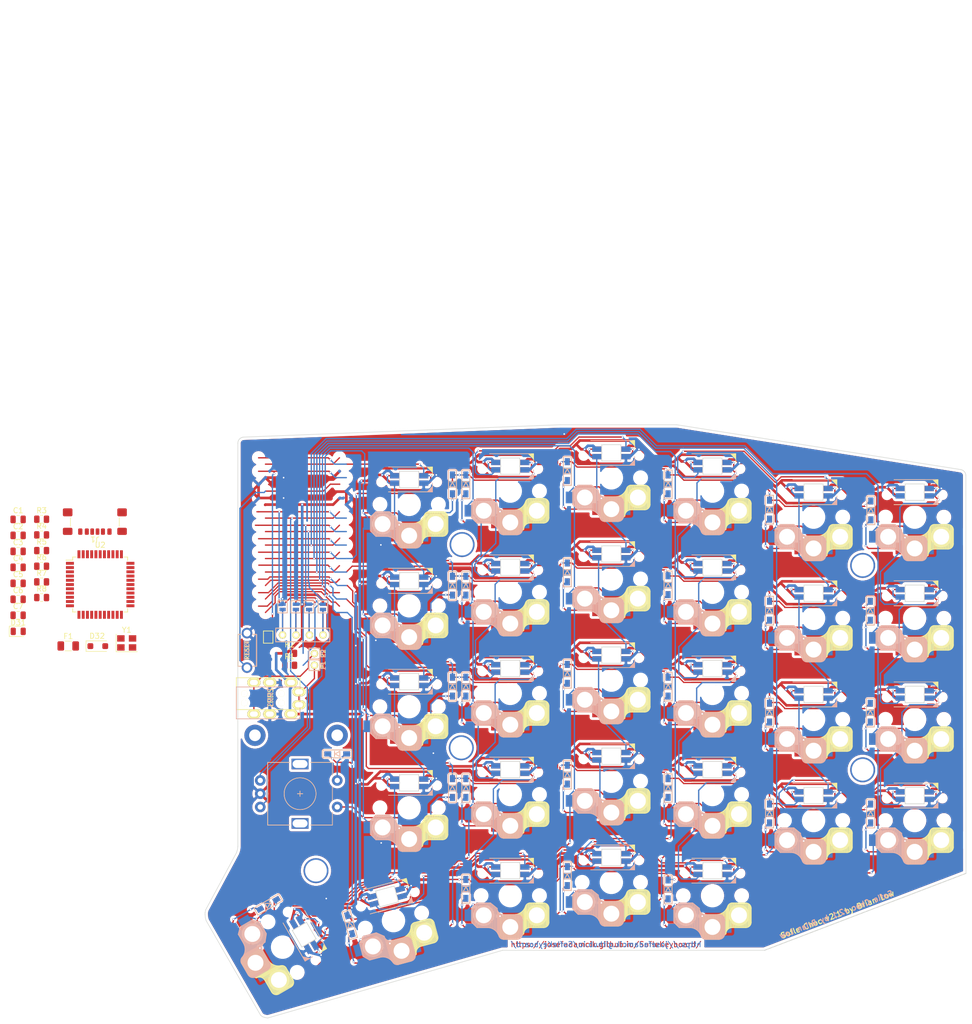
<source format=kicad_pcb>
(kicad_pcb (version 20221018) (generator pcbnew)
  (layers (0 "F.Cu" signal) (31 "B.Cu" signal) (34 "B.Paste" user) (35 "F.Paste" user) (36 "B.SilkS" user "B.Silkscreen") (37 "F.SilkS" user "F.Silkscreen") (38 "B.Mask" user) (39 "F.Mask" user) (44 "Edge.Cuts" user))
  (net 0 "")
  (net 1 "+5V")
  (net 2 "row4")
  (net 3 "XTAL2")
  (net 4 "XTAL1")
  (net 5 "row0")
  (net 6 "Net-(U2-UCAP)")
  (net 7 "row1")
  (net 8 "Net-(D1-A)")
  (net 9 "row2")
  (net 10 "Net-(D2-A)")
  (net 11 "row3")
  (net 12 "Net-(D3-A)")
  (net 13 "Net-(D4-A)")
  (net 14 "Net-(D5-A)")
  (net 15 "Net-(D6-A)")
  (net 16 "Net-(D7-A)")
  (net 17 "Net-(D8-A)")
  (net 18 "Net-(D9-A)")
  (net 19 "Net-(D10-A)")
  (net 20 "Net-(D11-A)")
  (net 21 "Net-(D12-A)")
  (net 22 "Net-(D13-A)")
  (net 23 "Net-(D14-A)")
  (net 24 "Net-(D15-A)")
  (net 25 "Net-(D16-A)")
  (net 26 "Net-(D17-A)")
  (net 27 "Net-(D18-A)")
  (net 28 "Net-(D19-A)")
  (net 29 "Net-(D20-A)")
  (net 30 "Net-(D21-A)")
  (net 31 "Net-(D22-A)")
  (net 32 "Net-(D23-A)")
  (net 33 "VCC")
  (net 34 "GND")
  (net 35 "col0")
  (net 36 "col1")
  (net 37 "col2")
  (net 38 "col3")
  (net 39 "col4")
  (net 40 "SDA")
  (net 41 "LED")
  (net 42 "SCL")
  (net 43 "RESET")
  (net 44 "Net-(D24-A)")
  (net 45 "Net-(D26-A)")
  (net 46 "Net-(D27-A)")
  (net 47 "DATA")
  (net 48 "Net-(D28-A)")
  (net 49 "Net-(D29-A)")
  (net 50 "Net-(D30-A)")
  (net 51 "Net-(D31-K)")
  (net 52 "VBUS")
  (net 53 "SW25B")
  (net 54 "SW25A")
  (net 55 "ENCB")
  (net 56 "ENCA")
  (net 57 "/i2c_c")
  (net 58 "/i2c_d")
  (net 59 "Net-(J1-CC1)")
  (net 60 "Net-(J1-CC2)")
  (net 61 "Net-(J3-P4)")
  (net 62 "Net-(J3-P3)")
  (net 63 "Net-(J3-P2)")
  (net 64 "Net-(J3-P1)")
  (net 65 "D-")
  (net 66 "Net-(U2-D-)")
  (net 67 "D+")
  (net 68 "Net-(U2-D+)")
  (net 69 "Net-(U2-~{HWB}{slash}PE2)")
  (net 70 "Net-(SW1B-DOUT)")
  (net 71 "Net-(SW2B-DIN)")
  (net 72 "Net-(SW2B-DOUT)")
  (net 73 "Net-(SW3B-DOUT)")
  (net 74 "Net-(SW10B-DOUT)")
  (net 75 "Net-(SW4B-DOUT)")
  (net 76 "Net-(SW11B-DIN)")
  (net 77 "Net-(SW12B-DOUT)")
  (net 78 "unconnected-(SW6B-DOUT-Pad2)")
  (net 79 "Net-(SW13B-DIN)")
  (net 80 "Net-(SW14B-DOUT)")
  (net 81 "Net-(SW15B-DIN)")
  (net 82 "Net-(SW10B-DIN)")
  (net 83 "Net-(SW11B-DOUT)")
  (net 84 "Net-(SW12B-DIN)")
  (net 85 "Net-(SW13B-DOUT)")
  (net 86 "Net-(SW14B-DIN)")
  (net 87 "Net-(SW15B-DOUT)")
  (net 88 "Net-(SW16B-DIN)")
  (net 89 "Net-(SW17B-DOUT)")
  (net 90 "Net-(SW18B-DIN)")
  (net 91 "Net-(SW19B-DOUT)")
  (net 92 "Net-(SW20B-DIN)")
  (net 93 "Net-(SW21B-DOUT)")
  (net 94 "Net-(SW22B-DIN)")
  (net 95 "Net-(SW23B-DOUT)")
  (net 96 "Net-(SW26B-DOUT)")
  (net 97 "Net-(SW27B-DOUT)")
  (net 98 "Net-(SW29B-DOUT)")
  (footprint "Resistor_SMD:R_0805_2012Metric" (layer "F.Cu") (at 98.039272 80.311965)
    (fp_text reference "R1")
    (fp_text value "R")
  )
  (footprint "Resistor_SMD:R_0805_2012Metric" (layer "F.Cu") (at 98.039272 78.061965)
    (fp_text reference "R2")
    (fp_text value "R")
  )
  (footprint "SofleKeyboard-footprint:MJ-4PP-9" (layer "F.Cu") (at 88 85.65 90)
    (fp_text reference "J2")
    (fp_text value "4PIN" hide)
  )
  (footprint "SofleKeyboard-footprint:1pin_conn" (layer "F.Cu") (at 102.7 80.3 -90)
    (fp_text reference "P1")
    (fp_text value "i2c_pin" hide)
  )
  (footprint "SofleKeyboard-footprint:1pin_conn" (layer "F.Cu") (at 102.7 78.1 -90)
    (fp_text reference "P2")
    (fp_text value "i2c_pin" hide)
  )
  (footprint "SofleKeyboard-footprint:HOLE_M2_TH" (layer "F.Cu") (at 103 119 90)
    (fp_text reference "TH7" hide)
    (fp_text value "HOLE" hide)
  )
  (footprint "SofleKeyboard-footprint:Jumper" (layer "F.Cu") (at 104.3 69.3 90)
    (fp_text reference "JP1" hide)
    (fp_text value "Jumper_NO_Small" hide)
  )
  (footprint "SofleKeyboard-footprint:Jumper" (layer "F.Cu") (at 101.7 69.3 90)
    (fp_text reference "JP2" hide)
    (fp_text value "Jumper_NO_Small" hide)
  )
  (footprint "SofleKeyboard-footprint:Jumper" (layer "F.Cu") (at 99.2 69.3 90)
    (fp_text reference "JP3" hide)
    (fp_text value "Jumper_NO_Small" hide)
  )
  (footprint "SofleKeyboard-footprint:TACT_SWITCH_TVBP06" (layer "F.Cu") (at 90 77.5 -90)
    (fp_text reference "RSW1" hide)
    (fp_text value "SW_RST" hide)
  )
  (footprint "SofleKeyboard-footprint:jumper_data" (layer "F.Cu") (at 94 75 -90)
    (fp_text reference "W1" hide)
    (fp_text value "jumper" hide)
  )
  (footprint "Diode_SMD:crkbd-diode" (layer "F.Cu") (at 128.705 46.227 -90)
    (fp_text reference "D1" hide)
    (fp_text value "D" hide)
  )
  (footprint "Diode_SMD:crkbd-diode" (layer "F.Cu") (at 131.245 46.23 -90)
    (fp_text reference "D2" hide)
    (fp_text value "D" hide)
  )
  (footprint "Diode_SMD:crkbd-diode" (layer "F.Cu") (at 150.345 43.73 -90)
    (fp_text reference "D3" hide)
    (fp_text value "D" hide)
  )
  (footprint "Diode_SMD:crkbd-diode" (layer "F.Cu") (at 169.345 46.23 -90)
    (fp_text reference "D4" hide)
    (fp_text value "D" hide)
  )
  (footprint "Diode_SMD:crkbd-diode" (layer "F.Cu") (at 188.445 51 -90)
    (fp_text reference "D5" hide)
    (fp_text value "D" hide)
  )
  (footprint "Diode_SMD:crkbd-diode" (layer "F.Cu") (at 207.545 51.13 -90)
    (fp_text reference "D6" hide)
    (fp_text value "D" hide)
  )
  (footprint "Diode_SMD:crkbd-diode" (layer "F.Cu") (at 128.705 84.33 -90)
    (fp_text reference "D13" hide)
    (fp_text value "D" hide)
  )
  (footprint "Diode_SMD:crkbd-diode" (layer "F.Cu") (at 128.705 103.43 -90)
    (fp_text reference "D19" hide)
    (fp_text value "D" hide)
  )
  (footprint "Diode_SMD:crkbd-diode" (layer "F.Cu") (at 107 97)
    (fp_text reference "D25" hide)
    (fp_text value "D" hide)
  )
  (footprint "Diode_SMD:crkbd-diode" (layer "F.Cu") (at 94.007 125.351 -150)
    (fp_text reference "D26" hide)
    (fp_text value "D" hide)
  )
  (footprint "SofleChoc:Choc_Hotswap_SK6812MiniE" (layer "F.Cu") (at 120.55 50 180)
    (fp_text reference "SW1" hide)
    (fp_text value "SW_PUSH_LED" hide)
    (fp_line (start -1.8 3.149) (end -1.8 6.249) (stroke (width 0.12)) (layer "Edge.Cuts"))
    (fp_line (start -1.8 6.249) (end 1.8 6.249) (stroke (width 0.12)) (layer "Edge.Cuts"))
    (fp_line (start 1.8 3.149) (end -1.8 3.149) (stroke (width 0.12)) (layer "Edge.Cuts"))
    (fp_line (start 1.8 6.249) (end 1.8 3.149) (stroke (width 0.12)) (layer "Edge.Cuts"))
  )
  (footprint "SofleChoc:Choc_Hotswap_SK6812MiniE" (layer "F.Cu") (at 158.65 45 180)
    (fp_text reference "SW3" hide)
    (fp_text value "SW_PUSH_LED" hide)
    (fp_line (start -1.8 3.149) (end -1.8 6.249) (stroke (width 0.12)) (layer "Edge.Cuts"))
    (fp_line (start -1.8 6.249) (end 1.8 6.249) (stroke (width 0.12)) (layer "Edge.Cuts"))
    (fp_line (start 1.8 3.149) (end -1.8 3.149) (stroke (width 0.12)) (layer "Edge.Cuts"))
    (fp_line (start 1.8 6.249) (end 1.8 3.149) (stroke (width 0.12)) (layer "Edge.Cuts"))
  )
  (footprint "SofleChoc:Choc_Hotswap_SK6812MiniE" (layer "F.Cu") (at 120.55 88.1 180)
    (fp_text reference "SW13" hide)
    (fp_text value "SW_PUSH_LED" hide)
    (fp_line (start -1.8 3.149) (end -1.8 6.249) (stroke (width 0.12)) (layer "Edge.Cuts"))
    (fp_line (start -1.8 6.249) (end 1.8 6.249) (stroke (width 0.12)) (layer "Edge.Cuts"))
    (fp_line (start 1.8 3.149) (end -1.8 3.149) (stroke (width 0.12)) (layer "Edge.Cuts"))
    (fp_line (start 1.8 6.249) (end 1.8 3.149) (stroke (width 0.12)) (layer "Edge.Cuts"))
  )
  (footprint "SofleChoc:Choc_Hotswap_SK6812MiniE" (layer "F.Cu") (at 139.6 85.6 180)
    (fp_text reference "SW14" hide)
    (fp_text value "SW_PUSH_LED" hide)
    (fp_line (start -1.8 3.149) (end -1.8 6.249) (stroke (width 0.12)) (layer "Edge.Cuts"))
    (fp_line (start -1.8 6.249) (end 1.8 6.249) (stroke (width 0.12)) (layer "Edge.Cuts"))
    (fp_line (start 1.8 3.149) (end -1.8 3.149) (stroke (width 0.12)) (layer "Edge.Cuts"))
    (fp_line (start 1.8 6.249) (end 1.8 3.149) (stroke (width 0.12)) (layer "Edge.Cuts"))
  )
  (footprint "SofleChoc:Choc_Hotswap_SK6812MiniE" (layer "F.Cu") (at 120.55 107.15 180)
    (fp_text reference "SW19" hide)
    (fp_text value "SW_PUSH_LED" hide)
    (fp_line (start -1.8 3.149) (end -1.8 6.249) (stroke (width 0.12)) (layer "Edge.Cuts"))
    (fp_line (start -1.8 6.249) (end 1.8 6.249) (stroke (width 0.12)) (layer "Edge.Cuts"))
    (fp_line (start 1.8 3.149) (end -1.8 3.149) (stroke (width 0.12)) (layer "Edge.Cuts"))
    (fp_line (start 1.8 6.249) (end 1.8 3.149) (stroke (width 0.12)) (layer "Edge.Cuts"))
  )
  (footprint "SofleChoc:Choc_Hotswap_SK6812MiniE" (layer "F.Cu") (at 158.65 102.15 180)
    (fp_text reference "SW21" hide)
    (fp_text value "SW_PUSH_LED" hide)
    (fp_line (start -1.8 3.149) (end -1.8 6.249) (stroke (width 0.12)) (layer "Edge.Cuts"))
    (fp_line (start -1.8 6.249) (end 1.8 6.249) (stroke (width 0.12)) (layer "Edge.Cuts"))
    (fp_line (start 1.8 3.149) (end -1.8 3.149) (stroke (width 0.12)) (layer "Edge.Cuts"))
    (fp_line (start 1.8 6.249) (end 1.8 3.149) (stroke (width 0.12)) (layer "Edge.Cuts"))
  )
  (footprint "SofleChoc:Choc_Hotswap_SK6812MiniE" (layer "F.Cu") (at 196.75 109.55 180)
    (fp_text reference "SW23" hide)
    (fp_text value "SW_PUSH_LED" hide)
    (fp_line (start -1.8 3.149) (end -1.8 6.249) (stroke (width 0.12)) (layer "Edge.Cuts"))
    (fp_line (start -1.8 6.249) (end 1.8 6.249) (stroke (width 0.12)) (layer "Edge.Cuts"))
    (fp_line (start 1.8 3.149) (end -1.8 3.149) (stroke (width 0.12)) (layer "Edge.Cuts"))
    (fp_line (start 1.8 6.249) (end 1.8 3.149) (stroke (width 0.12)) (layer "Edge.Cuts"))
  )
  (footprint "SofleChoc:Choc_Hotswap_SK6812MiniE" (layer "F.Cu") (at 96.71 133.4 120)
    (fp_text reference "SW26" hide)
    (fp_text value "SW_PUSH_LED" hide)
    (fp_line (start -1.8 3.149) (end -1.8 6.249) (stroke (width 0.12)) (layer "Edge.Cuts"))
    (fp_line (start -1.8 6.249) (end 1.8 6.249) (stroke (width 0.12)) (layer "Edge.Cuts"))
    (fp_line (start 1.8 3.149) (end -1.8 3.149) (stroke (width 0.12)) (layer "Edge.Cuts"))
    (fp_line (start 1.8 6.249) (end 1.8 3.149) (stroke (width 0.12)) (layer "Edge.Cuts"))
  )
  (footprint "SofleKeyboard-footprint:M2_HOLE_PCB" (layer "F.Cu") (at 91.5 93.5)
    (fp_text reference "TH1" hide)
    (fp_text value "HOLE")
  )
  (footprint "SofleKeyboard-footprint:Jumper" (layer "F.Cu") (at 96.7 69.3 90)
    (fp_text reference "JP4" hide)
    (fp_text value "Jumper_NO_Small" hide)
  )
  (footprint "SofleKeyboard-footprint:OLED_4Pin" (layer "F.Cu") (at 96.7 74.6)
    (fp_text reference "J3" hide)
    (fp_text value "OLED" hide)
  )
  (footprint "SofleKeyboard-footprint:M2_HOLE_PCB" (layer "F.Cu") (at 107 93.5)
    (fp_text reference "TH2" hide)
    (fp_text value "HOLE")
  )
  (footprint "SofleKeyboard-footprint:RotaryEncoder_Alps_EC11E-Switch_Vertical_H20mm-keebio_modified" (layer "F.Cu") (at 100 104.5)
    (fp_text reference "SW25" hide)
    (fp_text value "Rotary_Encoder_Switch")
  )
  (footprint "SofleChoc:Choc_Hotswap_SK6812MiniE" (layer "F.Cu") (at 117.6 128.4 -165)
    (fp_text reference "SW27" hide)
    (fp_text value "SW_PUSH_LED" hide)
    (fp_line (start -1.8 3.149) (end -1.8 6.249) (stroke (width 0.12)) (layer "Edge.Cuts"))
    (fp_line (start -1.8 6.249) (end 1.8 6.249) (stroke (width 0.12)) (layer "Edge.Cuts"))
    (fp_line (start 1.8 3.149) (end -1.8 3.149) (stroke (width 0.12)) (layer "Edge.Cuts"))
    (fp_line (start 1.8 6.249) (end 1.8 3.149) (stroke (width 0.12)) (layer "Edge.Cuts"))
  )
  (footprint "SofleChoc:Choc_Hotswap_SK6812MiniE" (layer "F.Cu") (at 215.8 71.45 180)
    (fp_text reference "SW12" hide)
    (fp_text value "SW_PUSH_LED" hide)
    (fp_line (start -1.8 3.149) (end -1.8 6.249) (stroke (width 0.12)) (layer "Edge.Cuts"))
    (fp_line (start -1.8 6.249) (end 1.8 6.249) (stroke (width 0.12)) (layer "Edge.Cuts"))
    (fp_line (start 1.8 3.149) (end -1.8 3.149) (stroke (width 0.12)) (layer "Edge.Cuts"))
    (fp_line (start 1.8 6.249) (end 1.8 3.149) (stroke (width 0.12)) (layer "Edge.Cuts"))
  )
  (footprint "SofleChoc:Choc_Hotswap_SK6812MiniE" (layer "F.Cu") (at 215.8 90.5 180)
    (fp_text reference "SW18" hide)
    (fp_text value "SW_PUSH_LED" hide)
    (fp_line (start -1.8 3.149) (end -1.8 6.249) (stroke (width 0.12)) (layer "Edge.Cuts"))
    (fp_line (start -1.8 6.249) (end 1.8 6.249) (stroke (width 0.12)) (layer "Edge.Cuts"))
    (fp_line (start 1.8 3.149) (end -1.8 3.149) (stroke (width 0.12)) (layer "Edge.Cuts"))
    (fp_line (start 1.8 6.249) (end 1.8 3.149) (stroke (width 0.12)) (layer "Edge.Cuts"))
  )
  (footprint "SofleChoc:Choc_Hotswap_SK6812MiniE" (layer "F.Cu") (at 215.8 109.55 180)
    (fp_text reference "SW24" hide)
    (fp_text value "SW_PUSH_LED" hide)
    (fp_line (start -1.8 3.149) (end -1.8 6.249) (stroke (width 0.12)) (layer "Edge.Cuts"))
    (fp_line (start -1.8 6.249) (end 1.8 6.249) (stroke (width 0.12)) (layer "Edge.Cuts"))
    (fp_line (start 1.8 3.149) (end -1.8 3.149) (stroke (width 0.12)) (layer "Edge.Cuts"))
    (fp_line (start 1.8 6.249) (end 1.8 3.149) (stroke (width 0.12)) (layer "Edge.Cuts"))
  )
  (footprint "SofleChoc:Choc_Hotswap_SK6812MiniE" (layer "F.Cu") (at 177.7 47.5 180)
    (fp_text reference "SW4" hide)
    (fp_text value "SW_PUSH_LED" hide)
    (fp_line (start -1.8 3.149) (end -1.8 6.249) (stroke (width 0.12)) (layer "Edge.Cuts"))
    (fp_line (start -1.8 6.249) (end 1.8 6.249) (stroke (width 0.12)) (layer "Edge.Cuts"))
    (fp_line (start 1.8 3.149) (end -1.8 3.149) (stroke (width 0.12)) (layer "Edge.Cuts"))
    (fp_line (start 1.8 6.249) (end 1.8 3.149) (stroke (width 0.12)) (layer "Edge.Cuts"))
  )
  (footprint "SofleKeyboard-footprint:HOLE_M2_TH" (layer "F.Cu") (at 206.225 61.775)
    (fp_text reference "TH4" hide)
    (fp_text value "HOLE" hide)
  )
  (footprint "Diode_SMD:crkbd-diode" (layer "F.Cu") (at 128.705 65.33 -90)
    (fp_text reference "D7" hide)
    (fp_text value "D" hide)
  )
  (footprint "Diode_SMD:crkbd-diode" (layer "F.Cu") (at 131.245 65.33 -90)
    (fp_text reference "D8" hide)
    (fp_text value "D" hide)
  )
  (footprint "Diode_SMD:crkbd-diode" (layer "F.Cu") (at 150.345 62.82 -90)
    (fp_text reference "D9" hide)
    (fp_text value "D" hide)
  )
  (footprint "Diode_SMD:crkbd-diode" (layer "F.Cu") (at 169.345 65.23 -90)
    (fp_text reference "D10" hide)
    (fp_text value "D" hide)
  )
  (footprint "Diode_SMD:crkbd-diode" (layer "F.Cu") (at 188.445 70.03 -90)
    (fp_text reference "D11" hide)
    (fp_text value "D" hide)
  )
  (footprint "Diode_SMD:crkbd-diode" (layer "F.Cu") (at 207.445 70.03 -90)
    (fp_text reference "D12" hide)
    (fp_text value "D" hide)
  )
  (footprint "SofleChoc:Choc_Hotswap_SK6812MiniE" (layer "F.Cu") (at 196.75 52.4 180)
    (fp_text reference "SW5" hide)
    (fp_text value "SW_PUSH_LED" hide)
    (fp_line (start -1.8 3.149) (end -1.8 6.249) (stroke (width 0.12)) (layer "Edge.Cuts"))
    (fp_line (start -1.8 6.249) (end 1.8 6.249) (stroke (width 0.12)) (layer "Edge.Cuts"))
    (fp_line (start 1.8 3.149) (end -1.8 3.149) (stroke (width 0.12)) (layer "Edge.Cuts"))
    (fp_line (start 1.8 6.249) (end 1.8 3.149) (stroke (width 0.12)) (layer "Edge.Cuts"))
  )
  (footprint "SofleChoc:Choc_Hotswap_SK6812MiniE" (layer "F.Cu") (at 139.6 66.55 180)
    (fp_text reference "SW8" hide)
    (fp_text value "SW_PUSH_LED" hide)
    (fp_line (start -1.8 3.149) (end -1.8 6.249) (stroke (width 0.12)) (layer "Edge.Cuts"))
    (fp_line (start -1.8 6.249) (end 1.8 6.249) (stroke (width 0.12)) (layer "Edge.Cuts"))
    (fp_line (start 1.8 3.149) (end -1.8 3.149) (stroke (width 0.12)) (layer "Edge.Cuts"))
    (fp_line (start 1.8 6.249) (end 1.8 3.149) (stroke (width 0.12)) (layer "Edge.Cuts"))
  )
  (footprint "SofleChoc:Choc_Hotswap_SK6812MiniE" (layer "F.Cu") (at 177.7 66.55 180)
    (fp_text reference "SW10" hide)
    (fp_text value "SW_PUSH_LED" hide)
    (fp_line (start -1.8 3.149) (end -1.8 6.249) (stroke (width 0.12)) (layer "Edge.Cuts"))
    (fp_line (start -1.8 6.249) (end 1.8 6.249) (stroke (width 0.12)) (layer "Edge.Cuts"))
    (fp_line (start 1.8 3.149) (end -1.8 3.149) (stroke (width 0.12)) (layer "Edge.Cuts"))
    (fp_line (start 1.8 6.249) (end 1.8 3.149) (stroke (width 0.12)) (layer "Edge.Cuts"))
  )
  (footprint "SofleChoc:Choc_Hotswap_SK6812MiniE" (layer "F.Cu") (at 158.65 64.05 180)
    (fp_text reference "SW9" hide)
    (fp_text value "SW_PUSH_LED" hide)
    (fp_line (start -1.8 3.149) (end -1.8 6.249) (stroke (width 0.12)) (layer "Edge.Cuts"))
    (fp_line (start -1.8 6.249) (end 1.8 6.249) (stroke (width 0.12)) (layer "Edge.Cuts"))
    (fp_line (start 1.8 3.149) (end -1.8 3.149) (stroke (width 0.12)) (layer "Edge.Cuts"))
    (fp_line (start 1.8 6.249) (end 1.8 3.149) (stroke (width 0.12)) (layer "Edge.Cuts"))
  )
  (footprint "SofleChoc:Choc_Hotswap_SK6812MiniE" (layer "F.Cu") (at 177.7 85.6 180)
    (fp_text reference "SW16" hide)
    (fp_text value "SW_PUSH_LED" hide)
    (fp_line (start -1.8 3.149) (end -1.8 6.249) (stroke (width 0.12)) (layer "Edge.Cuts"))
    (fp_line (start -1.8 6.249) (end 1.8 6.249) (stroke (width 0.12)) (layer "Edge.Cuts"))
    (fp_line (start 1.8 3.149) (end -1.8 3.149) (stroke (width 0.12)) (layer "Edge.Cuts"))
    (fp_line (start 1.8 6.249) (end 1.8 3.149) (stroke (width 0.12)) (layer "Edge.Cuts"))
  )
  (footprint "SofleChoc:Choc_Hotswap_SK6812MiniE" (layer "F.Cu") (at 215.8 52.4 180)
    (fp_text reference "SW6" hide)
    (fp_text value "SW_PUSH_LED" hide)
    (fp_line (start -1.8 3.149) (end -1.8 6.249) (stroke (width 0.12)) (layer "Edge.Cuts"))
    (fp_line (start -1.8 6.249) (end 1.8 6.249) (stroke (width 0.12)) (layer "Edge.Cuts"))
    (fp_line (start 1.8 3.149) (end -1.8 3.149) (stroke (width 0.12)) (layer "Edge.Cuts"))
    (fp_line (start 1.8 6.249) (end 1.8 3.149) (stroke (width 0.12)) (layer "Edge.Cuts"))
  )
  (footprint "SofleChoc:Choc_Hotswap_SK6812MiniE" (layer "F.Cu") (at 120.55 69.1 180)
    (fp_text reference "SW7" hide)
    (fp_text value "SW_PUSH_LED" hide)
    (fp_line (start -1.8 3.149) (end -1.8 6.249) (stroke (width 0.12)) (layer "Edge.Cuts"))
    (fp_line (start -1.8 6.249) (end 1.8 6.249) (stroke (width 0.12)) (layer "Edge.Cuts"))
    (fp_line (start 1.8 3.149) (end -1.8 3.149) (stroke (width 0.12)) (layer "Edge.Cuts"))
    (fp_line (start 1.8 6.249) (end 1.8 3.149) (stroke (width 0.12)) (layer "Edge.Cuts"))
  )
  (footprint "SofleChoc:Choc_Hotswap_SK6812MiniE" (layer "F.Cu") (at 177.7 123.7 180)
    (fp_text reference "SW30" hide)
    (fp_text value "SW_PUSH_LED" hide)
    (fp_line (start -1.8 3.149) (end -1.8 6.249) (stroke (width 0.12)) (layer "Edge.Cuts"))
    (fp_line (start -1.8 6.249) (end 1.8 6.249) (stroke (width 0.12)) (layer "Edge.Cuts"))
    (fp_line (start 1.8 3.149) (end -1.8 3.149) (stroke (width 0.12)) (layer "Edge.Cuts"))
    (fp_line (start 1.8 6.249) (end 1.8 3.149) (stroke (width 0.12)) (layer "Edge.Cuts"))
  )
  (footprint "SofleChoc:Choc_Hotswap_SK6812MiniE" (layer "F.Cu") (at 196.75 71.45 180)
    (fp_text reference "SW11" hide)
    (fp_text value "SW_PUSH_LED" hide)
    (fp_line (start -1.8 3.149) (end -1.8 6.249) (stroke (width 0.12)) (layer "Edge.Cuts"))
    (fp_line (start -1.8 6.249) (end 1.8 6.249) (stroke (width 0.12)) (layer "Edge.Cuts"))
    (fp_line (start 1.8 3.149) (end -1.8 3.149) (stroke (width 0.12)) (layer "Edge.Cuts"))
    (fp_line (start 1.8 6.249) (end 1.8 3.149) (stroke (width 0.12)) (layer "Edge.Cuts"))
  )
  (footprint "SofleChoc:Choc_Hotswap_SK6812MiniE" (layer "F.Cu") (at 177.7 104.65 180)
    (fp_text reference "SW22" hide)
    (fp_text value "SW_PUSH_LED" hide)
    (fp_line (start -1.8 3.149) (end -1.8 6.249) (stroke (width 0.12)) (layer "Edge.Cuts"))
    (fp_line (start -1.8 6.249) (end 1.8 6.249) (stroke (width 0.12)) (layer "Edge.Cuts"))
    (fp_line (start 1.8 3.149) (end -1.8 3.149) (stroke (width 0.12)) (layer "Edge.Cuts"))
    (fp_line (start 1.8 6.249) (end 1.8 3.149) (stroke (width 0.12)) (layer "Edge.Cuts"))
  )
  (footprint "SofleChoc:Choc_Hotswap_SK6812MiniE" (layer "F.Cu") (at 196.75 90.5 180)
    (fp_text reference "SW17" hide)
    (fp_text value "SW_PUSH_LED" hide)
    (fp_line (start -1.8 3.149) (end -1.8 6.249) (stroke (width 0.12)) (layer "Edge.Cuts"))
    (fp_line (start -1.8 6.249) (end 1.8 6.249) (stroke (width 0.12)) (layer "Edge.Cuts"))
    (fp_line (start 1.8 3.149) (end -1.8 3.149) (stroke (width 0.12)) (layer "Edge.Cuts"))
    (fp_line (start 1.8 6.249) (end 1.8 3.149) (stroke (width 0.12)) (layer "Edge.Cuts"))
  )
  (footprint "SofleChoc:Choc_Hotswap_SK6812MiniE" (layer "F.Cu") (at 158.65 121.2 180)
    (fp_text reference "SW29" hide)
    (fp_text value "SW_PUSH_LED" hide)
    (fp_line (start -1.8 3.149) (end -1.8 6.249) (stroke (width 0.12)) (layer "Edge.Cuts"))
    (fp_line (start -1.8 6.249) (end 1.8 6.249) (stroke (width 0.12)) (layer "Edge.Cuts"))
    (fp_line (start 1.8 3.149) (end -1.8 3.149) (stroke (width 0.12)) (layer "Edge.Cuts"))
    (fp_line (start 1.8 6.249) (end 1.8 3.149) (stroke (width 0.12)) (layer "Edge.Cuts"))
  )
  (footprint "SofleChoc:Choc_Hotswap_SK6812MiniE" (layer "F.Cu") (at 158.65 83.1 180)
    (fp_text reference "SW15" hide)
    (fp_text value "SW_PUSH_LED" hide)
    (fp_line (start -1.8 3.149) (end -1.8 6.249) (stroke (width 0.12)) (layer "Edge.Cuts"))
    (fp_line (start -1.8 6.249) (end 1.8 6.249) (stroke (width 0.12)) (layer "Edge.Cuts"))
    (fp_line (start 1.8 3.149) (end -1.8 3.149) (stroke (width 0.12)) (layer "Edge.Cuts"))
    (fp_line (start 1.8 6.249) (end 1.8 3.149) (stroke (width 0.12)) (layer "Edge.Cuts"))
  )
  (footprint "SofleChoc:Choc_Hotswap_SK6812MiniE" (layer "F.Cu") (at 139.6 47.5 180)
    (fp_text reference "SW2" hide)
    (fp_text value "SW_PUSH_LED" hide)
    (fp_line (start -1.8 3.149) (end -1.8 6.249) (stroke (width 0.12)) (layer "Edge.Cuts"))
    (fp_line (start -1.8 6.249) (end 1.8 6.249) (stroke (width 0.12)) (layer "Edge.Cuts"))
    (fp_line (start 1.8 3.149) (end -1.8 3.149) (stroke (width 0.12)) (layer "Edge.Cuts"))
    (fp_line (start 1.8 6.249) (end 1.8 3.149) (stroke (width 0.12)) (layer "Edge.Cuts"))
  )
  (footprint "Diode_SMD:crkbd-diode" (layer "F.Cu") (at 109.374 129.161 -75)
    (fp_text reference "D27" hide)
    (fp_text value "D" hide)
  )
  (footprint "SofleChoc:Choc_Hotswap_SK6812MiniE" (layer "F.Cu") (at 139.6 104.65 180)
    (fp_text reference "SW20" hide)
    (fp_text value "SW_PUSH_LED" hide)
    (fp_line (start -1.8 3.149) (end -1.8 6.249) (stroke (width 0.12)) (layer "Edge.Cuts"))
    (fp_line (start -1.8 6.249) (end 1.8 6.249) (stroke (width 0.12)) (layer "Edge.Cuts"))
    (fp_line (start 1.8 3.149) (end -1.8 3.149) (stroke (width 0.12)) (layer "Edge.Cuts"))
    (fp_line (start 1.8 6.249) (end 1.8 3.149) (stroke (width 0.12)) (layer "Edge.Cuts"))
  )
  (footprint "SofleKeyboard-footprint:HOLE_M2_TH" (layer "F.Cu") (at 206.175 100.025)
    (fp_text reference "TH6" hide)
    (fp_text value "HOLE" hide)
  )
  (footprint "Diode_SMD:crkbd-diode" (layer "F.Cu") (at 150.345 81.92 -90)
    (fp_text reference "D15" hide)
    (fp_text value "D" hide)
  )
  (footprint "Diode_SMD:crkbd-diode" (layer "F.Cu") (at 169.345 84.33 -90)
    (fp_text reference "D16" hide)
    (fp_text value "D" hide)
  )
  (footprint "Diode_SMD:crkbd-diode" (layer "F.Cu") (at 188.445 89.23 -90)
    (fp_text reference "D17" hide)
    (fp_text value "D" hide)
  )
  (footprint "Diode_SMD:crkbd-diode" (layer "F.Cu") (at 207.445 89.23 -90)
    (fp_text reference "D18" hide)
    (fp_text value "D" hide)
  )
  (footprint "Diode_SMD:crkbd-diode" (layer "F.Cu") (at 131.245 122.43 -90)
    (fp_text reference "D28" hide)
    (fp_text value "D" hide)
  )
  (footprint "Diode_SMD:crkbd-diode" (layer "F.Cu") (at 150.345 120.02 -90)
    (fp_text reference "D29" hide)
    (fp_text value "D" hide)
  )
  (footprint "Diode_SMD:crkbd-diode" (layer "F.Cu") (at 207.495 108.23 -90)
    (fp_text reference "D24" hide)
    (fp_text value "D" hide)
  )
  (footprint "Diode_SMD:crkbd-diode" (layer "F.Cu") (at 131.245 103.43 -90)
    (fp_text reference "D20" hide)
    (fp_text value "D" hide)
  )
  (footprint "Diode_SMD:crkbd-diode" (layer "F.Cu") (at 150.345 100.92 -90)
    (fp_text reference "D21" hide)
    (fp_text value "D" hide)
  )
  (footprint "Diode_SMD:crkbd-diode" (layer "F.Cu") (at 169.345 103.43 -90)
    (fp_text reference "D22" hide)
    (fp_text value "D" hide)
  )
  (footprint "Diode_SMD:crkbd-diode" (layer "F.Cu") (at 188.445 108.23 -90)
    (fp_text reference "D23" hide)
    (fp_text value "D" hide)
  )
  (footprint "Diode_SMD:crkbd-diode" (layer "F.Cu") (at 131.245 84.33 -90)
    (fp_text reference "D14" hide)
    (fp_text value "D" hide)
  )
  (footprint "Diode_SMD:crkbd-diode" (layer "F.Cu") (at 169.345 122.53 -90)
    (fp_text reference "D30" hide)
    (fp_text value "D" hide)
  )
  (footprint "SofleChoc:Choc_Hotswap_SK6812MiniE" (layer "F.Cu") (at 139.6 123.7 180)
    (fp_text reference "SW28" hide)
    (fp_text value "SW_PUSH_LED" hide)
    (fp_line (start -1.8 3.149) (end -1.8 6.249) (stroke (width 0.12)) (layer "Edge.Cuts"))
    (fp_line (start -1.8 6.249) (end 1.8 6.249) (stroke (width 0.12)) (layer "Edge.Cuts"))
    (fp_line (start 1.8 3.149) (end -1.8 3.149) (stroke (width 0.12)) (layer "Edge.Cuts"))
    (fp_line (start 1.8 6.249) (end 1.8 3.149) (stroke (width 0.12)) (layer "Edge.Cuts"))
  )
  (footprint "SofleKeyboard-footprint:HOLE_M2_TH" (layer "F.Cu") (at 130.50212 57.64864)
    (fp_text reference "TH3" hide)
    (fp_text value "HOLE" hide)
  )
  (footprint "SofleKeyboard-footprint:HOLE_M2_TH" (layer "F.Cu") (at 130.40012 95.92764)
    (fp_text reference "TH5" hide)
    (fp_text value "HOLE" hide)
  )
  (footprint "Resistor_SMD:R_0805_2012Metric" (layer "F.Cu") (at 51.30912 64.60264)
    (fp_text reference "R7")
    (fp_text value "22")
  )
  (footprint "Capacitor_SMD:C_0805_2012Metric" (layer "F.Cu") (at 46.87912 55.84264)
    (fp_text reference "C2")
    (fp_text value "0.1uF")
  )
  (footprint "Diode_SMD:D_SOD-123F" (layer "F.Cu") (at 61.89412 76.70264)
    (fp_text reference "D32")
    (fp_text value "D_Schottky")
  )
  (footprint "Capacitor_SMD:C_0805_2012Metric" (layer "F.Cu") (at 46.87912 58.85264)
    (fp_text reference "C3")
    (fp_text value "0.1uF")
  )
  (footprint "Capacitor_SMD:C_0805_2012Metric" (layer "F.Cu") (at 46.87912 70.89264)
    (fp_text reference "C7")
    (fp_text value "1uF")
  )
  (footprint "Resistor_SMD:R_0805_2012Metric" (layer "F.Cu") (at 51.30912 61.65264)
    (fp_text reference "R6")
    (fp_text value "22")
  )
  (footprint "Crystal:Crystal_SMD_3225-4Pin_3.2x2.5mm" (layer "F.Cu") (at 67.33912 76.10264)
    (fp_text reference "Y1")
    (fp_text value "16MHz")
  )
  (footprint "LED_SMD:LED_0805_2012Metric" (layer "F.Cu") (at 46.89912 73.91764)
    (fp_text reference "D31")
    (fp_text value "PWR_LED")
  )
  (footprint "Capacitor_SMD:C_0805_2012Metric" (layer "F.Cu") (at 46.87912 67.88264)
    (fp_text reference "C6")
    (fp_text value "22pF")
  )
  (footprint "Connector_USB:USB_C_Receptacle_GCT_USB4135-GF-A_6P_TopMnt_Horizontal" (layer "F.Cu") (at 61.33912 52.10264 180)
    (fp_text reference "J1")
    (fp_text value "USB_C_Receptacle_USB2.0_14P")
  )
  (footprint "Capacitor_SMD:C_0805_2012Metric" (layer "F.Cu") (at 46.87912 52.83264)
    (fp_text reference "C1")
    (fp_text value "0.1uF")
  )
  (footprint "Package_QFP:TQFP-44_10x10mm_P0.8mm" (layer "F.Cu") (at 62.33912 65.10264)
    (fp_text reference "U2")
    (fp_text value "ATmega32U4-A")
  )
  (footprint "Fuse:Fuse_1206_3216Metric" (layer "F.Cu") (at 56.31912 76.67264)
    (fp_text reference "F1")
    (fp_text value "500mA")
  )
  (footprint "Capacitor_SMD:C_0805_2012Metric" (layer "F.Cu") (at 46.87912 61.86264)
    (fp_text reference "C4")
    (fp_text value "10uF")
  )
  (footprint "Resistor_SMD:R_0805_2012Metric" (layer "F.Cu") (at 51.30912 55.75264)
    (fp_text reference "R4")
    (fp_text value "5.1K")
  )
  (footprint "Resistor_SMD:R_0805_2012Metric" (layer "F.Cu") (at 51.30912 67.55264)
    (fp_text reference "R8")
    (fp_text value "10k")
  )
  (footprint "Resistor_SMD:R_0805_2012Metric" (layer "F.Cu") (at 51.30912 52.80264)
    (fp_text reference "R3")
    (fp_text value "R_LED")
  )
  (footprint "Capacitor_SMD:C_0805_2012Metric" (layer "F.Cu") (at 46.87912 64.87264)
    (fp_text reference "C5")
    (fp_text value "22pF")
  )
  (footprint "Resistor_SMD:R_0805_2012Metric" (layer "F.Cu") (at 51.30912 58.70264)
    (fp_text reference "R5")
    (fp_text value "5.1K")
  )
  (footprint "SofleKeyboard-footprint:Jumper" (layer "B.Cu") (at 101.7 69.3 90)
    (fp_text reference "JP6" hide)
    (fp_text value "Jumper_NO_Small" hide)
  )
  (footprint "SofleKeyboard-footprint:Jumper" (layer "B.Cu") (at 99.2 69.3 90)
    (fp_text reference "JP7" hide)
    (fp_text value "Jumper_NO_Small" hide)
  )
  (footprint "SofleKeyboard-footprint:Jumper" (layer "B.Cu") (at 96.7 69.3 90)
    (fp_text reference "JP8" hide)
    (fp_text value "Jumper_NO_Small" hide)
  )
  (footprint "SofleKeyboard-footprint:Jumper" (layer "B.Cu") (at 104.3 69.3 90)
    (fp_text reference "JP5" hide)
    (fp_text value "Jumper_NO_Small" hide)
  )
  (gr_line (start 225.283881 43.997807) (end 225.370281 44.178672) (stroke (width 0.1)) (layer "Edge.Cuts"))
  (gr_line (start 92.55 146.2) (end 82.3 128.4) (stroke (width 0.1)) (layer "Edge.Cuts"))
  (gr_line (start 170.95 35) (end 224.475441 43.445146) (stroke (width 0.1)) (layer "Edge.Cuts"))
  (gr_line (start 88.297257 38.245261) (end 88.364377 38.029014) (stroke (width 0.1)) (layer "Edge.Cuts"))
  (gr_line (start 88.611259 37.662831) (end 88.781752 37.52216) (stroke (width 0.1)) (layer "Edge.Cuts"))
  (gr_line (start 225.424381 44.374571) (end 225.443181 44.581902) (stroke (width 0.1)) (layer "Edge.Cuts"))
  (gr_line (start 88.781752 37.52216) (end 88.977436 37.415945) (stroke (width 0.1)) (layer "Edge.Cuts"))
  (gr_line (start 225.370281 44.178672) (end 225.424381 44.374571) (stroke (width 0.1)) (layer "Edge.Cuts"))
  (gr_line (start 82.2 126.4) (end 88 115.65) (stroke (width 0.1)) (layer "Edge.Cuts"))
  (gr_line (start 88.364377 38.029014) (end 88.47059 37.833327) (stroke (width 0.1)) (layer "Edge.Cuts"))
  (gr_line (start 88.273857 38.477435) (end 88.297257 38.245261) (stroke (width 0.1)) (layer "Edge.Cuts"))
  (gr_line (start 224.677111 43.496776) (end 224.861871 43.581466) (stroke (width 0.1)) (layer "Edge.Cuts"))
  (gr_line (start 224.475441 43.445146) (end 224.677111 43.496776) (stroke (width 0.1)) (layer "Edge.Cuts"))
  (gr_line (start 88.47059 37.833327) (end 88.611259 37.662831) (stroke (width 0.1)) (layer "Edge.Cuts"))
  (gr_line (start 92.55 146.2) (end 92.9 146.5) (stroke (width 0.1)) (layer "Edge.Cuts"))
  (gr_line (start 138.154128 134) (end 187.5 134) (stroke (width 0.1)) (layer "Edge.Cuts"))
  (gr_line (start 149 35) (end 89.425853 37.325405) (stroke (width 0.1)) (layer "Edge.Cuts"))
  (gr_line (start 88.275257 114.4) (end 88.2 115.05) (stroke (width 0.1)) (layer "Edge.Cuts"))
  (gr_line (start 82.3 128.4) (end 82.15 127.9) (stroke (width 0.1)) (layer "Edge.Cuts"))
  (gr_line (start 82.1 126.9) (end 82.2 126.4) (stroke (width 0.1)) (layer "Edge.Cuts"))
  (gr_line (start 82.1 127.3) (end 82.1 126.9) (stroke (width 0.1)) (layer "Edge.Cuts"))
  (gr_line (start 88.2 115.05) (end 88 115.65) (stroke (width 0.1)) (layer "Edge.Cuts"))
  (gr_line (start 93.35 146.65) (end 93.9 146.75) (stroke (width 0.1)) (layer "Edge.Cuts"))
  (gr_line (start 82.15 127.9) (end 82.1 127.3) (stroke (width 0.1)) (layer "Edge.Cuts"))
  (gr_line (start 92.9 146.5) (end 93.35 146.65) (stroke (width 0.1)) (layer "Edge.Cuts"))
  (gr_line (start 225.470181 119.5) (end 187.5 134) (stroke (width 0.15)) (layer "Edge.Cuts"))
  (gr_line (start 88.275257 114.4) (end 88.273857 38.477435) (stroke (width 0.1)) (layer "Edge.Cuts"))
  (gr_line (start 225.168321 43.835582) (end 225.283881 43.997807) (stroke (width 0.1)) (layer "Edge.Cuts"))
  (gr_line (start 224.861871 43.581466) (end 225.026621 43.6956) (stroke (width 0.1)) (layer "Edge.Cuts"))
  (gr_line (start 149 35) (end 170.95 35) (stroke (width 0.1)) (layer "Edge.Cuts"))
  (gr_line (start 88.977436 37.415945) (end 89.19368 37.348815) (stroke (width 0.1)) (layer "Edge.Cuts"))
  (gr_line (start 89.19368 37.348815) (end 89.425853 37.325405) (stroke (width 0.1)) (layer "Edge.Cuts"))
  (gr_line (start 225.026621 43.6956) (end 225.168321 43.835582) (stroke (width 0.1)) (layer "Edge.Cuts"))
  (gr_line (start 138.154128 134) (end 93.9 146.75) (stroke (width 0.1)) (layer "Edge.Cuts"))
  (gr_line (start 225.443181 44.581902) (end 225.470181 119.5) (stroke (width 0.1)) (layer "Edge.Cuts"))
  (gr_text "https://josefadamcik.github.io/SofleKeyboard/" (at 157.64162 132.88464) (layer "F.Cu") (effects (font (size 1 1))))
  (gr_text "https://josefadamcik.github.io/SofleKeyboard/" (at 157.64162 132.88464) (layer "B.Cu") (effects (font (size 1 1)) (justify mirror)))
  (gr_text "Sofle Choc v2.1 by Brian Low" (at 201 127.25 21) (layer "B.SilkS") (effects (font (size 1 1) (thickness 0.2)) (justify mirror)))
  (gr_text "Sofle Choc v2.1 by Brian Low" (at 201.25 127.25 21) (layer "F.SilkS") (effects (font (size 1 1) (thickness 0.2))))
  (segment (start 105.499993 56.500001) (end 105.699992 56.7) (width 0.25) (layer "F.Cu") (net 0))
  (segment (start 105.469992 56.47) (end 105.499993 56.500001) (width 0.25) (layer "F.Cu") (net 0))
  (segment (start 92.18 56.47) (end 105.469992 56.47) (width 0.25) (layer "F.Cu") (net 0))
  (via (at 105.699992 56.7) (size 0.4) (drill 0.3) (layers "F.Cu" "B.Cu") (net 0))
  (segment (start 108.718815 57.665745) (end 106.665737 57.665745) (width 0.25) (layer "B.Cu") (net 0))
  (segment (start 106.665737 57.665745) (end 105.899991 56.899999) (width 0.25) (layer "B.Cu") (net 0))
  (segment (start 105.899991 56.899999) (end 105.699992 56.7) (width 0.25) (layer "B.Cu") (net 0))
  (segment (start 100.400388 68.79962) (end 100.400008 68.8) (width 0.5) (layer "F.Cu") (net 1))
  (segment (start 97.477817 78.061965) (end 96.4871 78.061965) (width 0.5) (layer "F.Cu") (net 1))
  (segment (start 93.42456 50.1) (end 93.478815 50.045745) (width 0.5) (layer "F.Cu") (net 1))
  (segment (start 101.7 68.79962) (end 100.42262 68.79962) (width 0.5) (layer "F.Cu") (net 1))
  (segment (start 100.4 50.045745) (end 93.478815 50.045745) (width 0.5) (layer "F.Cu") (net 1))
  (segment (start 100.42262 68.79962) (end 100.400388 68.79962) (width 0.5) (layer "F.Cu") (net 1))
  (segment (start 96.4871 78.061965) (end 95.499272 78.061965) (width 0.5) (layer "F.Cu") (net 1))
  (segment (start 100.400008 75.139774) (end 97.477817 78.061965) (width 0.5) (layer "F.Cu") (net 1))
  (segment (start 100.400008 68.8) (end 100.5 68.899992) (width 0.5) (layer "F.Cu") (net 1))
  (segment (start 106.224255 50.045745) (end 100.4 50.045745) (width 0.5) (layer "F.Cu") (net 1))
  (segment (start 100.42262 68.79962) (end 100.42262 68.822612) (width 0.25) (layer "F.Cu") (net 1))
  (segment (start 100.400008 68.8) (end 100.400008 75.139774) (width 0.5) (layer "F.Cu") (net 1))
  (segment (start 107.42 48.85) (end 106.224255 50.045745) (width 0.5) (layer "F.Cu") (net 1))
  (via (at 100.4 50.045745) (size 0.4) (drill 0.3) (layers "F.Cu" "B.Cu") (net 1))
  (via (at 100.400008 68.8) (size 0.4) (drill 0.3) (layers "F.Cu" "B.Cu") (net 1))
  (segment (start 100.400008 68.8) (end 100.400008 50.045753) (width 0.5) (layer "B.Cu") (net 1))
  (segment (start 100.399628 68.79962) (end 100.400008 68.8) (width 0.5) (layer "B.Cu") (net 1))
  (segment (start 100.400008 50.045753) (end 100.4 50.045745) (width 0.5) (layer "B.Cu") (net 1))
  (segment (start 99.2 68.79962) (end 100.399628 68.79962) (width 0.5) (layer "B.Cu") (net 1))
  (segment (start 105.300001 67.100001) (end 105.300001 67.100001) (width 0.25) (layer "F.Cu") (net 2))
  (segment (start 170.485 120.655) (end 169.345 120.655) (width 0.25) (layer "F.Cu") (net 2))
  (segment (start 168.907 119.507) (end 169.345 119.945) (width 0.25) (layer "F.Cu") (net 2))
  (segment (start 165.354 119.507) (end 168.907 119.507) (width 0.25) (layer "F.Cu") (net 2))
  (segment (start 169.345 119.945) (end 169.345 120.655) (width 0.25) (layer "F.Cu") (net 2))
  (segment (start 152.195813 119.174999) (end 165.021999 119.174999) (width 0.25) (layer "F.Cu") (net 2))
  (segment (start 165.021999 119.174999) (end 165.354 119.507) (width 0.25) (layer "F.Cu") (net 2))
  (segment (start 150.345 118.155) (end 151.175814 118.155) (width 0.25) (layer "F.Cu") (net 2))
  (segment (start 151.412407 118.391593) (end 152.195813 119.174999) (width 0.25) (layer "F.Cu") (net 2))
  (segment (start 151.175814 118.155) (end 151.412407 118.391593) (width 0.25) (layer "F.Cu") (net 2))
  (segment (start 131.831814 120.655) (end 131.245 120.655) (width 0.25) (layer "F.Cu") (net 2))
  (segment (start 147.711166 121.63602) (end 132.812834 121.63602) (width 0.25) (layer "F.Cu") (net 2))
  (segment (start 148.96501 120.382176) (end 147.711166 121.63602) (width 0.25) (layer "F.Cu") (net 2))
  (segment (start 132.812834 121.63602) (end 131.831814 120.655) (width 0.25) (layer "F.Cu") (net 2))
  (segment (start 150.345 118.155) (end 149.363 118.155) (width 0.25) (layer "F.Cu") (net 2))
  (segment (start 148.96501 118.55299) (end 148.96501 120.382176) (width 0.25) (layer "F.Cu") (net 2))
  (segment (start 149.363 118.155) (end 148.96501 118.55299) (width 0.25) (layer "F.Cu") (net 2))
  (segment (start 131.242 120.652) (end 131.245 120.655) (width 0.25) (layer "F.Cu") (net 2))
  (segment (start 130.00086 120.652) (end 130.00294 120.65408) (width 0.25) (layer "F.Cu") (net 2))
  (segment (start 130.00086 120.652) (end 131.242 120.652) (width 0.25) (layer "F.Cu") (net 2))
  (segment (start 124.90424 124.263654) (end 110.513556 128.119626) (width 0.25) (layer "F.Cu") (net 2))
  (segment (start 105.127834 66.87217) (end 105.327833 67.072169) (width 0.25) (layer "F.Cu") (net 2))
  (segment (start 109.58774 128.119626) (end 108.914596 127.446482) (width 0.25) (layer "F.Cu") (net 2))
  (segment (start 109.44512 98.59464) (end 109.82612 98.97564) (width 0.25) (layer "F.Cu") (net 2))
  (segment (start 104.16192 135.5168) (end 104.16192 136.03424) (width 0.25) (layer "F.Cu") (net 2))
  (segment (start 125.780569 122.660431) (end 127.78692 120.65408) (width 0.25) (layer "F.Cu") (net 2))
  (segment (start 110.513556 128.119626) (end 110.034374 128.119626) (width 0.25) (layer "F.Cu") (net 2))
  (segment (start 105.225 97.04152) (end 106.14312 97.95964) (width 0.25) (layer "F.Cu") (net 2))
  (segment (start 93.83 69.17) (end 94.8 68.2) (width 0.25) (layer "F.Cu") (net 2))
  (segment (start 125.780569 123.387325) (end 124.90424 124.263654) (width 0.25) (layer "F.Cu") (net 2))
  (segment (start 107.917008 131.761712) (end 104.16192 135.5168) (width 0.25) (layer "F.Cu") (net 2))
  (segment (start 92.18 69.17) (end 93.83 69.17) (width 0.25) (layer "F.Cu") (net 2))
  (segment (start 107.917008 130.236992) (end 107.917008 131.761712) (width 0.25) (layer "F.Cu") (net 2))
  (segment (start 104.211304 65.95564) (end 105.127834 66.87217) (width 0.25) (layer "F.Cu") (net 2))
  (segment (start 106.77812 98.59464) (end 109.44512 98.59464) (width 0.25) (layer "F.Cu") (net 2))
  (segment (start 110.034374 128.119626) (end 109.58774 128.119626) (width 0.25) (layer "F.Cu") (net 2))
  (segment (start 95.141015 124.86668) (end 95.544195 124.4635) (width 0.25) (layer "F.Cu") (net 2))
  (segment (start 95.141015 126.436076) (end 95.141015 125.740985) (width 0.25) (layer "F.Cu") (net 2))
  (segment (start 94.8 67.14097) (end 95.98533 65.95564) (width 0.25) (layer "F.Cu") (net 2))
  (segment (start 105.225 97) (end 105.225 97.04152) (width 0.25) (layer "F.Cu") (net 2))
  (segment (start 106.14312 97.95964) (end 106.77812 98.59464) (width 0.25) (layer "F.Cu") (net 2))
  (segment (start 125.780569 122.660431) (end 125.780569 123.387325) (width 0.25) (layer "F.Cu") (net 2))
  (segment (start 95.141015 125.740985) (end 95.141015 124.86668) (width 0.25) (layer "F.Cu") (net 2))
  (segment (start 102.986657 137.209503) (end 101.361057 137.209503) (width 0.25) (layer "F.Cu") (net 2))
  (segment (start 101.361057 137.209503) (end 95.141015 126.436076) (width 0.25) (layer "F.Cu") (net 2))
  (segment (start 95.98533 65.95564) (end 104.211304 65.95564) (width 0.25) (layer "F.Cu") (net 2))
  (segment (start 104.16192 136.03424) (end 102.986657 137.209503) (width 0.25) (layer "F.Cu") (net 2))
  (segment (start 110.034374 128.119626) (end 107.917008 130.236992) (width 0.25) (layer "F.Cu") (net 2))
  (segment (start 94.8 68.2) (end 94.8 67.14097) (width 0.25) (layer "F.Cu") (net 2))
  (segment (start 127.78692 120.65408) (end 130.00294 120.65408) (width 0.25) (layer "F.Cu") (net 2))
  (via (at 170.485 120.655) (size 0.4) (drill 0.3) (layers "F.Cu" "B.Cu") (net 2))
  (via (at 151.412407 118.391593) (size 0.4) (drill 0.3) (layers "F.Cu" "B.Cu") (net 2))
  (via (at 130.00294 120.65408) (size 0.4) (drill 0.3) (layers "F.Cu" "B.Cu") (net 2))
  (via (at 106.14312 97.95964) (size 0.4) (drill 0.3) (layers "F.Cu" "B.Cu") (net 2))
  (via (at 110.034374 128.119626) (size 0.4) (drill 0.3) (layers "F.Cu" "B.Cu") (net 2))
  (via (at 95.141015 125.740985) (size 0.4) (drill 0.3) (layers "F.Cu" "B.Cu") (net 2))
  (via (at 105.327833 67.072169) (size 0.4) (drill 0.3) (layers "F.Cu" "B.Cu") (net 2))
  (via (at 109.82612 98.97564) (size 0.4) (drill 0.3) (layers "F.Cu" "B.Cu") (net 2))
  (segment (start 169.345 120.655) (end 170.485 120.655) (width 0.25) (layer "B.Cu") (net 2))
  (segment (start 151.175814 118.155) (end 151.412407 118.391593) (width 0.25) (layer "B.Cu") (net 2))
  (segment (start 150.345 118.155) (end 151.175814 118.155) (width 0.25) (layer "B.Cu") (net 2))
  (segment (start 95.544195 124.4635) (end 95.544195 125.337805) (width 0.25) (layer "B.Cu") (net 2))
  (segment (start 109.82612 124.62964) (end 108.914596 125.541164) (width 0.25) (layer "B.Cu") (net 2))
  (segment (start 108.902225 70.365745) (end 108.718815 70.365745) (width 0.25) (layer "B.Cu") (net 2))
  (segment (start 108.77 70.37) (end 106.77 70.37) (width 0.25) (layer "B.Cu") (net 2))
  (segment (start 95.544195 125.337805) (end 95.141015 125.740985) (width 0.25) (layer "B.Cu") (net 2))
  (segment (start 109.82612 98.97564) (end 109.82612 71.28964) (width 0.25) (layer "B.Cu") (net 2))
  (segment (start 106.77 70.37) (end 106.2 69.8) (width 0.25) (layer "B.Cu") (net 2))
  (segment (start 131.245 120.655) (end 130.00386 120.655) (width 0.25) (layer "B.Cu") (net 2))
  (segment (start 108.914596 127.446482) (end 109.36123 127.446482) (width 0.25) (layer "B.Cu") (net 2))
  (segment (start 105.225 97.04152) (end 106.14312 97.95964) (width 0.25) (layer "B.Cu") (net 2))
  (segment (start 108.914596 125.541164) (end 108.914596 127.446482) (width 0.25) (layer "B.Cu") (net 2))
  (segment (start 130.00386 120.655) (end 130.00294 120.65408) (width 0.25) (layer "B.Cu") (net 2))
  (segment (start 106.2 69.8) (end 106.2 67.944336) (width 0.25) (layer "B.Cu") (net 2))
  (segment (start 105.225 97) (end 105.225 97.04152) (width 0.25) (layer "B.Cu") (net 2))
  (segment (start 109.82612 98.97564) (end 109.82612 124.62964) (width 0.25) (layer "B.Cu") (net 2))
  (segment (start 106.2 67.944336) (end 105.527832 67.272168) (width 0.25) (layer "B.Cu") (net 2))
  (segment (start 109.82612 71.28964) (end 108.902225 70.365745) (width 0.25) (layer "B.Cu") (net 2))
  (segment (start 109.36123 127.446482) (end 110.034374 128.119626) (width 0.25) (layer "B.Cu") (net 2))
  (segment (start 105.527832 67.272168) (end 105.327833 67.072169) (width 0.25) (layer "B.Cu") (net 2))
  (segment (start 152.195813 42.974999) (end 165.021999 42.974999) (width 0.25) (layer "F.Cu") (net 5))
  (segment (start 168.907 43.307) (end 169.345 43.745) (width 0.25) (layer "F.Cu") (net 5))
  (segment (start 149.363 41.955) (end 149.21724 42.10076) (width 0.25) (layer "F.Cu") (net 5))
  (segment (start 131.242 44.452) (end 131.245 44.455) (width 0.25) (layer "F.Cu") (net 5))
  (segment (start 110.81622 47.93602) (end 110.602 48.15024) (width 0.25) (layer "F.Cu") (net 5))
  (segment (start 128.705 44.452) (end 128.705 45.590186) (width 0.25) (layer "F.Cu") (net 5))
  (segment (start 172.296832 45.43602) (end 171.315812 44.455) (width 0.25) (layer "F.Cu") (net 5))
  (segment (start 186.944 45.974) (end 183.911794 45.974) (width 0.25) (layer "F.Cu") (net 5))
  (segment (start 191.344999 50.322999) (end 191.344999 50.374999) (width 0.25) (layer "F.Cu") (net 5))
  (segment (start 205.99724 50.374999) (end 206.348001 50.374999) (width 0.25) (layer "F.Cu") (net 5))
  (segment (start 169.345 43.745) (end 169.345 44.455) (width 0.25) (layer "F.Cu") (net 5))
  (segment (start 189.612 49.225) (end 188.445 49.225) (width 0.25) (layer "F.Cu") (net 5))
  (segment (start 126.359166 47.93602) (end 123.36432 47.93602) (width 0.25) (layer "F.Cu") (net 5))
  (segment (start 190.247 49.225) (end 191.344999 50.322999) (width 0.25) (layer "F.Cu") (net 5))
  (segment (start 130.00086 44.452) (end 130.00294 44.45408) (width 0.25) (layer "F.Cu") (net 5))
  (segment (start 191.344999 50.374999) (end 205.99724 50.374999) (width 0.25) (layer "F.Cu") (net 5))
  (segment (start 128.705 44.452) (end 130.00086 44.452) (width 0.25) (layer "F.Cu") (net 5))
  (segment (start 130.00086 44.452) (end 131.242 44.452) (width 0.25) (layer "F.Cu") (net 5))
  (segment (start 123.36432 47.93602) (end 110.81622 47.93602) (width 0.25) (layer "F.Cu") (net 5))
  (segment (start 128.705 45.590186) (end 126.359166 47.93602) (width 0.25) (layer "F.Cu") (net 5))
  (segment (start 165.021999 42.974999) (end 165.354 43.307) (width 0.25) (layer "F.Cu") (net 5))
  (segment (start 207.545 49.355) (end 207.368 49.355) (width 0.25) (layer "F.Cu") (net 5))
  (segment (start 150.345 41.955) (end 151.175814 41.955) (width 0.25) (layer "F.Cu") (net 5))
  (segment (start 207.368 49.355) (end 206.556 50.167) (width 0.25) (layer "F.Cu") (net 5))
  (segment (start 165.354 43.307) (end 168.907 43.307) (width 0.25) (layer "F.Cu") (net 5))
  (segment (start 149.21724 42.10076) (end 148.96501 42.35299) (width 0.25) (layer "F.Cu") (net 5))
  (segment (start 151.175814 41.955) (end 151.412407 42.191593) (width 0.25) (layer "F.Cu") (net 5))
  (segment (start 206.348001 50.374999) (end 206.556 50.167) (width 0.25) (layer "F.Cu") (net 5))
  (segment (start 132.812834 45.43602) (end 131.831814 44.455) (width 0.25) (layer "F.Cu") (net 5))
  (segment (start 131.831814 44.455) (end 131.245 44.455) (width 0.25) (layer "F.Cu") (net 5))
  (segment (start 183.373814 45.43602) (end 172.296832 45.43602) (width 0.25) (layer "F.Cu") (net 5))
  (segment (start 151.412407 42.191593) (end 152.195813 42.974999) (width 0.25) (layer "F.Cu") (net 5))
  (segment (start 170.485 44.455) (end 169.345 44.455) (width 0.25) (layer "F.Cu") (net 5))
  (segment (start 188.445 47.475) (end 186.944 45.974) (width 0.25) (layer "F.Cu") (net 5))
  (segment (start 148.96501 42.35299) (end 148.96501 44.182176) (width 0.25) (layer "F.Cu") (net 5))
  (segment (start 147.711166 45.43602) (end 132.812834 45.43602) (width 0.25) (layer "F.Cu") (net 5))
  (segment (start 188.445 49.225) (end 188.445 47.80052) (width 0.25) (layer "F.Cu") (net 5))
  (segment (start 92.18 59.01) (end 105.69 59.01) (width 0.25) (layer "F.Cu") (net 5))
  (segment (start 105.69 59.01) (end 105.7 59) (width 0.25) (layer "F.Cu") (net 5))
  (segment (start 189.612 49.225) (end 190.247 49.225) (width 0.25) (layer "F.Cu") (net 5))
  (segment (start 183.911794 45.974) (end 183.373814 45.43602) (width 0.25) (layer "F.Cu") (net 5))
  (segment (start 188.445 47.80052) (end 188.445 47.475) (width 0.25) (layer "F.Cu") (net 5))
  (segment (start 148.96501 44.182176) (end 147.711166 45.43602) (width 0.25) (layer "F.Cu") (net 5))
  (segment (start 150.345 41.955) (end 149.363 41.955) (width 0.25) (layer "F.Cu") (net 5))
  (segment (start 171.315812 44.455) (end 170.485 44.455) (width 0.25) (layer "F.Cu") (net 5))
  (via (at 188.445 47.80052) (size 0.4) (drill 0.3) (layers "F.Cu" "B.Cu") (net 5))
  (via (at 110.602 48.15024) (size 0.4) (drill 0.3) (layers "F.Cu" "B.Cu") (net 5))
  (via (at 130.00294 44.45408) (size 0.4) (drill 0.3) (layers "F.Cu" "B.Cu") (net 5))
  (via (at 168.907 43.38199) (size 0.4) (drill 0.3) (layers "F.Cu" "B.Cu") (net 5))
  (via (at 149.21724 42.10076) (size 0.4) (drill 0.3) (layers "F.Cu" "B.Cu") (net 5))
  (via (at 206.556 50.167) (size 0.4) (drill 0.3) (layers "F.Cu" "B.Cu") (net 5))
  (via (at 105.7 59) (size 0.4) (drill 0.3) (layers "F.Cu" "B.Cu") (net 5))
  (segment (start 207.368 49.355) (end 206.556 50.167) (width 0.25) (layer "B.Cu") (net 5))
  (segment (start 105.899999 59.199999) (end 105.7 59) (width 0.25) (layer "B.Cu") (net 5))
  (segment (start 207.545 49.355) (end 207.368 49.355) (width 0.25) (layer "B.Cu") (net 5))
  (segment (start 150.345 41.955) (end 149.363 41.955) (width 0.25) (layer "B.Cu") (net 5))
  (segment (start 110.602 48.15024) (end 110.602 59.54096) (width 0.25) (layer "B.Cu") (net 5))
  (segment (start 188.445 49.225) (end 188.445 47.80052) (width 0.25) (layer "B.Cu") (net 5))
  (segment (start 131.245 44.455) (end 128.708 44.455) (width 0.25) (layer "B.Cu") (net 5))
  (segment (start 169.345 44.455) (end 169.345 43.81999) (width 0.25) (layer "B.Cu") (net 5))
  (segment (start 128.708 44.455) (end 128.705 44.452) (width 0.25) (layer "B.Cu") (net 5))
  (segment (start 149.363 41.955) (end 149.21724 42.10076) (width 0.25) (layer "B.Cu") (net 5))
  (segment (start 109.937215 60.205745) (end 108.718815 60.205745) (width 0.25) (layer "B.Cu") (net 5))
  (segment (start 110.602 59.54096) (end 109.937215 60.205745) (width 0.25) (layer "B.Cu") (net 5))
  (segment (start 169.345 43.81999) (end 168.907 43.38199) (width 0.25) (layer "B.Cu") (net 5))
  (segment (start 106.91 60.21) (end 105.899999 59.199999) (width 0.25) (layer "B.Cu") (net 5))
  (segment (start 108.77 60.21) (end 106.91 60.21) (width 0.25) (layer "B.Cu") (net 5))
  (segment (start 189.612 68.2615) (end 188.445 68.2615) (width 0.25) (layer "F.Cu") (net 7))
  (segment (start 172.296832 64.47252) (end 171.315812 63.4915) (width 0.25) (layer "F.Cu") (net 7))
  (segment (start 183.373814 64.47252) (end 172.296832 64.47252) (width 0.25) (layer "F.Cu") (net 7))
  (segment (start 188.445 66.5115) (end 186.944 65.0105) (width 0.25) (layer "F.Cu") (net 7))
  (segment (start 183.911794 65.0105) (end 183.373814 64.47252) (width 0.25) (layer "F.Cu") (net 7))
  (segment (start 186.944 65.0105) (end 183.911794 65.0105) (width 0.25) (layer "F.Cu") (net 7))
  (segment (start 170.485 63.4915) (end 169.345 63.4915) (width 0.25) (layer "F.Cu") (net 7))
  (segment (start 171.315812 63.4915) (end 170.485 63.4915) (width 0.25) (layer "F.Cu") (net 7))
  (segment (start 165.354 62.3435) (end 168.907 62.3435) (width 0.25) (layer "F.Cu") (net 7))
  (segment (start 152.195813 62.011499) (end 165.021999 62.011499) (width 0.25) (layer "F.Cu") (net 7))
  (segment (start 165.021999 62.011499) (end 165.354 62.3435) (width 0.25) (layer "F.Cu") (net 7))
  (segment (start 151.412407 61.228093) (end 152.195813 62.011499) (width 0.25) (layer "F.Cu") (net 7))
  (segment (start 131.831814 63.4915) (end 131.245 63.4915) (width 0.25) (layer "F.Cu") (net 7))
  (segment (start 147.711166 64.47252) (end 132.812834 64.47252) (width 0.25) (layer "F.Cu") (net 7))
  (segment (start 148.96501 63.218676) (end 147.711166 64.47252) (width 0.25) (layer "F.Cu") (net 7))
  (segment (start 132.812834 64.47252) (end 131.831814 63.4915) (width 0.25) (layer "F.Cu") (net 7))
  (segment (start 148.96501 61.38949) (end 148.96501 63.218676) (width 0.25) (layer "F.Cu") (net 7))
  (segment (start 189.612 68.2615) (end 190.247 68.2615) (width 0.25) (layer "F.Cu") (net 7))
  (segment (start 190.247 68.2615) (end 191.344999 69.359499) (width 0.25) (layer "F.Cu") (net 7))
  (segment (start 191.344999 69.359499) (end 191.344999 69.411499) (width 0.25) (layer "F.Cu") (net 7))
  (segment (start 191.344999 69.411499) (end 205.99724 69.411499) (width 0.25) (layer "F.Cu") (net 7))
  (segment (start 206.348001 69.411499) (end 206.556 69.2035) (width 0.25) (layer "F.Cu") (net 7))
  (segment (start 205.99724 69.411499) (end 206.348001 69.411499) (width 0.25) (layer "F.Cu") (net 7))
  (segment (start 207.368 68.3915) (end 206.556 69.2035) (width 0.25) (layer "F.Cu") (net 7))
  (segment (start 207.545 68.3915) (end 207.368 68.3915) (width 0.25) (layer "F.Cu") (net 7))
  (segment (start 131.242 63.4885) (end 131.245 63.4915) (width 0.25) (layer "F.Cu") (net 7))
  (segment (start 130.00086 63.4885) (end 130.00294 63.49058) (width 0.25) (layer "F.Cu") (net 7))
  (segment (start 128.705 63.4885) (end 130.00086 63.4885) (width 0.25) (layer "F.Cu") (net 7))
  (segment (start 130.00086 63.4885) (end 131.242 63.4885) (width 0.25) (layer "F.Cu") (net 7))
  (segment (start 151.405313 61.228093) (end 151.22222 61.045) (width 0.25) (layer "F.Cu") (net 7))
  (segment (start 128.24112 60.586489) (end 127.46186 60.586489) (width 0.25) (layer "F.Cu") (net 7))
  (segment (start 105.25 61.45) (end 105.500001 61.700001) (width 0.25) (layer "F.Cu") (net 7))
  (segment (start 127.46186 60.586489) (end 126.404859 61.64349) (width 0.25) (layer "F.Cu") (net 7))
  (segment (start 188.445 67.0064) (end 188.445 66.5115) (width 0.25) (layer "F.Cu") (net 7))
  (segment (start 151.412407 61.228093) (end 151.405313 61.228093) (width 0.25) (layer "F.Cu") (net 7))
  (segment (start 150.345 61.045) (end 149.3095 61.045) (width 0.25) (layer "F.Cu") (net 7))
  (segment (start 149.3095 61.045) (end 148.96501 61.38949) (width 0.25) (layer "F.Cu") (net 7))
  (segment (start 169.345 63.455) (end 169.345 62.88237) (width 0.25) (layer "F.Cu") (net 7))
  (segment (start 105.500001 61.700001) (end 105.7 61.9) (width 0.25) (layer "F.Cu") (net 7))
  (segment (start 126.404859 61.64349) (end 109.82107 61.64349) (width 0.25) (layer "F.Cu") (net 7))
  (segment (start 169.345 62.88237) (end 168.88112 62.41849) (width 0.25) (layer "F.Cu") (net 7))
  (segment (start 92.23 61.45) (end 105.25 61.45) (width 0.25) (layer "F.Cu") (net 7))
  (segment (start 151.22222 61.045) (end 150.345 61.045) (width 0.25) (layer "F.Cu") (net 7))
  (segment (start 188.445 68.2615) (end 188.445 67.0064) (width 0.25) (layer "F.Cu") (net 7))
  (segment (start 109.82107 61.64349) (end 108.718815 62.745745) (width 0.25) (layer "F.Cu") (net 7))
  (via (at 206.556 69.2035) (size 0.4) (drill 0.3) (layers "F.Cu" "B.Cu") (net 7))
  (via (at 130.00294 63.49058) (size 0.4) (drill 0.3) (layers "F.Cu" "B.Cu") (net 7))
  (via (at 188.445 67.0064) (size 0.4) (drill 0.3) (layers "F.Cu" "B.Cu") (net 7))
  (via (at 105.7 61.9) (size 0.4) (drill 0.3) (layers "F.Cu" "B.Cu") (net 7))
  (via (at 128.24112 60.586489) (size 0.4) (drill 0.3) (layers "F.Cu" "B.Cu") (net 7))
  (via (at 149.3095 61.045) (size 0.4) (drill 0.3) (layers "F.Cu" "B.Cu") (net 7))
  (via (at 168.88112 62.41849) (size 0.4) (drill 0.3) (layers "F.Cu" "B.Cu") (net 7))
  (segment (start 207.368 68.3915) (end 206.556 69.2035) (width 0.25) (layer "B.Cu") (net 7))
  (segment (start 207.545 68.3915) (end 207.368 68.3915) (width 0.25) (layer "B.Cu") (net 7))
  (segment (start 128.708 63.4915) (end 128.705 63.4885) (width 0.25) (layer "B.Cu") (net 7))
  (segment (start 131.245 63.4915) (end 128.708 63.4915) (width 0.25) (layer "B.Cu") (net 7))
  (segment (start 108.77 62.75) (end 106.55 62.75) (width 0.25) (layer "B.Cu") (net 7))
  (segment (start 128.705 63.555) (end 128.705 61.050369) (width 0.25) (layer "B.Cu") (net 7))
  (segment (start 128.705 61.050369) (end 128.24112 60.586489) (width 0.25) (layer "B.Cu") (net 7))
  (segment (start 169.345 63.455) (end 169.345 62.88237) (width 0.25) (layer "B.Cu") (net 7))
  (segment (start 106.55 62.75) (end 105.899999 62.099999) (width 0.25) (layer "B.Cu") (net 7))
  (segment (start 188.445 68.255) (end 188.445 67.0064) (width 0.25) (layer "B.Cu") (net 7))
  (segment (start 105.899999 62.099999) (end 105.7 61.9) (width 0.25) (layer "B.Cu") (net 7))
  (segment (start 169.345 62.88237) (end 168.88112 62.41849) (width 0.25) (layer "B.Cu") (net 7))
  (segment (start 150.345 61.045) (end 149.3095 61.045) (width 0.25) (layer "B.Cu") (net 7))
  (segment (start 117.7 55.9) (end 117.7 54.835) (width 0.25) (layer "F.Cu") (net 8))
  (segment (start 117.7 54.835) (end 118.674 53.861) (width 0.25) (layer "F.Cu") (net 8))
  (segment (start 128.705 48.002) (end 128.705 49.21036) (width 0.25) (layer "F.Cu") (net 8))
  (via (at 118.674 53.861) (size 0.4) (drill 0.3) (layers "F.Cu" "B.Cu") (net 8))
  (via (at 128.705 49.21036) (size 0.4) (drill 0.3) (layers "F.Cu" "B.Cu") (net 8))
  (segment (start 123.3 54.733) (end 122.428 53.861) (width 0.25) (layer "B.Cu") (net 8))
  (segment (start 124.641 51.564) (end 123.3 52.905) (width 0.25) (layer "B.Cu") (net 8))
  (segment (start 128.23096 51.564) (end 128.705 51.08996) (width 0.25) (layer "B.Cu") (net 8))
  (segment (start 123.3 55.85) (end 123.35 55.9) (width 0.25) (layer "B.Cu") (net 8))
  (segment (start 128.705 49.21036) (end 128.705 48.002) (width 0.25) (layer "B.Cu") (net 8))
  (segment (start 124.641 51.564) (end 128.23096 51.564) (width 0.25) (layer "B.Cu") (net 8))
  (segment (start 123.3 52.905) (end 123.3 54.733) (width 0.25) (layer "B.Cu") (net 8))
  (segment (start 119.126 53.861) (end 118.674 53.861) (width 0.25) (layer "B.Cu") (net 8))
  (segment (start 123.3 54.733) (end 123.3 55.85) (width 0.25) (layer "B.Cu") (net 8))
  (segment (start 122.428 53.861) (end 119.126 53.861) (width 0.25) (layer "B.Cu") (net 8))
  (segment (start 128.705 51.08996) (end 128.705 49.21036) (width 0.25) (layer "B.Cu") (net 8))
  (segment (start 149.2714 80.145) (end 150.345 80.145) (width 0.25) (layer "F.Cu") (net 9))
  (segment (start 189.612 87.325) (end 188.445 87.325) (width 0.25) (layer "F.Cu") (net 9))
  (segment (start 151.412407 80.291593) (end 151.408653 80.291593) (width 0.25) (layer "F.Cu") (net 9))
  (segment (start 131.245 82.555) (end 131.831814 82.555) (width 0.25) (layer "F.Cu") (net 9))
  (segment (start 127.45372 79.64624) (end 128.24112 79.64624) (width 0.25) (layer "F.Cu") (net 9))
  (segment (start 191.344999 88.422999) (end 191.344999 88.474999) (width 0.25) (layer "F.Cu") (net 9))
  (segment (start 111.967802 74.46464) (end 112.49312 74.989958) (width 0.25) (layer "F.Cu") (net 9))
  (segment (start 93.905755 64.09) (end 94.326115 63.66964) (width 0.25) (layer "F.Cu") (net 9))
  (segment (start 110.76592 69.23224) (end 110.76592 73.29624) (width 0.25) (layer "F.Cu") (net 9))
  (segment (start 188.445 86.23834) (end 188.445 85.575) (width 0.25) (layer "F.Cu") (net 9))
  (segment (start 109.922735 68.389055) (end 110.76592 69.23224) (width 0.25) (layer "F.Cu") (net 9))
  (segment (start 206.348001 88.474999) (end 206.556 88.267) (width 0.25) (layer "F.Cu") (net 9))
  (segment (start 205.99724 88.474999) (end 206.348001 88.474999) (width 0.25) (layer "F.Cu") (net 9))
  (segment (start 148.96501 82.282176) (end 148.96501 80.45139) (width 0.25) (layer "F.Cu") (net 9))
  (segment (start 152.195813 81.074999) (end 165.021999 81.074999) (width 0.25) (layer "F.Cu") (net 9))
  (segment (start 112.95697 80.70699) (end 126.404859 80.70699) (width 0.25) (layer "F.Cu") (net 9))
  (segment (start 112.49312 80.24314) (end 112.95697 80.70699) (width 0.25) (layer "F.Cu") (net 9))
  (segment (start 105.44507 63.66964) (end 105.732756 63.957326) (width 0.25) (layer "F.Cu") (net 9))
  (segment (start 183.911794 84.074) (end 183.373814 83.53602) (width 0.25) (layer "F.Cu") (net 9))
  (segment (start 207.545 87.455) (end 207.368 87.455) (width 0.25) (layer "F.Cu") (net 9))
  (segment (start 151.26206 80.145) (end 150.345 80.145) (width 0.25) (layer "F.Cu") (net 9))
  (segment (start 165.354 81.407) (end 168.907 81.407) (width 0.25) (layer "F.Cu") (net 9))
  (segment (start 112.49312 74.989958) (end 112.49312 80.24314) (width 0.25) (layer "F.Cu") (net 9))
  (segment (start 183.373814 83.53602) (end 172.296832 83.53602) (width 0.25) (layer "F.Cu") (net 9))
  (segment (start 172.296832 83.53602) (end 171.315812 82.555) (width 0.25) (layer "F.Cu") (net 9))
  (segment (start 151.412407 80.291593) (end 152.195813 81.074999) (width 0.25) (layer "F.Cu") (net 9))
  (segment (start 169.345 82.555) (end 169.345 81.91999) (width 0.25) (layer "F.Cu") (net 9))
  (segment (start 188.445 85.575) (end 186.944 84.074) (width 0.25) (layer "F.Cu") (net 9))
  (segment (start 130.00086 82.552) (end 130.00294 82.55408) (width 0.25) (layer "F.Cu") (net 9))
  (segment (start 151.408653 80.291593) (end 151.26206 80.145) (width 0.25) (layer "F.Cu") (net 9))
  (segment (start 109.922735 66.316225) (end 109.922735 68.389055) (width 0.25) (layer "F.Cu") (net 9))
  (segment (start 189.612 87.325) (end 190.247 87.325) (width 0.25) (layer "F.Cu") (net 9))
  (segment (start 171.315812 82.555) (end 170.485 82.555) (width 0.25) (layer "F.Cu") (net 9))
  (segment (start 190.247 87.325) (end 191.344999 88.422999) (width 0.25) (layer "F.Cu") (net 9))
  (segment (start 131.242 82.552) (end 131.245 82.555) (width 0.25) (layer "F.Cu") (net 9))
  (segment (start 130.00086 82.552) (end 131.242 82.552) (width 0.25) (layer "F.Cu") (net 9))
  (segment (start 169.345 81.91999) (end 168.907 81.48199) (width 0.25) (layer "F.Cu") (net 9))
  (segment (start 207.368 87.455) (end 206.556 88.267) (width 0.25) (layer "F.Cu") (net 9))
  (segment (start 111.93432 74.46464) (end 111.967802 74.46464) (width 0.25) (layer "F.Cu") (net 9))
  (segment (start 110.76592 73.29624) (end 111.93432 74.46464) (width 0.25) (layer "F.Cu") (net 9))
  (segment (start 131.831814 82.555) (end 132.812834 83.53602) (width 0.25) (layer "F.Cu") (net 9))
  (segment (start 132.812834 83.53602) (end 147.711166 83.53602) (width 0.25) (layer "F.Cu") (net 9))
  (segment (start 94.326115 63.66964) (end 105.44507 63.66964) (width 0.25) (layer "F.Cu") (net 9))
  (segment (start 147.711166 83.53602) (end 148.96501 82.282176) (width 0.25) (layer "F.Cu") (net 9))
  (segment (start 188.445 87.325) (end 188.445 86.23834) (width 0.25) (layer "F.Cu") (net 9))
  (segment (start 186.944 84.074) (end 183.911794 84.074) (width 0.25) (layer "F.Cu") (net 9))
  (segment (start 165.021999 81.074999) (end 165.354 81.407) (width 0.25) (layer "F.Cu") (net 9))
  (segment (start 108.892255 65.285745) (end 109.922735 66.316225) (width 0.25) (layer "F.Cu") (net 9))
  (segment (start 148.96501 80.45139) (end 149.2714 80.145) (width 0.25) (layer "F.Cu") (net 9))
  (segment (start 170.485 82.555) (end 169.345 82.555) (width 0.25) (layer "F.Cu") (net 9))
  (segment (start 92.18 64.09) (end 93.905755 64.09) (width 0.25) (layer "F.Cu") (net 9))
  (segment (start 128.705 82.552) (end 130.00086 82.552) (width 0.25) (layer "F.Cu") (net 9))
  (segment (start 108.718815 65.285745) (end 108.892255 65.285745) (width 0.25) (layer "F.Cu") (net 9))
  (segment (start 191.344999 88.474999) (end 205.99724 88.474999) (width 0.25) (layer "F.Cu") (net 9))
  (segment (start 126.404859 80.70699) (end 127.45372 79.658129) (width 0.25) (layer "F.Cu") (net 9))
  (segment (start 127.45372 79.658129) (end 127.45372 79.64624) (width 0.25) (layer "F.Cu") (net 9))
  (via (at 149.26632 80.145) (size 0.4) (drill 0.3) (layers "F.Cu" "B.Cu") (net 9))
  (via (at 168.907 81.48199) (size 0.4) (drill 0.3) (layers "F.Cu" "B.Cu") (net 9))
  (via (at 188.445 86.23834) (size 0.4) (drill 0.3) (layers "F.Cu" "B.Cu") (net 9))
  (via (at 105.732756 63.957326) (size 0.4) (drill 0.3) (layers "F.Cu" "B.Cu") (net 9))
  (via (at 128.24112 79.64624) (size 0.4) (drill 0.3) (layers "F.Cu" "B.Cu") (net 9))
  (via (at 206.556 88.267) (size 0.4) (drill 0.3) (layers "F.Cu" "B.Cu") (net 9))
  (via (at 130.00294 82.55408) (size 0.4) (drill 0.3) (layers "F.Cu" "B.Cu") (net 9))
  (segment (start 169.345 81.91999) (end 168.907 81.48199) (width 0.25) (layer "B.Cu") (net 9))
  (segment (start 207.368 87.455) (end 206.556 88.267) (width 0.25) (layer "B.Cu") (net 9))
  (segment (start 107.061175 65.285745) (end 105.732756 63.957326) (width 0.25) (layer "B.Cu") (net 9))
  (segment (start 128.705 80.11012) (end 128.24112 79.64624) (width 0.25) (layer "B.Cu") (net 9))
  (segment (start 128.708 82.555) (end 128.705 82.552) (width 0.25) (layer "B.Cu") (net 9))
  (segment (start 188.445 87.455) (end 188.445 86.23834) (width 0.25) (layer "B.Cu") (net 9))
  (segment (start 169.345 82.555) (end 169.345 81.91999) (width 0.25) (layer "B.Cu") (net 9))
  (segment (start 207.545 87.455) (end 207.368 87.455) (width 0.25) (layer "B.Cu") (net 9))
  (segment (start 150.345 80.145) (end 149.26632 80.145) (width 0.25) (layer "B.Cu") (net 9))
  (segment (start 131.245 82.555) (end 128.708 82.555) (width 0.25) (layer "B.Cu") (net 9))
  (segment (start 128.705 82.555) (end 128.705 80.11012) (width 0.25) (layer "B.Cu") (net 9))
  (segment (start 108.718815 65.285745) (end 107.061175 65.285745) (width 0.25) (layer "B.Cu") (net 9))
  (segment (start 130.506 48.614) (end 131.245 47.875) (width 0.25) (layer "F.Cu") (net 10))
  (segment (start 130.506 49.252) (end 130.506 48.614) (width 0.25) (layer "F.Cu") (net 10))
  (segment (start 136.7 53.4) (end 136.7 52.787) (width 0.25) (layer "F.Cu") (net 10))
  (segment (start 130.987 53.4) (end 130.506 52.919) (width 0.25) (layer "F.Cu") (net 10))
  (segment (start 136.7 53.4) (end 130.987 53.4) (width 0.25) (layer "F.Cu") (net 10))
  (segment (start 136.7 53.4) (end 136.7 52.335) (width 0.25) (layer "F.Cu") (net 10))
  (segment (start 136.7 52.335) (end 137.674 51.361) (width 0.25) (layer "F.Cu") (net 10))
  (via (at 137.674 51.361) (size 0.4) (drill 0.3) (layers "F.Cu" "B.Cu") (net 10))
  (via (at 130.506 52.919) (size 0.4) (drill 0.3) (layers "F.Cu" "B.Cu") (net 10))
  (via (at 130.506 49.252) (size 0.4) (drill 0.3) (layers "F.Cu" "B.Cu") (net 10))
  (segment (start 130.506 48.614) (end 131.245 47.875) (width 0.25) (layer "B.Cu") (net 10))
  (segment (start 130.506 49.252) (end 130.506 48.614) (width 0.25) (layer "B.Cu") (net 10))
  (segment (start 138.126 51.361) (end 141.428 51.361) (width 0.25) (layer "B.Cu") (net 10))
  (segment (start 142.3 52.233) (end 142.3 53.4) (width 0.25) (layer "B.Cu") (net 10))
  (segment (start 141.428 51.361) (end 142.3 52.233) (width 0.25) (layer "B.Cu") (net 10))
  (segment (start 130.506 52.919) (end 130.506 49.252) (width 0.25) (layer "B.Cu") (net 10))
  (segment (start 138.126 51.361) (end 137.674 51.361) (width 0.25) (layer "B.Cu") (net 10))
  (segment (start 150.345 99.105) (end 151.175814 99.105) (width 0.25) (layer "F.Cu") (net 11))
  (segment (start 151.175814 99.105) (end 151.412407 99.341593) (width 0.25) (layer "F.Cu") (net 11))
  (segment (start 150.345 99.105) (end 149.363 99.105) (width 0.25) (layer "F.Cu") (net 11))
  (segment (start 111.902 75.17584) (end 110.31591 73.58975) (width 0.25) (layer "F.Cu") (net 11))
  (segment (start 105.21264 64.81264) (end 105.6 65.2) (width 0.25) (layer "F.Cu") (net 11))
  (segment (start 165.354 100.457) (end 168.907 100.457) (width 0.25) (layer "F.Cu") (net 11))
  (segment (start 205.99724 107.524999) (end 206.348001 107.524999) (width 0.25) (layer "F.Cu") (net 11))
  (segment (start 131.242 101.602) (end 131.245 101.605) (width 0.25) (layer "F.Cu") (net 11))
  (segment (start 126.404859 99.75699) (end 127.46186 98.699989) (width 0.25) (layer "F.Cu") (net 11))
  (segment (start 169.345 101.655) (end 169.345 100.96999) (width 0.25) (layer "F.Cu") (net 11))
  (segment (start 132.812834 102.58602) (end 131.831814 101.605) (width 0.25) (layer "F.Cu") (net 11))
  (segment (start 188.445 106.375) (end 188.445 105.25532) (width 0.25) (layer "F.Cu") (net 11))
  (segment (start 206.348001 107.524999) (end 206.556 107.317) (width 0.25) (layer "F.Cu") (net 11))
  (segment (start 127.46186 98.699989) (end 128.13952 98.699989) (width 0.25) (layer "F.Cu") (net 11))
  (segment (start 92.18 66.63) (end 94.038149 66.63) (width 0.25) (layer "F.Cu") (net 11))
  (segment (start 110.31591 69.42284) (end 108.718815 67.825745) (width 0.25) (layer "F.Cu") (net 11))
  (segment (start 148.96501 99.50299) (end 148.96501 101.332176) (width 0.25) (layer "F.Cu") (net 11))
  (segment (start 188.445 104.625) (end 186.944 103.124) (width 0.25) (layer "F.Cu") (net 11))
  (segment (start 186.944 103.124) (end 183.911794 103.124) (width 0.25) (layer "F.Cu") (net 11))
  (segment (start 131.831814 101.605) (end 131.245 101.605) (width 0.25) (layer "F.Cu") (net 11))
  (segment (start 112.476118 99.339638) (end 112.89347 99.75699) (width 0.25) (layer "F.Cu") (net 11))
  (segment (start 172.296832 102.58602) (end 171.315812 101.605) (width 0.25) (layer "F.Cu") (net 11))
  (segment (start 183.911794 103.124) (end 183.373814 102.58602) (width 0.25) (layer "F.Cu") (net 11))
  (segment (start 149.1385 99.3295) (end 148.96501 99.50299) (width 0.25) (layer "F.Cu") (net 11))
  (segment (start 191.344999 107.472999) (end 191.344999 107.524999) (width 0.25) (layer "F.Cu") (net 11))
  (segment (start 165.021999 100.124999) (end 165.354 100.457) (width 0.25) (layer "F.Cu") (net 11))
  (segment (start 128.705 101.602) (end 130.00086 101.602) (width 0.25) (layer "F.Cu") (net 11))
  (segment (start 112.89347 99.75699) (end 126.404859 99.75699) (width 0.25) (layer "F.Cu") (net 11))
  (segment (start 189.612 106.375) (end 190.247 106.375) (width 0.25) (layer "F.Cu") (net 11))
  (segment (start 130.00086 101.602) (end 131.242 101.602) (width 0.25) (layer "F.Cu") (net 11))
  (segment (start 130.00086 101.602) (end 130.00294 101.60408) (width 0.25) (layer "F.Cu") (net 11))
  (segment (start 148.96501 101.332176) (end 147.711166 102.58602) (width 0.25) (layer "F.Cu") (net 11))
  (segment (start 110.31591 73.58975) (end 110.31591 69.42284) (width 0.25) (layer "F.Cu") (net 11))
  (segment (start 207.545 106.505) (end 207.368 106.505) (width 0.25) (layer "F.Cu") (net 11))
  (segment (start 95.855509 64.81264) (end 105.21264 64.81264) (width 0.25) (layer "F.Cu") (net 11))
  (segment (start 170.485 101.605) (end 169.345 101.605) (width 0.25) (layer "F.Cu") (net 11))
  (segment (start 111.902 88.498138) (end 112.476118 89.072256) (width 0.25) (layer "F.Cu") (net 11))
  (segment (start 151.412407 99.341593) (end 152.195813 100.124999) (width 0.25) (layer "F.Cu") (net 11))
  (segment (start 112.476118 89.072256) (end 112.476118 99.339638) (width 0.25) (layer "F.Cu") (net 11))
  (segment (start 189.612 106.375) (end 188.445 106.375) (width 0.25) (layer "F.Cu") (net 11))
  (segment (start 191.344999 107.524999) (end 205.99724 107.524999) (width 0.25) (layer "F.Cu") (net 11))
  (segment (start 207.368 106.505) (end 206.556 107.317) (width 0.25) (layer "F.Cu") (net 11))
  (segment (start 147.711166 102.58602) (end 132.812834 102.58602) (width 0.25) (layer "F.Cu") (net 11))
  (segment (start 188.445 105.25532) (end 188.445 104.625) (width 0.25) (layer "F.Cu") (net 11))
  (segment (start 149.363 99.105) (end 149.1385 99.3295) (width 0.25) (layer "F.Cu") (net 11))
  (segment (start 171.315812 101.605) (end 170.485 101.605) (width 0.25) (layer "F.Cu") (net 11))
  (segment (start 152.195813 100.124999) (end 165.021999 100.124999) (width 0.25) (layer "F.Cu") (net 11))
  (segment (start 94.038149 66.63) (end 95.855509 64.81264) (width 0.25) (layer "F.Cu") (net 11))
  (segment (start 183.373814 102.58602) (end 172.296832 102.58602) (width 0.25) (layer "F.Cu") (net 11))
  (segment (start 169.345 100.96999) (end 168.907 100.53199) (width 0.25) (layer "F.Cu") (net 11))
  (segment (start 190.247 106.375) (end 191.344999 107.472999) (width 0.25) (layer "F.Cu") (net 11))
  (via (at 128.13952 98.699989) (size 0.4) (drill 0.3) (layers "F.Cu" "B.Cu") (net 11))
  (via (at 168.907 100.53199) (size 0.4) (drill 0.3) (layers "F.Cu" "B.Cu") (net 11))
  (via (at 149.1385 99.3295) (size 0.4) (drill 0.3) (layers "F.Cu" "B.Cu") (net 11))
  (via (at 188.445 105.25532) (size 0.4) (drill 0.3) (layers "F.Cu" "B.Cu") (net 11))
  (via (at 111.902 75.17584) (size 0.4) (drill 0.3) (layers "F.Cu" "B.Cu") (net 11))
  (via (at 130.00294 101.60408) (size 0.4) (drill 0.3) (layers "F.Cu" "B.Cu") (net 11))
  (via (at 105.6 65.2) (size 0.4) (drill 0.3) (layers "F.Cu" "B.Cu") (net 11))
  (via (at 111.902 88.498138) (size 0.4) (drill 0.3) (layers "F.Cu" "B.Cu") (net 11))
  (via (at 206.556 107.317) (size 0.4) (drill 0.3) (layers "F.Cu" "B.Cu") (net 11))
  (segment (start 149.36536 99.10264) (end 150.30264 99.10264) (width 0.25) (layer "B.Cu") (net 11))
  (segment (start 207.545 106.505) (end 207.368 106.505) (width 0.25) (layer "B.Cu") (net 11))
  (segment (start 150.30264 99.10264) (end 150.345 99.145) (width 0.25) (layer "B.Cu") (net 11))
  (segment (start 111.902 75.20003) (end 111.902 88.498138) (width 0.25) (layer "B.Cu") (net 11))
  (segment (start 128.705 101.655) (end 128.705 99.265469) (width 0.25) (layer "B.Cu") (net 11))
  (segment (start 131.245 101.605) (end 128.708 101.605) (width 0.25) (layer "B.Cu") (net 11))
  (segment (start 106.2 67.142493) (end 106.2 65.8) (width 0.25) (layer "B.Cu") (net 11))
  (segment (start 128.708 101.605) (end 128.705 101.602) (width 0.25) (layer "B.Cu") (net 11))
  (segment (start 169.345 100.96999) (end 168.907 100.53199) (width 0.25) (layer "B.Cu") (net 11))
  (segment (start 108.77 67.83) (end 106.887507 67.83) (width 0.25) (layer "B.Cu") (net 11))
  (segment (start 105.799999 65.399999) (end 105.6 65.2) (width 0.25) (layer "B.Cu") (net 11))
  (segment (start 169.345 101.655) (end 169.345 100.96999) (width 0.25) (layer "B.Cu") (net 11))
  (segment (start 149.1385 99.3295) (end 149.36536 99.10264) (width 0.25) (layer "B.Cu") (net 11))
  (segment (start 128.705 99.265469) (end 128.13952 98.699989) (width 0.25) (layer "B.Cu") (net 11))
  (segment (start 106.887507 67.83) (end 106.2 67.142493) (width 0.25) (layer "B.Cu") (net 11))
  (segment (start 111.82701 75.12504) (end 111.902 75.20003) (width 0.25) (layer "B.Cu") (net 11))
  (segment (start 188.445 106.455) (end 188.445 105.25532) (width 0.25) (layer "B.Cu") (net 11))
  (segment (start 106.2 65.8) (end 105.799999 65.399999) (width 0.25) (layer "B.Cu") (net 11))
  (segment (start 207.368 106.505) (end 206.556 107.317) (width 0.25) (layer "B.Cu") (net 11))
  (segment (start 155.8 49.835) (end 156.774 48.861) (width 0.25) (layer "F.Cu") (net 12))
  (segment (start 155.8 50.9) (end 155.8 49.835) (width 0.25) (layer "F.Cu") (net 12))
  (segment (start 149.606 46.752) (end 149.606 46.114) (width 0.25) (layer "F.Cu") (net 12))
  (segment (start 149.606 46.114) (end 150.345 45.375) (width 0.25) (layer "F.Cu") (net 12))
  (segment (start 150.087 50.9) (end 149.606 50.419) (width 0.25) (layer "F.Cu") (net 12))
  (segment (start 155.8 50.9) (end 150.087 50.9) (width 0.25) (layer "F.Cu") (net 12))
  (segment (start 155.8 50.9) (end 155.8 50.287) (width 0.25) (layer "F.Cu") (net 12))
  (via (at 156.774 48.861) (size 0.4) (drill 0.3) (layers "F.Cu" "B.Cu") (net 12))
  (via (at 149.606 50.419) (size 0.4) (drill 0.3) (layers "F.Cu" "B.Cu") (net 12))
  (via (at 149.606 46.752) (size 0.4) (drill 0.3) (layers "F.Cu" "B.Cu") (net 12))
  (segment (start 149.606 50.419) (end 149.606 46.752) (width 0.25) (layer "B.Cu") (net 12))
  (segment (start 157.226 48.861) (end 156.774 48.861) (width 0.25) (layer "B.Cu") (net 12))
  (segment (start 161.4 49.733) (end 161.4 50.9) (width 0.25) (layer "B.Cu") (net 12))
  (segment (start 149.606 46.114) (end 150.345 45.375) (width 0.25) (layer "B.Cu") (net 12))
  (segment (start 160.528 48.861) (end 161.4 49.733) (width 0.25) (layer "B.Cu") (net 12))
  (segment (start 149.606 46.752) (end 149.606 46.114) (width 0.25) (layer "B.Cu") (net 12))
  (segment (start 157.226 48.861) (end 160.528 48.861) (width 0.25) (layer "B.Cu") (net 12))
  (segment (start 174.8 53.4) (end 174.8 52.787) (width 0.25) (layer "F.Cu") (net 13))
  (segment (start 168.606 48.614) (end 169.345 47.875) (width 0.25) (layer "F.Cu") (net 13))
  (segment (start 174.8 53.4) (end 174.8 52.335) (width 0.25) (layer "F.Cu") (net 13))
  (segment (start 169.087 53.4) (end 168.606 52.919) (width 0.25) (layer "F.Cu") (net 13))
  (segment (start 174.8 53.4) (end 169.087 53.4) (width 0.25) (layer "F.Cu") (net 13))
  (segment (start 174.8 52.335) (end 175.774 51.361) (width 0.25) (layer "F.Cu") (net 13))
  (segment (start 168.606 49.252) (end 168.606 48.614) (width 0.25) (layer "F.Cu") (net 13))
  (via (at 175.774 51.361) (size 0.4) (drill 0.3) (layers "F.Cu" "B.Cu") (net 13))
  (via (at 168.606 49.252) (size 0.4) (drill 0.3) (layers "F.Cu" "B.Cu") (net 13))
  (via (at 168.606 52.919) (size 0.4) (drill 0.3) (layers "F.Cu" "B.Cu") (net 13))
  (segment (start 168.606 49.252) (end 168.606 48.614) (width 0.25) (layer "B.Cu") (net 13))
  (segment (start 176.226 51.361) (end 179.528 51.361) (width 0.25) (layer "B.Cu") (net 13))
  (segment (start 180.4 52.233) (end 180.4 53.4) (width 0.25) (layer "B.Cu") (net 13))
  (segment (start 179.528 51.361) (end 180.4 52.233) (width 0.25) (layer "B.Cu") (net 13))
  (segment (start 168.606 52.919) (end 168.606 49.252) (width 0.25) (layer "B.Cu") (net 13))
  (segment (start 168.606 48.614) (end 169.345 47.875) (width 0.25) (layer "B.Cu") (net 13))
  (segment (start 176.226 51.361) (end 175.774 51.361) (width 0.25) (layer "B.Cu") (net 13))
  (segment (start 193.9 58.3) (end 188.187 58.3) (width 0.25) (layer "F.Cu") (net 14))
  (segment (start 188.187 58.3) (end 187.706 57.819) (width 0.25) (layer "F.Cu") (net 14))
  (segment (start 193.9 57.235) (end 194.874 56.261) (width 0.25) (layer "F.Cu") (net 14))
  (segment (start 187.706 54.152) (end 187.706 53.514) (width 0.25) (layer "F.Cu") (net 14))
  (segment (start 193.9 58.3) (end 193.9 57.235) (width 0.25) (layer "F.Cu") (net 14))
  (segment (start 193.9 58.3) (end 193.9 57.687) (width 0.25) (layer "F.Cu") (net 14))
  (segment (start 187.706 53.514) (end 188.445 52.775) (width 0.25) (layer "F.Cu") (net 14))
  (via (at 187.706 54.152) (size 0.4) (drill 0.3) (layers "F.Cu" "B.Cu") (net 14))
  (via (at 187.706 57.819) (size 0.4) (drill 0.3) (layers "F.Cu" "B.Cu") (net 14))
  (via (at 194.874 56.261) (size 0.4) (drill 0.3) (layers "F.Cu" "B.Cu") (net 14))
  (segment (start 187.706 57.819) (end 187.706 54.152) (width 0.25) (layer "B.Cu") (net 14))
  (segment (start 187.706 53.514) (end 188.445 52.775) (width 0.25) (layer "B.Cu") (net 14))
  (segment (start 187.706 54.152) (end 187.706 53.514) (width 0.25) (layer "B.Cu") (net 14))
  (segment (start 198.628 56.261) (end 199.5 57.133) (width 0.25) (layer "B.Cu") (net 14))
  (segment (start 195.326 56.261) (end 198.628 56.261) (width 0.25) (layer "B.Cu") (net 14))
  (segment (start 199.5 57.133) (end 199.5 58.3) (width 0.25) (layer "B.Cu") (net 14))
  (segment (start 195.326 56.261) (end 194.874 56.261) (width 0.25) (layer "B.Cu") (net 14))
  (segment (start 213 57.235) (end 213.974 56.261) (width 0.25) (layer "F.Cu") (net 15))
  (segment (start 213 58.3) (end 213 57.235) (width 0.25) (layer "F.Cu") (net 15))
  (segment (start 213 58.3) (end 207.0965 58.3) (width 0.25) (layer "F.Cu") (net 15))
  (segment (start 207.0965 58.3) (end 206.6155 57.819) (width 0.25) (layer "F.Cu") (net 15))
  (segment (start 206.6155 54.152) (end 206.6155 53.8345) (width 0.25) (layer "F.Cu") (net 15))
  (segment (start 206.6155 53.8345) (end 207.545 52.905) (width 0.25) (layer "F.Cu") (net 15))
  (segment (start 213 58.3) (end 213 57.687) (width 0.25) (layer "F.Cu") (net 15))
  (via (at 206.6155 57.819) (size 0.4) (drill 0.3) (layers "F.Cu" "B.Cu") (net 15))
  (via (at 213.974 56.261) (size 0.4) (drill 0.3) (layers "F.Cu" "B.Cu") (net 15))
  (via (at 206.6155 54.152) (size 0.4) (drill 0.3) (layers "F.Cu" "B.Cu") (net 15))
  (segment (start 214.426 56.261) (end 213.974 56.261) (width 0.25) (layer "B.Cu") (net 15))
  (segment (start 206.6155 54.152) (end 206.6155 53.8345) (width 0.25) (layer "B.Cu") (net 15))
  (segment (start 206.6155 57.819) (end 206.6155 54.152) (width 0.25) (layer "B.Cu") (net 15))
  (segment (start 218.6 57.133) (end 218.6 58.3) (width 0.25) (layer "B.Cu") (net 15))
  (segment (start 206.6155 53.8345) (end 207.545 52.905) (width 0.25) (layer "B.Cu") (net 15))
  (segment (start 217.728 56.261) (end 218.6 57.133) (width 0.25) (layer "B.Cu") (net 15))
  (segment (start 214.426 56.261) (end 217.728 56.261) (width 0.25) (layer "B.Cu") (net 15))
  (segment (start 117.7 74.9365) (end 117.7 73.8715) (width 0.25) (layer "F.Cu") (net 16))
  (segment (start 117.7 73.8715) (end 118.674 72.8975) (width 0.25) (layer "F.Cu") (net 16))
  (segment (start 127.47102 67.0385) (end 127.46294 67.04658) (width 0.25) (layer "F.Cu") (net 16))
  (segment (start 128.705 67.0385) (end 127.47102 67.0385) (width 0.25) (layer "F.Cu") (net 16))
  (via (at 118.674 72.8975) (size 0.4) (drill 0.3) (layers "F.Cu" "B.Cu") (net 16))
  (via (at 127.46294 67.04658) (size 0.4) (drill 0.3) (layers "F.Cu" "B.Cu") (net 16))
  (segment (start 119.126 72.8975) (end 122.428 72.8975) (width 0.25) (layer "B.Cu") (net 16))
  (segment (start 119.126 72.8975) (end 118.674 72.8975) (width 0.25) (layer "B.Cu") (net 16))
  (segment (start 122.428 72.8975) (end 123.3 73.7695) (width 0.25) (layer "B.Cu") (net 16))
  (segment (start 123.3 73.7695) (end 123.3 74.9365) (width 0.25) (layer "B.Cu") (net 16))
  (segment (start 123.3 74.9365) (end 123.3 71.9415) (width 0.25) (layer "B.Cu") (net 16))
  (segment (start 123.3 71.9415) (end 124.641 70.6005) (width 0.25) (layer "B.Cu") (net 16))
  (segment (start 124.641 70.6005) (end 124.641 68.5685) (width 0.25) (layer "B.Cu") (net 16))
  (segment (start 126.16292 67.04658) (end 124.641 68.5685) (width 0.25) (layer "B.Cu") (net 16))
  (segment (start 127.46294 67.04658) (end 126.16292 67.04658) (width 0.25) (layer "B.Cu") (net 16))
  (segment (start 127.47102 67.0385) (end 127.46294 67.04658) (width 0.25) (layer "B.Cu") (net 16))
  (segment (start 128.705 67.0385) (end 127.47102 67.0385) (width 0.25) (layer "B.Cu") (net 16))
  (segment (start 130.506 67.6505) (end 131.245 66.9115) (width 0.25) (layer "F.Cu") (net 17))
  (segment (start 130.506 68.2885) (end 130.506 67.6505) (width 0.25) (layer "F.Cu") (net 17))
  (segment (start 136.7 72.4365) (end 136.7 71.8235) (width 0.25) (layer "F.Cu") (net 17))
  (segment (start 130.987 72.4365) (end 130.506 71.9555) (width 0.25) (layer "F.Cu") (net 17))
  (segment (start 136.7 72.4365) (end 130.987 72.4365) (width 0.25) (layer "F.Cu") (net 17))
  (segment (start 136.7 72.4365) (end 136.7 71.3715) (width 0.25) (layer "F.Cu") (net 17))
  (segment (start 136.7 71.3715) (end 137.674 70.3975) (width 0.25) (layer "F.Cu") (net 17))
  (via (at 137.674 70.3975) (size 0.4) (drill 0.3) (layers "F.Cu" "B.Cu") (net 17))
  (via (at 130.506 71.9555) (size 0.4) (drill 0.3) (layers "F.Cu" "B.Cu") (net 17))
  (via (at 130.506 68.2885) (size 0.4) (drill 0.3) (layers "F.Cu" "B.Cu") (net 17))
  (segment (start 130.506 67.6505) (end 131.245 66.9115) (width 0.25) (layer "B.Cu") (net 17))
  (segment (start 130.506 68.2885) (end 130.506 67.6505) (width 0.25) (layer "B.Cu") (net 17))
  (segment (start 138.126 70.3975) (end 141.428 70.3975) (width 0.25) (layer "B.Cu") (net 17))
  (segment (start 142.3 71.2695) (end 142.3 72.4365) (width 0.25) (layer "B.Cu") (net 17))
  (segment (start 141.428 70.3975) (end 142.3 71.2695) (width 0.25) (layer "B.Cu") (net 17))
  (segment (start 130.506 71.9555) (end 130.506 68.2885) (width 0.25) (layer "B.Cu") (net 17))
  (segment (start 138.126 70.3975) (end 137.674 70.3975) (width 0.25) (layer "B.Cu") (net 17))
  (segment (start 149.606 65.1505) (end 150.345 64.4115) (width 0.25) (layer "F.Cu") (net 18))
  (segment (start 149.606 65.7885) (end 149.606 65.1505) (width 0.25) (layer "F.Cu") (net 18))
  (segment (start 155.8 69.9365) (end 155.8 69.3235) (width 0.25) (layer "F.Cu") (net 18))
  (segment (start 150.087 69.9365) (end 149.606 69.4555) (width 0.25) (layer "F.Cu") (net 18))
  (segment (start 155.8 69.9365) (end 150.087 69.9365) (width 0.25) (layer "F.Cu") (net 18))
  (segment (start 155.8 69.9365) (end 155.8 68.8715) (width 0.25) (layer "F.Cu") (net 18))
  (segment (start 155.8 68.8715) (end 156.774 67.8975) (width 0.25) (layer "F.Cu") (net 18))
  (via (at 156.774 67.8975) (size 0.4) (drill 0.3) (layers "F.Cu" "B.Cu") (net 18))
  (via (at 149.606 69.4555) (size 0.4) (drill 0.3) (layers "F.Cu" "B.Cu") (net 18))
  (via (at 149.606 65.7885) (size 0.4) (drill 0.3) (layers "F.Cu" "B.Cu") (net 18))
  (segment (start 149.606 65.1505) (end 150.345 64.4115) (width 0.25) (layer "B.Cu") (net 18))
  (segment (start 149.606 65.7885) (end 149.606 65.1505) (width 0.25) (layer "B.Cu") (net 18))
  (segment (start 157.226 67.8975) (end 160.528 67.8975) (width 0.25) (layer "B.Cu") (net 18))
  (segment (start 161.4 68.7695) (end 161.4 69.9365) (width 0.25) (layer "B.Cu") (net 18))
  (segment (start 160.528 67.8975) (end 161.4 68.7695) (width 0.25) (layer "B.Cu") (net 18))
  (segment (start 149.606 69.4555) (end 149.606 65.7885) (width 0.25) (layer "B.Cu") (net 18))
  (segment (start 157.226 67.8975) (end 156.774 67.8975) (width 0.25) (layer "B.Cu") (net 18))
  (segment (start 168.606 67.6505) (end 169.345 66.9115) (width 0.25) (layer "F.Cu") (net 19))
  (segment (start 168.606 68.2885) (end 168.606 67.6505) (width 0.25) (layer "F.Cu") (net 19))
  (segment (start 174.8 72.4365) (end 174.8 71.8235) (width 0.25) (layer "F.Cu") (net 19))
  (segment (start 169.087 72.4365) (end 168.606 71.9555) (width 0.25) (layer "F.Cu") (net 19))
  (segment (start 174.8 72.4365) (end 169.087 72.4365) (width 0.25) (layer "F.Cu") (net 19))
  (segment (start 174.8 72.4365) (end 174.8 71.3715) (width 0.25) (layer "F.Cu") (net 19))
  (segment (start 174.8 71.3715) (end 175.774 70.3975) (width 0.25) (layer "F.Cu") (net 19))
  (via (at 175.774 70.3975) (size 0.4) (drill 0.3) (layers "F.Cu" "B.Cu") (net 19))
  (via (at 168.606 71.9555) (size 0.4) (drill 0.3) (layers "F.Cu" "B.Cu") (net 19))
  (via (at 168.606 68.2885) (size 0.4) (drill 0.3) (layers "F.Cu" "B.Cu") (net 19))
  (segment (start 168.606 67.6505) (end 169.345 66.9115) (width 0.25) (layer "B.Cu") (net 19))
  (segment (start 168.606 68.2885) (end 168.606 67.6505) (width 0.25) (layer "B.Cu") (net 19))
  (segment (start 176.226 70.3975) (end 179.528 70.3975) (width 0.25) (layer "B.Cu") (net 19))
  (segment (start 180.4 71.2695) (end 180.4 72.4365) (width 0.25) (layer "B.Cu") (net 19))
  (segment (start 179.528 70.3975) (end 180.4 71.2695) (width 0.25) (layer "B.Cu") (net 19))
  (segment (start 168.606 71.9555) (end 168.606 68.2885) (width 0.25) (layer "B.Cu") (net 19))
  (segment (start 176.226 70.3975) (end 175.774 70.3975) (width 0.25) (layer "B.Cu") (net 19))
  (segment (start 193.9 77.3365) (end 188.187 77.3365) (width 0.25) (layer "F.Cu") (net 20))
  (segment (start 188.187 77.3365) (end 187.706 76.8555) (width 0.25) (layer "F.Cu") (net 20))
  (segment (start 193.9 77.3365) (end 193.9 76.7235) (width 0.25) (layer "F.Cu") (net 20))
  (segment (start 187.706 72.5505) (end 188.445 71.8115) (width 0.25) (layer "F.Cu") (net 20))
  (segment (start 187.706 73.1885) (end 187.706 72.5505) (width 0.25) (layer "F.Cu") (net 20))
  (segment (start 193.9 76.2715) (end 194.874 75.2975) (width 0.25) (layer "F.Cu") (net 20))
  (segment (start 193.9 77.3365) (end 193.9 76.2715) (width 0.25) (layer "F.Cu") (net 20))
  (via (at 187.706 73.1885) (size 0.4) (drill 0.3) (layers "F.Cu" "B.Cu") (net 20))
  (via (at 187.706 76.8555) (size 0.4) (drill 0.3) (layers "F.Cu" "B.Cu") (net 20))
  (via (at 194.874 75.2975) (size 0.4) (drill 0.3) (layers "F.Cu" "B.Cu") (net 20))
  (segment (start 187.706 76.8555) (end 187.706 73.1885) (width 0.25) (layer "B.Cu") (net 20))
  (segment (start 195.326 75.2975) (end 198.628 75.2975) (width 0.25) (layer "B.Cu") (net 20))
  (segment (start 199.5 76.1695) (end 199.5 77.3365) (width 0.25) (layer "B.Cu") (net 20))
  (segment (start 198.628 75.2975) (end 199.5 76.1695) (width 0.25) (layer "B.Cu") (net 20))
  (segment (start 187.706 72.5505) (end 188.445 71.8115) (width 0.25) (layer "B.Cu") (net 20))
  (segment (start 187.706 73.1885) (end 187.706 72.5505) (width 0.25) (layer "B.Cu") (net 20))
  (segment (start 195.326 75.2975) (end 194.874 75.2975) (width 0.25) (layer "B.Cu") (net 20))
  (segment (start 213 77.3365) (end 213 76.7235) (width 0.25) (layer "F.Cu") (net 21))
  (segment (start 213 77.3365) (end 213 76.2715) (width 0.25) (layer "F.Cu") (net 21))
  (segment (start 213 76.2715) (end 213.974 75.2975) (width 0.25) (layer "F.Cu") (net 21))
  (segment (start 206.6155 72.6345) (end 207.445 71.805) (width 0.25) (layer "F.Cu") (net 21))
  (segment (start 206.6155 73.1885) (end 206.6155 72.6345) (width 0.25) (layer "F.Cu") (net 21))
  (segment (start 207.0965 77.3365) (end 206.6155 76.8555) (width 0.25) (layer "F.Cu") (net 21))
  (segment (start 213 77.3365) (end 207.0965 77.3365) (width 0.25) (layer "F.Cu") (net 21))
  (via (at 213.974 75.2975) (size 0.4) (drill 0.3) (layers "F.Cu" "B.Cu") (net 21))
  (via (at 206.6155 76.8555) (size 0.4) (drill 0.3) (layers "F.Cu" "B.Cu") (net 21))
  (via (at 206.6155 73.1885) (size 0.4) (drill 0.3) (layers "F.Cu" "B.Cu") (net 21))
  (segment (start 214.426 75.2975) (end 217.728 75.2975) (width 0.25) (layer "B.Cu") (net 21))
  (segment (start 218.6 76.1695) (end 218.6 77.3365) (width 0.25) (layer "B.Cu") (net 21))
  (segment (start 217.728 75.2975) (end 218.6 76.1695) (width 0.25) (layer "B.Cu") (net 21))
  (segment (start 206.6155 76.8555) (end 206.6155 73.1885) (width 0.25) (layer "B.Cu") (net 21))
  (segment (start 214.426 75.2975) (end 213.974 75.2975) (width 0.25) (layer "B.Cu") (net 21))
  (segment (start 206.6155 73.1885) (end 206.6155 72.6345) (width 0.25) (layer "B.Cu") (net 21))
  (segment (start 206.6155 72.6345) (end 207.445 71.805) (width 0.25) (layer "B.Cu") (net 21))
  (segment (start 128.705 86.102) (end 127.47102 86.102) (width 0.25) (layer "F.Cu") (net 22))
  (segment (start 127.47102 86.102) (end 127.46294 86.11008) (width 0.25) (layer "F.Cu") (net 22))
  (segment (start 117.7 92.935) (end 118.674 91.961) (width 0.25) (layer "F.Cu") (net 22))
  (segment (start 117.7 94) (end 117.7 92.935) (width 0.25) (layer "F.Cu") (net 22))
  (via (at 127.46294 86.11008) (size 0.4) (drill 0.3) (layers "F.Cu" "B.Cu") (net 22))
  (via (at 118.674 91.961) (size 0.4) (drill 0.3) (layers "F.Cu" "B.Cu") (net 22))
  (segment (start 123.3 91.005) (end 124.641 89.664) (width 0.25) (layer "B.Cu") (net 22))
  (segment (start 128.705 86.102) (end 127.47102 86.102) (width 0.25) (layer "B.Cu") (net 22))
  (segment (start 126.16292 86.11008) (end 124.641 87.632) (width 0.25) (layer "B.Cu") (net 22))
  (segment (start 127.47102 86.102) (end 127.46294 86.11008) (width 0.25) (layer "B.Cu") (net 22))
  (segment (start 119.126 91.961) (end 122.428 91.961) (width 0.25) (layer "B.Cu") (net 22))
  (segment (start 127.46294 86.11008) (end 126.16292 86.11008) (width 0.25) (layer "B.Cu") (net 22))
  (segment (start 123.3 94) (end 123.3 91.005) (width 0.25) (layer "B.Cu") (net 22))
  (segment (start 122.428 91.961) (end 123.3 92.833) (width 0.25) (layer "B.Cu") (net 22))
  (segment (start 123.3 92.833) (end 123.3 94) (width 0.25) (layer "B.Cu") (net 22))
  (segment (start 124.641 89.664) (end 124.641 87.632) (width 0.25) (layer "B.Cu") (net 22))
  (segment (start 119.126 91.961) (end 118.674 91.961) (width 0.25) (layer "B.Cu") (net 22))
  (segment (start 136.7 90.435) (end 137.674 89.461) (width 0.25) (layer "F.Cu") (net 23))
  (segment (start 130.987 91.5) (end 130.506 91.019) (width 0.25) (layer "F.Cu") (net 23))
  (segment (start 136.7 91.5) (end 130.987 91.5) (width 0.25) (layer "F.Cu") (net 23))
  (segment (start 136.7 91.5) (end 136.7 90.435) (width 0.25) (layer "F.Cu") (net 23))
  (segment (start 130.506 87.352) (end 130.506 86.714) (width 0.25) (layer "F.Cu") (net 23))
  (segment (start 130.506 86.714) (end 131.245 85.975) (width 0.25) (layer "F.Cu") (net 23))
  (segment (start 136.7 91.5) (end 136.7 90.887) (width 0.25) (layer "F.Cu") (net 23))
  (via (at 137.674 89.461) (size 0.4) (drill 0.3) (layers "F.Cu" "B.Cu") (net 23))
  (via (at 130.506 91.019) (size 0.4) (drill 0.3) (layers "F.Cu" "B.Cu") (net 23))
  (via (at 130.506 87.352) (size 0.4) (drill 0.3) (layers "F.Cu" "B.Cu") (net 23))
  (segment (start 130.506 91.019) (end 130.506 87.352) (width 0.25) (layer "B.Cu") (net 23))
  (segment (start 142.3 90.333) (end 142.3 91.5) (width 0.25) (layer "B.Cu") (net 23))
  (segment (start 130.506 86.714) (end 131.245 85.975) (width 0.25) (layer "B.Cu") (net 23))
  (segment (start 130.506 87.352) (end 130.506 86.714) (width 0.25) (layer "B.Cu") (net 23))
  (segment (start 138.126 89.461) (end 137.674 89.461) (width 0.25) (layer "B.Cu") (net 23))
  (segment (start 138.126 89.461) (end 141.428 89.461) (width 0.25) (layer "B.Cu") (net 23))
  (segment (start 141.428 89.461) (end 142.3 90.333) (width 0.25) (layer "B.Cu") (net 23))
  (segment (start 155.8 89) (end 150.087 89) (width 0.25) (layer "F.Cu") (net 24))
  (segment (start 149.606 84.214) (end 150.345 83.475) (width 0.25) (layer "F.Cu") (net 24))
  (segment (start 155.8 89) (end 155.8 88.387) (width 0.25) (layer "F.Cu") (net 24))
  (segment (start 149.606 84.852) (end 149.606 84.214) (width 0.25) (layer "F.Cu") (net 24))
  (segment (start 155.8 87.935) (end 156.774 86.961) (width 0.25) (layer "F.Cu") (net 24))
  (segment (start 150.087 89) (end 149.606 88.519) (width 0.25) (layer "F.Cu") (net 24))
  (segment (start 155.8 89) (end 155.8 87.935) (width 0.25) (layer "F.Cu") (net 24))
  (via (at 149.606 84.852) (size 0.4) (drill 0.3) (layers "F.Cu" "B.Cu") (net 24))
  (via (at 156.774 86.961) (size 0.4) (drill 0.3) (layers "F.Cu" "B.Cu") (net 24))
  (via (at 149.606 88.519) (size 0.4) (drill 0.3) (layers "F.Cu" "B.Cu") (net 24))
  (segment (start 149.606 84.214) (end 150.345 83.475) (width 0.25) (layer "B.Cu") (net 24))
  (segment (start 161.4 87.833) (end 161.4 89) (width 0.25) (layer "B.Cu") (net 24))
  (segment (start 149.606 84.852) (end 149.606 84.214) (width 0.25) (layer "B.Cu") (net 24))
  (segment (start 160.528 86.961) (end 161.4 87.833) (width 0.25) (layer "B.Cu") (net 24))
  (segment (start 149.606 88.519) (end 149.606 84.852) (width 0.25) (layer "B.Cu") (net 24))
  (segment (start 157.226 86.961) (end 156.774 86.961) (width 0.25) (layer "B.Cu") (net 24))
  (segment (start 157.226 86.961) (end 160.528 86.961) (width 0.25) (layer "B.Cu") (net 24))
  (segment (start 169.087 91.5) (end 168.606 91.019) (width 0.25) (layer "F.Cu") (net 25))
  (segment (start 174.8 91.5) (end 174.8 90.435) (width 0.25) (layer "F.Cu") (net 25))
  (segment (start 168.606 87.352) (end 168.606 86.714) (width 0.25) (layer "F.Cu") (net 25))
  (segment (start 168.606 86.714) (end 169.345 85.975) (width 0.25) (layer "F.Cu") (net 25))
  (segment (start 174.8 91.5) (end 169.087 91.5) (width 0.25) (layer "F.Cu") (net 25))
  (segment (start 174.8 90.435) (end 175.774 89.461) (width 0.25) (layer "F.Cu") (net 25))
  (segment (start 174.8 91.5) (end 174.8 90.887) (width 0.25) (layer "F.Cu") (net 25))
  (via (at 168.606 87.352) (size 0.4) (drill 0.3) (layers "F.Cu" "B.Cu") (net 25))
  (via (at 175.774 89.461) (size 0.4) (drill 0.3) (layers "F.Cu" "B.Cu") (net 25))
  (via (at 168.606 91.019) (size 0.4) (drill 0.3) (layers "F.Cu" "B.Cu") (net 25))
  (segment (start 168.606 86.714) (end 169.345 85.975) (width 0.25) (layer "B.Cu") (net 25))
  (segment (start 176.226 89.461) (end 175.774 89.461) (width 0.25) (layer "B.Cu") (net 25))
  (segment (start 168.606 91.019) (end 168.606 87.352) (width 0.25) (layer "B.Cu") (net 25))
  (segment (start 168.606 87.352) (end 168.606 86.714) (width 0.25) (layer "B.Cu") (net 25))
  (segment (start 179.528 89.461) (end 180.4 90.333) (width 0.25) (layer "B.Cu") (net 25))
  (segment (start 180.4 90.333) (end 180.4 91.5) (width 0.25) (layer "B.Cu") (net 25))
  (segment (start 176.226 89.461) (end 179.528 89.461) (width 0.25) (layer "B.Cu") (net 25))
  (segment (start 187.706 92.252) (end 187.706 91.614) (width 0.25) (layer "F.Cu") (net 26))
  (segment (start 193.9 96.4) (end 188.187 96.4) (width 0.25) (layer "F.Cu") (net 26))
  (segment (start 193.9 96.4) (end 193.9 95.787) (width 0.25) (layer "F.Cu") (net 26))
  (segment (start 188.187 96.4) (end 187.706 95.919) (width 0.25) (layer "F.Cu") (net 26))
  (segment (start 193.9 96.4) (end 193.9 95.335) (width 0.25) (layer "F.Cu") (net 26))
  (segment (start 187.706 91.614) (end 188.445 90.875) (width 0.25) (layer "F.Cu") (net 26))
  (segment (start 193.9 95.335) (end 194.874 94.361) (width 0.25) (layer "F.Cu") (net 26))
  (via (at 194.874 94.361) (size 0.4) (drill 0.3) (layers "F.Cu" "B.Cu") (net 26))
  (via (at 187.706 92.252) (size 0.4) (drill 0.3) (layers "F.Cu" "B.Cu") (net 26))
  (via (at 187.706 95.919) (size 0.4) (drill 0.3) (layers "F.Cu" "B.Cu") (net 26))
  (segment (start 187.706 92.252) (end 187.706 91.614) (width 0.25) (layer "B.Cu") (net 26))
  (segment (start 195.326 94.361) (end 198.628 94.361) (width 0.25) (layer "B.Cu") (net 26))
  (segment (start 187.706 95.919) (end 187.706 92.252) (width 0.25) (layer "B.Cu") (net 26))
  (segment (start 187.706 91.614) (end 188.445 90.875) (width 0.25) (layer "B.Cu") (net 26))
  (segment (start 198.628 94.361) (end 199.5 95.233) (width 0.25) (layer "B.Cu") (net 26))
  (segment (start 199.5 95.233) (end 199.5 96.4) (width 0.25) (layer "B.Cu") (net 26))
  (segment (start 195.326 94.361) (end 194.874 94.361) (width 0.25) (layer "B.Cu") (net 26))
  (segment (start 213 96.4) (end 207.0965 96.4) (width 0.25) (layer "F.Cu") (net 27))
  (segment (start 207.0965 96.4) (end 206.6155 95.919) (width 0.25) (layer "F.Cu") (net 27))
  (segment (start 213 96.4) (end 213 95.335) (width 0.25) (layer "F.Cu") (net 27))
  (segment (start 213 95.335) (end 213.974 94.361) (width 0.25) (layer "F.Cu") (net 27))
  (segment (start 213 96.4) (end 213 95.787) (width 0.25) (layer "F.Cu") (net 27))
  (segment (start 206.6155 92.252) (end 206.6155 91.8345) (width 0.25) (layer "F.Cu") (net 27))
  (segment (start 206.6155 91.8345) (end 207.445 91.005) (width 0.25) (layer "F.Cu") (net 27))
  (via (at 206.6155 92.252) (size 0.4) (drill 0.3) (layers "F.Cu" "B.Cu") (net 27))
  (via (at 206.6155 95.919) (size 0.4) (drill 0.3) (layers "F.Cu" "B.Cu") (net 27))
  (via (at 213.974 94.361) (size 0.4) (drill 0.3) (layers "F.Cu" "B.Cu") (net 27))
  (segment (start 214.426 94.361) (end 213.974 94.361) (width 0.25) (layer "B.Cu") (net 27))
  (segment (start 206.6155 91.8345) (end 207.445 91.005) (width 0.25) (layer "B.Cu") (net 27))
  (segment (start 217.728 94.361) (end 218.6 95.233) (width 0.25) (layer "B.Cu") (net 27))
  (segment (start 206.6155 92.252) (end 206.6155 91.8345) (width 0.25) (layer "B.Cu") (net 27))
  (segment (start 206.6155 95.919) (end 206.6155 92.252) (width 0.25) (layer "B.Cu") (net 27))
  (segment (start 214.426 94.361) (end 217.728 94.361) (width 0.25) (layer "B.Cu") (net 27))
  (segment (start 218.6 95.233) (end 218.6 96.4) (width 0.25) (layer "B.Cu") (net 27))
  (segment (start 128.705 105.152) (end 127.47102 105.152) (width 0.25) (layer "F.Cu") (net 28))
  (segment (start 127.47102 105.152) (end 127.46294 105.16008) (width 0.25) (layer "F.Cu") (net 28))
  (segment (start 117.7 111.985) (end 118.674 111.011) (width 0.25) (layer "F.Cu") (net 28))
  (segment (start 117.7 113.05) (end 117.7 111.985) (width 0.25) (layer "F.Cu") (net 28))
  (via (at 127.46294 105.16008) (size 0.4) (drill 0.3) (layers "F.Cu" "B.Cu") (net 28))
  (via (at 118.674 111.011) (size 0.4) (drill 0.3) (layers "F.Cu" "B.Cu") (net 28))
  (segment (start 128.705 105.152) (end 127.47102 105.152) (width 0.25) (layer "B.Cu") (net 28))
  (segment (start 123.3 111.883) (end 123.3 113.05) (width 0.25) (layer "B.Cu") (net 28))
  (segment (start 122.428 111.011) (end 123.3 111.883) (width 0.25) (layer "B.Cu") (net 28))
  (segment (start 119.126 111.011) (end 118.674 111.011) (width 0.25) (layer "B.Cu") (net 28))
  (segment (start 127.47102 105.152) (end 127.46294 105.16008) (width 0.25) (layer "B.Cu") (net 28))
  (segment (start 126.16292 105.16008) (end 124.641 106.682) (width 0.25) (layer "B.Cu") (net 28))
  (segment (start 119.126 111.011) (end 122.428 111.011) (width 0.25) (layer "B.Cu") (net 28))
  (segment (start 124.641 108.714) (end 124.641 106.682) (width 0.25) (layer "B.Cu") (net 28))
  (segment (start 127.46294 105.16008) (end 126.16292 105.16008) (width 0.25) (layer "B.Cu") (net 28))
  (segment (start 123.3 113.05) (end 123.3 110.055) (width 0.25) (layer "B.Cu") (net 28))
  (segment (start 123.3 110.055) (end 124.641 108.714) (width 0.25) (layer "B.Cu") (net 28))
  (segment (start 136.7 110.55) (end 136.7 109.937) (width 0.25) (layer "F.Cu") (net 29))
  (segment (start 136.7 110.55) (end 130.987 110.55) (width 0.25) (layer "F.Cu") (net 29))
  (segment (start 136.7 109.485) (end 137.674 108.511) (width 0.25) (layer "F.Cu") (net 29))
  (segment (start 130.987 110.55) (end 130.506 110.069) (width 0.25) (layer "F.Cu") (net 29))
  (segment (start 130.506 105.764) (end 131.245 105.025) (width 0.25) (layer "F.Cu") (net 29))
  (segment (start 130.506 106.402) (end 130.506 105.764) (width 0.25) (layer "F.Cu") (net 29))
  (segment (start 136.7 110.55) (end 136.7 109.485) (width 0.25) (layer "F.Cu") (net 29))
  (via (at 130.506 110.069) (size 0.4) (drill 0.3) (layers "F.Cu" "B.Cu") (net 29))
  (via (at 137.674 108.511) (size 0.4) (drill 0.3) (layers "F.Cu" "B.Cu") (net 29))
  (via (at 130.506 106.402) (size 0.4) (drill 0.3) (layers "F.Cu" "B.Cu") (net 29))
  (segment (start 130.506 106.402) (end 130.506 105.764) (width 0.25) (layer "B.Cu") (net 29))
  (segment (start 142.3 109.383) (end 142.3 110.55) (width 0.25) (layer "B.Cu") (net 29))
  (segment (start 130.506 110.069) (end 130.506 106.402) (width 0.25) (layer "B.Cu") (net 29))
  (segment (start 138.126 108.511) (end 137.674 108.511) (width 0.25) (layer "B.Cu") (net 29))
  (segment (start 141.428 108.511) (end 142.3 109.383) (width 0.25) (layer "B.Cu") (net 29))
  (segment (start 130.506 105.764) (end 131.245 105.025) (width 0.25) (layer "B.Cu") (net 29))
  (segment (start 138.126 108.511) (end 141.428 108.511) (width 0.25) (layer "B.Cu") (net 29))
  (segment (start 149.606 103.264) (end 150.345 102.525) (width 0.25) (layer "F.Cu") (net 30))
  (segment (start 150.087 108.05) (end 149.606 107.569) (width 0.25) (layer "F.Cu") (net 30))
  (segment (start 155.8 107.23463) (end 157.02363 106.011) (width 0.25) (layer "F.Cu") (net 30))
  (segment (start 155.8 108.05) (end 155.8 107.437) (width 0.25) (layer "F.Cu") (net 30))
  (segment (start 155.8 108.05) (end 155.8 107.23463) (width 0.25) (layer "F.Cu") (net 30))
  (segment (start 149.606 103.902) (end 149.606 103.264) (width 0.25) (layer "F.Cu") (net 30))
  (segment (start 155.8 108.05) (end 150.087 108.05) (width 0.25) (layer "F.Cu") (net 30))
  (via (at 157.02363 106.011) (size 0.4) (drill 0.3) (layers "F.Cu" "B.Cu") (net 30))
  (via (at 149.606 103.902) (size 0.4) (drill 0.3) (layers "F.Cu" "B.Cu") (net 30))
  (via (at 149.606 107.569) (size 0.4) (drill 0.3) (layers "F.Cu" "B.Cu") (net 30))
  (segment (start 149.606 107.569) (end 149.606 103.902) (width 0.25) (layer "B.Cu") (net 30))
  (segment (start 161.4 108.05) (end 159.361 106.011) (width 0.25) (layer "B.Cu") (net 30))
  (segment (start 149.606 103.902) (end 149.606 103.264) (width 0.25) (layer "B.Cu") (net 30))
  (segment (start 159.361 106.011) (end 157.02363 106.011) (width 0.25) (layer "B.Cu") (net 30))
  (segment (start 149.606 103.264) (end 150.345 102.525) (width 0.25) (layer "B.Cu") (net 30))
  (segment (start 174.8 110.55) (end 174.8 109.937) (width 0.25) (layer "F.Cu") (net 31))
  (segment (start 168.606 106.402) (end 168.606 105.764) (width 0.25) (layer "F.Cu") (net 31))
  (segment (start 169.087 110.55) (end 168.606 110.069) (width 0.25) (layer "F.Cu") (net 31))
  (segment (start 174.8 109.485) (end 175.774 108.511) (width 0.25) (layer "F.Cu") (net 31))
  (segment (start 174.8 110.55) (end 174.8 109.485) (width 0.25) (layer "F.Cu") (net 31))
  (segment (start 174.8 110.55) (end 169.087 110.55) (width 0.25) (layer "F.Cu") (net 31))
  (segment (start 168.606 105.764) (end 169.345 105.025) (width 0.25) (layer "F.Cu") (net 31))
  (via (at 175.774 108.511) (size 0.4) (drill 0.3) (layers "F.Cu" "B.Cu") (net 31))
  (via (at 168.606 106.402) (size 0.4) (drill 0.3) (layers "F.Cu" "B.Cu") (net 31))
  (via (at 168.606 110.069) (size 0.4) (drill 0.3) (layers "F.Cu" "B.Cu") (net 31))
  (segment (start 179.528 108.511) (end 180.4 109.383) (width 0.25) (layer "B.Cu") (net 31))
  (segment (start 168.606 105.764) (end 169.345 105.025) (width 0.25) (layer "B.Cu") (net 31))
  (segment (start 176.226 108.511) (end 175.774 108.511) (width 0.25) (layer "B.Cu") (net 31))
  (segment (start 176.226 108.511) (end 179.528 108.511) (width 0.25) (layer "B.Cu") (net 31))
  (segment (start 168.606 106.402) (end 168.606 105.764) (width 0.25) (layer "B.Cu") (net 31))
  (segment (start 180.4 109.383) (end 180.4 110.55) (width 0.25) (layer "B.Cu") (net 31))
  (segment (start 168.606 110.069) (end 168.606 106.402) (width 0.25) (layer "B.Cu") (net 31))
  (segment (start 193.9 115.45) (end 193.9 114.385) (width 0.25) (layer "F.Cu") (net 32))
  (segment (start 193.9 115.45) (end 193.9 114.837) (width 0.25) (layer "F.Cu") (net 32))
  (segment (start 193.9 115.45) (end 188.187 115.45) (width 0.25) (layer "F.Cu") (net 32))
  (segment (start 188.187 115.45) (end 187.706 114.969) (width 0.25) (layer "F.Cu") (net 32))
  (segment (start 193.9 114.385) (end 194.874 113.411) (width 0.25) (layer "F.Cu") (net 32))
  (segment (start 187.706 110.664) (end 188.445 109.925) (width 0.25) (layer "F.Cu") (net 32))
  (segment (start 187.706 111.302) (end 187.706 110.664) (width 0.25) (layer "F.Cu") (net 32))
  (via (at 187.706 111.302) (size 0.4) (drill 0.3) (layers "F.Cu" "B.Cu") (net 32))
  (via (at 194.874 113.411) (size 0.4) (drill 0.3) (layers "F.Cu" "B.Cu") (net 32))
  (via (at 187.706 114.969) (size 0.4) (drill 0.3) (layers "F.Cu" "B.Cu") (net 32))
  (segment (start 195.326 113.411) (end 194.874 113.411) (width 0.25) (layer "B.Cu") (net 32))
  (segment (start 195.326 113.411) (end 198.628 113.411) (width 0.25) (layer "B.Cu") (net 32))
  (segment (start 198.628 113.411) (end 199.5 114.283) (width 0.25) (layer "B.Cu") (net 32))
  (segment (start 187.706 110.664) (end 188.445 109.925) (width 0.25) (layer "B.Cu") (net 32))
  (segment (start 199.5 114.283) (end 199.5 115.45) (width 0.25) (layer "B.Cu") (net 32))
  (segment (start 187.706 111.302) (end 187.706 110.664) (width 0.25) (layer "B.Cu") (net 32))
  (segment (start 187.706 114.969) (end 187.706 111.302) (width 0.25) (layer "B.Cu") (net 32))
  (segment (start 134.52 80.139) (end 133.531 80.139) (width 0.5) (layer "F.Cu") (net 33))
  (segment (start 133.531 80.139) (end 132.896 79.504) (width 0.5) (layer "F.Cu") (net 33))
  (segment (start 117.019 103.151) (end 115.47 101.602) (width 0.5) (layer "F.Cu") (net 33))
  (segment (start 117.8 103.151) (end 117.019 103.151) (width 0.5) (layer "F.Cu") (net 33))
  (segment (start 136.75 100.651) (end 135.982 100.651) (width 0.5) (layer "F.Cu") (net 33))
  (segment (start 135.982 100.651) (end 134.774 99.443) (width 0.5) (layer "F.Cu") (net 33))
  (segment (start 134.774 99.443) (end 134.52 99.189) (width 0.5) (layer "F.Cu") (net 33))
  (segment (start 154.987002 98.151) (end 153.610002 96.774) (width 0.5) (layer "F.Cu") (net 33))
  (segment (start 155.85 98.151) (end 154.987002 98.151) (width 0.5) (layer "F.Cu") (net 33))
  (segment (start 174.089998 100.651) (end 172.498998 99.06) (width 0.5) (layer "F.Cu") (net 33))
  (segment (start 174.85 100.651) (end 174.089998 100.651) (width 0.5) (layer "F.Cu") (net 33))
  (segment (start 193.95 105.551) (end 193.189998 105.551) (width 0.5) (layer "F.Cu") (net 33))
  (segment (start 212.187002 105.551) (end 210.566 103.929998) (width 0.5) (layer "F.Cu") (net 33))
  (segment (start 213.05 105.551) (end 212.187002 105.551) (width 0.5) (layer "F.Cu") (net 33))
  (segment (start 193.189998 105.551) (end 191.548499 103.909501) (width 0.5) (layer "F.Cu") (net 33))
  (segment (start 171.504 98.065002) (end 171.504 98.046) (width 0.5) (layer "F.Cu") (net 33))
  (segment (start 167.68698 99.18198) (end 170.36802 99.18198) (width 0.5) (layer "F.Cu") (net 33))
  (segment (start 163.63 95.125) (end 167.68698 99.18198) (width 0.5) (layer "F.Cu") (net 33))
  (segment (start 147.908037 78.742) (end 148.989047 77.66099) (width 0.5) (layer "F.Cu") (net 33))
  (segment (start 133.658 78.742) (end 147.908037 78.742) (width 0.5) (layer "F.Cu") (net 33))
  (segment (start 148.989047 77.66099) (end 151.12201 77.66099) (width 0.5) (layer "F.Cu") (net 33))
  (segment (start 126.643035 81.282) (end 127.625046 80.299989) (width 0.5) (layer "F.Cu") (net 33))
  (segment (start 127.625046 80.299989) (end 132.100011 80.299989) (width 0.5) (layer "F.Cu") (net 33))
  (segment (start 152.708 95.125) (end 163.63 95.125) (width 0.5) (layer "F.Cu") (net 33))
  (segment (start 115.243 81.282) (end 126.643035 81.282) (width 0.5) (layer "F.Cu") (net 33))
  (segment (start 115.116 81.282) (end 115.243 81.282) (width 0.5) (layer "F.Cu") (net 33))
  (segment (start 114.5445 81.8535) (end 115.116 81.282) (width 0.5) (layer "F.Cu") (net 33))
  (segment (start 133.404 78.996) (end 133.658 78.742) (width 0.5) (layer "F.Cu") (net 33))
  (segment (start 152.96 96.774) (end 152.0095 95.8235) (width 0.5) (layer "F.Cu") (net 33))
  (segment (start 152.0095 95.8235) (end 152.708 95.125) (width 0.5) (layer "F.Cu") (net 33))
  (segment (start 153.610002 96.774) (end 152.96 96.774) (width 0.5) (layer "F.Cu") (net 33))
  (segment (start 151.12201 77.66099) (end 152.0095 76.7735) (width 0.5) (layer "F.Cu") (net 33))
  (segment (start 132.896 79.504) (end 133.404 78.996) (width 0.5) (layer "F.Cu") (net 33))
  (segment (start 132.100011 80.299989) (end 132.896 79.504) (width 0.5) (layer "F.Cu") (net 33))
  (segment (start 114.2905 82.1075) (end 114.5445 81.8535) (width 0.5) (layer "F.Cu") (net 33))
  (segment (start 171.883 99.06) (end 171.1865 98.3635) (width 0.5) (layer "F.Cu") (net 33))
  (segment (start 172.498998 99.06) (end 171.883 99.06) (width 0.5) (layer "F.Cu") (net 33))
  (segment (start 171.1865 98.3635) (end 171.504 98.046) (width 0.5) (layer "F.Cu") (net 33))
  (segment (start 170.36802 99.18198) (end 171.1865 98.3635) (width 0.5) (layer "F.Cu") (net 33))
  (segment (start 208.927002 103.929998) (end 210.566 103.929998) (width 0.5) (layer "F.Cu") (net 33))
  (segment (start 208.52601 104.33099) (end 208.927002 103.929998) (width 0.5) (layer "F.Cu") (net 33))
  (segment (start 206.393047 104.33099) (end 208.52601 104.33099) (width 0.5) (layer "F.Cu") (net 33))
  (segment (start 205.47499 105.249047) (end 206.393047 104.33099) (width 0.5) (layer "F.Cu") (net 33))
  (segment (start 204.742047 105.249047) (end 205.47499 105.249047) (width 0.5) (layer "F.Cu") (net 33))
  (segment (start 202.111 102.618) (end 204.742047 105.249047) (width 0.5) (layer "F.Cu") (net 33))
  (segment (start 171.504 98.046) (end 171.758 97.792) (width 0.5) (layer "F.Cu") (net 33))
  (segment (start 183.50596 97.792) (end 189.56998 103.85602) (width 0.5) (layer "F.Cu") (net 33))
  (segment (start 190.808 102.618) (end 202.111 102.618) (width 0.5) (layer "F.Cu") (net 33))
  (segment (start 171.758 97.792) (end 183.50596 97.792) (width 0.5) (layer "F.Cu") (net 33))
  (segment (start 117.8 103.151) (end 117.039998 103.151) (width 0.5) (layer "F.Cu") (net 33))
  (segment (start 113.846 101.602) (end 113.8325 101.6155) (width 0.5) (layer "F.Cu") (net 33))
  (segment (start 115.47 101.602) (end 113.846 101.602) (width 0.5) (layer "F.Cu") (net 33))
  (segment (start 112.703 102.745) (end 113.8325 101.6155) (width 0.5) (layer "F.Cu") (net 33))
  (segment (start 113.8325 82.5655) (end 114.2905 82.1075) (width 0.5) (layer "F.Cu") (net 33))
  (segment (start 154.987002 117.201) (end 153.610002 115.824) (width 0.5) (layer "F.Cu") (net 33))
  (segment (start 155.85 117.201) (end 154.987002 117.201) (width 0.5) (layer "F.Cu") (net 33))
  (segment (start 174.089998 119.701) (end 172.498998 118.11) (width 0.5) (layer "F.Cu") (net 33))
  (segment (start 174.85 119.701) (end 174.089998 119.701) (width 0.5) (layer "F.Cu") (net 33))
  (segment (start 152.96 115.824) (end 152.0095 114.8735) (width 0.5) (layer "F.Cu") (net 33))
  (segment (start 153.610002 115.824) (end 152.96 115.824) (width 0.5) (layer "F.Cu") (net 33))
  (segment (start 132.100011 118.399989) (end 132.896 117.604) (width 0.5) (layer "F.Cu") (net 33))
  (segment (start 134.52 118.239) (end 133.531 118.239) (width 0.5) (layer "F.Cu") (net 33))
  (segment (start 133.531 118.239) (end 132.896 117.604) (width 0.5) (layer "F.Cu") (net 33))
  (segment (start 136.75 119.701) (end 135.982 119.701) (width 0.5) (layer "F.Cu") (net 33))
  (segment (start 135.982 119.701) (end 134.774 118.493) (width 0.5) (layer "F.Cu") (net 33))
  (segment (start 134.774 118.493) (end 134.52 118.239) (width 0.5) (layer "F.Cu") (net 33))
  (segment (start 113.784497 125.200277) (end 113.042666 125.39905) (width 0.5) (layer "F.Cu") (net 33))
  (segment (start 113.042666 125.39905) (end 111.563174 124.544865) (width 0.5) (layer "F.Cu") (net 33))
  (segment (start 111.563174 124.544865) (end 111.252089 124.36526) (width 0.5) (layer "F.Cu") (net 33))
  (segment (start 98.847875 128.878251) (end 98.463875 128.213144) (width 0.5) (layer "F.Cu") (net 33))
  (segment (start 98.463875 128.213144) (end 98.906033 126.562985) (width 0.5) (layer "F.Cu") (net 33))
  (segment (start 98.906033 126.562985) (end 98.999004 126.216015) (width 0.5) (layer "F.Cu") (net 33))
  (segment (start 132.896 41.404) (end 133.404 40.896) (width 0.5) (layer "F.Cu") (net 33))
  (segment (start 171.758 78.742) (end 183.50596 78.742) (width 0.5) (layer "F.Cu") (net 33))
  (segment (start 154.987002 79.101) (end 153.610002 77.724) (width 0.5) (layer "F.Cu") (net 33))
  (segment (start 106.133932 131.74164) (end 106.64199 131.233582) (width 0.5) (layer "F.Cu") (net 33))
  (segment (start 111.54 83.695) (end 111.252 83.407) (width 0.5) (layer "F.Cu") (net 33))
  (segment (start 126.643035 100.332) (end 127.625046 99.349989) (width 0.5) (layer "F.Cu") (net 33))
  (segment (start 113.8325 63.502) (end 114.2905 63.044) (width 0.5) (layer "F.Cu") (net 33))
  (segment (start 170.36802 80.13198) (end 171.1865 79.3135) (width 0.5) (layer "F.Cu") (net 33))
  (segment (start 206.393047 47.18099) (end 208.52601 47.18099) (width 0.5) (layer "F.Cu") (net 33))
  (segment (start 117.8 65.0375) (end 117.039998 65.0375) (width 0.5) (layer "F.Cu") (net 33))
  (segment (start 98.3 89.5) (end 111.8262 89.5) (width 0.5) (layer "F.Cu") (net 33))
  (segment (start 115.47 82.552) (end 113.846 82.552) (width 0.5) (layer "F.Cu") (net 33))
  (segment (start 132.100011 42.199989) (end 132.896 41.404) (width 0.5) (layer "F.Cu") (net 33))
  (segment (start 112.703 64.6315) (end 111.4935 64.6315) (width 0.5) (layer "F.Cu") (net 33))
  (segment (start 174.089998 62.5375) (end 172.498998 60.9465) (width 0.5) (layer "F.Cu") (net 33))
  (segment (start 183.50596 59.6785) (end 189.56998 65.74252) (width 0.5) (layer "F.Cu") (net 33))
  (segment (start 212.187002 86.501) (end 210.566 84.879998) (width 0.5) (layer "F.Cu") (net 33))
  (segment (start 204.742047 48.099047) (end 205.47499 48.099047) (width 0.5) (layer "F.Cu") (net 33))
  (segment (start 148.989046 115.760991) (end 151.122009 115.760991) (width 0.5) (layer "F.Cu") (net 33))
  (segment (start 171.504 59.9325) (end 171.758 59.6785) (width 0.5) (layer "F.Cu") (net 33))
  (segment (start 142.305518 116.872242) (end 147.877795 116.872242) (width 0.5) (layer "F.Cu") (net 33))
  (segment (start 132.896 60.4405) (end 133.404 59.9325) (width 0.5) (layer "F.Cu") (net 33))
  (segment (start 152.96 39.624) (end 152.0095 38.6735) (width 0.5) (layer "F.Cu") (net 33))
  (segment (start 163.63 76.075) (end 167.68698 80.13198) (width 0.5) (layer "F.Cu") (net 33))
  (segment (start 170.36802 42.03198) (end 171.1865 41.2135) (width 0.5) (layer "F.Cu") (net 33))
  (segment (start 171.1865 60.25) (end 171.504 59.9325) (width 0.5) (layer "F.Cu") (net 33))
  (segment (start 134.774 61.3295) (end 134.52 61.0755) (width 0.5) (layer "F.Cu") (net 33))
  (segment (start 167.68698 61.06848) (end 170.36802 61.06848) (width 0.5) (layer "F.Cu") (net 33))
  (segment (start 127.625046 42.199989) (end 132.100011 42.199989) (width 0.5) (layer "F.Cu") (net 33))
  (segment (start 190.61924 45.830242) (end 190.61924 45.65676) (width 0.5) (layer "F.Cu") (net 33))
  (segment (start 111.959443 122.729443) (end 119.571736 120.689736) (width 0.5) (layer "F.Cu") (net 33))
  (segment (start 152.708 57.0115) (end 163.63 57.0115) (width 0.5) (layer "F.Cu") (net 33))
  (segment (start 213.05 86.501) (end 212.187002 86.501) (width 0.5) (layer "F.Cu") (net 33))
  (segment (start 152.0095 57.71) (end 152.708 57.0115) (width 0.5) (layer "F.Cu") (net 33))
  (segment (start 127.625046 99.349989) (end 132.629271 99.349989) (width 0.5) (layer "F.Cu") (net 33))
  (segment (start 183.50596 40.642) (end 189.56998 46.70602) (width 0.5) (layer "F.Cu") (net 33))
  (segment (start 135.982 62.5375) (end 134.774 61.3295) (width 0.5) (layer "F.Cu") (net 33))
  (segment (start 135.982 81.601) (end 134.774 80.393) (width 0.5) (layer "F.Cu") (net 33))
  (segment (start 208.927002 84.879998) (end 210.566 84.879998) (width 0.5) (layer "F.Cu") (net 33))
  (segment (start 189.56998 84.80602) (end 190.49224 83.88376) (width 0.5) (layer "F.Cu") (net 33))
  (segment (start 107.687047 125.28599) (end 109.65701 125.28599) (width 0.5) (layer "F.Cu") (net 33))
  (segment (start 193.189998 48.401) (end 191.548499 46.759501) (width 0.5) (layer "F.Cu") (net 33))
  (segment (start 154.987002 60.0375) (end 153.610002 58.6605) (width 0.5) (layer "F.Cu") (net 33))
  (segment (start 133.658 116.842) (end 142.275276 116.842) (width 0.5) (layer "F.Cu") (net 33))
  (segment (start 171.504 40.915002) (end 171.504 40.896) (width 0.5) (layer "F.Cu") (net 33))
  (segment (start 133.16063 98.81863) (end 134.18726 97.792) (width 0.5) (layer "F.Cu") (net 33))
  (segment (start 167.68698 42.03198) (end 170.36802 42.03198) (width 0.5) (layer "F.Cu") (net 33))
  (segment (start 136.75 81.601) (end 135.982 81.601) (width 0.5) (layer "F.Cu") (net 33))
  (segment (start 106.64199 126.331047) (end 107.687047 125.28599) (width 0.5) (layer "F.Cu") (net 33))
  (segment (start 126.643035 43.182) (end 127.625046 42.199989) (width 0.5) (layer "F.Cu") (net 33))
  (segment (start 113.846 82.552) (end 113.8325 82.5655) (width 0.5) (layer "F.Cu") (net 33))
  (segment (start 111.667 102.745) (end 111.252 102.33) (width 0.5) (layer "F.Cu") (net 33))
  (segment (start 98.09999 89.29999) (end 98.3 89.5) (width 0.5) (layer "F.Cu") (net 33))
  (segment (start 171.883 80.01) (end 171.1865 79.3135) (width 0.5) (layer "F.Cu") (net 33))
  (segment (start 134.774 80.393) (end 134.52 80.139) (width 0.5) (layer "F.Cu") (net 33))
  (segment (start 117.8 46.001) (end 117.039998 46.001) (width 0.5) (layer "F.Cu") (net 33))
  (segment (start 125.904002 120.689736) (end 119.571736 120.689736) (width 0.5) (layer "F.Cu") (net 33))
  (segment (start 191.548499 65.796001) (end 190.579508 64.82701) (width 0.5) (layer "F.Cu") (net 33))
  (segment (start 115.116 62.2185) (end 115.243 62.2185) (width 0.5) (layer "F.Cu") (net 33))
  (segment (start 152.708 76.075) (end 163.63 76.075) (width 0.5) (layer "F.Cu") (net 33))
  (segment (start 152.0095 38.6735) (end 152.708 37.975) (width 0.5) (layer "F.Cu") (net 33))
  (segment (start 193.95 86.501) (end 193.189998 86.501) (width 0.5) (layer "F.Cu") (net 33))
  (segment (start 167.68698 80.13198) (end 170.36802 80.13198) (width 0.5) (layer "F.Cu") (net 33))
  (segment (start 193.95 67.4375) (end 193.189998 67.4375) (width 0.5) (layer "F.Cu") (net 33))
  (segment (start 163.63 37.975) (end 167.68698 42.03198) (width 0.5) (layer "F.Cu") (net 33))
  (segment (start 136.75 43.501) (end 135.982 43.501) (width 0.5) (layer "F.Cu") (net 33))
  (segment (start 104.49212 131.74164) (end 106.133932 131.74164) (width 0.5) (layer "F.Cu") (net 33))
  (segment (start 172.498998 41.91) (end 171.883 41.91) (width 0.5) (layer "F.Cu") (net 33))
  (segment (start 106.64199 131.233582) (end 106.64199 126.331047) (width 0.5) (layer "F.Cu") (net 33))
  (segment (start 113.846 63.4885) (end 113.8325 63.502) (width 0.5) (layer "F.Cu") (net 33))
  (segment (start 142.275276 116.842) (end 142.305518 116.872242) (width 0.5) (layer "F.Cu") (net 33))
  (segment (start 202.111 83.568) (end 204.742047 86.199047) (width 0.5) (layer "F.Cu") (net 33))
  (segment (start 212.187002 67.4375) (end 210.566 65.816498) (width 0.5) (layer "F.Cu") (net 33))
  (segment (start 205.47499 48.099047) (end 206.393047 47.18099) (width 0.5) (layer "F.Cu") (net 33))
  (segment (start 171.758 59.6785) (end 183.50596 59.6785) (width 0.5) (layer "F.Cu") (net 33))
  (segment (start 147.908037 97.792) (end 148.989047 96.71099) (width 0.5) (layer "F.Cu") (net 33))
  (segment (start 126.643035 62.2185) (end 127.625046 61.236489) (width 0.5) (layer "F.Cu") (net 33))
  (segment (start 147.908037 59.6785) (end 148.989047 58.59749) (width 0.5) (layer "F.Cu") (net 33))
  (segment (start 202.111 45.468) (end 204.742047 48.099047) (width 0.5) (layer "F.Cu") (net 33))
  (segment (start 183.50596 78.742) (end 189.56998 84.80602) (width 0.5) (layer "F.Cu") (net 33))
  (segment (start 110.57774 124.36526) (end 111.252089 124.36526) (width 0.5) (layer "F.Cu") (net 33))
  (segment (start 190.808 83.568) (end 202.111 83.568) (width 0.5) (layer "F.Cu") (net 33))
  (segment (start 163.63 114.175) (end 167.565 118.11) (width 0.5) (layer "F.Cu") (net 33))
  (segment (start 117.8 46.001) (end 117.019 46.001) (width 0.5) (layer "F.Cu") (net 33))
  (segment (start 206.393047 66.21749) (end 208.52601 66.21749) (width 0.5) (layer "F.Cu") (net 33))
  (segment (start 171.1865 79.3135) (end 171.504 78.996) (width 0.5) (layer "F.Cu") (net 33))
  (segment (start 152.708 37.975) (end 163.63 37.975) (width 0.5) (layer "F.Cu") (net 33))
  (segment (start 190.49224 83.88376) (end 190.808 83.568) (width 0.5) (layer "F.Cu") (net 33))
  (segment (start 206.393047 85.28099) (end 208.52601 85.28099) (width 0.5) (layer "F.Cu") (net 33))
  (segment (start 115.47 44.452) (end 113.846 44.452) (width 0.5) (layer "F.Cu") (net 33))
  (segment (start 113.8325 44.4655) (end 114.2905 44.0075) (width 0.5) (layer "F.Cu") (net 33))
  (segment (start 135.982 43.501) (end 134.774 42.293) (width 0.5) (layer "F.Cu") (net 33))
  (segment (start 151.12201 39.56099) (end 152.0095 38.6735) (width 0.5) (layer "F.Cu") (net 33))
  (segment (start 190.61924 45.65676) (end 190.808 45.468) (width 0.5) (layer "F.Cu") (net 33))
  (segment (start 213.05 67.4375) (end 212.187002 67.4375) (width 0.5) (layer "F.Cu") (net 33))
  (segment (start 174.089998 43.501) (end 172.498998 41.91) (width 0.5) (layer "F.Cu") (net 33))
  (segment (start 114.2905 63.044) (end 114.5445 62.79) (width 0.5) (layer "F.Cu") (net 33))
  (segment (start 205.47499 67.135547) (end 206.393047 66.21749) (width 0.5) (layer "F.Cu") (net 33))
  (segment (start 113.8325 101.6155) (end 115.116 100.332) (width 0.5) (layer "F.Cu") (net 33))
  (segment (start 114.2905 44.0075) (end 114.5445 43.7535) (width 0.5) (layer "F.Cu") (net 33))
  (segment (start 204.742047 86.199047) (end 205.47499 86.199047) (width 0.5) (layer "F.Cu") (net 33))
  (segment (start 208.927002 46.779998) (end 210.566 46.779998) (width 0.5) (layer "F.Cu") (net 33))
  (segment (start 172.498998 60.9465) (end 171.883 60.9465) (width 0.5) (layer "F.Cu") (net 33))
  (segment (start 174.85 81.601) (end 174.089998 81.601) (width 0.5) (layer "F.Cu") (net 33))
  (segment (start 171.504 78.996) (end 171.758 78.742) (width 0.5) (layer "F.Cu") (net 33))
  (segment (start 154.987002 41.001) (end 153.610002 39.624) (width 0.5) (layer "F.Cu") (net 33))
  (segment (start 152.96 58.6605) (end 152.0095 57.71) (width 0.5) (layer "F.Cu") (net 33))
  (segment (start 193.189998 86.501) (end 191.548499 84.859501) (width 0.5) (layer "F.Cu") (net 33))
  (segment (start 112.703 102.745) (end 111.667 102.745) (width 0.5) (layer "F.Cu") (net 33))
  (segment (start 189.56998 65.74252) (end 190.48549 64.82701) (width 0.5) (layer "F.Cu") (net 33))
  (segment (start 153.610002 77.724) (end 152.96 77.724) (width 0.5) (layer "F.Cu") (net 33))
  (segment (start 171.1865 41.2135) (end 171.504 40.896) (width 0.5) (layer "F.Cu") (net 33))
  (segment (start 132.100011 118.399989) (end 128.193749 118.399989) (width 0.5) (layer "F.Cu") (net 33))
  (segment (start 189.56998 103.85602) (end 190.61924 102.80676) (width 0.5) (layer "F.Cu") (net 33))
  (segment (start 191.548499 46.759501) (end 190.61924 45.830242) (width 0.5) (layer "F.Cu") (net 33))
  (segment (start 147.877795 116.872242) (end 148.989046 115.760991) (width 0.5) (layer "F.Cu") (net 33))
  (segment (start 171.758 40.642) (end 183.50596 40.642) (width 0.5) (layer "F.Cu") (net 33))
  (segment (start 204.742047 67.135547) (end 205.47499 67.135547) (width 0.5) (layer "F.Cu") (net 33))
  (segment (start 134.52 42.039) (end 133.531 42.039) (width 0.5) (layer "F.Cu") (net 33))
  (segment (start 111.4935 64.6315) (end 111.252 64.873) (width 0.5) (layer "F.Cu") (net 33))
  (segment (start 133.531 61.0755) (end 132.896 60.4405) (width 0.5) (layer "F.Cu") (net 33))
  (segment (start 117.8 84.101) (end 117.039998 84.101) (width 0.5) (layer "F.Cu") (net 33))
  (segment (start 111.56 45.595) (end 112.703 45.595) (width 0.5) (layer "F.Cu") (net 33))
  (segment (start 134.52 61.0755) (end 133.531 61.0755) (width 0.5) (layer "F.Cu") (net 33))
  (segment (start 111.8262 89.5) (end 111.82764 89.50144) (width 0.5) (layer "F.Cu") (net 33))
  (segment (start 153.610002 58.6605) (end 152.96 58.6605) (width 0.5) (layer "F.Cu") (net 33))
  (segment (start 115.243 43.182) (end 126.643035 43.182) (width 0.5) (layer "F.Cu") (net 33))
  (segment (start 111.252089 124.36526) (end 111.252089 123.436797) (width 0.5) (layer "F.Cu") (net 33))
  (segment (start 190.61924 102.80676) (end 190.808 102.618) (width 0.5) (layer "F.Cu") (net 33))
  (segment (start 115.47 63.4885) (end 113.846 63.4885) (width 0.5) (layer "F.Cu") (net 33))
  (segment (start 102.84112 128.82064) (end 102.84112 130.09064) (width 0.5) (layer "F.Cu") (net 33))
  (segment (start 154.787774 114.8735) (end 155.486274 114.175) (width 0.5) (layer "F.Cu") (net 33))
  (segment (start 213.05 48.401) (end 212.187002 48.401) (width 0.5) (layer "F.Cu") (net 33))
  (segment (start 133.658 40.642) (end 147.908037 40.642) (width 0.5) (layer "F.Cu") (net 33))
  (segment (start 208.52601 85.28099) (end 208.927002 84.879998) (width 0.5) (layer "F.Cu") (net 33))
  (segment (start 112.703 83.695) (end 113.8325 82.5655) (width 0.5) (layer "F.Cu") (net 33))
  (segment (start 136.75 62.5375) (end 135.982 62.5375) (width 0.5) (layer "F.Cu") (net 33))
  (segment (start 171.883 60.9465) (end 171.1865 60.25) (width 0.5) (layer "F.Cu") (net 33))
  (segment (start 115.116 43.182) (end 115.243 43.182) (width 0.5) (layer "F.Cu") (net 33))
  (segment (start 190.808 64.5045) (end 202.111 64.5045) (width 0.5) (layer "F.Cu") (net 33))
  (segment (start 134.774 42.293) (end 134.52 42.039) (width 0.5) (layer "F.Cu") (net 33))
  (segment (start 115.116 100.332) (end 126.643035 100.332) (width 0.5) (layer "F.Cu") (net 33))
  (segment (start 152.0095 76.7735) (end 152.708 76.075) (width 0.5) (layer "F.Cu") (net 33))
  (segment (start 114.5445 62.79) (end 115.116 62.2185) (width 0.5) (layer "F.Cu") (net 33))
  (segment (start 155.85 79.101) (end 154.987002 79.101) (width 0.5) (layer "F.Cu") (net 33))
  (segment (start 202.111 64.5045) (end 204.742047 67.135547) (width 0.5) (layer "F.Cu") (net 33))
  (segment (start 117.019 65.0375) (end 115.47 63.4885) (width 0.5) (layer "F.Cu") (net 33))
  (segment (start 155.85 41.001) (end 154.987002 41.001) (width 0.5) (layer "F.Cu") (net 33))
  (segment (start 133.658 59.6785) (end 147.908037 59.6785) (width 0.5) (layer "F.Cu") (net 33))
  (segment (start 134.18726 97.792) (end 147.908037 97.792) (width 0.5) (layer "F.Cu") (net 33))
  (segment (start 190.572758 83.88376) (end 190.49224 83.88376) (width 0.5) (layer "F.Cu") (net 33))
  (segment (start 147.908037 40.642) (end 148.989047 39.56099) (width 0.5) (layer "F.Cu") (net 33))
  (segment (start 191.548499 103.909501) (end 190.61924 102.980242) (width 0.5) (layer "F.Cu") (net 33))
  (segment (start 114.5445 43.7535) (end 115.116 43.182) (width 0.5) (layer "F.Cu") (net 33))
  (segment (start 109.65701 125.28599) (end 110.57774 124.36526) (width 0.5) (layer "F.Cu") (net 33))
  (segment (start 102.84112 130.09064) (end 104.49212 131.74164) (width 0.5) (layer "F.Cu") (net 33))
  (segment (start 117.8 84.101) (end 117.019 84.101) (width 0.5) (layer "F.Cu") (net 33))
  (segment (start 151.122009 115.760991) (end 152.0095 114.8735) (width 0.5) (layer "F.Cu") (net 33))
  (segment (start 190.48549 64.82701) (end 190.808 64.5045) (width 0.5) (layer "F.Cu") (net 33))
  (segment (start 132.896 117.604) (end 133.658 116.842) (width 0.5) (layer "F.Cu") (net 33))
  (segment (start 171.504 79.015002) (end 171.504 78.996) (width 0.5) (layer "F.Cu") (net 33))
  (segment (start 152.96 77.724) (end 152.0095 76.7735) (width 0.5) (layer "F.Cu") (net 33))
  (segment (start 174.089998 81.601) (end 172.498998 80.01) (width 0.5) (layer "F.Cu") (net 33))
  (segment (start 174.85 43.501) (end 174.089998 43.501) (width 0.5) (layer "F.Cu") (net 33))
  (segment (start 171.504 40.896) (end 171.758 40.642) (width 0.5) (layer "F.Cu") (net 33))
  (segment (start 208.927002 65.816498) (end 210.566 65.816498) (width 0.5) (layer "F.Cu") (net 33))
  (segment (start 189.56998 46.70602) (end 190.61924 45.65676) (width 0.5) (layer "F.Cu") (net 33))
  (segment (start 133.404 40.896) (end 133.658 40.642) (width 0.5) (layer "F.Cu") (net 33))
  (segment (start 152.0095 114.8735) (end 154.787774 114.8735) (width 0.5) (layer "F.Cu") (net 33))
  (segment (start 128.193749 118.399989) (end 125.904002 120.689736) (width 0.5) (layer "F.Cu") (net 33))
  (segment (start 115.243 62.2185) (end 126.643035 62.2185) (width 0.5) (layer "F.Cu") (net 33))
  (segment (start 100.236495 126.216015) (end 102.84112 128.82064) (width 0.5) (layer "F.Cu") (net 33))
  (segment (start 208.52601 47.18099) (end 208.927002 46.779998) (width 0.5) (layer "F.Cu") (net 33))
  (segment (start 163.63 57.0115) (end 167.68698 61.06848) (width 0.5) (layer "F.Cu") (net 33))
  (segment (start 148.989047 58.59749) (end 151.12201 58.59749) (width 0.5) (layer "F.Cu") (net 33))
  (segment (start 112.703 45.595) (end 113.8325 44.4655) (width 0.5) (layer "F.Cu") (net 33))
  (segment (start 172.498998 80.01) (end 171.883 80.01) (width 0.5) (layer "F.Cu") (net 33))
  (segment (start 208.52601 66.21749) (end 208.927002 65.816498) (width 0.5) (layer "F.Cu") (net 33))
  (segment (start 167.565 118.11) (end 172.498998 118.11) (width 0.5) (layer "F.Cu") (net 33))
  (segment (start 153.610002 39.624) (end 152.96 39.624) (width 0.5) (layer "F.Cu") (net 33))
  (segment (start 190.61924 102.980242) (end 190.61924 102.80676) (width 0.5) (layer "F.Cu") (net 33))
  (segment (start 155.486274 114.175) (end 163.63 114.175) (width 0.5) (layer "F.Cu") (net 33))
  (segment (start 190.579508 64.82701) (end 190.48549 64.82701) (width 0.5) (layer "F.Cu") (net 33))
  (segment (start 212.187002 48.401) (end 210.566 46.779998) (width 0.5) (layer "F.Cu") (net 33))
  (segment (start 127.625046 61.236489) (end 132.100011 61.236489) (width 0.5) (layer "F.Cu") (net 33))
  (segment (start 98.999004 126.216015) (end 100.236495 126.216015) (width 0.5) (layer "F.Cu") (net 33))
  (segment (start 193.189998 67.4375) (end 191.548499 65.796001) (width 0.5) (layer "F.Cu") (net 33))
  (segment (start 193.95 48.401) (end 193.189998 48.401) (width 0.5) (layer "F.Cu") (net 33))
  (segment (start 113.846 44.452) (end 113.8325 44.4655) (width 0.5) (layer "F.Cu") (net 33))
  (segment (start 191.548499 84.859501) (end 190.572758 83.88376) (width 0.5) (layer "F.Cu") (net 33))
  (segment (start 133.531 99.189) (end 133.16063 98.81863) (width 0.5) (layer "F.Cu") (net 33))
  (segment (start 112.703 64.6315) (end 113.8325 63.502) (width 0.5) (layer "F.Cu") (net 33))
  (segment (start 170.36802 61.06848) (end 171.1865 60.25) (width 0.5) (layer "F.Cu") (net 33))
  (segment (start 174.85 62.5375) (end 174.089998 62.5375) (width 0.5) (layer "F.Cu") (net 33))
  (segment (start 132.629271 99.349989) (end 133.16063 98.81863) (width 0.5) (layer "F.Cu") (net 33))
  (segment (start 117.019 46.001) (end 115.47 44.452) (width 0.5) (layer "F.Cu") (net 33))
  (segment (start 205.47499 86.199047) (end 206.393047 85.28099) (width 0.5) (layer "F.Cu") (net 33))
  (segment (start 111.252089 123.436797) (end 111.959443 122.729443) (width 0.5) (layer "F.Cu") (net 33))
  (segment (start 148.989047 39.56099) (end 151.12201 39.56099) (width 0.5) (layer "F.Cu") (net 33))
  (segment (start 133.531 42.039) (end 132.896 41.404) (width 0.5) (layer "F.Cu") (net 33))
  (segment (start 171.883 41.91) (end 171.1865 41.2135) (width 0.5) (layer "F.Cu") (net 33))
  (segment (start 171.504 59.951502) (end 171.504 59.9325) (width 0.5) (layer "F.Cu") (net 33))
  (segment (start 117.8 65.0375) (end 117.019 65.0375) (width 0.5) (layer "F.Cu") (net 33))
  (segment (start 112.703 83.695) (end 111.54 83.695) (width 0.5) (layer "F.Cu") (net 33))
  (segment (start 148.989047 96.71099) (end 151.12201 96.71099) (width 0.5) (layer "F.Cu") (net 33))
  (segment (start 133.404 59.9325) (end 133.658 59.6785) (width 0.5) (layer "F.Cu") (net 33))
  (segment (start 132.100011 61.236489) (end 132.896 60.4405) (width 0.5) (layer "F.Cu") (net 33))
  (segment (start 151.12201 96.71099) (end 152.0095 95.8235) (width 0.5) (layer "F.Cu") (net 33))
  (segment (start 117.019 84.101) (end 115.47 82.552) (width 0.5) (layer "F.Cu") (net 33))
  (segment (start 151.12201 58.59749) (end 152.0095 57.71) (width 0.5) (layer "F.Cu") (net 33))
  (segment (start 134.52 99.189) (end 133.531 99.189) (width 0.5) (layer "F.Cu") (net 33))
  (segment (start 155.85 60.0375) (end 154.987002 60.0375) (width 0.5) (layer "F.Cu") (net 33))
  (segment (start 190.808 45.468) (end 202.111 45.468) (width 0.5) (layer "F.Cu") (net 33))
  (via (at 134.52 99.189) (size 0.4) (drill 0.3) (layers "F.Cu" "B.Cu") (net 33))
  (via (at 153.610002 96.774) (size 0.4) (drill 0.3) (layers "F.Cu" "B.Cu") (net 33))
  (via (at 210.566 103.929998) (size 0.4) (drill 0.3) (layers "F.Cu" "B.Cu") (net 33))
  (via (at 172.498998 99.06) (size 0.4) (drill 0.3) (layers "F.Cu" "B.Cu") (net 33))
  (via (at 191.548499 103.909501) (size 0.4) (drill 0.3) (layers "F.Cu" "B.Cu") (net 33))
  (via (at 115.47 101.602) (size 0.4) (drill 0.3) (layers "F.Cu" "B.Cu") (net 33))
  (via (at 153.610002 115.824) (size 0.4) (drill 0.3) (layers "F.Cu" "B.Cu") (net 33))
  (via (at 172.498998 118.11) (size 0.4) (drill 0.3) (layers "F.Cu" "B.Cu") (net 33))
  (via (at 134.52 118.239) (size 0.4) (drill 0.3) (layers "F.Cu" "B.Cu") (net 33))
  (via (at 111.252089 124.36526) (size 0.4) (drill 0.3) (layers "F.Cu" "B.Cu") (net 33))
  (via (at 98.999004 126.216015) (size 0.4) (drill 0.3) (layers "F.Cu" "B.Cu") (net 33))
  (via (at 111.252 102.33) (size 0.4) (drill 0.3) (layers "F.Cu" "B.Cu") (net 33))
  (via (at 115.47 44.452) (size 0.4) (drill 0.3) (layers "F.Cu" "B.Cu") (net 33))
  (via (at 115.47 82.552) (size 0.4) (drill 0.3) (layers "F.Cu" "B.Cu") (net 33))
  (via (at 153.610002 58.6605) (size 0.4) (drill 0.3) (layers "F.Cu" "B.Cu") (net 33))
  (via (at 134.52 80.139) (size 0.4) (drill 0.3) (layers "F.Cu" "B.Cu") (net 33))
  (via (at 210.566 65.816498) (size 0.4) (drill 0.3) (layers "F.Cu" "B.Cu") (net 33))
  (via (at 153.610002 39.624) (size 0.4) (drill 0.3) (layers "F.Cu" "B.Cu") (net 33))
  (via (at 134.52 42.039) (size 0.4) (drill 0.3) (layers "F.Cu" "B.Cu") (net 33))
  (via (at 111.56 45.595) (size 0.4) (drill 0.3) (layers "F.Cu" "B.Cu") (net 33))
  (via (at 191.548499 65.796001) (size 0.4) (drill 0.3) (layers "F.Cu" "B.Cu") (net 33))
  (via (at 111.82764 89.50144) (size 0.4) (drill 0.3) (layers "F.Cu" "B.Cu") (net 33))
  (via (at 191.548499 46.759501) (size 0.4) (drill 0.3) (layers "F.Cu" "B.Cu") (net 33))
  (via (at 111.252 64.873) (size 0.4) (drill 0.3) (layers "F.Cu" "B.Cu") (net 33))
  (via (at 111.252 83.407) (size 0.4) (drill 0.3) (layers "F.Cu" "B.Cu") (net 33))
  (via (at 153.610002 77.724) (size 0.4) (drill 0.3) (layers "F.Cu" "B.Cu") (net 33))
  (via (at 210.566 84.879998) (size 0.4) (drill 0.3) (layers "F.Cu" "B.Cu") (net 33))
  (via (at 191.548499 84.859501) (size 0.4) (drill 0.3) (layers "F.Cu" "B.Cu") (net 33))
  (via (at 115.47 63.4885) (size 0.4) (drill 0.3) (layers "F.Cu" "B.Cu") (net 33))
  (via (at 134.52 61.0755) (size 0.4) (drill 0.3) (layers "F.Cu" "B.Cu") (net 33))
  (via (at 210.566 46.779998) (size 0.4) (drill 0.3) (layers "F.Cu" "B.Cu") (net 33))
  (via (at 111.959443 122.729443) (size 0.4) (drill 0.3) (layers "F.Cu" "B.Cu") (net 33))
  (via (at 172.498998 60.9465) (size 0.4) (drill 0.3) (layers "F.Cu" "B.Cu") (net 33))
  (via (at 172.498998 41.91) (size 0.4) (drill 0.3) (layers "F.Cu" "B.Cu") (net 33))
  (via (at 172.498998 80.01) (size 0.4) (drill 0.3) (layers "F.Cu" "B.Cu") (net 33))
  (segment (start 136.071871 98.572871) (end 135.136129 98.572871) (width 0.5) (layer "B.Cu") (net 33))
  (segment (start 135.136129 98.572871) (end 134.52 99.189) (width 0.5) (layer "B.Cu") (net 33))
  (segment (start 136.75 99.251) (end 136.071871 98.572871) (width 0.5) (layer "B.Cu") (net 33))
  (segment (start 117.75 101.751) (end 116.837 100.838) (width 0.5) (layer "B.Cu") (net 33))
  (segment (start 153.610002 96.724664) (end 153.610002 96.774) (width 0.5) (layer "B.Cu") (net 33))
  (segment (start 154.213954 96.120712) (end 153.610002 96.724664) (width 0.5) (layer "B.Cu") (net 33))
  (segment (start 155.219712 96.120712) (end 154.213954 96.120712) (width 0.5) (layer "B.Cu") (net 33))
  (segment (start 155.85 96.751) (end 155.219712 96.120712) (width 0.5) (layer "B.Cu") (net 33))
  (segment (start 116.837 100.838) (end 116.27459 100.838) (width 0.5) (layer "B.Cu") (net 33))
  (segment (start 210.979597 103.516401) (end 210.566 103.929998) (width 0.5) (layer "B.Cu") (net 33))
  (segment (start 212.415401 103.516401) (end 210.979597 103.516401) (width 0.5) (layer "B.Cu") (net 33))
  (segment (start 213.05 104.151) (end 212.415401 103.516401) (width 0.5) (layer "B.Cu") (net 33))
  (segment (start 172.990118 98.56888) (end 172.498998 99.06) (width 0.5) (layer "B.Cu") (net 33))
  (segment (start 174.16788 98.56888) (end 172.990118 98.56888) (width 0.5) (layer "B.Cu") (net 33))
  (segment (start 174.85 99.251) (end 174.16788 98.56888) (width 0.5) (layer "B.Cu") (net 33))
  (segment (start 193.213428 103.414428) (end 192.043572 103.414428) (width 0.5) (layer "B.Cu") (net 33))
  (segment (start 192.043572 103.414428) (end 191.548499 103.909501) (width 0.5) (layer "B.Cu") (net 33))
  (segment (start 193.95 104.151) (end 193.213428 103.414428) (width 0.5) (layer "B.Cu") (net 33))
  (segment (start 116.234 100.838) (end 115.47 101.602) (width 0.5) (layer "B.Cu") (net 33))
  (segment (start 116.27459 100.838) (end 116.234 100.838) (width 0.5) (layer "B.Cu") (net 33))
  (segment (start 153.610002 115.774664) (end 153.610002 115.824) (width 0.5) (layer "B.Cu") (net 33))
  (segment (start 154.213954 115.170712) (end 153.610002 115.774664) (width 0.5) (layer "B.Cu") (net 33))
  (segment (start 155.219712 115.170712) (end 154.213954 115.170712) (width 0.5) (layer "B.Cu") (net 33))
  (segment (start 155.85 115.801) (end 155.219712 115.170712) (width 0.5) (layer "B.Cu") (net 33))
  (segment (start 172.990118 117.61888) (end 172.498998 118.11) (width 0.5) (layer "B.Cu") (net 33))
  (segment (start 174.16788 117.61888) (end 172.990118 117.61888) (width 0.5) (layer "B.Cu") (net 33))
  (segment (start 174.85 118.301) (end 174.16788 117.61888) (width 0.5) (layer "B.Cu") (net 33))
  (segment (start 136.071871 117.622871) (end 135.136129 117.622871) (width 0.5) (layer "B.Cu") (net 33))
  (segment (start 135.136129 117.622871) (end 134.52 118.239) (width 0.5) (layer "B.Cu") (net 33))
  (segment (start 136.75 118.301) (end 136.071871 117.622871) (width 0.5) (layer "B.Cu") (net 33))
  (segment (start 112.591615 123.368471) (end 111.687758 123.610659) (width 0.5) (layer "B.Cu") (net 33))
  (segment (start 113.42215 123.84798) (end 112.591615 123.368471) (width 0.5) (layer "B.Cu") (net 33))
  (segment (start 111.687758 123.610659) (end 111.252089 124.36526) (width 0.5) (layer "B.Cu") (net 33))
  (segment (start 100.308523 127.25191) (end 99.840652 126.441534) (width 0.5) (layer "B.Cu") (net 33))
  (segment (start 100.06031 128.178251) (end 100.308523 127.25191) (width 0.5) (layer "B.Cu") (net 33))
  (segment (start 99.840652 126.441534) (end 98.999004 126.216015) (width 0.5) (layer "B.Cu") (net 33))
  (segment (start 136.75 61.1375) (end 136.071871 60.459371) (width 0.5) (layer "B.Cu") (net 33))
  (segment (start 153.610002 77.674664) (end 153.610002 77.724) (width 0.5) (layer "B.Cu") (net 33))
  (segment (start 172.990118 41.41888) (end 172.498998 41.91) (width 0.5) (layer "B.Cu") (net 33))
  (segment (start 174.85 80.201) (end 174.16788 79.51888) (width 0.5) (layer "B.Cu") (net 33))
  (segment (start 192.043572 84.364428) (end 191.548499 84.859501) (width 0.5) (layer "B.Cu") (net 33))
  (segment (start 155.85 39.601) (end 155.219712 38.970712) (width 0.5) (layer "B.Cu") (net 33))
  (segment (start 98.09999 89.29999) (end 98.3 89.5) (width 0.5) (layer "B.Cu") (net 33))
  (segment (start 135.136129 41.422871) (end 134.52 42.039) (width 0.5) (layer "B.Cu") (net 33))
  (segment (start 111.252 60.706) (end 111.252 60.452) (width 0.5) (layer "B.Cu") (net 33))
  (segment (start 212.415401 84.466401) (end 210.979597 84.466401) (width 0.5) (layer "B.Cu") (net 33))
  (segment (start 116.837 81.788) (end 116.27459 81.788) (width 0.5) (layer "B.Cu") (net 33))
  (segment (start 116.234 62.7245) (end 115.47 63.4885) (width 0.5) (layer "B.Cu") (net 33))
  (segment (start 107.42 48.85) (end 107.436256 48.833744) (width 0.5) (layer "B.Cu") (net 33))
  (segment (start 136.75 80.201) (end 136.071871 79.522871) (width 0.5) (layer "B.Cu") (net 33))
  (segment (start 108.202798 48.768) (end 108.120798 48.85) (width 0.5) (layer "B.Cu") (net 33))
  (segment (start 193.95 85.101) (end 193.213428 84.364428) (width 0.5) (layer "B.Cu") (net 33))
  (segment (start 193.213428 84.364428) (end 192.043572 84.364428) (width 0.5) (layer "B.Cu") (net 33))
  (segment (start 136.071871 60.459371) (end 135.136129 60.459371) (width 0.5) (layer "B.Cu") (net 33))
  (segment (start 111.252 45.903) (end 111.56 45.595) (width 0.5) (layer "B.Cu") (net 33))
  (segment (start 98.3 84.561509) (end 98.09999 84.761519) (width 0.5) (layer "B.Cu") (net 33))
  (segment (start 212.415401 46.366401) (end 210.979597 46.366401) (width 0.5) (layer "B.Cu") (net 33))
  (segment (start 95.499272 81.149272) (end 97.9 83.55) (width 0.5) (layer "B.Cu") (net 33))
  (segment (start 116.234 43.688) (end 115.47 44.452) (width 0.5) (layer "B.Cu") (net 33))
  (segment (start 117.75 63.6375) (end 116.837 62.7245) (width 0.5) (layer "B.Cu") (net 33))
  (segment (start 174.16788 79.51888) (end 172.990118 79.51888) (width 0.5) (layer "B.Cu") (net 33))
  (segment (start 111.252 90.15262) (end 111.252 96.012) (width 0.5) (layer "B.Cu") (net 33))
  (segment (start 135.136129 79.522871) (end 134.52 80.139) (width 0.5) (layer "B.Cu") (net 33))
  (segment (start 174.85 42.101) (end 174.16788 41.41888) (width 0.5) (layer "B.Cu") (net 33))
  (segment (start 111.252 102.33) (end 111.252 122.022) (width 0.5) (layer "B.Cu") (net 33))
  (segment (start 116.837 62.7245) (end 116.27459 62.7245) (width 0.5) (layer "B.Cu") (net 33))
  (segment (start 117.75 82.701) (end 116.837 81.788) (width 0.5) (layer "B.Cu") (net 33))
  (segment (start 174.16788 60.45538) (end 172.990118 60.45538) (width 0.5) (layer "B.Cu") (net 33))
  (segment (start 153.610002 39.574664) (end 153.610002 39.624) (width 0.5) (layer "B.Cu") (net 33))
  (segment (start 213.05 66.0375) (end 212.415401 65.402901) (width 0.5) (layer "B.Cu") (net 33))
  (segment (start 116.234 81.788) (end 115.47 82.552) (width 0.5) (layer "B.Cu") (net 33))
  (segment (start 154.213954 58.007212) (end 153.610002 58.611164) (width 0.5) (layer "B.Cu") (net 33))
  (segment (start 210.979597 65.402901) (end 210.566 65.816498) (width 0.5) (layer "B.Cu") (net 33))
  (segment (start 174.85 61.1375) (end 174.16788 60.45538) (width 0.5) (layer "B.Cu") (net 33))
  (segment (start 193.95 66.0375) (end 193.213428 65.300928) (width 0.5) (layer "B.Cu") (net 33))
  (segment (start 155.219712 38.970712) (end 154.213954 38.970712) (width 0.5) (layer "B.Cu") (net 33))
  (segment (start 193.213428 65.300928) (end 192.043572 65.300928) (width 0.5) (layer "B.Cu") (net 33))
  (segment (start 193.213428 46.264428) (end 192.043572 46.264428) (width 0.5) (layer "B.Cu") (net 33))
  (segment (start 154.213954 38.970712) (end 153.610002 39.574664) (width 0.5) (layer "B.Cu") (net 33))
  (segment (start 155.219712 77.070712) (end 154.213954 77.070712) (width 0.5) (layer "B.Cu") (net 33))
  (segment (start 155.219712 58.007212) (end 154.213954 58.007212) (width 0.5) (layer "B.Cu") (net 33))
  (segment (start 193.95 47.001) (end 193.213428 46.264428) (width 0.5) (layer "B.Cu") (net 33))
  (segment (start 111.252 60.706) (end 111.252 45.903) (width 0.5) (layer "B.Cu") (net 33))
  (segment (start 154.213954 77.070712) (end 153.610002 77.674664) (width 0.5) (layer "B.Cu") (net 33))
  (segment (start 111.252 122.022) (end 111.959443 122.729443) (width 0.5) (layer "B.Cu") (net 33))
  (segment (start 116.27459 81.788) (end 116.234 81.788) (width 0.5) (layer "B.Cu") (net 33))
  (segment (start 135.136129 60.459371) (end 134.52 61.0755) (width 0.5) (layer "B.Cu") (net 33))
  (segment (start 210.979597 84.466401) (end 210.566 84.879998) (width 0.5) (layer "B.Cu") (net 33))
  (segment (start 111.82764 89.50144) (end 111.252 90.07708) (width 0.5) (layer "B.Cu") (net 33))
  (segment (start 153.610002 58.611164) (end 153.610002 58.6605) (width 0.5) (layer "B.Cu") (net 33))
  (segment (start 192.043572 65.300928) (end 191.548499 65.796001) (width 0.5) (layer "B.Cu") (net 33))
  (segment (start 98.09999 84.761519) (end 98.09999 89.29999) (width 0.5) (layer "B.Cu") (net 33))
  (segment (start 213.05 47.001) (end 212.415401 46.366401) (width 0.5) (layer "B.Cu") (net 33))
  (segment (start 95.499272 78.061965) (end 95.499272 81.149272) (width 0.5) (layer "B.Cu") (net 33))
  (segment (start 116.27459 43.688) (end 116.234 43.688) (width 0.5) (layer "B.Cu") (net 33))
  (segment (start 108.120798 48.85) (end 107.42 48.85) (width 0.5) (layer "B.Cu") (net 33))
  (segment (start 111.252 96.012) (end 111.252 102.33) (width 0.5) (layer "B.Cu") (net 33))
  (segment (start 116.837 43.688) (end 116.27459 43.688) (width 0.5) (layer "B.Cu") (net 33))
  (segment (start 172.990118 79.51888) (end 172.498998 80.01) (width 0.5) (layer "B.Cu") (net 33))
  (segment (start 97.9 83.55) (end 98.3 83.55) (width 0.5) (layer "B.Cu") (net 33))
  (segment (start 107.42 48.85) (end 107.502 48.768) (width 0.5) (layer "B.Cu") (net 33))
  (segment (start 111.82764 89.50144) (end 111.252 88.9258) (width 0.5) (layer "B.Cu") (net 33))
  (segment (start 111.252 88.9258) (end 111.252 88.88582) (width 0.5) (layer "B.Cu") (net 33))
  (segment (start 136.071871 79.522871) (end 135.136129 79.522871) (width 0.5) (layer "B.Cu") (net 33))
  (segment (start 111.252 64.47502) (end 111.252 64.873) (width 0.5) (layer "B.Cu") (net 33))
  (segment (start 155.85 58.6375) (end 155.219712 58.007212) (width 0.5) (layer "B.Cu") (net 33))
  (segment (start 136.071871 41.422871) (end 135.136129 41.422871) (width 0.5) (layer "B.Cu") (net 33))
  (segment (start 155.85 77.701) (end 155.219712 77.070712) (width 0.5) (layer "B.Cu") (net 33))
  (segment (start 98.3 83.55) (end 98.3 84.561509) (width 0.5) (layer "B.Cu") (net 33))
  (segment (start 213.05 85.101) (end 212.415401 84.466401) (width 0.5) (layer "B.Cu") (net 33))
  (segment (start 111.252 60.706) (end 111.252 64.47502) (width 0.5) (layer "B.Cu") (net 33))
  (segment (start 172.990118 60.45538) (end 172.498998 60.9465) (width 0.5) (layer "B.Cu") (net 33))
  (segment (start 212.415401 65.402901) (end 210.979597 65.402901) (width 0.5) (layer "B.Cu") (net 33))
  (segment (start 116.27459 62.7245) (end 116.234 62.7245) (width 0.5) (layer "B.Cu") (net 33))
  (segment (start 111.252 64.873) (end 111.252 83.407) (width 0.5) (layer "B.Cu") (net 33))
  (segment (start 117.75 44.601) (end 116.837 43.688) (width 0.5) (layer "B.Cu") (net 33))
  (segment (start 192.043572 46.264428) (end 191.548499 46.759501) (width 0.5) (layer "B.Cu") (net 33))
  (segment (start 111.252 83.407) (end 111.252 88.88582) (width 0.5) (layer "B.Cu") (net 33))
  (segment (start 174.16788 41.41888) (end 172.990118 41.41888) (width 0.5) (layer "B.Cu") (net 33))
  (segment (start 136.75 42.101) (end 136.071871 41.422871) (width 0.5) (layer "B.Cu") (net 33))
  (segment (start 111.252 90.07708) (end 111.252 90.15262) (width 0.5) (layer "B.Cu") (net 33))
  (segment (start 210.979597 46.366401) (end 210.566 46.779998) (width 0.5) (layer "B.Cu") (net 33))
  (segment (start 187.223997 102.499999) (end 184.037998 99.314) (width 0.5) (layer "F.Cu") (net 34))
  (segment (start 182.181998 98.713998) (end 182.782 99.314) (width 0.5) (layer "F.Cu") (net 34))
  (segment (start 180.35 99.251) (end 180.887002 98.713998) (width 0.5) (layer "F.Cu") (net 34))
  (segment (start 184.037998 99.314) (end 182.782 99.314) (width 0.5) (layer "F.Cu") (net 34))
  (segment (start 180.887002 98.713998) (end 182.181998 98.713998) (width 0.5) (layer "F.Cu") (net 34))
  (segment (start 125.156376 101.092378) (end 125.663998 101.6) (width 0.5) (layer "F.Cu") (net 34))
  (segment (start 123.908622 101.092378) (end 125.156376 101.092378) (width 0.5) (layer "F.Cu") (net 34))
  (segment (start 123.25 101.751) (end 123.908622 101.092378) (width 0.5) (layer "F.Cu") (net 34))
  (segment (start 220.271376 103.587378) (end 220.823998 104.14) (width 0.5) (layer "F.Cu") (net 34))
  (segment (start 219.113622 103.587378) (end 220.271376 103.587378) (width 0.5) (layer "F.Cu") (net 34))
  (segment (start 218.55 104.151) (end 219.113622 103.587378) (width 0.5) (layer "F.Cu") (net 34))
  (segment (start 172.535008 102.01101) (end 183.23099 102.01101) (width 0.5) (layer "F.Cu") (net 34))
  (segment (start 183.61199 102.01101) (end 183.23099 102.01101) (width 0.5) (layer "F.Cu") (net 34))
  (segment (start 187.223997 102.499999) (end 184.100979 102.499999) (width 0.5) (layer "F.Cu") (net 34))
  (segment (start 184.100979 102.499999) (end 183.61199 102.01101) (width 0.5) (layer "F.Cu") (net 34))
  (segment (start 172.535008 102.01101) (end 170.405988 99.88199) (width 0.5) (layer "F.Cu") (net 34))
  (segment (start 170.405988 99.88199) (end 167.37099 99.88199) (width 0.5) (layer "F.Cu") (net 34))
  (segment (start 127.914999 100.049999) (end 127.254 100.710998) (width 0.5) (layer "F.Cu") (net 34))
  (segment (start 131.978999 100.049999) (end 127.914999 100.049999) (width 0.5) (layer "F.Cu") (net 34))
  (segment (start 132.642 101.602) (end 132.642 100.713) (width 0.5) (layer "F.Cu") (net 34))
  (segment (start 133.05101 102.01101) (end 132.642 101.602) (width 0.5) (layer "F.Cu") (net 34))
  (segment (start 165.41099 99.51101) (end 152.39501 99.51101) (width 0.5) (layer "F.Cu") (net 34))
  (segment (start 148.39 98.3) (end 148.39 101.094) (width 0.5) (layer "F.Cu") (net 34))
  (segment (start 132.642 100.713) (end 131.978999 100.049999) (width 0.5) (layer "F.Cu") (net 34))
  (segment (start 147.47299 102.01101) (end 133.05101 102.01101) (width 0.5) (layer "F.Cu") (net 34))
  (segment (start 149.279 97.411) (end 148.39 98.3) (width 0.5) (layer "F.Cu") (net 34))
  (segment (start 152.073 98.3) (end 151.184 97.411) (width 0.5) (layer "F.Cu") (net 34))
  (segment (start 152.073 99.189) (end 152.073 98.3) (width 0.5) (layer "F.Cu") (net 34))
  (segment (start 151.184 97.411) (end 149.279 97.411) (width 0.5) (layer "F.Cu") (net 34))
  (segment (start 167.37099 99.88199) (end 165.78197 99.88199) (width 0.5) (layer "F.Cu") (net 34))
  (segment (start 152.39501 99.51101) (end 152.073 99.189) (width 0.5) (layer "F.Cu") (net 34))
  (segment (start 165.78197 99.88199) (end 165.41099 99.51101) (width 0.5) (layer "F.Cu") (net 34))
  (segment (start 126.364998 101.6) (end 127.254 100.710998) (width 0.5) (layer "F.Cu") (net 34))
  (segment (start 125.663998 101.6) (end 126.364998 101.6) (width 0.5) (layer "F.Cu") (net 34))
  (segment (start 146.160999 99.499999) (end 148.0725 101.4115) (width 0.5) (layer "F.Cu") (net 34))
  (segment (start 144.788001 99.499999) (end 146.160999 99.499999) (width 0.5) (layer "F.Cu") (net 34))
  (segment (start 144.526 99.237998) (end 144.788001 99.499999) (width 0.5) (layer "F.Cu") (net 34))
  (segment (start 148.0725 101.4115) (end 147.47299 102.01101) (width 0.5) (layer "F.Cu") (net 34))
  (segment (start 148.39 101.094) (end 148.0725 101.4115) (width 0.5) (layer "F.Cu") (net 34))
  (segment (start 221.488 107.188) (end 222.504 106.172) (width 0.5) (layer "F.Cu") (net 34))
  (segment (start 208.842 106.809) (end 209.221 107.188) (width 0.5) (layer "F.Cu") (net 34))
  (segment (start 208.461 105.031) (end 208.842 105.412) (width 0.5) (layer "F.Cu") (net 34))
  (segment (start 206.683 105.031) (end 208.461 105.031) (width 0.5) (layer "F.Cu") (net 34))
  (segment (start 206.175 106.428) (end 206.175 105.539) (width 0.5) (layer "F.Cu") (net 34))
  (segment (start 187.223997 102.499999) (end 191.635008 106.91101) (width 0.5) (layer "F.Cu") (net 34))
  (segment (start 205.69199 106.91101) (end 206.175 106.428) (width 0.5) (layer "F.Cu") (net 34))
  (segment (start 209.221 107.188) (end 221.488 107.188) (width 0.5) (layer "F.Cu") (net 34))
  (segment (start 208.842 105.412) (end 208.842 106.809) (width 0.5) (layer "F.Cu") (net 34))
  (segment (start 206.175 105.539) (end 206.683 105.031) (width 0.5) (layer "F.Cu") (net 34))
  (segment (start 205.51501 106.91101) (end 205.69199 106.91101) (width 0.5) (layer "F.Cu") (net 34))
  (segment (start 191.635008 106.91101) (end 205.51501 106.91101) (width 0.5) (layer "F.Cu") (net 34))
  (segment (start 220.823998 104.14) (end 221.667 104.14) (width 0.5) (layer "F.Cu") (net 34))
  (segment (start 222.504 104.977) (end 222.504 106.172) (width 0.5) (layer "F.Cu") (net 34))
  (segment (start 221.667 104.14) (end 222.504 104.977) (width 0.5) (layer "F.Cu") (net 34))
  (segment (start 125.984 104.648) (end 115.0051 104.648) (width 0.5) (layer "F.Cu") (net 34))
  (segment (start 115.0051 104.648) (end 113.80211 103.44501) (width 0.5) (layer "F.Cu") (net 34))
  (segment (start 127.254 103.378) (end 125.984 104.648) (width 0.5) (layer "F.Cu") (net 34))
  (segment (start 127.254 100.710998) (end 127.254 103.378) (width 0.5) (layer "F.Cu") (net 34))
  (segment (start 163.186987 96.129977) (end 163.845008 96.787998) (width 0.5) (layer "F.Cu") (net 34))
  (segment (start 167.37099 99.88199) (end 164.276998 96.787998) (width 0.5) (layer "F.Cu") (net 34))
  (segment (start 164.276998 96.787998) (end 163.845008 96.787998) (width 0.5) (layer "F.Cu") (net 34))
  (segment (start 161.971023 96.129977) (end 163.186987 96.129977) (width 0.5) (layer "F.Cu") (net 34))
  (segment (start 161.35 96.751) (end 161.971023 96.129977) (width 0.5) (layer "F.Cu") (net 34))
  (segment (start 204.881856 106.91101) (end 202.158844 104.187998) (width 0.5) (layer "F.Cu") (net 34))
  (segment (start 202.158844 104.187998) (end 201.876002 104.187998) (width 0.5) (layer "F.Cu") (net 34))
  (segment (start 205.51501 106.91101) (end 204.881856 106.91101) (width 0.5) (layer "F.Cu") (net 34))
  (segment (start 200.109001 103.491999) (end 201.180003 103.491999) (width 0.5) (layer "F.Cu") (net 34))
  (segment (start 199.45 104.151) (end 200.109001 103.491999) (width 0.5) (layer "F.Cu") (net 34))
  (segment (start 201.180003 103.491999) (end 201.876002 104.187998) (width 0.5) (layer "F.Cu") (net 34))
  (segment (start 142.853657 98.647343) (end 143.935345 98.647343) (width 0.5) (layer "F.Cu") (net 34))
  (segment (start 143.935345 98.647343) (end 144.526 99.237998) (width 0.5) (layer "F.Cu") (net 34))
  (segment (start 142.25 99.251) (end 142.853657 98.647343) (width 0.5) (layer "F.Cu") (net 34))
  (segment (start 152.39501 118.56101) (end 152.073 118.239) (width 0.5) (layer "F.Cu") (net 34))
  (segment (start 165.78197 118.93199) (end 165.41099 118.56101) (width 0.5) (layer "F.Cu") (net 34))
  (segment (start 146.160999 118.549999) (end 148.0725 120.4615) (width 0.5) (layer "F.Cu") (net 34))
  (segment (start 144.788001 118.549999) (end 146.160999 118.549999) (width 0.5) (layer "F.Cu") (net 34))
  (segment (start 144.526 118.287998) (end 144.788001 118.549999) (width 0.5) (layer "F.Cu") (net 34))
  (segment (start 148.0725 120.4615) (end 147.47299 121.06101) (width 0.5) (layer "F.Cu") (net 34))
  (segment (start 148.39 120.144) (end 148.0725 120.4615) (width 0.5) (layer "F.Cu") (net 34))
  (segment (start 163.186987 115.179977) (end 163.845008 115.837998) (width 0.5) (layer "F.Cu") (net 34))
  (segment (start 167.37099 118.93199) (end 164.276998 115.837998) (width 0.5) (layer "F.Cu") (net 34))
  (segment (start 164.276998 115.837998) (end 163.845008 115.837998) (width 0.5) (layer "F.Cu") (net 34))
  (segment (start 161.971023 115.179977) (end 163.186987 115.179977) (width 0.5) (layer "F.Cu") (net 34))
  (segment (start 161.35 115.801) (end 161.971023 115.179977) (width 0.5) (layer "F.Cu") (net 34))
  (segment (start 182.181998 117.763998) (end 182.782 118.364) (width 0.5) (layer "F.Cu") (net 34))
  (segment (start 180.35 118.301) (end 180.887002 117.763998) (width 0.5) (layer "F.Cu") (net 34))
  (segment (start 180.887002 117.763998) (end 182.181998 117.763998) (width 0.5) (layer "F.Cu") (net 34))
  (segment (start 132.642 120.652) (end 132.642 119.763) (width 0.5) (layer "F.Cu") (net 34))
  (segment (start 133.05101 121.06101) (end 132.642 120.652) (width 0.5) (layer "F.Cu") (net 34))
  (segment (start 165.41099 118.56101) (end 152.39501 118.56101) (width 0.5) (layer "F.Cu") (net 34))
  (segment (start 142.853657 117.697343) (end 143.935345 117.697343) (width 0.5) (layer "F.Cu") (net 34))
  (segment (start 143.935345 117.697343) (end 144.526 118.287998) (width 0.5) (layer "F.Cu") (net 34))
  (segment (start 142.25 118.301) (end 142.853657 117.697343) (width 0.5) (layer "F.Cu") (net 34))
  (segment (start 147.47299 121.06101) (end 133.05101 121.06101) (width 0.5) (layer "F.Cu") (net 34))
  (segment (start 148.39 117.35) (end 148.39 120.144) (width 0.5) (layer "F.Cu") (net 34))
  (segment (start 149.279 116.461) (end 148.39 117.35) (width 0.5) (layer "F.Cu") (net 34))
  (segment (start 152.073 118.239) (end 152.073 117.35) (width 0.5) (layer "F.Cu") (net 34))
  (segment (start 152.073 117.35) (end 151.184 116.461) (width 0.5) (layer "F.Cu") (net 34))
  (segment (start 151.184 116.461) (end 149.279 116.461) (width 0.5) (layer "F.Cu") (net 34))
  (segment (start 132.642 119.763) (end 131.978999 119.099999) (width 0.5) (layer "F.Cu") (net 34))
  (segment (start 167.37099 118.93199) (end 165.78197 118.93199) (width 0.5) (layer "F.Cu") (net 34))
  (segment (start 118.734742 122.424476) (end 119.161592 121.68515) (width 0.5) (layer "F.Cu") (net 34))
  (segment (start 119.161592 121.68515) (end 120.206423 121.405188) (width 0.5) (layer "F.Cu") (net 34))
  (segment (start 120.206423 121.405188) (end 120.929824 121.822845) (width 0.5) (layer "F.Cu") (net 34))
  (segment (start 121.250709 122.008107) (end 122.576923 121.652749) (width 0.5) (layer "F.Cu") (net 34))
  (segment (start 122.576923 121.652749) (end 124.918024 123.004385) (width 0.5) (layer "F.Cu") (net 34))
  (segment (start 120.929824 121.822845) (end 121.250709 122.008107) (width 0.5) (layer "F.Cu") (net 34))
  (segment (start 124.918024 123.004385) (end 124.494106 123.738631) (width 0.5) (layer "F.Cu") (net 34))
  (segment (start 102.81031 132.941391) (end 103.634921 133.162345) (width 0.5) (layer "F.Cu") (net 34))
  (segment (start 144.788001 42.349999) (end 146.160999 42.349999) (width 0.5) (layer "F.Cu") (net 34))
  (segment (start 132.642 43.563) (end 131.978999 42.899999) (width 0.5) (layer "F.Cu") (net 34))
  (segment (start 92.23 48.8) (end 96.9 48.8) (width 0.5) (layer "F.Cu") (net 34))
  (segment (start 107.342 126.621) (end 107.977 125.986) (width 0.5) (layer "F.Cu") (net 34))
  (segment (start 202.158844 47.037998) (end 201.876002 47.037998) (width 0.5) (layer "F.Cu") (net 34))
  (segment (start 167.37099 61.76849) (end 164.276998 58.674498) (width 0.5) (layer "F.Cu") (net 34))
  (segment (start 187.223997 64.386499) (end 184.100979 64.386499) (width 0.5) (layer "F.Cu") (net 34))
  (segment (start 184.100979 83.449999) (end 183.61199 82.96101) (width 0.5) (layer "F.Cu") (net 34))
  (segment (start 204.881856 68.79751) (end 202.158844 66.074498) (width 0.5) (layer "F.Cu") (net 34))
  (segment (start 204.881856 49.76101) (end 202.158844 47.037998) (width 0.5) (layer "F.Cu") (net 34))
  (segment (start 165.41099 80.46101) (end 152.39501 80.46101) (width 0.5) (layer "F.Cu") (net 34))
  (segment (start 92.18 41.23) (end 105.330006 41.23) (width 0.25) (layer "F.Cu") (net 34))
  (segment (start 104.3 68.100002) (end 104.3 68.79962) (width 0.5) (layer "F.Cu") (net 34))
  (segment (start 172.535008 44.86101) (end 183.23099 44.86101) (width 0.5) (layer "F.Cu") (net 34))
  (segment (start 107.342 131.523534) (end 107.342 126.621) (width 0.5) (layer "F.Cu") (net 34))
  (segment (start 219.113622 46.437378) (end 220.271376 46.437378) (width 0.5) (layer "F.Cu") (net 34))
  (segment (start 92.18 46.26456) (end 93.478815 44.965745) (width 0.5) (layer "F.Cu") (net 34))
  (segment (start 165.78197 80.83199) (end 165.41099 80.46101) (width 0.5) (layer "F.Cu") (net 34))
  (segment (start 148.0725 82.3615) (end 147.47299 82.96101) (width 0.5) (layer "F.Cu") (net 34))
  (segment (start 113.80211 103.44501) (end 111.377047 103.44501) (width 0.5) (layer "F.Cu") (net 34))
  (segment (start 152.073 80.139) (end 152.073 79.25) (width 0.5) (layer "F.Cu") (net 34))
  (segment (start 104.3 68.79962) (end 104.998242 68.79962) (width 0.5) (layer "F.Cu") (net 34))
  (segment (start 127.254 65.2645) (end 125.984 66.5345) (width 0.5) (layer "F.Cu") (net 34))
  (segment (start 125.156376 62.978878) (end 125.663998 63.4865) (width 0.5) (layer "F.Cu") (net 34))
  (segment (start 105.157767 133.707767) (end 107.342 131.523534) (width 0.5) (layer "F.Cu") (net 34))
  (segment (start 111.111374 127.342374) (end 111.192626 127.342374) (width 0.5) (layer "F.Cu") (net 34))
  (segment (start 123.908622 82.042378) (end 125.156376 82.042378) (width 0.5) (layer "F.Cu") (net 34))
  (segment (start 125.380707 122.202994) (end 128.483702 119.099999) (width 0.5) (layer "F.Cu") (net 34))
  (segment (start 170.405988 42.73199) (end 167.37099 42.73199) (width 0.5) (layer "F.Cu") (net 34))
  (segment (start 218.55 85.101) (end 219.113622 84.537378) (width 0.5) (layer "F.Cu") (net 34))
  (segment (start 148.0725 63.298) (end 147.47299 63.89751) (width 0.5) (layer "F.Cu") (net 34))
  (segment (start 103.225042 67.025044) (end 104.3 68.100002) (width 0.5) (layer "F.Cu") (net 34))
  (segment (start 127.914999 80.999999) (end 127.254 81.660998) (width 0.5) (layer "F.Cu") (net 34))
  (segment (start 164.276998 58.674498) (end 163.845008 58.674498) (width 0.5) (layer "F.Cu") (net 34))
  (segment (start 113.80211 84.39501) (end 111.09701 84.39501) (width 0.5) (layer "F.Cu") (net 34))
  (segment (start 180.35 42.101) (end 180.887002 41.563998) (width 0.5) (layer "F.Cu") (net 34))
  (segment (start 133.05101 63.89751) (end 132.642 63.4885) (width 0.5) (layer "F.Cu") (net 34))
  (segment (start 221.667 46.99) (end 222.504 47.827) (width 0.5) (layer "F.Cu") (net 34))
  (segment (start 206.175 86.489) (end 206.683 85.981) (width 0.5) (layer "F.Cu") (net 34))
  (segment (start 165.78197 42.73199) (end 165.41099 42.36101) (width 0.5) (layer "F.Cu") (net 34))
  (segment (start 205.51501 68.79751) (end 205.69199 68.79751) (width 0.5) (layer "F.Cu") (net 34))
  (segment (start 199.45 47.001) (end 200.109001 46.341999) (width 0.5) (layer "F.Cu") (net 34))
  (segment (start 200.109001 65.378499) (end 201.180003 65.378499) (width 0.5) (layer "F.Cu") (net 34))
  (segment (start 201.180003 84.441999) (end 201.876002 85.137998) (width 0.5) (layer "F.Cu") (net 34))
  (segment (start 118.538747 47.36101) (end 126.12099 47.36101) (width 0.5) (layer "F.Cu") (net 34))
  (segment (start 172.535008 44.86101) (end 170.405988 42.73199) (width 0.5) (layer "F.Cu") (net 34))
  (segment (start 206.683 66.9175) (end 208.461 66.9175) (width 0.5) (layer "F.Cu") (net 34))
  (segment (start 180.887002 41.563998) (end 182.181998 41.563998) (width 0.5) (layer "F.Cu") (net 34))
  (segment (start 221.488 88.138) (end 222.504 87.122) (width 0.5) (layer "F.Cu") (net 34))
  (segment (start 146.160999 80.449999) (end 148.0725 82.3615) (width 0.5) (layer "F.Cu") (net 34))
  (segment (start 209.221 50.038) (end 221.488 50.038) (width 0.5) (layer "F.Cu") (net 34))
  (segment (start 148.39 82.044) (end 148.0725 82.3615) (width 0.5) (layer "F.Cu") (net 34))
  (segment (start 147.47299 63.89751) (end 133.05101 63.89751) (width 0.5) (layer "F.Cu") (net 34))
  (segment (start 199.45 66.0375) (end 200.109001 65.378499) (width 0.5) (layer "F.Cu") (net 34))
  (segment (start 208.842 87.759) (end 209.221 88.138) (width 0.5) (layer "F.Cu") (net 34))
  (segment (start 182.181998 41.563998) (end 182.782 42.164) (width 0.5) (layer "F.Cu") (net 34))
  (segment (start 105.676238 48.8) (end 96.9 48.8) (width 0.5) (layer "F.Cu") (net 34))
  (segment (start 208.842 68.6955) (end 209.221 69.0745) (width 0.5) (layer "F.Cu") (net 34))
  (segment (start 128.483702 119.099999) (end 131.978999 119.099999) (width 0.5) (layer "F.Cu") (net 34))
  (segment (start 125.663998 44.45) (end 126.364998 44.45) (width 0.5) (layer "F.Cu") (net 34))
  (segment (start 125.984 66.5345) (end 115.0051 66.5345) (width 0.5) (layer "F.Cu") (net 34))
  (segment (start 221.667 85.09) (end 222.504 85.927) (width 0.5) (layer "F.Cu") (net 34))
  (segment (start 126.12099 47.36101) (end 127.254 46.228) (width 0.5) (layer "F.Cu") (net 34))
  (segment (start 184.037998 42.164) (end 182.782 42.164) (width 0.5) (layer "F.Cu") (net 34))
  (segment (start 109.804745 76.605745) (end 109.26558 76.06658) (width 0.5) (layer "F.Cu") (net 34))
  (segment (start 148.39 41.15) (end 148.39 43.944) (width 0.5) (layer "F.Cu") (net 34))
  (segment (start 219.113622 65.473878) (end 220.271376 65.473878) (width 0.5) (layer "F.Cu") (net 34))
  (segment (start 126.364998 63.4865) (end 127.254 62.597498) (width 0.5) (layer "F.Cu") (net 34))
  (segment (start 123.908622 43.942378) (end 125.156376 43.942378) (width 0.5) (layer "F.Cu") (net 34))
  (segment (start 208.461 85.981) (end 208.842 86.362) (width 0.5) (layer "F.Cu") (net 34))
  (segment (start 124.918024 123.004385) (end 125.380707 122.202994) (width 0.5) (layer "F.Cu") (net 34))
  (segment (start 200.109001 46.341999) (end 201.180003 46.341999) (width 0.5) (layer "F.Cu") (net 34))
  (segment (start 110.497745 66.643255) (end 110.497745 66.794255) (width 0.5) (layer "F.Cu") (net 34))
  (segment (start 187.223997 64.386499) (end 191.635008 68.79751) (width 0.5) (layer "F.Cu") (net 34))
  (segment (start 143.935345 60.533843) (end 144.526 61.124498) (width 0.5) (layer "F.Cu") (net 34))
  (segment (start 221.667 66.0265) (end 222.504 66.8635) (width 0.5) (layer "F.Cu") (net 34))
  (segment (start 146.160999 42.349999) (end 148.0725 44.2615) (width 0.5) (layer "F.Cu") (net 34))
  (segment (start 220.823998 66.0265) (end 221.667 66.0265) (width 0.5) (layer "F.Cu") (net 34))
  (segment (start 167.37099 42.73199) (end 164.276998 39.637998) (width 0.5) (layer "F.Cu") (net 34))
  (segment (start 183.667 118.364) (end 184.177 118.874) (width 0.5) (layer "F.Cu") (net 34))
  (segment (start 187.223997 45.349999) (end 184.037998 42.164) (width 0.5) (layer "F.Cu") (net 34))
  (segment (start 103.95957 134.905964) (end 105.157767 133.707767) (width 0.5) (layer "F.Cu") (net 34))
  (segment (start 209.221 69.0745) (end 221.488 69.0745) (width 0.5) (layer "F.Cu") (net 34))
  (segment (start 219.113622 84.537378) (end 220.271376 84.537378) (width 0.5) (layer "F.Cu") (net 34))
  (segment (start 187.223997 83.449999) (end 184.037998 80.264) (width 0.5) (layer "F.Cu") (net 34))
  (segment (start 180.35 61.1375) (end 180.887002 60.600498) (width 0.5) (layer "F.Cu") (net 34))
  (segment (start 148.0725 44.2615) (end 147.47299 44.86101) (width 0.5) (layer "F.Cu") (net 34))
  (segment (start 191.635008 49.76101) (end 205.51501 49.76101) (width 0.5) (layer "F.Cu") (net 34))
  (segment (start 104.180343 133.707767) (end 103.634921 133.162345) (width 0.5) (layer "F.Cu") (net 34))
  (segment (start 163.186987 38.979977) (end 163.845008 39.637998) (width 0.5) (layer "F.Cu") (net 34))
  (segment (start 172.535008 121.06101) (end 170.405988 118.93199) (width 0.5) (layer "F.Cu") (net 34))
  (segment (start 96.7 67.8) (end 97.474956 67.025044) (width 0.5) (layer "F.Cu") (net 34))
  (segment (start 108.718815 47.505745) (end 109.92955 46.29501) (width 0.5) (layer "F.Cu") (net 34))
  (segment (start 147.47299 82.96101) (end 133.05101 82.96101) (width 0.5) (layer "F.Cu") (net 34))
  (segment (start 205.51501 87.86101) (end 204.881856 87.86101) (width 0.5) (layer "F.Cu") (net 34))
  (segment (start 143.935345 79.597343) (end 144.526 80.187998) (width 0.5) (layer "F.Cu") (net 34))
  (segment (start 167.37099 80.83199) (end 164.276998 77.737998) (width 0.5) (layer "F.Cu") (net 34))
  (segment (start 111.80949 65.33151) (end 110.497745 66.643255) (width 0.5) (layer "F.Cu") (net 34))
  (segment (start 131.978999 42.899999) (end 127.914999 42.899999) (width 0.5) (layer "F.Cu") (net 34))
  (segment (start 180.35 80.201) (end 180.887002 79.663998) (width 0.5) (layer "F.Cu") (net 34))
  (segment (start 208.842 86.362) (end 208.842 87.759) (width 0.5) (layer "F.Cu") (net 34))
  (segment (start 149.279 78.361) (end 148.39 79.25) (width 0.5) (layer "F.Cu") (net 34))
  (segment (start 208.461 47.881) (end 208.842 48.262) (width 0.5) (layer "F.Cu") (net 34))
  (segment (start 152.073 41.15) (end 151.184 40.261) (width 0.5) (layer "F.Cu") (net 34))
  (segment (start 152.073 42.039) (end 152.073 41.15) (width 0.5) (layer "F.Cu") (net 34))
  (segment (start 142.25 61.1375) (end 142.853657 60.533843) (width 0.5) (layer "F.Cu") (net 34))
  (segment (start 123.25 44.601) (end 123.908622 43.942378) (width 0.5) (layer "F.Cu") (net 34))
  (segment (start 184.037998 80.264) (end 182.782 80.264) (width 0.5) (layer "F.Cu") (net 34))
  (segment (start 125.156376 82.042378) (end 125.663998 82.55) (width 0.5) (layer "F.Cu") (net 34))
  (segment (start 105.676238 48.8) (end 106.876238 47.6) (width 0.5) (layer "F.Cu") (net 34))
  (segment (start 163.186987 77.079977) (end 163.845008 77.737998) (width 0.5) (layer "F.Cu") (net 34))
  (segment (start 106.876238 47.6) (end 108.7 47.6) (width 0.5) (layer "F.Cu") (net 34))
  (segment (start 92.18 48.85) (end 92.23 48.8) (width 0.5) (layer "F.Cu") (net 34))
  (segment (start 92.18 46.31) (end 92.18 46.26456) (width 0.5) (layer "F.Cu") (net 34))
  (segment (start 131.978999 80.999999) (end 127.914999 80.999999) (width 0.5) (layer "F.Cu") (net 34))
  (segment (start 148.39 62.9805) (end 148.0725 63.298) (width 0.5) (layer "F.Cu") (net 34))
  (segment (start 191.635008 68.79751) (end 205.51501 68.79751) (width 0.5) (layer "F.Cu") (net 34))
  (segment (start 182.181998 60.600498) (end 182.782 61.2005) (width 0.5) (layer "F.Cu") (net 34))
  (segment (start 104.998242 68.79962) (end 105.464 69.265378) (width 0.5) (layer "F.Cu") (net 34))
  (segment (start 167.37099 80.83199) (end 165.78197 80.83199) (width 0.5) (layer "F.Cu") (net 34))
  (segment (start 172.535008 82.96101) (end 170.405988 80.83199) (width 0.5) (layer "F.Cu") (net 34))
  (segment (start 161.35 58.6375) (end 161.971023 58.016477) (width 0.5) (layer "F.Cu") (net 34))
  (segment (start 167.37099 61.76849) (end 165.78197 61.76849) (width 0.5) (layer "F.Cu") (net 34))
  (segment (start 220.823998 85.09) (end 221.667 85.09) (width 0.5) (layer "F.Cu") (net 34))
  (segment (start 220.271376 46.437378) (end 220.823998 46.99) (width 0.5) (layer "F.Cu") (net 34))
  (segment (start 205.51501 49.76101) (end 204.881856 49.76101) (width 0.5) (layer "F.Cu") (net 34))
  (segment (start 124.525356 123.769881) (end 111.192626 127.342374) (width 0.5) (layer "F.Cu") (net 34))
  (segment (start 118.515177 47.33744) (end 118.538747 47.36101) (width 0.5) (layer "F.Cu") (net 34))
  (segment (start 93.478815 42.425745) (end 106.224255 42.425745) (width 0.25) (layer "F.Cu") (net 34))
  (segment (start 149.279 59.2975) (end 148.39 60.1865) (width 0.5) (layer "F.Cu") (net 34))
  (segment (start 206.683 85.981) (end 208.461 85.981) (width 0.5) (layer "F.Cu") (net 34))
  (segment (start 184.177 118.874) (end 184.177 120.496) (width 0.5) (layer "F.Cu") (net 34))
  (segment (start 127.254 84.328) (end 125.984 85.598) (width 0.5) (layer "F.Cu") (net 34))
  (segment (start 144.526 42.087998) (end 144.788001 42.349999) (width 0.5) (layer "F.Cu") (net 34))
  (segment (start 180.887002 60.600498) (end 182.181998 60.600498) (width 0.5) (layer "F.Cu") (net 34))
  (segment (start 165.78197 61.76849) (end 165.41099 61.39751) (width 0.5) (layer "F.Cu") (net 34))
  (segment (start 161.35 77.701) (end 161.971023 77.079977) (width 0.5) (layer "F.Cu") (net 34))
  (segment (start 183.61199 44.86101) (end 183.23099 44.86101) (width 0.5) (layer "F.Cu") (net 34))
  (segment (start 132.642 62.5995) (end 131.978999 61.936499) (width 0.5) (layer "F.Cu") (net 34))
  (segment (start 152.073 79.25) (end 151.184 78.361) (width 0.5) (layer "F.Cu") (net 34))
  (segment (start 132.642 44.452) (end 132.642 43.563) (width 0.5) (layer "F.Cu") (net 34))
  (segment (start 105.464 72.265) (end 109.26558 76.06658) (width 0.5) (layer "F.Cu") (net 34))
  (segment (start 142.853657 79.597343) (end 143.935345 79.597343) (width 0.5) (layer "F.Cu") (net 34))
  (segment (start 172.535008 63.89751) (end 183.23099 63.89751) (width 0.5) (layer "F.Cu") (net 34))
  (segment (start 206.683 47.881) (end 208.461 47.881) (width 0.5) (layer "F.Cu") (net 34))
  (segment (start 125.984 85.598) (end 115.0051 85.598) (width 0.5) (layer "F.Cu") (net 34))
  (segment (start 165.41099 42.36101) (end 152.39501 42.36101) (width 0.5) (layer "F.Cu") (net 34))
  (segment (start 218.55 66.0375) (end 219.113622 65.473878) (width 0.5) (layer "F.Cu") (net 34))
  (segment (start 205.69199 68.79751) (end 206.175 68.3145) (width 0.5) (layer "F.Cu") (net 34))
  (segment (start 170.405988 80.83199) (end 167.37099 80.83199) (width 0.5) (layer "F.Cu") (net 34))
  (segment (start 200.109001 84.441999) (end 201.180003 84.441999) (width 0.5) (layer "F.Cu") (net 34))
  (segment (start 208.842 48.262) (end 208.842 49.659) (width 0.5) (layer "F.Cu") (net 34))
  (segment (start 147.47299 44.86101) (end 133.05101 44.86101) (width 0.5) (layer "F.Cu") (net 34))
  (segment (start 125.156376 43.942378) (end 125.663998 44.45) (width 0.5) (layer "F.Cu") (net 34))
  (segment (start 199.45 85.101) (end 200.109001 84.441999) (width 0.5) (layer "F.Cu") (net 34))
  (segment (start 127.254 62.597498) (end 127.254 65.2645) (width 0.5) (layer "F.Cu") (net 34))
  (segment (start 113.80211 46.29501) (end 114.84454 47.33744) (width 0.5) (layer "F.Cu") (net 34))
  (segment (start 208.842 49.659) (end 209.221 50.038) (width 0.5) (layer "F.Cu") (net 34))
  (segment (start 165.41099 61.39751) (end 152.39501 61.39751) (width 0.5) (layer "F.Cu") (net 34))
  (segment (start 182.782 118.364) (end 183.667 118.364) (width 0.5) (layer "F.Cu") (net 34))
  (segment (start 143.935345 41.497343) (end 144.526 42.087998) (width 0.5) (layer "F.Cu") (net 34))
  (segment (start 172.535008 63.89751) (end 170.405988 61.76849) (width 0.5) (layer "F.Cu") (net 34))
  (segment (start 106.224255 44.965745) (end 107.42 43.77) (width 0.5) (layer "F.Cu") (net 34))
  (segment (start 220.271376 84.537378) (end 220.823998 85.09) (width 0.5) (layer "F.Cu") (net 34))
  (segment (start 208.842 67.2985) (end 208.842 68.6955) (width 0.5) (layer "F.Cu") (net 34))
  (segment (start 222.504 66.8635) (end 222.504 68.0585) (width 0.5) (layer "F.Cu") (net 34))
  (segment (start 105.157767 133.707767) (end 104.180343 133.707767) (width 0.5) (layer "F.Cu") (net 34))
  (segment (start 152.39501 80.46101) (end 152.073 80.139) (width 0.5) (layer "F.Cu") (net 34))
  (segment (start 170.405988 118.93199) (end 167.37099 118.93199) (width 0.5) (layer "F.Cu") (net 34))
  (segment (start 187.223997 45.349999) (end 184.100979 45.349999) (width 0.5) (layer "F.Cu") (net 34))
  (segment (start 205.51501 49.76101) (end 205.69199 49.76101) (width 0.5) (layer "F.Cu") (net 34))
  (segment (start 131.978999 61.936499) (end 127.914999 61.936499) (width 0.5) (layer "F.Cu") (net 34))
  (segment (start 111.09701 84.39501) (end 110.497745 83.795745) (width 0.5) (layer "F.Cu") (net 34))
  (segment (start 123.25 63.6375) (end 123.908622 62.978878) (width 0.5) (layer "F.Cu") (net 34))
  (segment (start 204.881856 87.86101) (end 202.158844 85.137998) (width 0.5) (layer "F.Cu") (net 34))
  (segment (start 93.478815 44.965745) (end 96.9 44.965745) (width 0.5) (layer "F.Cu") (net 34))
  (segment (start 221.488 50.038) (end 222.504 49.022) (width 0.5) (layer "F.Cu") (net 34))
  (segment (start 184.100979 64.386499) (end 183.61199 63.89751) (width 0.5) (layer "F.Cu") (net 34))
  (segment (start 133.05101 44.86101) (end 132.642 44.452) (width 0.5) (layer "F.Cu") (net 34))
  (segment (start 161.35 39.601) (end 161.971023 38.979977) (width 0.5) (layer "F.Cu") (net 34))
  (segment (start 205.69199 49.76101) (end 206.175 49.278) (width 0.5) (layer "F.Cu") (net 34))
  (segment (start 125.663998 63.4865) (end 126.364998 63.4865) (width 0.5) (layer "F.Cu") (net 34))
  (segment (start 113.80211 65.33151) (end 111.80949 65.33151) (width 0.5) (layer "F.Cu") (net 34))
  (segment (start 161.971023 77.079977) (end 163.186987 77.079977) (width 0.5) (layer "F.Cu") (net 34))
  (segment (start 206.175 67.4255) (end 206.683 66.9175) (width 0.5) (layer "F.Cu") (net 34))
  (segment (start 182.181998 79.663998) (end 182.782 80.264) (width 0.5) (layer "F.Cu") (net 34))
  (segment (start 152.39501 42.36101) (end 152.073 42.039) (width 0.5) (layer "F.Cu") (net 34))
  (segment (start 91.67 45.8) (end 92.18 46.31) (width 0.5) (layer "F.Cu") (net 34))
  (segment (start 206.175 48.389) (end 206.683 47.881) (width 0.5) (layer "F.Cu") (net 34))
  (segment (start 142.25 80.201) (end 142.853657 79.597343) (width 0.5) (layer "F.Cu") (net 34))
  (segment (start 125.663998 82.55) (end 126.364998 82.55) (width 0.5) (layer "F.Cu") (net 34))
  (segment (start 115.0051 66.5345) (end 113.80211 65.33151) (width 0.5) (layer "F.Cu") (net 34))
  (segment (start 133.05101 82.96101) (end 132.642 82.552) (width 0.5) (layer "F.Cu") (net 34))
  (segment (start 109.755 125.986) (end 111.111374 127.342374) (width 0.5) (layer "F.Cu") (net 34))
  (segment (start 146.160999 61.386499) (end 148.0725 63.298) (width 0.5) (layer "F.Cu") (net 34))
  (segment (start 206.175 87.378) (end 206.175 86.489) (width 0.5) (layer "F.Cu") (net 34))
  (segment (start 191.635008 87.86101) (end 205.51501 87.86101) (width 0.5) (layer "F.Cu") (net 34))
  (segment (start 144.526 61.124498) (end 144.788001 61.386499) (width 0.5) (layer "F.Cu") (net 34))
  (segment (start 167.37099 42.73199) (end 165.78197 42.73199) (width 0.5) (layer "F.Cu") (net 34))
  (segment (start 184.177 120.496) (end 183.61199 121.06101) (width 0.5) (layer "F.Cu") (net 34))
  (segment (start 183.61199 82.96101) (end 183.23099 82.96101) (width 0.5) (layer "F.Cu") (net 34))
  (segment (start 161.971023 38.979977) (end 163.186987 38.979977) (width 0.5) (layer "F.Cu") (net 34))
  (segment (start 180.887002 79.663998) (end 182.181998 79.663998) (width 0.5) (layer "F.Cu") (net 34))
  (segment (start 114.84454 47.33744) (end 118.515177 47.33744) (width 0.5) (layer "F.Cu") (net 34))
  (segment (start 222.504 85.927) (end 222.504 87.122) (width 0.5) (layer "F.Cu") (net 34))
  (segment (start 108.718815 47.505745) (end 108.718815 50.045745) (width 0.5) (layer "F.Cu") (net 34))
  (segment (start 205.69199 87.86101) (end 206.175 87.378) (width 0.5) (layer "F.Cu") (net 34))
  (segment (start 218.55 47.001) (end 219.113622 46.437378) (width 0.5) (layer "F.Cu") (net 34))
  (segment (start 152.073 60.1865) (end 151.184 59.2975) (width 0.5) (layer "F.Cu") (net 34))
  (segment (start 144.788001 61.386499) (end 146.160999 61.386499) (width 0.5) (layer "F.Cu") (net 34))
  (segment (start 105.464 69.265378) (end 105.464 72.265) (width 0.5) (layer "F.Cu") (net 34))
  (segment (start 184.037998 61.2005) (end 182.782 61.2005) (width 0.5) (layer "F.Cu") (net 34))
  (segment (start 220.823998 46.99) (end 221.667 46.99) (width 0.5) (layer "F.Cu") (net 34))
  (segment (start 111.377047 103.44501) (end 110.523782 102.591745) (width 0.5) (layer "F.Cu") (net 34))
  (segment (start 201.180003 65.378499) (end 201.876002 66.074498) (width 0.5) (layer "F.Cu") (net 34))
  (segment (start 142.25 42.101) (end 142.853657 41.497343) (width 0.5) (layer "F.Cu") (net 34))
  (segment (start 148.39 79.25) (end 148.39 82.044) (width 0.5) (layer "F.Cu") (net 34))
  (segment (start 127.254 81.660998) (end 127.254 84.328) (width 0.5) (layer "F.Cu") (net 34))
  (segment (start 105.500007 41.400001) (end 105.700006 41.6) (width 0.25) (layer "F.Cu") (net 34))
  (segment (start 151.184 40.261) (end 149.279 40.261) (width 0.5) (layer "F.Cu") (net 34))
  (segment (start 123.25 82.701) (end 123.908622 82.042378) (width 0.5) (layer "F.Cu") (net 34))
  (segment (start 221.488 69.0745) (end 222.504 68.0585) (width 0.5) (layer "F.Cu") (net 34))
  (segment (start 183.61199 63.89751) (end 183.23099 63.89751) (width 0.5) (layer "F.Cu") (net 34))
  (segment (start 142.853657 60.533843) (end 143.935345 60.533843) (width 0.5) (layer "F.Cu") (net 34))
  (segment (start 126.364998 82.55) (end 127.254 81.660998) (width 0.5) (layer "F.Cu") (net 34))
  (segment (start 163.186987 58.016477) (end 163.845008 58.674498) (width 0.5) (layer "F.Cu") (net 34))
  (segment (start 148.39 60.1865) (end 148.39 62.9805) (width 0.5) (layer "F.Cu") (net 34))
  (segment (start 187.223997 83.449999) (end 191.635008 87.86101) (width 0.5) (layer "F.Cu") (net 34))
  (segment (start 132.642 63.4885) (end 132.642 62.5995) (width 0.5) (layer "F.Cu") (net 34))
  (segment (start 164.276998 77.737998) (end 163.845008 77.737998) (width 0.5) (layer "F.Cu") (net 34))
  (segment (start 110.497745 76.605745) (end 109.804745 76.605745) (width 0.5) (layer "F.Cu") (net 34))
  (segment (start 110.523782 102.591745) (end 110.497745 102.591745) (width 0.5) (layer "F.Cu") (net 34))
  (segment (start 127.254 46.228) (end 127.254 43.560998) (width 0.5) (layer "F.Cu") (net 34))
  (segment (start 202.158844 85.137998) (end 201.876002 85.137998) (width 0.5) (layer "F.Cu") (net 34))
  (segment (start 187.223997 64.386499) (end 184.037998 61.2005) (width 0.5) (layer "F.Cu") (net 34))
  (segment (start 187.223997 45.349999) (end 191.635008 49.76101) (width 0.5) (layer "F.Cu") (net 34))
  (segment (start 187.223997 83.449999) (end 184.100979 83.449999) (width 0.5) (layer "F.Cu") (net 34))
  (segment (start 149.279 40.261) (end 148.39 41.15) (width 0.5) (layer "F.Cu") (net 34))
  (segment (start 96.9 44.965745) (end 106.224255 44.965745) (width 0.5) (layer "F.Cu") (net 34))
  (segment (start 206.175 68.3145) (end 206.175 67.4255) (width 0.5) (layer "F.Cu") (net 34))
  (segment (start 115.0051 85.598) (end 113.80211 84.39501) (width 0.5) (layer "F.Cu") (net 34))
  (segment (start 152.073 61.0755) (end 152.073 60.1865) (width 0.5) (layer "F.Cu") (net 34))
  (segment (start 123.908622 62.978878) (end 125.156376 62.978878) (width 0.5) (layer "F.Cu") (net 34))
  (segment (start 97.474956 67.025044) (end 103.225042 67.025044) (width 0.5) (layer "F.Cu") (net 34))
  (segment (start 201.180003 46.341999) (end 201.876002 47.037998) (width 0.5) (layer "F.Cu") (net 34))
  (segment (start 206.175 49.278) (end 206.175 48.389) (width 0.5) (layer "F.Cu") (net 34))
  (segment (start 144.788001 80.449999) (end 146.160999 80.449999) (width 0.5) (layer "F.Cu") (net 34))
  (segment (start 172.535008 82.96101) (end 183.23099 82.96101) (width 0.5) (layer "F.Cu") (net 34))
  (segment (start 144.526 80.187998) (end 144.788001 80.449999) (width 0.5) (layer "F.Cu") (net 34))
  (segment (start 220.271376 65.473878) (end 220.823998 66.0265) (width 0.5) (layer "F.Cu") (net 34))
  (segment (start 109.92955 46.29501) (end 113.80211 46.29501) (width 0.5) (layer "F.Cu") (net 34))
  (segment (start 92.18 48.85) (end 92.18 46.31) (width 0.5) (layer "F.Cu") (net 34))
  (segment (start 202.158844 66.074498) (end 201.876002 66.074498) (width 0.5) (layer "F.Cu") (net 34))
  (segment (start 164.276998 39.637998) (end 163.845008 39.637998) (width 0.5) (layer "F.Cu") (net 34))
  (segment (start 132.642 82.552) (end 132.642 81.663) (width 0.5) (layer "F.Cu") (net 34))
  (segment (start 126.364998 44.45) (end 127.254 43.560998) (width 0.5) (layer "F.Cu") (net 34))
  (segment (start 148.39 43.944) (end 148.0725 44.2615) (width 0.5) (layer "F.Cu") (net 34))
  (segment (start 222.504 47.827) (end 222.504 49.022) (width 0.5) (layer "F.Cu") (net 34))
  (segment (start 106.224255 42.425745) (end 107.42 41.23) (width 0.25) (layer "F.Cu") (net 34))
  (segment (start 205.51501 68.79751) (end 204.881856 68.79751) (width 0.5) (layer "F.Cu") (net 34))
  (segment (start 183.61199 121.06101) (end 172.535008 121.06101) (width 0.5) (layer "F.Cu") (net 34))
  (segment (start 170.405988 61.76849) (end 167.37099 61.76849) (width 0.5) (layer "F.Cu") (net 34))
  (segment (start 127.914999 42.899999) (end 127.254 43.560998) (width 0.5) (layer "F.Cu") (net 34))
  (segment (start 142.853657 41.497343) (end 143.935345 41.497343) (width 0.5) (layer "F.Cu") (net 34))
  (segment (start 107.977 125.986) (end 109.755 125.986) (width 0.5) (layer "F.Cu") (net 34))
  (segment (start 105.330006 41.23) (end 105.500007 41.400001) (width 0.25) (layer "F.Cu") (net 34))
  (segment (start 205.51501 87.86101) (end 205.69199 87.86101) (width 0.5) (layer "F.Cu") (net 34))
  (segment (start 209.221 88.138) (end 221.488 88.138) (width 0.5) (layer "F.Cu") (net 34))
  (segment (start 184.100979 45.349999) (end 183.61199 44.86101) (width 0.5) (layer "F.Cu") (net 34))
  (segment (start 151.184 59.2975) (end 149.279 59.2975) (width 0.5) (layer "F.Cu") (net 34))
  (segment (start 151.184 78.361) (end 149.279 78.361) (width 0.5) (layer "F.Cu") (net 34))
  (segment (start 132.642 81.663) (end 131.978999 80.999999) (width 0.5) (layer "F.Cu") (net 34))
  (segment (start 208.461 66.9175) (end 208.842 67.2985) (width 0.5) (layer "F.Cu") (net 34))
  (segment (start 152.39501 61.39751) (end 152.073 61.0755) (width 0.5) (layer "F.Cu") (net 34))
  (segment (start 161.971023 58.016477) (end 163.186987 58.016477) (width 0.5) (layer "F.Cu") (net 34))
  (segment (start 127.914999 61.936499) (end 127.254 62.597498) (width 0.5) (layer "F.Cu") (net 34))
  (via (at 182.782 99.314) (size 0.4) (drill 0.3) (layers "F.Cu" "B.Cu") (net 34))
  (via (at 125.663998 101.6) (size 0.4) (drill 0.3) (layers "F.Cu" "B.Cu") (net 34))
  (via (at 144.526 99.237998) (size 0.4) (drill 0.3) (layers "F.Cu" "B.Cu") (net 34))
  (via (at 220.823998 104.14) (size 0.4) (drill 0.3) (layers "F.Cu" "B.Cu") (net 34))
  (via (at 163.845008 96.787998) (size 0.4) (drill 0.3) (layers "F.Cu" "B.Cu") (net 34))
  (via (at 201.876002 104.187998) (size 0.4) (drill 0.3) (layers "F.Cu" "B.Cu") (net 34))
  (via (at 163.845008 115.837998) (size 0.4) (drill 0.3) (layers "F.Cu" "B.Cu") (net 34))
  (via (at 182.782 118.364) (size 0.4) (drill 0.3) (layers "F.Cu" "B.Cu") (net 34))
  (via (at 144.526 118.287998) (size 0.4) (drill 0.3) (layers "F.Cu" "B.Cu") (net 34))
  (via (at 120.929824 121.822845) (size 0.4) (drill 0.3) (layers "F.Cu" "B.Cu") (net 34))
  (via (at 103.95957 134.905964) (size 0.4) (drill 0.3) (layers "F.Cu" "B.Cu") (net 34))
  (via (at 110.497745 66.794255) (size 0.4) (drill 0.3) (layers "F.Cu" "B.Cu") (net 34))
  (via (at 109.755 125.986) (size 0.4) (drill 0.3) (layers "F.Cu" "B.Cu") (net 34))
  (via (at 182.782 61.2005) (size 0.4) (drill 0.3) (layers "F.Cu" "B.Cu") (net 34))
  (via (at 125.11692 96.86744) (size 0.4) (drill 0.3) (layers "F.Cu" "B.Cu") (net 34))
  (via (at 105.700006 41.6) (size 0.4) (drill 0.3) (layers "F.Cu" "B.Cu") (net 34))
  (via (at 182.782 80.264) (size 0.4) (drill 0.3) (layers "F.Cu" "B.Cu") (net 34))
  (via (at 110.497745 76.605745) (size 0.4) (drill 0.3) (layers "F.Cu" "B.Cu") (net 34))
  (via (at 96.7 67.8) (size 0.4) (drill 0.3) (layers "F.Cu" "B.Cu") (net 34))
  (via (at 220.823998 46.99) (size 0.4) (drill 0.3) (layers "F.Cu" "B.Cu") (net 34))
  (via (at 110.497745 102.591745) (size 0.4) (drill 0.3) (layers "F.Cu" "B.Cu") (net 34))
  (via (at 115.28712 113.77114) (size 0.4) (drill 0.3) (layers "F.Cu" "B.Cu") (net 34))
  (via (at 220.823998 66.0265) (size 0.4) (drill 0.3) (layers "F.Cu" "B.Cu") (net 34))
  (via (at 144.526 61.124498) (size 0.4) (drill 0.3) (layers "F.Cu" "B.Cu") (net 34))
  (via (at 149.76762 36.74564) (size 0.4) (drill 0.3) (layers "F.Cu" "B.Cu") (net 34))
  (via (at 144.526 80.187998) (size 0.4) (drill 0.3) (layers "F.Cu" "B.Cu") (net 34))
  (via (at 163.845008 39.637998) (size 0.4) (drill 0.3) (layers "F.Cu" "B.Cu") (net 34))
  (via (at 182.782 42.164) (size 0.4) (drill 0.3) (layers "F.Cu" "B.Cu") (net 34))
  (via (at 201.876002 47.037998) (size 0.4) (drill 0.3) (layers "F.Cu" "B.Cu") (net 34))
  (via (at 125.663998 82.55) (size 0.4) (drill 0.3) (layers "F.Cu" "B.Cu") (net 34))
  (via (at 114.27112 75.60764) (size 0.4) (drill 0.3) (layers "F.Cu" "B.Cu") (net 34))
  (via (at 125.663998 63.4865) (size 0.4) (drill 0.3) (layers "F.Cu" "B.Cu") (net 34))
  (via (at 110.497745 83.795745) (size 0.4) (drill 0.3) (layers "F.Cu" "B.Cu") (net 34))
  (via (at 201.876002 85.137998) (size 0.4) (drill 0.3) (layers "F.Cu" "B.Cu") (net 34))
  (via (at 96.9 44.965745) (size 0.4) (drill 0.3) (layers "F.Cu" "B.Cu") (net 34))
  (via (at 96.9 48.8) (size 0.4) (drill 0.3) (layers "F.Cu" "B.Cu") (net 34))
  (via (at 201.876002 66.074498) (size 0.4) (drill 0.3) (layers "F.Cu" "B.Cu") (net 34))
  (via (at 163.845008 77.737998) (size 0.4) (drill 0.3) (layers "F.Cu" "B.Cu") (net 34))
  (via (at 220.823998 85.09) (size 0.4) (drill 0.3) (layers "F.Cu" "B.Cu") (net 34))
  (via (at 104.93662 124.24864) (size 0.4) (drill 0.3) (layers "F.Cu" "B.Cu") (net 34))
  (via (at 115.22362 57.63714) (size 0.4) (drill 0.3) (layers "F.Cu" "B.Cu") (net 34))
  (via (at 125.663998 44.45) (size 0.4) (drill 0.3) (layers "F.Cu" "B.Cu") (net 34))
  (via (at 144.526 42.087998) (size 0.4) (drill 0.3) (layers "F.Cu" "B.Cu") (net 34))
  (via (at 163.845008 58.674498) (size 0.4) (drill 0.3) (layers "F.Cu" "B.Cu") (net 34))
  (segment (start 93.176999 99.176999) (end 91.049999 101.303999) (width 0.5) (layer "B.Cu") (net 34))
  (segment (start 181.375015 100.651) (end 182.712015 99.314) (width 0.5) (layer "B.Cu") (net 34))
  (segment (start 180.35 100.651) (end 181.375015 100.651) (width 0.5) (layer "B.Cu") (net 34))
  (segment (start 182.712015 99.314) (end 182.782 99.314) (width 0.5) (layer "B.Cu") (net 34))
  (segment (start 124.112998 103.151) (end 125.663998 101.6) (width 0.5) (layer "B.Cu") (net 34))
  (segment (start 123.25 103.151) (end 124.112998 103.151) (width 0.5) (layer "B.Cu") (net 34))
  (segment (start 219.412998 105.551) (end 220.823998 104.14) (width 0.5) (layer "B.Cu") (net 34))
  (segment (start 218.55 105.551) (end 219.412998 105.551) (width 0.5) (layer "B.Cu") (net 34))
  (segment (start 163.562166 96.787998) (end 163.845008 96.787998) (width 0.5) (layer "B.Cu") (net 34))
  (segment (start 161.35 98.151) (end 162.199164 98.151) (width 0.5) (layer "B.Cu") (net 34))
  (segment (start 162.199164 98.151) (end 163.562166 96.787998) (width 0.5) (layer "B.Cu") (net 34))
  (segment (start 199.45 105.551) (end 200.392158 105.551) (width 0.5) (layer "B.Cu") (net 34))
  (segment (start 200.392158 105.551) (end 201.75516 104.187998) (width 0.5) (layer "B.Cu") (net 34))
  (segment (start 201.75516 104.187998) (end 201.876002 104.187998) (width 0.5) (layer "B.Cu") (net 34))
  (segment (start 143.212998 100.651) (end 144.526 99.337998) (width 0.5) (layer "B.Cu") (net 34))
  (segment (start 142.25 100.651) (end 143.212998 100.651) (width 0.5) (layer "B.Cu") (net 34))
  (segment (start 144.526 99.337998) (end 144.526 99.237998) (width 0.5) (layer "B.Cu") (net 34))
  (segment (start 163.562166 115.837998) (end 163.845008 115.837998) (width 0.5) (layer "B.Cu") (net 34))
  (segment (start 161.35 117.201) (end 162.199164 117.201) (width 0.5) (layer "B.Cu") (net 34))
  (segment (start 162.199164 117.201) (end 163.562166 115.837998) (width 0.5) (layer "B.Cu") (net 34))
  (segment (start 181.375015 119.701) (end 182.712015 118.364) (width 0.5) (layer "B.Cu") (net 34))
  (segment (start 180.35 119.701) (end 181.375015 119.701) (width 0.5) (layer "B.Cu") (net 34))
  (segment (start 182.712015 118.364) (end 182.782 118.364) (width 0.5) (layer "B.Cu") (net 34))
  (segment (start 120.955706 121.919437) (end 120.929824 121.822845) (width 0.5) (layer "B.Cu") (net 34))
  (segment (start 119.097089 123.776772) (end 120.027273 123.52753) (width 0.5) (layer "B.Cu") (net 34))
  (segment (start 120.027273 123.52753) (end 120.955706 121.919437) (width 0.5) (layer "B.Cu") (net 34))
  (segment (start 103.872968 134.955964) (end 103.95957 134.905964) (width 0.5) (layer "B.Cu") (net 34))
  (segment (start 101.597875 133.641391) (end 102.079374 134.475372) (width 0.5) (layer "B.Cu") (net 34))
  (segment (start 102.079374 134.475372) (end 103.872968 134.955964) (width 0.5) (layer "B.Cu") (net 34))
  (segment (start 143.212998 81.601) (end 144.526 80.287998) (width 0.5) (layer "B.Cu") (net 34))
  (segment (start 110.497745 83.795745) (end 110.497745 84.811745) (width 0.5) (layer "B.Cu") (net 34))
  (segment (start 180.35 81.601) (end 181.375015 81.601) (width 0.5) (layer "B.Cu") (net 34))
  (segment (start 218.55 48.401) (end 219.412998 48.401) (width 0.5) (layer "B.Cu") (net 34))
  (segment (start 105.900005 41.799999) (end 105.700006 41.6) (width 0.25) (layer "B.Cu") (net 34))
  (segment (start 124.112998 46.001) (end 125.663998 44.45) (width 0.5) (layer "B.Cu") (net 34))
  (segment (start 181.375015 81.601) (end 182.712015 80.264) (width 0.5) (layer "B.Cu") (net 34))
  (segment (start 91.500001 103.500001) (end 92.5 104.5) (width 0.5) (layer "B.Cu") (net 34))
  (segment (start 143.25569 119.701) (end 144.526 118.43069) (width 0.5) (layer "B.Cu") (net 34))
  (segment (start 219.412998 48.401) (end 220.823998 46.99) (width 0.5) (layer "B.Cu") (net 34))
  (segment (start 201.75516 85.137998) (end 201.876002 85.137998) (width 0.5) (layer "B.Cu") (net 34))
  (segment (start 94.738177 72.199999) (end 95.5 71.438176) (width 0.5) (layer "B.Cu") (net 34))
  (segment (start 110.497745 125.243255) (end 109.755 125.986) (width 0.5) (layer "B.Cu") (net 34))
  (segment (start 90 74.25) (end 94.3 78.55) (width 0.5) (layer "B.Cu") (net 34))
  (segment (start 199.45 48.401) (end 200.392158 48.401) (width 0.5) (layer "B.Cu") (net 34))
  (segment (start 95.6285 68.92461) (end 96.57501 68.92461) (width 0.5) (layer "B.Cu") (net 34))
  (segment (start 110.497745 76.407255) (end 110.497745 76.605745) (width 0.5) (layer "B.Cu") (net 34))
  (segment (start 92.050001 72.199999) (end 94.738177 72.199999) (width 0.5) (layer "B.Cu") (net 34))
  (segment (start 161.35 79.101) (end 162.199164 79.101) (width 0.5) (layer "B.Cu") (net 34))
  (segment (start 96.9 67.6) (end 96.9 51.552002) (width 0.5) (layer "B.Cu") (net 34))
  (segment (start 94.3 78.55) (end 94.3 83.55) (width 0.5) (layer "B.Cu") (net 34))
  (segment (start 95.5 69.05311) (end 95.6285 68.92461) (width 0.5) (layer "B.Cu") (net 34))
  (segment (start 182.712015 80.264) (end 182.782 80.264) (width 0.5) (layer "B.Cu") (net 34))
  (segment (start 219.412998 86.501) (end 220.823998 85.09) (width 0.5) (layer "B.Cu") (net 34))
  (segment (start 110.497745 84.811745) (end 110.497745 102.591745) (width 0.5) (layer "B.Cu") (net 34))
  (segment (start 180.35 43.501) (end 181.375015 43.501) (width 0.5) (layer "B.Cu") (net 34))
  (segment (start 163.562166 58.674498) (end 163.845008 58.674498) (width 0.5) (layer "B.Cu") (net 34))
  (segment (start 124.112998 84.101) (end 125.663998 82.55) (width 0.5) (layer "B.Cu") (net 34))
  (segment (start 162.199164 60.0375) (end 163.562166 58.674498) (width 0.5) (layer "B.Cu") (net 34))
  (segment (start 123.25 84.101) (end 124.112998 84.101) (width 0.5) (layer "B.Cu") (net 34))
  (segment (start 110.497745 76.407255) (end 110.497745 83.795745) (width 0.5) (layer "B.Cu") (net 34))
  (segment (start 110.497745 102.591745) (end 110.497745 125.243255) (width 0.5) (layer "B.Cu") (net 34))
  (segment (start 162.199164 79.101) (end 163.562166 77.737998) (width 0.5) (layer "B.Cu") (net 34))
  (segment (start 143.212998 62.5375) (end 144.526 61.224498) (width 0.5) (layer "B.Cu") (net 34))
  (segment (start 181.375015 62.5375) (end 182.712015 61.2005) (width 0.5) (layer "B.Cu") (net 34))
  (segment (start 181.375015 43.501) (end 182.712015 42.164) (width 0.5) (layer "B.Cu") (net 34))
  (segment (start 94.3 84.9) (end 94.3 89.5) (width 0.5) (layer "B.Cu") (net 34))
  (segment (start 110.497745 66.794255) (end 110.497745 76.407255) (width 0.5) (layer "B.Cu") (net 34))
  (segment (start 96.9 51.552002) (end 96.9 48.8) (width 0.5) (layer "B.Cu") (net 34))
  (segment (start 161.35 60.0375) (end 162.199164 60.0375) (width 0.5) (layer "B.Cu") (net 34))
  (segment (start 163.562166 39.637998) (end 163.845008 39.637998) (width 0.5) (layer "B.Cu") (net 34))
  (segment (start 201.75516 47.037998) (end 201.876002 47.037998) (width 0.5) (layer "B.Cu") (net 34))
  (segment (start 94.3 89.5) (end 93.538491 89.5) (width 0.5) (layer "B.Cu") (net 34))
  (segment (start 94.3 98.053998) (end 93.176999 99.176999) (width 0.5) (layer "B.Cu") (net 34))
  (segment (start 91.049999 101.303999) (end 91.049999 103.049999) (width 0.5) (layer "B.Cu") (net 34))
  (segment (start 142.25 62.5375) (end 143.212998 62.5375) (width 0.5) (layer "B.Cu") (net 34))
  (segment (start 182.712015 42.164) (end 182.782 42.164) (width 0.5) (layer "B.Cu") (net 34))
  (segment (start 218.55 67.4375) (end 219.412998 67.4375) (width 0.5) (layer "B.Cu") (net 34))
  (segment (start 94.3 83.55) (end 94.3 84.9) (width 0.5) (layer "B.Cu") (net 34))
  (segment (start 144.526 42.187998) (end 144.526 42.087998) (width 0.5) (layer "B.Cu") (net 34))
  (segment (start 144.526 80.287998) (end 144.526 80.187998) (width 0.5) (layer "B.Cu") (net 34))
  (segment (start 144.526 61.224498) (end 144.526 61.124498) (width 0.5) (layer "B.Cu") (net 34))
  (segment (start 162.199164 41.001) (end 163.562166 39.637998) (width 0.5) (layer "B.Cu") (net 34))
  (segment (start 91.049999 103.049999) (end 91.500001 103.500001) (width 0.5) (layer "B.Cu") (net 34))
  (segment (start 108.718815 42.425745) (end 106.525751 42.425745) (width 0.25) (layer "B.Cu") (net 34))
  (segment (start 142.25 43.501) (end 143.212998 43.501) (width 0.5) (layer "B.Cu") (net 34))
  (segment (start 90 74.25) (end 92.050001 72.199999) (width 0.5) (layer "B.Cu") (net 34))
  (segment (start 199.45 67.4375) (end 200.392158 67.4375) (width 0.5) (layer "B.Cu") (net 34))
  (segment (start 219.412998 67.4375) (end 220.823998 66.0265) (width 0.5) (layer "B.Cu") (net 34))
  (segment (start 161.35 41.001) (end 162.199164 41.001) (width 0.5) (layer "B.Cu") (net 34))
  (segment (start 94.3 89.5) (end 94.3 98.053998) (width 0.5) (layer "B.Cu") (net 34))
  (segment (start 200.392158 48.401) (end 201.75516 47.037998) (width 0.5) (layer "B.Cu") (net 34))
  (segment (start 199.45 86.501) (end 200.392158 86.501) (width 0.5) (layer "B.Cu") (net 34))
  (segment (start 144.526 118.43069) (end 144.526 118.287998) (width 0.5) (layer "B.Cu") (net 34))
  (segment (start 123.25 65.0375) (end 124.112998 65.0375) (width 0.5) (layer "B.Cu") (net 34))
  (segment (start 180.35 62.5375) (end 181.375015 62.5375) (width 0.5) (layer "B.Cu") (net 34))
  (segment (start 142.35 119.701) (end 143.25569 119.701) (width 0.5) (layer "B.Cu") (net 34))
  (segment (start 143.212998 43.501) (end 144.526 42.187998) (width 0.5) (layer "B.Cu") (net 34))
  (segment (start 124.112998 65.0375) (end 125.663998 63.4865) (width 0.5) (layer "B.Cu") (net 34))
  (segment (start 182.712015 61.2005) (end 182.782 61.2005) (width 0.5) (layer "B.Cu") (net 34))
  (segment (start 218.55 86.501) (end 219.412998 86.501) (width 0.5) (layer "B.Cu") (net 34))
  (segment (start 200.392158 86.501) (end 201.75516 85.137998) (width 0.5) (layer "B.Cu") (net 34))
  (segment (start 163.562166 77.737998) (end 163.845008 77.737998) (width 0.5) (layer "B.Cu") (net 34))
  (segment (start 96.57501 68.92461) (end 96.7 68.79962) (width 0.5) (layer "B.Cu") (net 34))
  (segment (start 96.7 67.8) (end 96.9 67.6) (width 0.5) (layer "B.Cu") (net 34))
  (segment (start 142.25 81.601) (end 143.212998 81.601) (width 0.5) (layer "B.Cu") (net 34))
  (segment (start 96.9 48.8) (end 96.9 44.965745) (width 0.5) (layer "B.Cu") (net 34))
  (segment (start 95.5 71.438176) (end 95.5 69.05311) (width 0.5) (layer "B.Cu") (net 34))
  (segment (start 123.25 46.001) (end 124.112998 46.001) (width 0.5) (layer "B.Cu") (net 34))
  (segment (start 201.75516 66.074498) (end 201.876002 66.074498) (width 0.5) (layer "B.Cu") (net 34))
  (segment (start 106.525751 42.425745) (end 105.900005 41.799999) (width 0.25) (layer "B.Cu") (net 34))
  (segment (start 200.392158 67.4375) (end 201.75516 66.074498) (width 0.5) (layer "B.Cu") (net 34))
  (segment (start 96.7 68.79962) (end 96.7 67.8) (width 0.5) (layer "B.Cu") (net 34))
  (segment (start 106.17 57.67) (end 107.47 56.37) (width 0.25) (layer "F.Cu") (net 35))
  (segment (start 223.7 112.017) (end 223.7 113.25) (width 0.25) (layer "F.Cu") (net 35))
  (segment (start 218.4545 111.2165) (end 222.8995 111.2165) (width 0.25) (layer "F.Cu") (net 35))
  (segment (start 222.8995 111.2165) (end 223.7 112.017) (width 0.25) (layer "F.Cu") (net 35))
  (segment (start 214.299 112.014) (end 217.657 112.014) (width 0.25) (layer "F.Cu") (net 35))
  (segment (start 217.657 112.014) (end 218.4545 111.2165) (width 0.25) (layer "F.Cu") (net 35))
  (segment (start 208.894 111.252) (end 213.537 111.252) (width 0.25) (layer "F.Cu") (net 35))
  (segment (start 208.892 111.254) (end 208.894 111.252) (width 0.25) (layer "F.Cu") (net 35))
  (segment (start 213.537 111.252) (end 214.299 112.014) (width 0.25) (layer "F.Cu") (net 35))
  (segment (start 223.7 54.867) (end 223.7 56.1) (width 0.25) (layer "F.Cu") (net 35))
  (segment (start 218.4545 54.0665) (end 222.8995 54.0665) (width 0.25) (layer "F.Cu") (net 35))
  (segment (start 222.8995 54.0665) (end 223.7 54.867) (width 0.25) (layer "F.Cu") (net 35))
  (segment (start 214.299 54.864) (end 217.657 54.864) (width 0.25) (layer "F.Cu") (net 35))
  (segment (start 217.657 54.864) (end 218.4545 54.0665) (width 0.25) (layer "F.Cu") (net 35))
  (segment (start 208.894 54.102) (end 213.537 54.102) (width 0.25) (layer "F.Cu") (net 35))
  (segment (start 208.892 54.104) (end 208.894 54.102) (width 0.25) (layer "F.Cu") (net 35))
  (segment (start 213.537 54.102) (end 214.299 54.864) (width 0.25) (layer "F.Cu") (net 35))
  (segment (start 185.5 126.167) (end 185.5 127.4) (width 0.25) (layer "F.Cu") (net 35))
  (segment (start 180.2545 125.3665) (end 184.6995 125.3665) (width 0.25) (layer "F.Cu") (net 35))
  (segment (start 184.6995 125.3665) (end 185.5 126.167) (width 0.25) (layer "F.Cu") (net 35))
  (segment (start 176.099 126.164) (end 179.457 126.164) (width 0.25) (layer "F.Cu") (net 35))
  (segment (start 179.457 126.164) (end 180.2545 125.3665) (width 0.25) (layer "F.Cu") (net 35))
  (segment (start 170.694 125.402) (end 175.337 125.402) (width 0.25) (layer "F.Cu") (net 35))
  (segment (start 170.692 125.404) (end 170.694 125.402) (width 0.25) (layer "F.Cu") (net 35))
  (segment (start 175.337 125.402) (end 176.099 126.164) (width 0.25) (layer "F.Cu") (net 35))
  (segment (start 222.8995 73.103) (end 223.7 73.9035) (width 0.25) (layer "F.Cu") (net 35))
  (segment (start 223.7 92.967) (end 223.7 94.2) (width 0.25) (layer "F.Cu") (net 35))
  (segment (start 217.657 92.964) (end 218.4545 92.1665) (width 0.25) (layer "F.Cu") (net 35))
  (segment (start 223.7 73.9035) (end 223.7 75.1365) (width 0.25) (layer "F.Cu") (net 35))
  (segment (start 218.4545 92.1665) (end 222.8995 92.1665) (width 0.25) (layer "F.Cu") (net 35))
  (segment (start 213.537 92.202) (end 214.299 92.964) (width 0.25) (layer "F.Cu") (net 35))
  (segment (start 187.42312 125.57688) (end 185.6 127.4) (width 0.25) (layer "F.Cu") (net 35))
  (segment (start 102.241015 57.665745) (end 102.152246 57.665745) (width 0.25) (layer "F.Cu") (net 35))
  (segment (start 102.675 57.665745) (end 102.241015 57.665745) (width 0.25) (layer "F.Cu") (net 35))
  (segment (start 207.61612 119.42264) (end 188.31212 119.42264) (width 0.25) (layer "F.Cu") (net 35))
  (segment (start 222.8995 92.1665) (end 223.7 92.967) (width 0.25) (layer "F.Cu") (net 35))
  (segment (start 208.894 73.1385) (end 213.537 73.1385) (width 0.25) (layer "F.Cu") (net 35))
  (segment (start 208.894 92.202) (end 213.537 92.202) (width 0.25) (layer "F.Cu") (net 35))
  (segment (start 214.299 92.964) (end 217.657 92.964) (width 0.25) (layer "F.Cu") (net 35))
  (segment (start 218.4545 73.103) (end 222.8995 73.103) (width 0.25) (layer "F.Cu") (net 35))
  (segment (start 187.42312 120.31164) (end 187.42312 125.57688) (width 0.25) (layer "F.Cu") (net 35))
  (segment (start 102.152246 57.665745) (end 102.117351 57.70064) (width 0.25) (layer "F.Cu") (net 35))
  (segment (start 106.165745 57.665745) (end 102.675 57.665745) (width 0.25) (layer "F.Cu") (net 35))
  (segment (start 213.537 73.1385) (end 214.299 73.9005) (width 0.25) (layer "F.Cu") (net 35))
  (segment (start 102.241015 57.665745) (end 93.478815 57.665745) (width 0.25) (layer "F.Cu") (net 35))
  (segment (start 208.892 73.1405) (end 208.894 73.1385) (width 0.25) (layer "F.Cu") (net 35))
  (segment (start 106.165745 57.665745) (end 106.17 57.67) (width 0.25) (layer "F.Cu") (net 35))
  (segment (start 188.31212 119.42264) (end 187.42312 120.31164) (width 0.25) (layer "F.Cu") (net 35))
  (segment (start 208.892 92.204) (end 208.894 92.202) (width 0.25) (layer "F.Cu") (net 35))
  (segment (start 214.299 73.9005) (end 217.657 73.9005) (width 0.25) (layer "F.Cu") (net 35))
  (segment (start 217.657 73.9005) (end 218.4545 73.103) (width 0.25) (layer "F.Cu") (net 35))
  (via (at 208.892 111.254) (size 0.4) (drill 0.3) (layers "F.Cu" "B.Cu") (net 35))
  (via (at 208.892 54.104) (size 0.4) (drill 0.3) (layers "F.Cu" "B.Cu") (net 35))
  (via (at 170.692 125.404) (size 0.4) (drill 0.3) (layers "F.Cu" "B.Cu") (net 35))
  (via (at 208.892 92.204) (size 0.4) (drill 0.3) (layers "F.Cu" "B.Cu") (net 35))
  (via (at 207.61612 119.42264) (size 0.4) (drill 0.3) (layers "F.Cu" "B.Cu") (net 35))
  (via (at 208.892 73.1405) (size 0.4) (drill 0.3) (layers "F.Cu" "B.Cu") (net 35))
  (via (at 102.117351 57.70064) (size 0.4) (drill 0.3) (layers "F.Cu" "B.Cu") (net 35))
  (segment (start 208 113.25) (end 208 112.146) (width 0.25) (layer "B.Cu") (net 35))
  (segment (start 208 112.146) (end 208.892 111.254) (width 0.25) (layer "B.Cu") (net 35))
  (segment (start 208 56.1) (end 208 54.996) (width 0.25) (layer "B.Cu") (net 35))
  (segment (start 208 54.996) (end 208.892 54.104) (width 0.25) (layer "B.Cu") (net 35))
  (segment (start 169.8 127.4) (end 169.8 126.296) (width 0.25) (layer "B.Cu") (net 35))
  (segment (start 169.8 126.296) (end 170.692 125.404) (width 0.25) (layer "B.Cu") (net 35))
  (segment (start 167.169442 38.96814) (end 183.805031 38.96814) (width 0.25) (layer "B.Cu") (net 35))
  (segment (start 102.117351 40.386179) (end 104.89093 37.6126) (width 0.25) (layer "B.Cu") (net 35))
  (segment (start 208.892 92.204) (end 208.892 76.042) (width 0.25) (layer "B.Cu") (net 35))
  (segment (start 206.72712 44.23864) (end 208.892 46.40352) (width 0.25) (layer "B.Cu") (net 35))
  (segment (start 189.075531 44.23864) (end 206.72712 44.23864) (width 0.25) (layer "B.Cu") (net 35))
  (segment (start 104.89093 37.6126) (end 150.23134 37.6126) (width 0.25) (layer "B.Cu") (net 35))
  (segment (start 151.998321 35.845618) (end 164.04692 35.845618) (width 0.25) (layer "B.Cu") (net 35))
  (segment (start 150.23134 37.6126) (end 151.998321 35.845618) (width 0.25) (layer "B.Cu") (net 35))
  (segment (start 164.04692 35.845618) (end 167.169442 38.96814) (width 0.25) (layer "B.Cu") (net 35))
  (segment (start 208 119.03876) (end 207.61612 119.42264) (width 0.25) (layer "B.Cu") (net 35))
  (segment (start 208.892 46.40352) (end 208.892 54.104) (width 0.25) (layer "B.Cu") (net 35))
  (segment (start 208 94.2) (end 208 93.096) (width 0.25) (layer "B.Cu") (net 35))
  (segment (start 208 74.0325) (end 208.892 73.1405) (width 0.25) (layer "B.Cu") (net 35))
  (segment (start 208.892 111.254) (end 208.892 95.092) (width 0.25) (layer "B.Cu") (net 35))
  (segment (start 208 93.096) (end 208.892 92.204) (width 0.25) (layer "B.Cu") (net 35))
  (segment (start 183.805031 38.96814) (end 189.075531 44.23864) (width 0.25) (layer "B.Cu") (net 35))
  (segment (start 208.892 73.1405) (end 208.892 56.992) (width 0.25) (layer "B.Cu") (net 35))
  (segment (start 208.892 56.992) (end 208 56.1) (width 0.25) (layer "B.Cu") (net 35))
  (segment (start 208.892 95.092) (end 208 94.2) (width 0.25) (layer "B.Cu") (net 35))
  (segment (start 208 113.25) (end 208 119.03876) (width 0.25) (layer "B.Cu") (net 35))
  (segment (start 102.117351 57.70064) (end 102.117351 40.386179) (width 0.25) (layer "B.Cu") (net 35))
  (segment (start 208 75.1365) (end 208 74.0325) (width 0.25) (layer "B.Cu") (net 35))
  (segment (start 208.892 76.042) (end 208 75.15) (width 0.25) (layer "B.Cu") (net 35))
  (segment (start 204.6 112.017) (end 204.6 113.25) (width 0.25) (layer "F.Cu") (net 36))
  (segment (start 199.3545 111.2165) (end 203.7995 111.2165) (width 0.25) (layer "F.Cu") (net 36))
  (segment (start 198.557 112.014) (end 199.3545 111.2165) (width 0.25) (layer "F.Cu") (net 36))
  (segment (start 189.794 111.252) (end 194.437 111.252) (width 0.25) (layer "F.Cu") (net 36))
  (segment (start 194.437 111.252) (end 195.199 112.014) (width 0.25) (layer "F.Cu") (net 36))
  (segment (start 189.792 111.254) (end 189.794 111.252) (width 0.25) (layer "F.Cu") (net 36))
  (segment (start 203.7995 111.2165) (end 204.6 112.017) (width 0.25) (layer "F.Cu") (net 36))
  (segment (start 195.199 112.014) (end 198.557 112.014) (width 0.25) (layer "F.Cu") (net 36))
  (segment (start 166.5 123.667) (end 166.5 124.9) (width 0.25) (layer "F.Cu") (net 36))
  (segment (start 161.2545 122.8665) (end 165.6995 122.8665) (width 0.25) (layer "F.Cu") (net 36))
  (segment (start 165.6995 122.8665) (end 166.5 123.667) (width 0.25) (layer "F.Cu") (net 36))
  (segment (start 157.099 123.664) (end 160.457 123.664) (width 0.25) (layer "F.Cu") (net 36))
  (segment (start 160.457 123.664) (end 161.2545 122.8665) (width 0.25) (layer "F.Cu") (net 36))
  (segment (start 151.694 122.902) (end 156.337 122.902) (width 0.25) (layer "F.Cu") (net 36))
  (segment (start 151.692 122.904) (end 151.694 122.902) (width 0.25) (layer "F.Cu") (net 36))
  (segment (start 156.337 122.902) (end 157.099 123.664) (width 0.25) (layer "F.Cu") (net 36))
  (segment (start 198.557 73.9005) (end 199.3545 73.103) (width 0.25) (layer "F.Cu") (net 36))
  (segment (start 203.7995 92.1665) (end 204.6 92.967) (width 0.25) (layer "F.Cu") (net 36))
  (segment (start 189.794 92.202) (end 194.437 92.202) (width 0.25) (layer "F.Cu") (net 36))
  (segment (start 203.7995 73.103) (end 204.6 73.9035) (width 0.25) (layer "F.Cu") (net 36))
  (segment (start 195.199 73.9005) (end 198.557 73.9005) (width 0.25) (layer "F.Cu") (net 36))
  (segment (start 194.437 92.202) (end 195.199 92.964) (width 0.25) (layer "F.Cu") (net 36))
  (segment (start 199.3545 73.103) (end 203.7995 73.103) (width 0.25) (layer "F.Cu") (net 36))
  (segment (start 168.85572 116.01904) (end 168.11912 116.75564) (width 0.25) (layer "F.Cu") (net 36))
  (segment (start 195.199 54.864) (end 198.557 54.864) (width 0.25) (layer "F.Cu") (net 36))
  (segment (start 198.557 54.864) (end 199.3545 54.0665) (width 0.25) (layer "F.Cu") (net 36))
  (segment (start 167.34076 124.9) (end 168.11912 124.12164) (width 0.25) (layer "F.Cu") (net 36))
  (segment (start 189.794 73.1385) (end 194.437 73.1385) (width 0.25) (layer "F.Cu") (net 36))
  (segment (start 102.749015 60.205745) (end 103.175 60.205745) (width 0.25) (layer "F.Cu") (net 36))
  (segment (start 187.77872 116.01904) (end 168.85572 116.01904) (width 0.25) (layer "F.Cu") (net 36))
  (segment (start 93.478815 60.205745) (end 102.749015 60.205745) (width 0.25) (layer "F.Cu") (net 36))
  (segment (start 102.749015 60.205745) (end 102.677246 60.205745) (width 0.25) (layer "F.Cu") (net 36))
  (segment (start 195.199 92.964) (end 198.557 92.964) (width 0.25) (layer "F.Cu") (net 36))
  (segment (start 189.794 54.102) (end 194.437 54.102) (width 0.25) (layer "F.Cu") (net 36))
  (segment (start 194.437 54.102) (end 195.199 54.864) (width 0.25) (layer "F.Cu") (net 36))
  (segment (start 187.80412 115.99364) (end 187.77872 116.01904) (width 0.25) (layer "F.Cu") (net 36))
  (segment (start 198.557 92.964) (end 199.3545 92.1665) (width 0.25) (layer "F.Cu") (net 36))
  (segment (start 199.3545 54.0665) (end 203.7995 54.0665) (width 0.25) (layer "F.Cu") (net 36))
  (segment (start 103.175 60.205745) (end 106.224255 60.205745) (width 0.25) (layer "F.Cu") (net 36))
  (segment (start 189.792 73.1405) (end 189.794 73.1385) (width 0.25) (layer "F.Cu") (net 36))
  (segment (start 102.677246 60.205745) (end 102.642351 60.24064) (width 0.25) (layer "F.Cu") (net 36))
  (segment (start 199.3545 92.1665) (end 203.7995 92.1665) (width 0.25) (layer "F.Cu") (net 36))
  (segment (start 189.792 54.104) (end 189.794 54.102) (width 0.25) (layer "F.Cu") (net 36))
  (segment (start 204.6 54.867) (end 204.6 56.1) (width 0.25) (layer "F.Cu") (net 36))
  (segment (start 106.224255 60.205745) (end 107.42 59.01) (width 0.25) (layer "F.Cu") (net 36))
  (segment (start 203.7995 54.0665) (end 204.6 54.867) (width 0.25) (layer "F.Cu") (net 36))
  (segment (start 204.6 73.9035) (end 204.6 75.1365) (width 0.25) (layer "F.Cu") (net 36))
  (segment (start 204.6 92.967) (end 204.6 94.2) (width 0.25) (layer "F.Cu") (net 36))
  (segment (start 194.437 73.1385) (end 195.199 73.9005) (width 0.25) (layer "F.Cu") (net 36))
  (segment (start 166.55 124.9) (end 167.34076 124.9) (width 0.25) (layer "F.Cu") (net 36))
  (segment (start 189.792 92.204) (end 189.794 92.202) (width 0.25) (layer "F.Cu") (net 36))
  (via (at 189.792 111.254) (size 0.4) (drill 0.3) (layers "F.Cu" "B.Cu") (net 36))
  (via (at 151.692 122.904) (size 0.4) (drill 0.3) (layers "F.Cu" "B.Cu") (net 36))
  (via (at 187.80412 115.99364) (size 0.4) (drill 0.3) (layers "F.Cu" "B.Cu") (net 36))
  (via (at 189.792 73.1405) (size 0.4) (drill 0.3) (layers "F.Cu" "B.Cu") (net 36))
  (via (at 168.11912 124.12164) (size 0.4) (drill 0.3) (layers "F.Cu" "B.Cu") (net 36))
  (via (at 189.792 54.104) (size 0.4) (drill 0.3) (layers "F.Cu" "B.Cu") (net 36))
  (via (at 168.11912 116.75564) (size 0.4) (drill 0.3) (layers "F.Cu" "B.Cu") (net 36))
  (via (at 189.792 92.204) (size 0.4) (drill 0.3) (layers "F.Cu" "B.Cu") (net 36))
  (via (at 102.642351 60.24064) (size 0.4) (drill 0.3) (layers "F.Cu" "B.Cu") (net 36))
  (segment (start 188.9 112.146) (end 189.792 111.254) (width 0.25) (layer "B.Cu") (net 36))
  (segment (start 188.9 113.25) (end 188.9 112.146) (width 0.25) (layer "B.Cu") (net 36))
  (segment (start 150.8 124.9) (end 150.8 123.796) (width 0.25) (layer "B.Cu") (net 36))
  (segment (start 150.8 123.796) (end 151.692 122.904) (width 0.25) (layer "B.Cu") (net 36))
  (segment (start 150.8 124.9) (end 150.8 124.536) (width 0.25) (layer "B.Cu") (net 36))
  (segment (start 188.9 56.1) (end 188.9 54.996) (width 0.25) (layer "B.Cu") (net 36))
  (segment (start 112.70015 38.06261) (end 150.41774 38.06261) (width 0.25) (layer "B.Cu") (net 36))
  (segment (start 188.9 94.2) (end 188.9 93.096) (width 0.25) (layer "B.Cu") (net 36))
  (segment (start 166.983042 39.418151) (end 163.86052 36.295629) (width 0.25) (layer "B.Cu") (net 36))
  (segment (start 105.07733 38.06261) (end 112.70015 38.06261) (width 0.25) (layer "B.Cu") (net 36))
  (segment (start 189.792 54.104) (end 189.792 45.59152) (width 0.25) (layer "B.Cu") (net 36))
  (segment (start 189.792 111.254) (end 189.792 95.042) (width 0.25) (layer "B.Cu") (net 36))
  (segment (start 189.792 73.1405) (end 189.792 56.942) (width 0.25) (layer "B.Cu") (net 36))
  (segment (start 189.792 75.992) (end 188.95 75.15) (width 0.25) (layer "B.Cu") (net 36))
  (segment (start 163.86052 36.295629) (end 152.184721 36.295629) (width 0.25) (layer "B.Cu") (net 36))
  (segment (start 168.11912 124.12164) (end 168.11912 116.75564) (width 0.25) (layer "B.Cu") (net 36))
  (segment (start 188.9 75.1365) (end 188.9 74.0325) (width 0.25) (layer "B.Cu") (net 36))
  (segment (start 152.184721 36.295629) (end 150.92574 37.55461) (width 0.25) (layer "B.Cu") (net 36))
  (segment (start 188.95 114.84776) (end 187.80412 115.99364) (width 0.25) (layer "B.Cu") (net 36))
  (segment (start 150.41774 38.06261) (end 150.846415 37.633935) (width 0.25) (layer "B.Cu") (net 36))
  (segment (start 188.95 113.25) (end 188.95 114.84776) (width 0.25) (layer "B.Cu") (net 36))
  (segment (start 189.792 56.942) (end 188.95 56.1) (width 0.25) (layer "B.Cu") (net 36))
  (segment (start 102.642351 40.497589) (end 105.07733 38.06261) (width 0.25) (layer "B.Cu") (net 36))
  (segment (start 183.618631 39.418151) (end 166.983042 39.418151) (width 0.25) (layer "B.Cu") (net 36))
  (segment (start 102.642351 60.24064) (end 102.642351 40.497589) (width 0.25) (layer "B.Cu") (net 36))
  (segment (start 189.792 95.042) (end 188.95 94.2) (width 0.25) (layer "B.Cu") (net 36))
  (segment (start 188.9 74.0325) (end 189.792 73.1405) (width 0.25) (layer "B.Cu") (net 36))
  (segment (start 189.792 45.59152) (end 183.618631 39.418151) (width 0.25) (layer "B.Cu") (net 36))
  (segment (start 189.792 92.204) (end 189.792 75.992) (width 0.25) (layer "B.Cu") (net 36))
  (segment (start 188.9 93.096) (end 189.792 92.204) (width 0.25) (layer "B.Cu") (net 36))
  (segment (start 188.9 54.996) (end 189.792 54.104) (width 0.25) (layer "B.Cu") (net 36))
  (segment (start 185.5 107.117) (end 185.5 108.35) (width 0.25) (layer "F.Cu") (net 37))
  (segment (start 180.2545 106.3165) (end 184.6995 106.3165) (width 0.25) (layer "F.Cu") (net 37))
  (segment (start 184.6995 106.3165) (end 185.5 107.117) (width 0.25) (layer "F.Cu") (net 37))
  (segment (start 176.099 107.114) (end 179.457 107.114) (width 0.25) (layer "F.Cu") (net 37))
  (segment (start 179.457 107.114) (end 180.2545 106.3165) (width 0.25) (layer "F.Cu") (net 37))
  (segment (start 170.694 106.352) (end 175.337 106.352) (width 0.25) (layer "F.Cu") (net 37))
  (segment (start 170.692 106.354) (end 170.694 106.352) (width 0.25) (layer "F.Cu") (net 37))
  (segment (start 175.337 106.352) (end 176.099 107.114) (width 0.25) (layer "F.Cu") (net 37))
  (segment (start 147.4 126.167) (end 147.4 127.4) (width 0.25) (layer "F.Cu") (net 37))
  (segment (start 142.1545 125.3665) (end 146.5995 125.3665) (width 0.25) (layer "F.Cu") (net 37))
  (segment (start 146.5995 125.3665) (end 147.4 126.167) (width 0.25) (layer "F.Cu") (net 37))
  (segment (start 137.999 126.164) (end 141.357 126.164) (width 0.25) (layer "F.Cu") (net 37))
  (segment (start 141.357 126.164) (end 142.1545 125.3665) (width 0.25) (layer "F.Cu") (net 37))
  (segment (start 132.594 125.402) (end 137.237 125.402) (width 0.25) (layer "F.Cu") (net 37))
  (segment (start 132.592 125.404) (end 132.594 125.402) (width 0.25) (layer "F.Cu") (net 37))
  (segment (start 137.237 125.402) (end 137.999 126.164) (width 0.25) (layer "F.Cu") (net 37))
  (segment (start 175.337 87.302) (end 176.099 88.064) (width 0.25) (layer "F.Cu") (net 37))
  (segment (start 180.2545 68.203) (end 184.6995 68.203) (width 0.25) (layer "F.Cu") (net 37))
  (segment (start 170.692 68.2405) (end 170.694 68.2385) (width 0.25) (layer "F.Cu") (net 37))
  (segment (start 175.337 68.2385) (end 176.099 69.0005) (width 0.25) (layer "F.Cu") (net 37))
  (segment (start 176.099 69.0005) (end 179.457 69.0005) (width 0.25) (layer "F.Cu") (net 37))
  (segment (start 184.6995 68.203) (end 185.5 69.0035) (width 0.25) (layer "F.Cu") (net 37))
  (segment (start 170.692 87.304) (end 170.694 87.302) (width 0.25) (layer "F.Cu") (net 37))
  (segment (start 153.06962 112.94564) (end 150.91062 115.10464) (width 0.25) (layer "F.Cu") (net 37))
  (segment (start 184.6995 87.2665) (end 185.5 88.067) (width 0.25) (layer "F.Cu") (net 37))
  (segment (start 106.224255 62.745745) (end 103.7 62.745745) (width 0.25) (layer "F.Cu") (net 37))
  (segment (start 176.099 88.064) (end 179.457 88.064) (width 0.25) (layer "F.Cu") (net 37))
  (segment (start 175.337 49.202) (end 176.099 49.964) (width 0.25) (layer "F.Cu") (net 37))
  (segment (start 179.457 49.964) (end 180.2545 49.1665) (width 0.25) (layer "F.Cu") (net 37))
  (segment (start 147.5 127.4) (end 148.274384 127.4) (width 0.25) (layer "F.Cu") (net 37))
  (segment (start 176.099 49.964) (end 179.457 49.964) (width 0.25) (layer "F.Cu") (net 37))
  (segment (start 103.7 62.745745) (end 103.314225 62.745745) (width 0.25) (layer "F.Cu") (net 37))
  (segment (start 185.5 88.067) (end 185.5 89.3) (width 0.25) (layer "F.Cu") (net 37))
  (segment (start 170.692 49.204) (end 170.694 49.202) (width 0.25) (layer "F.Cu") (net 37))
  (segment (start 170.694 87.302) (end 175.337 87.302) (width 0.25) (layer "F.Cu") (net 37))
  (segment (start 179.457 88.064) (end 180.2545 87.2665) (width 0.25) (layer "F.Cu") (net 37))
  (segment (start 185.5 69.0035) (end 185.5 70.2365) (width 0.25) (layer "F.Cu") (net 37))
  (segment (start 103.314225 62.745745) (end 93.478815 62.745745) (width 0.25) (layer "F.Cu") (net 37))
  (segment (start 169.57962 112.94564) (end 153.06962 112.94564) (width 0.25) (layer "F.Cu") (net 37))
  (segment (start 103.202246 62.745745) (end 103.167351 62.78064) (width 0.25) (layer "F.Cu") (net 37))
  (segment (start 170.694 68.2385) (end 175.337 68.2385) (width 0.25) (layer "F.Cu") (net 37))
  (segment (start 184.6995 49.1665) (end 185.5 49.967) (width 0.25) (layer "F.Cu") (net 37))
  (segment (start 185.5 49.967) (end 185.5 51.2) (width 0.25) (layer "F.Cu") (net 37))
  (segment (start 107.42 61.55) (end 106.224255 62.745745) (width 0.25) (layer "F.Cu") (net 37))
  (segment (start 179.457 69.0005) (end 180.2545 68.203) (width 0.25) (layer "F.Cu") (net 37))
  (segment (start 180.2545 49.1665) (end 184.6995 49.1665) (width 0.25) (layer "F.Cu") (net 37))
  (segment (start 148.274384 127.4) (end 149.007881 126.666503) (width 0.25) (layer "F.Cu") (net 37))
  (segment (start 150.91062 115.10464) (end 149.51362 115.10464) (width 0.25) (layer "F.Cu") (net 37))
  (segment (start 170.694 49.202) (end 175.337 49.202) (width 0.25) (layer "F.Cu") (net 37))
  (segment (start 180.2545 87.2665) (end 184.6995 87.2665) (width 0.25) (layer "F.Cu") (net 37))
  (segment (start 103.314225 62.745745) (end 103.202246 62.745745) (width 0.25) (layer "F.Cu") (net 37))
  (via (at 170.692 106.354) (size 0.4) (drill 0.3) (layers "F.Cu" "B.Cu") (net 37))
  (via (at 132.592 125.404) (size 0.4) (drill 0.3) (layers "F.Cu" "B.Cu") (net 37))
  (via (at 169.57962 112.94564) (size 0.4) (drill 0.3) (layers "F.Cu" "B.Cu") (net 37))
  (via (at 149.007881 126.666503) (size 0.4) (drill 0.3) (layers "F.Cu" "B.Cu") (net 37))
  (via (at 149.51362 115.10464) (size 0.4) (drill 0.3) (layers "F.Cu" "B.Cu") (net 37))
  (via (at 103.167351 62.78064) (size 0.4) (drill 0.3) (layers "F.Cu" "B.Cu") (net 37))
  (via (at 170.692 49.204) (size 0.4) (drill 0.3) (layers "F.Cu" "B.Cu") (net 37))
  (via (at 170.692 87.304) (size 0.4) (drill 0.3) (layers "F.Cu" "B.Cu") (net 37))
  (via (at 170.692 68.2405) (size 0.4) (drill 0.3) (layers "F.Cu" "B.Cu") (net 37))
  (segment (start 169.8 108.35) (end 169.8 107.246) (width 0.25) (layer "B.Cu") (net 37))
  (segment (start 169.8 107.246) (end 170.692 106.354) (width 0.25) (layer "B.Cu") (net 37))
  (segment (start 131.7 127.4) (end 131.7 126.296) (width 0.25) (layer "B.Cu") (net 37))
  (segment (start 131.7 126.296) (end 132.592 125.404) (width 0.25) (layer "B.Cu") (net 37))
  (segment (start 105.26373 38.51262) (end 150.60414 38.51262) (width 0.25) (layer "B.Cu") (net 37))
  (segment (start 170.692 40.96952) (end 170.692 49.204) (width 0.25) (layer "B.Cu") (net 37))
  (segment (start 150.60414 38.51262) (end 151.22812 37.88864) (width 0.25) (layer "B.Cu") (net 37))
  (segment (start 169.8 69.1325) (end 170.692 68.2405) (width 0.25) (layer "B.Cu") (net 37))
  (segment (start 169.8 70.2365) (end 169.8 69.1325) (width 0.25) (layer "B.Cu") (net 37))
  (segment (start 169.8 88.196) (end 170.692 87.304) (width 0.25) (layer "B.Cu") (net 37))
  (segment (start 151.11214 38.00462) (end 151.22812 37.88864) (width 0.25) (layer "B.Cu") (net 37))
  (segment (start 166.97612 40.04764) (end 169.77012 40.04764) (width 0.25) (layer "B.Cu") (net 37))
  (segment (start 152.37112 36.74564) (end 163.67412 36.74564) (width 0.25) (layer "B.Cu") (net 37))
  (segment (start 169.77012 40.04764) (end 170.692 40.96952) (width 0.25) (layer "B.Cu") (net 37))
  (segment (start 163.67412 36.74564) (end 166.97612 40.04764) (width 0.25) (layer "B.Cu") (net 37))
  (segment (start 103.167351 40.608999) (end 105.26373 38.51262) (width 0.25) (layer "B.Cu") (net 37))
  (segment (start 169.9 112.62526) (end 169.57962 112.94564) (width 0.25) (layer "B.Cu") (net 37))
  (segment (start 170.692 90.092) (end 169.9 89.3) (width 0.25) (layer "B.Cu") (net 37))
  (segment (start 149.007881 126.666503) (end 149.007881 115.610379) (width 0.25) (layer "B.Cu") (net 37))
  (segment (start 169.8 51.2) (end 169.8 50.096) (width 0.25) (layer "B.Cu") (net 37))
  (segment (start 151.22812 37.88864) (end 152.37112 36.74564) (width 0.25) (layer "B.Cu") (net 37))
  (segment (start 170.692 51.992) (end 169.9 51.2) (width 0.25) (layer "B.Cu") (net 37))
  (segment (start 170.692 71.042) (end 169.9 70.25) (width 0.25) (layer "B.Cu") (net 37))
  (segment (start 169.8 89.3) (end 169.8 88.196) (width 0.25) (layer "B.Cu") (net 37))
  (segment (start 170.692 87.304) (end 170.692 71.042) (width 0.25) (layer "B.Cu") (net 37))
  (segment (start 169.8 50.096) (end 170.692 49.204) (width 0.25) (layer "B.Cu") (net 37))
  (segment (start 149.007881 115.610379) (end 149.51362 115.10464) (width 0.25) (layer "B.Cu") (net 37))
  (segment (start 170.692 106.354) (end 170.692 90.092) (width 0.25) (layer "B.Cu") (net 37))
  (segment (start 169.9 108.35) (end 169.9 112.62526) (width 0.25) (layer "B.Cu") (net 37))
  (segment (start 103.167351 62.78064) (end 103.167351 40.608999) (width 0.25) (layer "B.Cu") (net 37))
  (segment (start 170.692 68.2405) (end 170.692 51.992) (width 0.25) (layer "B.Cu") (net 37))
  (segment (start 166.5 104.617) (end 166.5 105.85) (width 0.25) (layer "F.Cu") (net 38))
  (segment (start 161.2545 103.8165) (end 165.6995 103.8165) (width 0.25) (layer "F.Cu") (net 38))
  (segment (start 165.6995 103.8165) (end 166.5 104.617) (width 0.25) (layer "F.Cu") (net 38))
  (segment (start 157.099 104.614) (end 160.457 104.614) (width 0.25) (layer "F.Cu") (net 38))
  (segment (start 160.457 104.614) (end 161.2545 103.8165) (width 0.25) (layer "F.Cu") (net 38))
  (segment (start 151.694 103.852) (end 156.337 103.852) (width 0.25) (layer "F.Cu") (net 38))
  (segment (start 151.692 103.854) (end 151.694 103.852) (width 0.25) (layer "F.Cu") (net 38))
  (segment (start 156.337 103.852) (end 157.099 104.614) (width 0.25) (layer "F.Cu") (net 38))
  (segment (start 125.944471 128.841015) (end 126.263593 130.032) (width 0.25) (layer "F.Cu") (net 38))
  (segment (start 120.670522 129.425425) (end 124.964061 128.274976) (width 0.25) (layer "F.Cu") (net 38))
  (segment (start 124.964061 128.274976) (end 125.944471 128.841015) (width 0.25) (layer "F.Cu") (net 38))
  (segment (start 116.863024 131.271275) (end 120.106603 130.40216) (width 0.25) (layer "F.Cu") (net 38))
  (segment (start 120.106603 130.40216) (end 120.670522 129.425425) (width 0.25) (layer "F.Cu") (net 38))
  (segment (start 111.444975 131.934155) (end 115.92977 130.732458) (width 0.25) (layer "F.Cu") (net 38))
  (segment (start 111.443561 131.936606) (end 111.444975 131.934155) (width 0.25) (layer "F.Cu") (net 38))
  (segment (start 115.92977 130.732458) (end 116.863024 131.271275) (width 0.25) (layer "F.Cu") (net 38))
  (segment (start 103.592098 64.293618) (end 94.470942 64.293618) (width 0.25) (layer "F.Cu") (net 38))
  (segment (start 104.56644 64.293618) (end 104.61912 64.293619) (width 0.25) (layer "F.Cu") (net 38))
  (segment (start 126.188444 129.929255) (end 127.767505 129.929255) (width 0.25) (layer "F.Cu") (net 38))
  (segment (start 160.457 66.5005) (end 161.2545 65.703) (width 0.25) (layer "F.Cu") (net 38))
  (segment (start 161.2545 84.7665) (end 165.6995 84.7665) (width 0.25) (layer "F.Cu") (net 38))
  (segment (start 156.337 46.702) (end 157.099 47.464) (width 0.25) (layer "F.Cu") (net 38))
  (segment (start 151.694 65.7385) (end 156.337 65.7385) (width 0.25) (layer "F.Cu") (net 38))
  (segment (start 157.099 85.564) (end 160.457 85.564) (width 0.25) (layer "F.Cu") (net 38))
  (segment (start 151.692 65.7405) (end 151.694 65.7385) (width 0.25) (layer "F.Cu") (net 38))
  (segment (start 105.292046 64.293618) (end 105.361059 64.362631) (width 0.25) (layer "F.Cu") (net 38))
  (segment (start 149.32312 114.53314) (end 150.015742 114.53314) (width 0.25) (layer "F.Cu") (net 38))
  (segment (start 107.42 64.09) (end 106.962382 64.547618) (width 0.25) (layer "F.Cu") (net 38))
  (segment (start 151.692 46.704) (end 151.694 46.702) (width 0.25) (layer "F.Cu") (net 38))
  (segment (start 130.01912 117.749989) (end 131.936825 117.749989) (width 0.25) (layer "F.Cu") (net 38))
  (segment (start 165.6995 46.6665) (end 166.5 47.467) (width 0.25) (layer "F.Cu") (net 38))
  (segment (start 157.099 66.5005) (end 160.457 66.5005) (width 0.25) (layer "F.Cu") (net 38))
  (segment (start 166.5 66.5035) (end 166.5 67.7365) (width 0.25) (layer "F.Cu") (net 38))
  (segment (start 161.2545 65.703) (end 165.6995 65.703) (width 0.25) (layer "F.Cu") (net 38))
  (segment (start 103.686373 64.293618) (end 103.692351 64.28764) (width 0.25) (layer "F.Cu") (net 38))
  (segment (start 147.589268 116.266992) (end 149.32312 114.53314) (width 0.25) (layer "F.Cu") (net 38))
  (segment (start 165.6995 65.703) (end 166.5 66.5035) (width 0.25) (layer "F.Cu") (net 38))
  (segment (start 133.419822 116.266992) (end 147.589268 116.266992) (width 0.25) (layer "F.Cu") (net 38))
  (segment (start 151.694 46.702) (end 156.337 46.702) (width 0.25) (layer "F.Cu") (net 38))
  (segment (start 94.470942 64.293618) (end 93.478815 65.285745) (width 0.25) (layer "F.Cu") (net 38))
  (segment (start 105.711409 64.674999) (end 106.835001 64.674999) (width 0.25) (layer "F.Cu") (net 38))
  (segment (start 165.6995 84.7665) (end 166.5 85.567) (width 0.25) (layer "F.Cu") (net 38))
  (segment (start 156.337 65.7385) (end 157.099 66.5005) (width 0.25) (layer "F.Cu") (net 38))
  (segment (start 103.592098 64.293618) (end 103.686373 64.293618) (width 0.25) (layer "F.Cu") (net 38))
  (segment (start 106.835001 64.674999) (end 107.42 64.09) (width 0.25) (layer "F.Cu") (net 38))
  (segment (start 156.337 84.802) (end 157.099 85.564) (width 0.25) (layer "F.Cu") (net 38))
  (segment (start 105.361059 64.362631) (end 105.399041 64.362631) (width 0.25) (layer "F.Cu") (net 38))
  (segment (start 151.692 84.804) (end 151.694 84.802) (width 0.25) (layer "F.Cu") (net 38))
  (segment (start 161.2545 46.6665) (end 165.6995 46.6665) (width 0.25) (layer "F.Cu") (net 38))
  (segment (start 104.61912 64.293619) (end 104.74612 64.293619) (width 0.25) (layer "F.Cu") (net 38))
  (segment (start 160.457 47.464) (end 161.2545 46.6665) (width 0.25) (layer "F.Cu") (net 38))
  (segment (start 166.5 47.467) (end 166.5 48.7) (width 0.25) (layer "F.Cu") (net 38))
  (segment (start 131.936825 117.749989) (end 133.419822 116.266992) (width 0.25) (layer "F.Cu") (net 38))
  (segment (start 105.399041 64.362631) (end 105.711409 64.674999) (width 0.25) (layer "F.Cu") (net 38))
  (segment (start 166.5 85.567) (end 166.5 86.8) (width 0.25) (layer "F.Cu") (net 38))
  (segment (start 104.56644 64.293618) (end 105.292046 64.293618) (width 0.25) (layer "F.Cu") (net 38))
  (segment (start 127.767505 129.929255) (end 128.74912 128.94764) (width 0.25) (layer "F.Cu") (net 38))
  (segment (start 151.694 84.802) (end 156.337 84.802) (width 0.25) (layer "F.Cu") (net 38))
  (segment (start 104.56644 64.293618) (end 103.592098 64.293618) (width 0.25) (layer "F.Cu") (net 38))
  (segment (start 157.099 47.464) (end 160.457 47.464) (width 0.25) (layer "F.Cu") (net 38))
  (segment (start 150.015742 114.53314) (end 150.844181 113.704701) (width 0.25) (layer "F.Cu") (net 38))
  (segment (start 160.457 85.564) (end 161.2545 84.7665) (width 0.25) (layer "F.Cu") (net 38))
  (via (at 151.692 103.854) (size 0.4) (drill 0.3) (layers "F.Cu" "B.Cu") (net 38))
  (via (at 111.443561 131.936606) (size 0.4) (drill 0.3) (layers "F.Cu" "B.Cu") (net 38))
  (via (at 130.01912 117.749989) (size 0.4) (drill 0.3) (layers "F.Cu" "B.Cu") (net 38))
  (via (at 128.74912 128.94764) (size 0.4) (drill 0.3) (layers "F.Cu" "B.Cu") (net 38))
  (via (at 151.692 65.7405) (size 0.4) (drill 0.3) (layers "F.Cu" "B.Cu") (net 38))
  (via (at 103.692351 64.28764) (size 0.4) (drill 0.3) (layers "F.Cu" "B.Cu") (net 38))
  (via (at 151.692 46.704) (size 0.4) (drill 0.3) (layers "F.Cu" "B.Cu") (net 38))
  (via (at 151.692 84.804) (size 0.4) (drill 0.3) (layers "F.Cu" "B.Cu") (net 38))
  (via (at 150.844181 113.704701) (size 0.4) (drill 0.3) (layers "F.Cu" "B.Cu") (net 38))
  (segment (start 150.8 105.85) (end 150.8 104.746) (width 0.25) (layer "B.Cu") (net 38))
  (segment (start 150.8 104.746) (end 151.692 103.854) (width 0.25) (layer "B.Cu") (net 38))
  (segment (start 150.8 105.85) (end 150.8 105.486) (width 0.25) (layer "B.Cu") (net 38))
  (segment (start 111.098559 134.095459) (end 110.812822 133.029077) (width 0.25) (layer "B.Cu") (net 38))
  (segment (start 110.812822 133.029077) (end 111.443561 131.936606) (width 0.25) (layer "B.Cu") (net 38))
  (segment (start 150.8 86.8) (end 150.8 85.696) (width 0.25) (layer "B.Cu") (net 38))
  (segment (start 151.692 103.854) (end 151.692 87.642) (width 0.25) (layer "B.Cu") (net 38))
  (segment (start 150.8 48.7) (end 150.8 47.596) (width 0.25) (layer "B.Cu") (net 38))
  (segment (start 150.8 66.6325) (end 151.692 65.7405) (width 0.25) (layer "B.Cu") (net 38))
  (segment (start 150.8 47.596) (end 151.692 46.704) (width 0.25) (layer "B.Cu") (net 38))
  (segment (start 130.01912 117.749989) (end 128.74912 119.019989) (width 0.25) (layer "B.Cu") (net 38))
  (segment (start 150.77811 38.96263) (end 151.692 39.87652) (width 0.25) (layer "B.Cu") (net 38))
  (segment (start 150.8 86.8) (end 150.8 86.436) (width 0.25) (layer "B.Cu") (net 38))
  (segment (start 151.692 87.642) (end 150.85 86.8) (width 0.25) (layer "B.Cu") (net 38))
  (segment (start 103.692351 64.28764) (end 103.692351 40.720409) (width 0.25) (layer "B.Cu") (net 38))
  (segment (start 103.692351 40.720409) (end 105.45013 38.96263) (width 0.25) (layer "B.Cu") (net 38))
  (segment (start 128.74912 119.019989) (end 128.74912 128.94764) (width 0.25) (layer "B.Cu") (net 38))
  (segment (start 150.8 67.7365) (end 150.8 66.6325) (width 0.25) (layer "B.Cu") (net 38))
  (segment (start 150.85 105.85) (end 150.85 113.83176) (width 0.25) (layer "B.Cu") (net 38))
  (segment (start 150.85 113.83176) (end 150.84712 113.83464) (width 0.25) (layer "B.Cu") (net 38))
  (segment (start 150.8 85.696) (end 151.692 84.804) (width 0.25) (layer "B.Cu") (net 38))
  (segment (start 151.692 68.592) (end 150.85 67.75) (width 0.25) (layer "B.Cu") (net 38))
  (segment (start 151.692 84.804) (end 151.692 68.592) (width 0.25) (layer "B.Cu") (net 38))
  (segment (start 151.692 39.87652) (end 151.692 46.704) (width 0.25) (layer "B.Cu") (net 38))
  (segment (start 151.692 65.7405) (end 151.692 49.542) (width 0.25) (layer "B.Cu") (net 38))
  (segment (start 151.692 49.542) (end 150.85 48.7) (width 0.25) (layer "B.Cu") (net 38))
  (segment (start 150.8 48.7) (end 150.8 48.336) (width 0.25) (layer "B.Cu") (net 38))
  (segment (start 150.8 67.7365) (end 150.8 67.3725) (width 0.25) (layer "B.Cu") (net 38))
  (segment (start 105.45013 38.96263) (end 150.77811 38.96263) (width 0.25) (layer "B.Cu") (net 38))
  (segment (start 147.4 107.117) (end 147.4 108.35) (width 0.25) (layer "F.Cu") (net 39))
  (segment (start 142.1545 106.3165) (end 146.5995 106.3165) (width 0.25) (layer "F.Cu") (net 39))
  (segment (start 146.5995 106.3165) (end 147.4 107.117) (width 0.25) (layer "F.Cu") (net 39))
  (segment (start 137.999 107.114) (end 141.357 107.114) (width 0.25) (layer "F.Cu") (net 39))
  (segment (start 141.357 107.114) (end 142.1545 106.3165) (width 0.25) (layer "F.Cu") (net 39))
  (segment (start 132.594 106.352) (end 137.237 106.352) (width 0.25) (layer "F.Cu") (net 39))
  (segment (start 132.592 106.354) (end 132.594 106.352) (width 0.25) (layer "F.Cu") (net 39))
  (segment (start 137.237 106.352) (end 137.999 107.114) (width 0.25) (layer "F.Cu") (net 39))
  (segment (start 137.999 49.964) (end 141.357 49.964) (width 0.25) (layer "F.Cu") (net 39))
  (segment (start 98.798002 140.21319) (end 98.504999 141.306694) (width 0.25) (layer "F.Cu") (net 39))
  (segment (start 142.1545 87.2665) (end 146.5995 87.2665) (width 0.25) (layer "F.Cu") (net 39))
  (segment (start 112.963526 120.933338) (end 116.329268 120.031492) (width 0.25) (layer "F.Cu") (net 39))
  (segment (start 98.645485 125.641005) (end 100.474671 125.641005) (width 0.25) (layer "F.Cu") (net 39))
  (segment (start 105.63 66.63) (end 107.42 66.63) (width 0.25) (layer "F.Cu") (net 39))
  (segment (start 147.4 49.967) (end 147.4 51.2) (width 0.25) (layer "F.Cu") (net 39))
  (segment (start 98.504999 141.306694) (end 97.437191 141.923193) (width 0.25) (layer "F.Cu") (net 39))
  (segment (start 107.076071 123.810962) (end 108.685905 123.810962) (width 0.25) (layer "F.Cu") (net 39))
  (segment (start 132.592 49.204) (end 132.594 49.202) (width 0.25) (layer "F.Cu") (net 39))
  (segment (start 104.87312 127.55064) (end 105.16696 127.2568) (width 0.25) (layer "F.Cu") (net 39))
  (segment (start 137.237 87.302) (end 137.999 88.064) (width 0.25) (layer "F.Cu") (net 39))
  (segment (start 132.594 49.202) (end 137.237 49.202) (width 0.25) (layer "F.Cu") (net 39))
  (segment (start 96.575502 136.363707) (end 98.798002 140.21319) (width 0.25) (layer "F.Cu") (net 39))
  (segment (start 102.384306 127.55064) (end 104.87312 127.55064) (width 0.25) (layer "F.Cu") (net 39))
  (segment (start 105.16696 127.2568) (end 105.166961 125.72007) (width 0.25) (layer "F.Cu") (net 39))
  (segment (start 94.086008 132.122777) (end 93.807097 133.163689) (width 0.25) (layer "F.Cu") (net 39))
  (segment (start 116.329268 120.031492) (end 116.955121 119.405639) (width 0.25) (layer "F.Cu") (net 39))
  (segment (start 129.57872 116.68663) (end 131.48513 116.68663) (width 0.25) (layer "F.Cu") (net 39))
  (segment (start 137.999 69.0005) (end 141.357 69.0005) (width 0.25) (layer "F.Cu") (net 39))
  (segment (start 131.48513 116.68663) (end 131.79712 116.37464) (width 0.25) (layer "F.Cu") (net 39))
  (segment (start 95.486097 136.071802) (end 96.575502 136.363707) (width 0.25) (layer "F.Cu") (net 39))
  (segment (start 137.237 49.202) (end 137.999 49.964) (width 0.25) (layer "F.Cu") (net 39))
  (segment (start 141.357 49.964) (end 142.1545 49.1665) (width 0.25) (layer "F.Cu") (net 39))
  (segment (start 94.91632 123.08024) (end 96.08472 123.08024) (width 0.25) (layer "F.Cu") (net 39))
  (segment (start 103.73012 65.32064) (end 104.32064 65.32064) (width 0.25) (layer "F.Cu") (net 39))
  (segment (start 91.953631 128.101089) (end 93.595232 126.459488) (width 0.25) (layer "F.Cu") (net 39))
  (segment (start 142.1545 49.1665) (end 146.5995 49.1665) (width 0.25) (layer "F.Cu") (net 39))
  (segment (start 127.86012 117.26364) (end 129.00171 117.26364) (width 0.25) (layer "F.Cu") (net 39))
  (segment (start 137.999 88.064) (end 141.357 88.064) (width 0.25) (layer "F.Cu") (net 39))
  (segment (start 100.474671 125.641005) (end 100.517213 125.683547) (width 0.25) (layer "F.Cu") (net 39))
  (segment (start 116.955121 119.405639) (end 125.718121 119.405639) (width 0.25) (layer "F.Cu") (net 39))
  (segment (start 110.987523 121.462803) (end 111.31517 121.375011) (width 0.25) (layer "F.Cu") (net 39))
  (segment (start 141.357 88.064) (end 142.1545 87.2665) (width 0.25) (layer "F.Cu") (net 39))
  (segment (start 141.357 69.0005) (end 142.1545 68.203) (width 0.25) (layer "F.Cu") (net 39))
  (segment (start 104.164325 65.32064) (end 104.217351 65.373666) (width 0.25) (layer "F.Cu") (net 39))
  (segment (start 108.685905 123.810962) (end 110.923946 121.572921) (width 0.25) (layer "F.Cu") (net 39))
  (segment (start 105.166961 125.72007) (end 107.076071 123.810962) (width 0.25) (layer "F.Cu") (net 39))
  (segment (start 93.478815 67.825745) (end 95.98392 65.32064) (width 0.25) (layer "F.Cu") (net 39))
  (segment (start 93.807097 133.163689) (end 95.486097 136.071802) (width 0.25) (layer "F.Cu") (net 39))
  (segment (start 93.595232 124.401328) (end 94.91632 123.08024) (width 0.25) (layer "F.Cu") (net 39))
  (segment (start 146.5995 68.203) (end 147.4 69.0035) (width 0.25) (layer "F.Cu") (net 39))
  (segment (start 104.32064 65.32064) (end 105.63 66.63) (width 0.25) (layer "F.Cu") (net 39))
  (segment (start 91.764508 128.101821) (end 94.086008 132.122777) (width 0.25) (layer "F.Cu") (net 39))
  (segment (start 142.1545 68.203) (end 146.5995 68.203) (width 0.25) (layer "F.Cu") (net 39))
  (segment (start 103.73012 65.32064) (end 104.164325 65.32064) (width 0.25) (layer "F.Cu") (net 39))
  (segment (start 93.595232 126.459488) (end 93.595232 124.401328) (width 0.25) (layer "F.Cu") (net 39))
  (segment (start 147.4 69.0035) (end 147.4 70.2365) (width 0.25) (layer "F.Cu") (net 39))
  (segment (start 129.00171 117.26364) (end 129.57872 116.68663) (width 0.25) (layer "F.Cu") (net 39))
  (segment (start 95.98392 65.32064) (end 103.73012 65.32064) (width 0.25) (layer "F.Cu") (net 39))
  (segment (start 132.594 87.302) (end 137.237 87.302) (width 0.25) (layer "F.Cu") (net 39))
  (segment (start 132.594 68.2385) (end 137.237 68.2385) (width 0.25) (layer "F.Cu") (net 39))
  (segment (start 112.963526 120.933338) (end 111.827242 121.237802) (width 0.25) (layer "F.Cu") (net 39))
  (segment (start 132.592 87.304) (end 132.594 87.302) (width 0.25) (layer "F.Cu") (net 39))
  (segment (start 137.237 68.2385) (end 137.999 69.0005) (width 0.25) (layer "F.Cu") (net 39))
  (segment (start 111.827242 121.237802) (end 111.315171 121.375011) (width 0.25) (layer "F.Cu") (net 39))
  (segment (start 146.5995 87.2665) (end 147.4 88.067) (width 0.25) (layer "F.Cu") (net 39))
  (segment (start 125.718121 119.405639) (end 127.86012 117.26364) (width 0.25) (layer "F.Cu") (net 39))
  (segment (start 100.517213 125.683547) (end 102.384306 127.55064) (width 0.25) (layer "F.Cu") (net 39))
  (segment (start 91.761776 128.101089) (end 91.953631 128.101089) (width 0.25) (layer "F.Cu") (net 39))
  (segment (start 110.923946 121.572921) (end 110.987523 121.462803) (width 0.25) (layer "F.Cu") (net 39))
  (segment (start 96.08472 123.08024) (end 98.645485 125.641005) (width 0.25) (layer "F.Cu") (net 39))
  (segment (start 147.4 88.067) (end 147.4 89.3) (width 0.25) (layer "F.Cu") (net 39))
  (segment (start 132.592 68.2405) (end 132.594 68.2385) (width 0.25) (layer "F.Cu") (net 39))
  (segment (start 146.5995 49.1665) (end 147.4 49.967) (width 0.25) (layer "F.Cu") (net 39))
  (segment (start 91.761776 128.101089) (end 91.764508 128.101821) (width 0.25) (layer "F.Cu") (net 39))
  (via (at 132.592 106.354) (size 0.4) (drill 0.3) (layers "F.Cu" "B.Cu") (net 39))
  (via (at 91.761776 128.101089) (size 0.4) (drill 0.3) (layers "F.Cu" "B.Cu") (net 39))
  (via (at 132.592 68.2405) (size 0.4) (drill 0.3) (layers "F.Cu" "B.Cu") (net 39))
  (via (at 131.79712 116.37464) (size 0.4) (drill 0.3) (layers "F.Cu" "B.Cu") (net 39))
  (via (at 132.592 87.304) (size 0.4) (drill 0.3) (layers "F.Cu" "B.Cu") (net 39))
  (via (at 104.217351 65.373666) (size 0.4) (drill 0.3) (layers "F.Cu" "B.Cu") (net 39))
  (via (at 132.592 49.204) (size 0.4) (drill 0.3) (layers "F.Cu" "B.Cu") (net 39))
  (segment (start 131.7 108.35) (end 131.7 107.246) (width 0.25) (layer "B.Cu") (net 39))
  (segment (start 131.7 107.246) (end 132.592 106.354) (width 0.25) (layer "B.Cu") (net 39))
  (segment (start 132.592 40.20752) (end 132.592 49.204) (width 0.25) (layer "B.Cu") (net 39))
  (segment (start 105.636529 39.412641) (end 131.797121 39.412641) (width 0.25) (layer "B.Cu") (net 39))
  (segment (start 131.8 115.10176) (end 131.8 115.99076) (width 0.25) (layer "B.Cu") (net 39))
  (segment (start 89.587191 128.326594) (end 90.543282 127.774595) (width 0.25) (layer "B.Cu") (net 39))
  (segment (start 131.8 116.37176) (end 131.79712 116.37464) (width 0.25) (layer "B.Cu") (net 39))
  (segment (start 132.43275 61.127599) (end 132.43275 68.39975) (width 0.25) (layer "B.Cu") (net 39))
  (segment (start 132.592 98.323) (end 132.592 106.354) (width 0.25) (layer "B.Cu") (net 39))
  (segment (start 104.217351 65.373666) (end 104.217351 40.831819) (width 0.25) (layer "B.Cu") (net 39))
  (segment (start 131.797121 39.412641) (end 132.592 40.20752) (width 0.25) (layer "B.Cu") (net 39))
  (segment (start 131.8 51.2) (end 134.118001 53.518001) (width 0.25) (layer "B.Cu") (net 39))
  (segment (start 131.8 108.35) (end 131.8 111.963) (width 0.25) (layer "B.Cu") (net 39))
  (segment (start 131.7 69.1325) (end 132.43275 68.39975) (width 0.25) (layer "B.Cu") (net 39))
  (segment (start 131.8 115.99076) (end 131.79712 115.99364) (width 0.25) (layer "B.Cu") (net 39))
  (segment (start 133.560001 97.354999) (end 132.592 98.323) (width 0.25) (layer "B.Cu") (net 39))
  (segment (start 132.43275 68.39975) (end 132.592 68.2405) (width 0.25) (layer "B.Cu") (net 39))
  (segment (start 104.217351 40.831819) (end 105.636529 39.412641) (width 0.25) (layer "B.Cu") (net 39))
  (segment (start 131.7 88.196) (end 132.592 87.304) (width 0.25) (layer "B.Cu") (net 39))
  (segment (start 131.8 115.99076) (end 131.8 116.37176) (width 0.25) (layer "B.Cu") (net 39))
  (segment (start 132.592 71.042) (end 132.592 87.304) (width 0.25) (layer "B.Cu") (net 39))
  (segment (start 90.543282 127.774595) (end 91.761776 128.101089) (width 0.25) (layer "B.Cu") (net 39))
  (segment (start 131.8 111.963) (end 131.8 115.10176) (width 0.25) (layer "B.Cu") (net 39))
  (segment (start 134.118001 53.518001) (end 134.118001 59.442348) (width 0.25) (layer "B.Cu") (net 39))
  (segment (start 131.7 70.2365) (end 131.7 69.1325) (width 0.25) (layer "B.Cu") (net 39))
  (segment (start 131.7 50.096) (end 132.592 49.204) (width 0.25) (layer "B.Cu") (net 39))
  (segment (start 131.7 51.2) (end 131.7 50.096) (width 0.25) (layer "B.Cu") (net 39))
  (segment (start 131.8 70.25) (end 132.592 71.042) (width 0.25) (layer "B.Cu") (net 39))
  (segment (start 134.118001 59.442348) (end 132.43275 61.127599) (width 0.25) (layer "B.Cu") (net 39))
  (segment (start 131.8 89.3) (end 133.560001 91.060001) (width 0.25) (layer "B.Cu") (net 39))
  (segment (start 133.560001 91.060001) (end 133.560001 97.354999) (width 0.25) (layer "B.Cu") (net 39))
  (segment (start 131.7 89.3) (end 131.7 88.196) (width 0.25) (layer "B.Cu") (net 39))
  (segment (start 96.48562 68.79962) (end 96.05 68.364) (width 0.25) (layer "F.Cu") (net 40))
  (segment (start 98.153565 67.600055) (end 102.800055 67.600055) (width 0.25) (layer "F.Cu") (net 40))
  (segment (start 102.800055 67.600055) (end 102.900001 67.700001) (width 0.25) (layer "F.Cu") (net 40))
  (segment (start 105.59 51.39) (end 105.6 51.4) (width 0.25) (layer "F.Cu") (net 40))
  (segment (start 96.954 68.79962) (end 98.153565 67.600055) (width 0.25) (layer "F.Cu") (net 40))
  (segment (start 91.877307 51.39) (end 92.18 51.39) (width 0.25) (layer "F.Cu") (net 40))
  (segment (start 96.7 68.79962) (end 96.48562 68.79962) (width 0.25) (layer "F.Cu") (net 40))
  (segment (start 96.7 68.79962) (end 96.954 68.79962) (width 0.25) (layer "F.Cu") (net 40))
  (segment (start 96.05 68.364) (end 96.05 67.805847) (width 0.25) (layer "F.Cu") (net 40))
  (segment (start 96.1 51.39) (end 105.59 51.39) (width 0.25) (layer "F.Cu") (net 40))
  (segment (start 102.900001 67.700001) (end 103.1 67.9) (width 0.25) (layer "F.Cu") (net 40))
  (segment (start 92.18 51.39) (end 96.1 51.39) (width 0.25) (layer "F.Cu") (net 40))
  (via (at 105.6 51.4) (size 0.4) (drill 0.3) (layers "F.Cu" "B.Cu") (net 40))
  (via (at 96.05 67.805847) (size 0.4) (drill 0.3) (layers "F.Cu" "B.Cu") (net 40))
  (via (at 103.1 67.9) (size 0.4) (drill 0.3) (layers "F.Cu" "B.Cu") (net 40))
  (via (at 96.1 51.39) (size 0.4) (drill 0.3) (layers "F.Cu" "B.Cu") (net 40))
  (segment (start 102.803501 69.535499) (end 102.803501 76.481717) (width 0.25) (layer "B.Cu") (net 40))
  (segment (start 105.6 51.4) (end 106.785745 52.585745) (width 0.25) (layer "B.Cu") (net 40))
  (segment (start 96.05 51.44) (end 96.1 51.39) (width 0.25) (layer "B.Cu") (net 40))
  (segment (start 96.05 67.805847) (end 96.05 51.44) (width 0.25) (layer "B.Cu") (net 40))
  (segment (start 103.1 68.302) (end 103.1 67.9) (width 0.25) (layer "B.Cu") (net 40))
  (segment (start 101.602773 79.288464) (end 101.277771 79.613466) (width 0.25) (layer "B.Cu") (net 40))
  (segment (start 104.3 68.79962) (end 103.59762 68.79962) (width 0.25) (layer "B.Cu") (net 40))
  (segment (start 106.785745 52.585745) (end 108.718815 52.585745) (width 0.25) (layer "B.Cu") (net 40))
  (segment (start 101.277771 79.613466) (end 100.579272 80.311965) (width 0.25) (layer "B.Cu") (net 40))
  (segment (start 104.3 68.79962) (end 103.53938 68.79962) (width 0.25) (layer "B.Cu") (net 40))
  (segment (start 101.602773 77.682445) (end 101.602773 79.288464) (width 0.25) (layer "B.Cu") (net 40))
  (segment (start 103.53938 68.79962) (end 102.803501 69.535499) (width 0.25) (layer "B.Cu") (net 40))
  (segment (start 103.59762 68.79962) (end 103.1 68.302) (width 0.25) (layer "B.Cu") (net 40))
  (segment (start 102.803501 76.481717) (end 101.602773 77.682445) (width 0.25) (layer "B.Cu") (net 40))
  (segment (start 124.602379 44.592379) (end 124.602379 45.748621) (width 0.25) (layer "F.Cu") (net 41))
  (segment (start 122.491225 42.425745) (end 122.52612 42.46064) (width 0.25) (layer "F.Cu") (net 41))
  (segment (start 124.602379 45.748621) (end 124.35 46.001) (width 0.25) (layer "F.Cu") (net 41))
  (segment (start 124.35 46.001) (end 123.25 46.001) (width 0.25) (layer "F.Cu") (net 41))
  (segment (start 108.718815 42.425745) (end 122.491225 42.425745) (width 0.25) (layer "F.Cu") (net 41))
  (via (at 124.602379 44.592379) (size 0.4) (drill 0.3) (layers "F.Cu" "B.Cu") (net 41))
  (via (at 122.52612 42.46064) (size 0.4) (drill 0.3) (layers "F.Cu" "B.Cu") (net 41))
  (segment (start 124.593758 44.601) (end 124.602379 44.592379) (width 0.25) (layer "B.Cu") (net 41))
  (segment (start 123.25 44.601) (end 124.593758 44.601) (width 0.25) (layer "B.Cu") (net 41))
  (segment (start 123.3 43.23452) (end 123.3 44.601) (width 0.25) (layer "B.Cu") (net 41))
  (segment (start 122.52612 42.46064) (end 123.3 43.23452) (width 0.25) (layer "B.Cu") (net 41))
  (segment (start 91.587307 53.93) (end 92.18 53.93) (width 0.25) (layer "F.Cu") (net 42))
  (segment (start 102.438364 68.1) (end 102.826022 68.487658) (width 0.25) (layer "F.Cu") (net 42))
  (segment (start 92.18 53.93) (end 101.7 53.93) (width 0.25) (layer "F.Cu") (net 42))
  (segment (start 102.826022 68.487658) (end 102.826022 68.7705) (width 0.25) (layer "F.Cu") (net 42))
  (segment (start 99.413 68.1) (end 102.438364 68.1) (width 0.25) (layer "F.Cu") (net 42))
  (segment (start 105.700018 54.2) (end 105.430018 53.93) (width 0.25) (layer "F.Cu") (net 42))
  (segment (start 99.2 68.79962) (end 99.2 68.313) (width 0.25) (layer "F.Cu") (net 42))
  (segment (start 105.430018 53.93) (end 101.7 53.93) (width 0.25) (layer "F.Cu") (net 42))
  (segment (start 99.2 68.313) (end 99.413 68.1) (width 0.25) (layer "F.Cu") (net 42))
  (via (at 101.050008 53.93) (size 0.4) (drill 0.3) (layers "F.Cu" "B.Cu") (net 42))
  (via (at 102.826022 68.7705) (size 0.4) (drill 0.3) (layers "F.Cu" "B.Cu") (net 42))
  (via (at 105.700018 54.2) (size 0.4) (drill 0.3) (layers "F.Cu" "B.Cu") (net 42))
  (segment (start 100.579272 69.537228) (end 101.346 68.7705) (width 0.25) (layer "B.Cu") (net 42))
  (segment (start 101.2 68.79962) (end 101.06312 68.66274) (width 0.25) (layer "B.Cu") (net 42))
  (segment (start 101.6 68.69962) (end 101.7 68.79962) (width 0.25) (layer "B.Cu") (net 42))
  (segment (start 101.7 68.79962) (end 102.796902 68.79962) (width 0.25) (layer "B.Cu") (net 42))
  (segment (start 108.718815 55.125745) (end 106.625763 55.125745) (width 0.25) (layer "B.Cu") (net 42))
  (segment (start 100.579272 78.061965) (end 100.579272 69.537228) (width 0.25) (layer "B.Cu") (net 42))
  (segment (start 102.796902 68.79962) (end 102.826022 68.7705) (width 0.25) (layer "B.Cu") (net 42))
  (segment (start 101.06312 53.943112) (end 101.050008 53.93) (width 0.25) (layer "B.Cu") (net 42))
  (segment (start 101.346 68.7705) (end 102.826022 68.7705) (width 0.25) (layer "B.Cu") (net 42))
  (segment (start 106.625763 55.125745) (end 105.900017 54.399999) (width 0.25) (layer "B.Cu") (net 42))
  (segment (start 105.900017 54.399999) (end 105.700018 54.2) (width 0.25) (layer "B.Cu") (net 42))
  (segment (start 101.06312 68.66274) (end 101.06312 53.943112) (width 0.25) (layer "B.Cu") (net 42))
  (segment (start 93.478815 47.505745) (end 104.394255 47.505745) (width 0.25) (layer "F.Cu") (net 43))
  (segment (start 105.7 46.2) (end 107.46 46.2) (width 0.25) (layer "F.Cu") (net 43))
  (segment (start 107.46 46.2) (end 107.47 46.21) (width 0.25) (layer "F.Cu") (net 43))
  (segment (start 104.394255 47.505745) (end 105.7 46.2) (width 0.25) (layer "F.Cu") (net 43))
  (segment (start 91.658239 47.762999) (end 88.674999 50.746239) (width 0.25) (layer "B.Cu") (net 43))
  (segment (start 88.674999 50.746239) (end 88.674999 79.424999) (width 0.25) (layer "B.Cu") (net 43))
  (segment (start 93.221561 47.762999) (end 91.658239 47.762999) (width 0.25) (layer "B.Cu") (net 43))
  (segment (start 88.674999 79.424999) (end 89.000001 79.750001) (width 0.25) (layer "B.Cu") (net 43))
  (segment (start 93.478815 47.505745) (end 93.221561 47.762999) (width 0.25) (layer "B.Cu") (net 43))
  (segment (start 89.000001 79.750001) (end 90 80.75) (width 0.25) (layer "B.Cu") (net 43))
  (segment (start 213 115.45) (end 213 114.837) (width 0.25) (layer "F.Cu") (net 44))
  (segment (start 207.0965 115.45) (end 206.6155 114.969) (width 0.25) (layer "F.Cu") (net 44))
  (segment (start 213 115.45) (end 213 114.385) (width 0.25) (layer "F.Cu") (net 44))
  (segment (start 206.6155 111.302) (end 206.6155 110.8845) (width 0.25) (layer "F.Cu") (net 44))
  (segment (start 213 114.385) (end 213.974 113.411) (width 0.25) (layer "F.Cu") (net 44))
  (segment (start 206.6155 110.8845) (end 207.495 110.005) (width 0.25) (layer "F.Cu") (net 44))
  (segment (start 213 115.45) (end 207.0965 115.45) (width 0.25) (layer "F.Cu") (net 44))
  (via (at 206.6155 114.969) (size 0.4) (drill 0.3) (layers "F.Cu" "B.Cu") (net 44))
  (via (at 206.6155 111.302) (size 0.4) (drill 0.3) (layers "F.Cu" "B.Cu") (net 44))
  (via (at 213.974 113.411) (size 0.4) (drill 0.3) (layers "F.Cu" "B.Cu") (net 44))
  (segment (start 206.6155 111.302) (end 206.6155 110.8845) (width 0.25) (layer "B.Cu") (net 44))
  (segment (start 214.426 113.411) (end 217.728 113.411) (width 0.25) (layer "B.Cu") (net 44))
  (segment (start 218.6 114.283) (end 218.6 115.45) (width 0.25) (layer "B.Cu") (net 44))
  (segment (start 206.6155 110.8845) (end 207.495 110.005) (width 0.25) (layer "B.Cu") (net 44))
  (segment (start 217.728 113.411) (end 218.6 114.283) (width 0.25) (layer "B.Cu") (net 44))
  (segment (start 214.426 113.411) (end 213.974 113.411) (width 0.25) (layer "B.Cu") (net 44))
  (segment (start 206.6155 114.969) (end 206.6155 111.302) (width 0.25) (layer "B.Cu") (net 44))
  (segment (start 91.229731 125.99956) (end 92.239224 126.270053) (width 0.25) (layer "F.Cu") (net 45))
  (segment (start 90.677207 126.31856) (end 91.229731 125.99956) (width 0.25) (layer "F.Cu") (net 45))
  (segment (start 90.181934 133.756722) (end 90.712807 133.450222) (width 0.25) (layer "F.Cu") (net 45))
  (segment (start 87.325434 128.809119) (end 87.501492 128.15206) (width 0.25) (layer "F.Cu") (net 45))
  (segment (start 90.181934 133.756722) (end 87.325434 128.809119) (width 0.25) (layer "F.Cu") (net 45))
  (segment (start 90.181934 133.756722) (end 91.104251 133.224222) (width 0.25) (layer "F.Cu") (net 45))
  (segment (start 91.104251 133.224222) (end 92.434759 133.58073) (width 0.25) (layer "F.Cu") (net 45))
  (via (at 92.434759 133.58073) (size 0.4) (drill 0.3) (layers "F.Cu" "B.Cu") (net 45))
  (via (at 87.501492 128.15206) (size 0.4) (drill 0.3) (layers "F.Cu" "B.Cu") (net 45))
  (via (at 90.677207 126.31856) (size 0.4) (drill 0.3) (layers "F.Cu" "B.Cu") (net 45))
  (segment (start 91.229731 125.99956) (end 92.239224 126.270053) (width 0.25) (layer "B.Cu") (net 45))
  (segment (start 90.677207 126.31856) (end 91.229731 125.99956) (width 0.25) (layer "B.Cu") (net 45))
  (segment (start 92.66076 133.972174) (end 94.31176 136.831789) (width 0.25) (layer "B.Cu") (net 45))
  (segment (start 93.992585 138.022964) (end 92.981934 138.606464) (width 0.25) (layer "B.Cu") (net 45))
  (segment (start 94.31176 136.831789) (end 93.992585 138.022964) (width 0.25) (layer "B.Cu") (net 45))
  (segment (start 87.501492 128.15206) (end 90.677207 126.31856) (width 0.25) (layer "B.Cu") (net 45))
  (segment (start 92.66076 133.972174) (end 92.434759 133.58073) (width 0.25) (layer "B.Cu") (net 45))
  (segment (start 116.49759 134.926402) (end 116.338934 134.334288) (width 0.25) (layer "F.Cu") (net 46))
  (segment (start 116.49759 134.926402) (end 110.979255 136.405034) (width 0.25) (layer "F.Cu") (net 46))
  (segment (start 116.49759 134.926402) (end 116.221948 133.897691) (width 0.25) (layer "F.Cu") (net 46))
  (segment (start 116.221948 133.897691) (end 116.910669 132.704788) (width 0.25) (layer "F.Cu") (net 46))
  (segment (start 110.979255 136.405034) (end 110.362014 136.405034) (width 0.25) (layer "F.Cu") (net 46))
  (segment (start 109.19112 131.517802) (end 109.833404 130.875518) (width 0.25) (layer "F.Cu") (net 46))
  (segment (start 109.19112 132.63064) (end 109.19112 131.517802) (width 0.25) (layer "F.Cu") (net 46))
  (segment (start 110.362014 136.405034) (end 110.14362 136.18664) (width 0.25) (layer "F.Cu") (net 46))
  (via (at 116.910669 132.704788) (size 0.4) (drill 0.3) (layers "F.Cu" "B.Cu") (net 46))
  (via (at 109.19112 132.63064) (size 0.4) (drill 0.3) (layers "F.Cu" "B.Cu") (net 46))
  (via (at 110.14362 136.18664) (size 0.4) (drill 0.3) (layers "F.Cu" "B.Cu") (net 46))
  (segment (start 117.347267 132.587802) (end 120.536754 131.733182) (width 0.25) (layer "B.Cu") (net 46))
  (segment (start 121.604733 132.34978) (end 121.906774 133.477014) (width 0.25) (layer "B.Cu") (net 46))
  (segment (start 120.536754 131.733182) (end 121.604733 132.34978) (width 0.25) (layer "B.Cu") (net 46))
  (segment (start 110.140209 136.18664) (end 109.19112 132.64459) (width 0.25) (layer "B.Cu") (net 46))
  (segment (start 117.347267 132.587802) (end 116.910669 132.704788) (width 0.25) (layer "B.Cu") (net 46))
  (segment (start 109.19112 132.63064) (end 109.19112 131.517802) (width 0.25) (layer "B.Cu") (net 46))
  (segment (start 109.19112 131.517802) (end 109.833404 130.875518) (width 0.25) (layer "B.Cu") (net 46))
  (segment (start 94.8 70.6) (end 94.8 73.69962) (width 0.25) (layer "F.Cu") (net 47))
  (segment (start 105.47 43.77) (end 105.500001 43.800001) (width 0.25) (layer "F.Cu") (net 47))
  (segment (start 92.18 43.77) (end 94.7 43.77) (width 0.25) (layer "F.Cu") (net 47))
  (segment (start 94.7 43.77) (end 95.078 43.77) (width 0.25) (layer "F.Cu") (net 47))
  (segment (start 105.500001 43.800001) (end 105.7 44) (width 0.25) (layer "F.Cu") (net 47))
  (segment (start 95.1 43.792) (end 95.078 43.77) (width 0.25) (layer "F.Cu") (net 47))
  (segment (start 94.254 74.49962) (end 94 74.49962) (width 0.25) (layer "F.Cu") (net 47))
  (segment (start 95.1 44.2) (end 95.1 43.792) (width 0.25) (layer "F.Cu") (net 47))
  (segment (start 94.7 43.77) (end 94.97 43.77) (width 0.25) (layer "F.Cu") (net 47))
  (segment (start 94.8215 73.93212) (end 94.254 74.49962) (width 0.25) (layer "F.Cu") (net 47))
  (segment (start 94.8215 73.72112) (end 94.8215 73.93212) (width 0.25) (layer "F.Cu") (net 47))
  (segment (start 95.078 43.77) (end 105.47 43.77) (width 0.25) (layer "F.Cu") (net 47))
  (segment (start 94.8 73.69962) (end 94.8215 73.72112) (width 0.25) (layer "F.Cu") (net 47))
  (via (at 95.1 44.2) (size 0.4) (drill 0.3) (layers "F.Cu" "B.Cu") (net 47))
  (via (at 94.8 70.6) (size 0.4) (drill 0.3) (layers "F.Cu" "B.Cu") (net 47))
  (via (at 105.7 44) (size 0.4) (drill 0.3) (layers "F.Cu" "B.Cu") (net 47))
  (segment (start 105.899999 44.199999) (end 105.7 44) (width 0.25) (layer "B.Cu") (net 47))
  (segment (start 95.1 44.2) (end 94.8 44.5) (width 0.25) (layer "B.Cu") (net 47))
  (segment (start 94.8 44.5) (end 94.8 70.6) (width 0.25) (layer "B.Cu") (net 47))
  (segment (start 108.718815 44.965745) (end 106.665745 44.965745) (width 0.25) (layer "B.Cu") (net 47))
  (segment (start 106.665745 44.965745) (end 105.899999 44.199999) (width 0.25) (layer "B.Cu") (net 47))
  (segment (start 136.7 129.6) (end 130.987 129.6) (width 0.25) (layer "F.Cu") (net 48))
  (segment (start 130.506 124.814) (end 131.245 124.075) (width 0.25) (layer "F.Cu") (net 48))
  (segment (start 130.987 129.6) (end 130.506 129.119) (width 0.25) (layer "F.Cu") (net 48))
  (segment (start 136.7 129.6) (end 136.7 128.535) (width 0.25) (layer "F.Cu") (net 48))
  (segment (start 136.7 128.535) (end 137.674 127.561) (width 0.25) (layer "F.Cu") (net 48))
  (segment (start 130.506 125.452) (end 130.506 124.814) (width 0.25) (layer "F.Cu") (net 48))
  (segment (start 136.7 129.6) (end 136.7 128.987) (width 0.25) (layer "F.Cu") (net 48))
  (via (at 137.674 127.561) (size 0.4) (drill 0.3) (layers "F.Cu" "B.Cu") (net 48))
  (via (at 130.506 125.452) (size 0.4) (drill 0.3) (layers "F.Cu" "B.Cu") (net 48))
  (via (at 130.506 129.119) (size 0.4) (drill 0.3) (layers "F.Cu" "B.Cu") (net 48))
  (segment (start 142.3 128.433) (end 142.3 129.6) (width 0.25) (layer "B.Cu") (net 48))
  (segment (start 130.506 125.452) (end 130.506 124.814) (width 0.25) (layer "B.Cu") (net 48))
  (segment (start 141.428 127.561) (end 142.3 128.433) (width 0.25) (layer "B.Cu") (net 48))
  (segment (start 138.126 127.561) (end 141.428 127.561) (width 0.25) (layer "B.Cu") (net 48))
  (segment (start 138.126 127.561) (end 137.674 127.561) (width 0.25) (layer "B.Cu") (net 48))
  (segment (start 130.506 129.119) (end 130.506 125.452) (width 0.25) (layer "B.Cu") (net 48))
  (segment (start 130.506 124.814) (end 131.245 124.075) (width 0.25) (layer "B.Cu") (net 48))
  (segment (start 149.606 122.314) (end 150.345 121.575) (width 0.25) (layer "F.Cu") (net 49))
  (segment (start 149.606 122.952) (end 149.606 122.314) (width 0.25) (layer "F.Cu") (net 49))
  (segment (start 155.8 127.1) (end 155.8 126.487) (width 0.25) (layer "F.Cu") (net 49))
  (segment (start 150.087 127.1) (end 149.606 126.619) (width 0.25) (layer "F.Cu") (net 49))
  (segment (start 155.8 127.1) (end 150.087 127.1) (width 0.25) (layer "F.Cu") (net 49))
  (segment (start 155.8 127.1) (end 155.8 126.035) (width 0.25) (layer "F.Cu") (net 49))
  (segment (start 155.8 126.035) (end 156.774 125.061) (width 0.25) (layer "F.Cu") (net 49))
  (via (at 156.774 125.061) (size 0.4) (drill 0.3) (layers "F.Cu" "B.Cu") (net 49))
  (via (at 149.606 126.619) (size 0.4) (drill 0.3) (layers "F.Cu" "B.Cu") (net 49))
  (via (at 149.606 122.952) (size 0.4) (drill 0.3) (layers "F.Cu" "B.Cu") (net 49))
  (segment (start 149.606 122.314) (end 150.345 121.575) (width 0.25) (layer "B.Cu") (net 49))
  (segment (start 149.606 122.952) (end 149.606 122.314) (width 0.25) (layer "B.Cu") (net 49))
  (segment (start 157.226 125.061) (end 160.528 125.061) (width 0.25) (layer "B.Cu") (net 49))
  (segment (start 161.4 125.933) (end 161.4 127.1) (width 0.25) (layer "B.Cu") (net 49))
  (segment (start 160.528 125.061) (end 161.4 125.933) (width 0.25) (layer "B.Cu") (net 49))
  (segment (start 149.606 126.619) (end 149.606 122.952) (width 0.25) (layer "B.Cu") (net 49))
  (segment (start 157.226 125.061) (end 156.774 125.061) (width 0.25) (layer "B.Cu") (net 49))
  (segment (start 168.606 124.814) (end 169.345 124.075) (width 0.25) (layer "F.Cu") (net 50))
  (segment (start 168.606 125.452) (end 168.606 124.814) (width 0.25) (layer "F.Cu") (net 50))
  (segment (start 174.8 129.6) (end 174.8 128.987) (width 0.25) (layer "F.Cu") (net 50))
  (segment (start 169.087 129.6) (end 168.606 129.119) (width 0.25) (layer "F.Cu") (net 50))
  (segment (start 174.8 129.6) (end 169.087 129.6) (width 0.25) (layer "F.Cu") (net 50))
  (segment (start 174.8 129.6) (end 174.8 128.535) (width 0.25) (layer "F.Cu") (net 50))
  (segment (start 174.8 128.535) (end 175.774 127.561) (width 0.25) (layer "F.Cu") (net 50))
  (via (at 175.774 127.561) (size 0.4) (drill 0.3) (layers "F.Cu" "B.Cu") (net 50))
  (via (at 168.606 129.119) (size 0.4) (drill 0.3) (layers "F.Cu" "B.Cu") (net 50))
  (via (at 168.606 125.452) (size 0.4) (drill 0.3) (layers "F.Cu" "B.Cu") (net 50))
  (segment (start 168.606 124.814) (end 169.345 124.075) (width 0.25) (layer "B.Cu") (net 50))
  (segment (start 168.606 125.452) (end 168.606 124.814) (width 0.25) (layer "B.Cu") (net 50))
  (segment (start 176.226 127.561) (end 179.528 127.561) (width 0.25) (layer "B.Cu") (net 50))
  (segment (start 180.4 128.433) (end 180.4 129.6) (width 0.25) (layer "B.Cu") (net 50))
  (segment (start 179.528 127.561) (end 180.4 128.433) (width 0.25) (layer "B.Cu") (net 50))
  (segment (start 168.606 129.119) (end 168.606 125.452) (width 0.25) (layer "B.Cu") (net 50))
  (segment (start 176.226 127.561) (end 175.774 127.561) (width 0.25) (layer "B.Cu") (net 50))
  (segment (start 108.55 97) (end 107.775 97.775) (width 0.25) (layer "F.Cu") (net 53))
  (segment (start 108.775 97) (end 108.55 97) (width 0.25) (layer "F.Cu") (net 53))
  (via (at 107.775 97.775) (size 0.4) (drill 0.3) (layers "F.Cu" "B.Cu") (net 53))
  (segment (start 107.775 97.775) (end 108.55 97) (width 0.25) (layer "B.Cu") (net 53))
  (segment (start 107 98.55) (end 107 102) (width 0.25) (layer "B.Cu") (net 53))
  (segment (start 108.55 97) (end 108.7 97) (width 0.25) (layer "B.Cu") (net 53))
  (segment (start 107 98.55) (end 107.775 97.775) (width 0.25) (layer "B.Cu") (net 53))
  (segment (start 109.91298 107) (end 111.92162 109.00864) (width 0.25) (layer "F.Cu") (net 54))
  (segment (start 118.15314 70.65464) (end 111.92162 70.65464) (width 0.25) (layer "F.Cu") (net 54))
  (segment (start 122.357 90.564) (end 118.999 90.564) (width 0.25) (layer "F.Cu") (net 54))
  (segment (start 128.4 91.8) (end 126.3665 89.7665) (width 0.25) (layer "F.Cu") (net 54))
  (segment (start 118.999 90.564) (end 118.20314 89.76814) (width 0.25) (layer "F.Cu") (net 54))
  (segment (start 128.4 72.7365) (end 126.3665 70.703) (width 0.25) (layer "F.Cu") (net 54))
  (segment (start 103.963219 66.450033) (end 104.678973 67.165787) (width 0.25) (layer "F.Cu") (net 54))
  (segment (start 118.999 71.5005) (end 118.15314 70.65464) (width 0.25) (layer "F.Cu") (net 54))
  (segment (start 105.921187 68.408001) (end 106.658001 68.408001) (width 0.25) (layer "F.Cu") (net 54))
  (segment (start 128.4 110.85) (end 126.3665 108.8165) (width 0.25) (layer "F.Cu") (net 54))
  (segment (start 95.3 68.54456) (end 95.3 67.280659) (width 0.25) (layer "F.Cu") (net 54))
  (segment (start 128.4 53.7) (end 126.3665 51.6665) (width 0.25) (layer "F.Cu") (net 54))
  (segment (start 118.999 109.614) (end 118.39364 109.00864) (width 0.25) (layer "F.Cu") (net 54))
  (segment (start 118.20314 89.76814) (end 113.00112 89.76814) (width 0.25) (layer "F.Cu") (net 54))
  (segment (start 123.1545 51.6665) (end 122.357 52.464) (width 0.25) (layer "F.Cu") (net 54))
  (segment (start 118.999 52.464) (end 118.13964 51.60464) (width 0.25) (layer "F.Cu") (net 54))
  (segment (start 122.357 109.614) (end 118.999 109.614) (width 0.25) (layer "F.Cu") (net 54))
  (segment (start 106.658001 68.408001) (end 107.42 69.17) (width 0.25) (layer "F.Cu") (net 54))
  (segment (start 104.678988 67.165787) (end 104.742351 67.22915) (width 0.25) (layer "F.Cu") (net 54))
  (segment (start 126.3665 70.703) (end 123.1545 70.703) (width 0.25) (layer "F.Cu") (net 54))
  (segment (start 126.3665 51.6665) (end 123.1545 51.6665) (width 0.25) (layer "F.Cu") (net 54))
  (segment (start 122.357 71.5005) (end 118.999 71.5005) (width 0.25) (layer "F.Cu") (net 54))
  (segment (start 123.1545 89.7665) (end 122.357 90.564) (width 0.25) (layer "F.Cu") (net 54))
  (segment (start 96.130626 66.450033) (end 103.963219 66.450033) (width 0.25) (layer "F.Cu") (net 54))
  (segment (start 126.3665 108.8165) (end 123.1545 108.8165) (width 0.25) (layer "F.Cu") (net 54))
  (segment (start 93.478815 70.365745) (end 95.3 68.54456) (width 0.25) (layer "F.Cu") (net 54))
  (segment (start 122.357 52.464) (end 118.999 52.464) (width 0.25) (layer "F.Cu") (net 54))
  (segment (start 104.678973 67.165787) (end 105.921187 68.408001) (width 0.25) (layer "F.Cu") (net 54))
  (segment (start 118.13964 51.60464) (end 111.92162 51.60464) (width 0.25) (layer "F.Cu") (net 54))
  (segment (start 126.3665 89.7665) (end 123.1545 89.7665) (width 0.25) (layer "F.Cu") (net 54))
  (segment (start 95.3 67.280659) (end 96.130626 66.450033) (width 0.25) (layer "F.Cu") (net 54))
  (segment (start 104.678973 67.165787) (end 104.678988 67.165787) (width 0.25) (layer "F.Cu") (net 54))
  (segment (start 123.1545 70.703) (end 122.357 71.5005) (width 0.25) (layer "F.Cu") (net 54))
  (segment (start 123.1545 108.8165) (end 122.357 109.614) (width 0.25) (layer "F.Cu") (net 54))
  (segment (start 118.39364 109.00864) (end 111.92162 109.00864) (width 0.25) (layer "F.Cu") (net 54))
  (segment (start 107 107) (end 109.91298 107) (width 0.25) (layer "F.Cu") (net 54))
  (via (at 104.742351 67.22915) (size 0.4) (drill 0.3) (layers "F.Cu" "B.Cu") (net 54))
  (via (at 113.00112 89.76814) (size 0.4) (drill 0.3) (layers "F.Cu" "B.Cu") (net 54))
  (via (at 111.92162 70.65464) (size 0.4) (drill 0.3) (layers "F.Cu" "B.Cu") (net 54))
  (via (at 111.92162 51.60464) (size 0.4) (drill 0.3) (layers "F.Cu" "B.Cu") (net 54))
  (via (at 111.92162 109.00864) (size 0.4) (drill 0.3) (layers "F.Cu" "B.Cu") (net 54))
  (segment (start 111.92162 92.62838) (end 111.92162 109.00864) (width 0.25) (layer "B.Cu") (net 54))
  (segment (start 112.7 109.78702) (end 111.92162 109.00864) (width 0.25) (layer "B.Cu") (net 54))
  (segment (start 112.42962 89.19664) (end 113.00112 89.76814) (width 0.25) (layer "B.Cu") (net 54))
  (segment (start 112.75 91.8) (end 111.92162 92.62838) (width 0.25) (layer "B.Cu") (net 54))
  (segment (start 112.7 71.43302) (end 111.92162 70.65464) (width 0.25) (layer "B.Cu") (net 54))
  (segment (start 112.75 72.81076) (end 112.42962 73.13114) (width 0.25) (layer "B.Cu") (net 54))
  (segment (start 111.60412 39.92064) (end 105.76494 39.92064) (width 0.25) (layer "B.Cu") (net 54))
  (segment (start 112.75 72.8) (end 112.75 72.81076) (width 0.25) (layer "B.Cu") (net 54))
  (segment (start 112.7 110.85) (end 112.7 109.78702) (width 0.25) (layer "B.Cu") (net 54))
  (segment (start 111.92162 51.60464) (end 111.92162 46.33414) (width 0.25) (layer "B.Cu") (net 54))
  (segment (start 112.7 90.06926) (end 113.00112 89.76814) (width 0.25) (layer "B.Cu") (net 54))
  (segment (start 112.75 53.7) (end 111.92162 54.52838) (width 0.25) (layer "B.Cu") (net 54))
  (segment (start 105.76494 39.92064) (end 104.742351 40.943229) (width 0.25) (layer "B.Cu") (net 54))
  (segment (start 112.7 53.7) (end 112.7 52.38302) (width 0.25) (layer "B.Cu") (net 54))
  (segment (start 111.92162 46.33414) (end 112.185119 46.070641) (width 0.25) (layer "B.Cu") (net 54))
  (segment (start 104.742351 40.943229) (end 104.742351 67.22915) (width 0.25) (layer "B.Cu") (net 54))
  (segment (start 112.185119 40.501639) (end 111.60412 39.92064) (width 0.25) (layer "B.Cu") (net 54))
  (segment (start 112.185119 46.070641) (end 112.185119 40.501639) (width 0.25) (layer "B.Cu") (net 54))
  (segment (start 111.92162 54.52838) (end 111.92162 70.65464) (width 0.25) (layer "B.Cu") (net 54))
  (segment (start 112.42962 73.13114) (end 112.42962 89.19664) (width 0.25) (layer "B.Cu") (net 54))
  (segment (start 112.7 72.7365) (end 112.7 71.43302) (width 0.25) (layer "B.Cu") (net 54))
  (segment (start 112.7 52.38302) (end 111.92162 51.60464) (width 0.25) (layer "B.Cu") (net 54))
  (segment (start 112.7 91.8) (end 112.7 90.06926) (width 0.25) (layer "B.Cu") (net 54))
  (segment (start 98.874255 55.125745) (end 101.874255 55.125745) (width 0.25) (layer "F.Cu") (net 55))
  (segment (start 101.874255 55.125745) (end 106.224255 55.125745) (width 0.25) (layer "F.Cu") (net 55))
  (segment (start 98.374255 55.125745) (end 98.874255 55.125745) (width 0.25) (layer "F.Cu") (net 55))
  (segment (start 93.478815 55.125745) (end 98.374255 55.125745) (width 0.25) (layer "F.Cu") (net 55))
  (segment (start 106.224255 55.125745) (end 107.42 53.93) (width 0.25) (layer "F.Cu") (net 55))
  (via (at 101.58812 55.125745) (size 0.4) (drill 0.3) (layers "F.Cu" "B.Cu") (net 55))
  (segment (start 104.09334 82.32848) (end 104.09334 76.81668) (width 0.25) (layer "B.Cu") (net 55))
  (segment (start 101.57112 55.142745) (end 101.58812 55.125745) (width 0.25) (layer "B.Cu") (net 55))
  (segment (start 105.59702 73.93378) (end 105.2 73.53676) (width 0.25) (layer "B.Cu") (net 55))
  (segment (start 101.57112 64.596738) (end 101.57112 55.142745) (width 0.25) (layer "B.Cu") (net 55))
  (segment (start 101.725 64.750618) (end 101.57112 64.596738) (width 0.25) (layer "B.Cu") (net 55))
  (segment (start 101.725 65.60152) (end 101.725 64.750618) (width 0.25) (layer "B.Cu") (net 55))
  (segment (start 105.59702 75.313) (end 105.59702 73.93378) (width 0.25) (layer "B.Cu") (net 55))
  (segment (start 101.82502 84.5968) (end 104.09334 82.32848) (width 0.25) (layer "B.Cu") (net 55))
  (segment (start 92.5 107) (end 93.825001 105.674999) (width 0.25) (layer "B.Cu") (net 55))
  (segment (start 93.825001 100.117759) (end 101.82502 92.11774) (width 0.25) (layer "B.Cu") (net 55))
  (segment (start 105.00012 67.98764) (end 104.11112 67.98764) (width 0.25) (layer "B.Cu") (net 55))
  (segment (start 105.2 68.18752) (end 105.00012 67.98764) (width 0.25) (layer "B.Cu") (net 55))
  (segment (start 104.11112 67.98764) (end 101.725 65.60152) (width 0.25) (layer "B.Cu") (net 55))
  (segment (start 104.09334 76.81668) (end 105.59702 75.313) (width 0.25) (layer "B.Cu") (net 55))
  (segment (start 93.825001 105.674999) (end 93.825001 100.117759) (width 0.25) (layer "B.Cu") (net 55))
  (segment (start 101.82502 92.11774) (end 101.82502 84.5968) (width 0.25) (layer "B.Cu") (net 55))
  (segment (start 105.2 73.53676) (end 105.2 68.18752) (width 0.25) (layer "B.Cu") (net 55))
  (segment (start 98.514255 52.585745) (end 106.224255 52.585745) (width 0.25) (layer "F.Cu") (net 56))
  (segment (start 106.224255 52.585745) (end 107.42 51.39) (width 0.25) (layer "F.Cu") (net 56))
  (segment (start 93.478815 52.585745) (end 98.514255 52.585745) (width 0.25) (layer "F.Cu") (net 56))
  (via (at 98.514255 52.585745) (size 0.4) (drill 0.3) (layers "F.Cu" "B.Cu") (net 56))
  (segment (start 98.216499 52.883501) (end 98.216499 81.404784) (width 0.25) (layer "B.Cu") (net 56))
  (segment (start 98.216499 81.404784) (end 101.375009 84.563294) (width 0.25) (layer "B.Cu") (net 56))
  (segment (start 101.375009 91.93134) (end 92.5 100.806349) (width 0.25) (layer "B.Cu") (net 56))
  (segment (start 92.5 100.806349) (end 92.5 102) (width 0.25) (layer "B.Cu") (net 56))
  (segment (start 101.375009 84.563294) (end 101.375009 91.93134) (width 0.25) (layer "B.Cu") (net 56))
  (segment (start 98.514255 52.585745) (end 98.216499 52.883501) (width 0.25) (layer "B.Cu") (net 56))
  (segment (start 102.7 82.8) (end 100.2 85.3) (width 0.25) (layer "F.Cu") (net 57))
  (segment (start 102.3 80.7) (end 102.7 80.3) (width 0.25) (layer "F.Cu") (net 57))
  (segment (start 102.7 80.3) (end 102.7 82.8) (width 0.25) (layer "F.Cu") (net 57))
  (segment (start 99.8 85.3) (end 99.8 87.75) (width 0.25) (layer "F.Cu") (net 57))
  (segment (start 100.2 85.3) (end 99.8 85.3) (width 0.25) (layer "F.Cu") (net 57))
  (segment (start 100.2 85.3) (end 99.8 85.3) (width 0.25) (layer "B.Cu") (net 57))
  (segment (start 94 81.25) (end 91.7 83.55) (width 0.25) (layer "F.Cu") (net 58))
  (segment (start 101.602773 79.197227) (end 101.602773 80.803246) (width 0.25) (layer "F.Cu") (net 58))
  (segment (start 100.031029 82.37499) (end 92.87501 82.37499) (width 0.25) (layer "F.Cu") (net 58))
  (segment (start 91.3 83.55) (end 91.3 89.5) (width 0.25) (layer "F.Cu") (net 58))
  (segment (start 101.602773 80.803246) (end 100.031029 82.37499) (width 0.25) (layer "F.Cu") (net 58))
  (segment (start 102.7 78.1) (end 101.602773 79.197227) (width 0.25) (layer "F.Cu") (net 58))
  (segment (start 92.87501 82.37499) (end 91.7 83.55) (width 0.25) (layer "F.Cu") (net 58))
  (segment (start 94 75.50038) (end 94 81.25) (width 0.25) (layer "F.Cu") (net 58))
  (segment (start 91.7 83.55) (end 91.3 83.55) (width 0.25) (layer "F.Cu") (net 58))
  (segment (start 104.3 74.58) (end 104.32 74.6) (width 0.25) (layer "F.Cu") (net 61))
  (segment (start 104.3 69.80038) (end 104.3 74.58) (width 0.25) (layer "F.Cu") (net 61))
  (segment (start 104.3 69.80038) (end 104.3 74.58) (width 0.25) (layer "B.Cu") (net 61))
  (segment (start 104.3 74.58) (end 104.32 74.6) (width 0.25) (layer "B.Cu") (net 61))
  (segment (start 101.7 74.52) (end 101.78 74.6) (width 0.25) (layer "F.Cu") (net 62))
  (segment (start 101.7 69.80038) (end 101.7 74.52) (width 0.25) (layer "F.Cu") (net 62))
  (segment (start 101.7 74.52) (end 101.78 74.6) (width 0.25) (layer "B.Cu") (net 62))
  (segment (start 101.7 69.80038) (end 101.7 74.52) (width 0.25) (layer "B.Cu") (net 62))
  (segment (start 99.2 69.80038) (end 99.2 74.56) (width 0.25) (layer "F.Cu") (net 63))
  (segment (start 99.2 74.56) (end 99.24 74.6) (width 0.25) (layer "F.Cu") (net 63))
  (segment (start 99.2 69.80038) (end 99.2 74.56) (width 0.25) (layer "B.Cu") (net 63))
  (segment (start 99.2 74.56) (end 99.24 74.6) (width 0.25) (layer "B.Cu") (net 63))
  (segment (start 96.7 69.80038) (end 96.7 74.6) (width 0.25) (layer "F.Cu") (net 64))
  (segment (start 96.7 69.80038) (end 96.7 74.6) (width 0.25) (layer "B.Cu") (net 64))
  (segment (start 124.35 65.0375) (end 123.25 65.0375) (width 0.25) (layer "F.Cu") (net 70))
  (segment (start 124.602379 64.785121) (end 124.35 65.0375) (width 0.25) (layer "F.Cu") (net 70))
  (segment (start 124.602379 63.628879) (end 124.602379 64.785121) (width 0.25) (layer "F.Cu") (net 70))
  (segment (start 117.8 44.601) (end 116.559237 44.601) (width 0.25) (layer "F.Cu") (net 70))
  (segment (start 116.559237 44.601) (end 116.471155 44.512918) (width 0.25) (layer "F.Cu") (net 70))
  (via (at 124.602379 63.628879) (size 0.4) (drill 0.3) (layers "F.Cu" "B.Cu") (net 70))
  (via (at 116.471155 44.512918) (size 0.4) (drill 0.3) (layers "F.Cu" "B.Cu") (net 70))
  (segment (start 124.593758 63.6375) (end 124.602379 63.628879) (width 0.25) (layer "B.Cu") (net 70))
  (segment (start 123.25 63.6375) (end 124.593758 63.6375) (width 0.25) (layer "B.Cu") (net 70))
  (segment (start 116.7 46.001) (end 117.8 46.001) (width 0.25) (layer "B.Cu") (net 70))
  (segment (start 123.3 62.61472) (end 123.3 63.701) (width 0.25) (layer "B.Cu") (net 70))
  (segment (start 117.8 57.11472) (end 123.3 62.61472) (width 0.25) (layer "B.Cu") (net 70))
  (segment (start 116.471155 44.512918) (end 116.471155 45.772155) (width 0.25) (layer "B.Cu") (net 70))
  (segment (start 116.471155 45.772155) (end 116.7 46.001) (width 0.25) (layer "B.Cu") (net 70))
  (segment (start 117.8 46.001) (end 117.8 57.11472) (width 0.25) (layer "B.Cu") (net 70))
  (segment (start 143.45 43.501) (end 142.35 43.501) (width 0.25) (layer "F.Cu") (net 71))
  (segment (start 135.58576 61.151) (end 135.55025 61.18651) (width 0.25) (layer "F.Cu") (net 71))
  (segment (start 143.27911 43.501) (end 143.98912 44.21101) (width 0.25) (layer "F.Cu") (net 71))
  (segment (start 136.85 61.151) (end 135.58576 61.151) (width 0.25) (layer "F.Cu") (net 71))
  (segment (start 143.6 42.194758) (end 143.6 43.351) (width 0.25) (layer "F.Cu") (net 71))
  (segment (start 143.6 43.351) (end 143.45 43.501) (width 0.25) (layer "F.Cu") (net 71))
  (segment (start 142.35 43.501) (end 143.27911 43.501) (width 0.25) (layer "F.Cu") (net 71))
  (via (at 143.6 42.194758) (size 0.4) (drill 0.3) (layers "F.Cu" "B.Cu") (net 71))
  (via (at 143.98912 44.21101) (size 0.4) (drill 0.3) (layers "F.Cu" "B.Cu") (net 71))
  (via (at 135.55025 61.18651) (size 0.4) (drill 0.3) (layers "F.Cu" "B.Cu") (net 71))
  (segment (start 135.55025 62.35125) (end 135.75 62.551) (width 0.25) (layer "B.Cu") (net 71))
  (segment (start 136.85 62.551) (end 136.85 63.06176) (width 0.25) (layer "B.Cu") (net 71))
  (segment (start 135.55025 61.18651) (end 135.55025 62.35125) (width 0.25) (layer "B.Cu") (net 71))
  (segment (start 136.87712 57.31964) (end 136.87712 45.63564) (width 0.25) (layer "B.Cu") (net 71))
  (segment (start 142.35 42.101) (end 143.506242 42.101) (width 0.25) (layer "B.Cu") (net 71))
  (segment (start 133.95612 63.54264) (end 132.94012 62.52664) (width 0.25) (layer "B.Cu") (net 71))
  (segment (start 136.85 63.06176) (end 136.36912 63.54264) (width 0.25) (layer "B.Cu") (net 71))
  (segment (start 136.87712 45.63564) (end 137.51212 45.00064) (width 0.25) (layer "B.Cu") (net 71))
  (segment (start 143.19949 45.00064) (end 143.98912 44.21101) (width 0.25) (layer "B.Cu") (net 71))
  (segment (start 136.36912 63.54264) (end 133.95612 63.54264) (width 0.25) (layer "B.Cu") (net 71))
  (segment (start 135.75 62.551) (end 136.85 62.551) (width 0.25) (layer "B.Cu") (net 71))
  (segment (start 132.94012 62.52664) (end 132.94012 61.25664) (width 0.25) (layer "B.Cu") (net 71))
  (segment (start 143.506242 42.101) (end 143.6 42.194758) (width 0.25) (layer "B.Cu") (net 71))
  (segment (start 132.94012 61.25664) (end 136.87712 57.31964) (width 0.25) (layer "B.Cu") (net 71))
  (segment (start 137.51212 45.00064) (end 143.19949 45.00064) (width 0.25) (layer "B.Cu") (net 71))
  (segment (start 136.85 42.101) (end 135.50124 42.101) (width 0.25) (layer "F.Cu") (net 72))
  (segment (start 135.50124 42.101) (end 135.48 42.07976) (width 0.25) (layer "F.Cu") (net 72))
  (segment (start 150.883834 38.98598) (end 152.552674 37.31714) (width 0.25) (layer "F.Cu") (net 72))
  (segment (start 160.74526 37.31714) (end 160.75312 37.325) (width 0.25) (layer "F.Cu") (net 72))
  (segment (start 147.816211 39.92064) (end 148.750871 38.98598) (width 0.25) (layer "F.Cu") (net 72))
  (segment (start 161.35 41.001) (end 161.885002 41.001) (width 0.25) (layer "F.Cu") (net 72))
  (segment (start 152.552674 37.31714) (end 160.74526 37.31714) (width 0.25) (layer "F.Cu") (net 72))
  (segment (start 148.750871 38.98598) (end 150.883834 38.98598) (width 0.25) (layer "F.Cu") (net 72))
  (segment (start 161.885002 41.001) (end 162.650012 40.23599) (width 0.25) (layer "F.Cu") (net 72))
  (segment (start 133.57512 39.92064) (end 147.816211 39.92064) (width 0.25) (layer "F.Cu") (net 72))
  (segment (start 162.650012 40.23599) (end 162.650012 39.629978) (width 0.25) (layer "F.Cu") (net 72))
  (via (at 133.57512 39.92064) (size 0.4) (drill 0.3) (layers "F.Cu" "B.Cu") (net 72))
  (via (at 135.48 42.07976) (size 0.4) (drill 0.3) (layers "F.Cu" "B.Cu") (net 72))
  (via (at 162.650012 39.629978) (size 0.4) (drill 0.3) (layers "F.Cu" "B.Cu") (net 72))
  (via (at 160.75312 37.325) (size 0.4) (drill 0.3) (layers "F.Cu" "B.Cu") (net 72))
  (segment (start 133.04201 43.95953) (end 133.04201 40.45375) (width 0.25) (layer "B.Cu") (net 72))
  (segment (start 133.04201 40.45375) (end 133.57512 39.92064) (width 0.25) (layer "B.Cu") (net 72))
  (segment (start 135.75 43.501) (end 136.85 43.501) (width 0.25) (layer "B.Cu") (net 72))
  (segment (start 161.35 39.601) (end 162.621034 39.601) (width 0.25) (layer "B.Cu") (net 72))
  (segment (start 160.75312 37.325) (end 161.4 37.97188) (width 0.25) (layer "B.Cu") (net 72))
  (segment (start 136.11512 44.36564) (end 133.44812 44.36564) (width 0.25) (layer "B.Cu") (net 72))
  (segment (start 162.621034 39.601) (end 162.650012 39.629978) (width 0.25) (layer "B.Cu") (net 72))
  (segment (start 136.85 43.63076) (end 136.11512 44.36564) (width 0.25) (layer "B.Cu") (net 72))
  (segment (start 135.48 43.231) (end 135.75 43.501) (width 0.25) (layer "B.Cu") (net 72))
  (segment (start 133.44812 44.36564) (end 133.04201 43.95953) (width 0.25) (layer "B.Cu") (net 72))
  (segment (start 136.85 43.501) (end 136.85 43.63076) (width 0.25) (layer "B.Cu") (net 72))
  (segment (start 135.48 42.07976) (end 135.48 43.231) (width 0.25) (layer "B.Cu") (net 72))
  (segment (start 161.4 37.97188) (end 161.4 39.601) (width 0.25) (layer "B.Cu") (net 72))
  (segment (start 161.35 60.0375) (end 161.885002 60.0375) (width 0.25) (layer "F.Cu") (net 73))
  (segment (start 162.650012 59.27249) (end 162.650012 58.666478) (width 0.25) (layer "F.Cu") (net 73))
  (segment (start 161.885002 60.0375) (end 162.650012 59.27249) (width 0.25) (layer "F.Cu") (net 73))
  (segment (start 155.85 39.601) (end 154.545668 39.601) (width 0.25) (layer "F.Cu") (net 73))
  (segment (start 154.545668 39.601) (end 154.525955 39.620713) (width 0.25) (layer "F.Cu") (net 73))
  (via (at 162.650012 58.666478) (size 0.4) (drill 0.3) (layers "F.Cu" "B.Cu") (net 73))
  (via (at 154.525955 39.620713) (size 0.4) (drill 0.3) (layers "F.Cu" "B.Cu") (net 73))
  (segment (start 161.35 58.6375) (end 162.621034 58.6375) (width 0.25) (layer "B.Cu") (net 73))
  (segment (start 162.621034 58.6375) (end 162.650012 58.666478) (width 0.25) (layer "B.Cu") (net 73))
  (segment (start 154.525955 39.620713) (end 154.525955 40.776955) (width 0.25) (layer "B.Cu") (net 73))
  (segment (start 154.75 41.001) (end 155.85 41.001) (width 0.25) (layer "B.Cu") (net 73))
  (segment (start 154.525955 40.776955) (end 154.75 41.001) (width 0.25) (layer "B.Cu") (net 73))
  (segment (start 161.4 56.95052) (end 161.4 58.651) (width 0.25) (layer "B.Cu") (net 73))
  (segment (start 155.9 51.45052) (end 161.4 56.95052) (width 0.25) (layer "B.Cu") (net 73))
  (segment (start 155.9 41.001) (end 155.9 51.45052) (width 0.25) (layer "B.Cu") (net 73))
  (segment (start 173.609238 61.1375) (end 173.577119 61.105381) (width 0.25) (layer "F.Cu") (net 74))
  (segment (start 174.85 61.1375) (end 173.609238 61.1375) (width 0.25) (layer "F.Cu") (net 74))
  (segment (start 180.35 43.501) (end 181.45 43.501) (width 0.25) (layer "F.Cu") (net 74))
  (segment (start 181.47848 43.501) (end 182.08912 44.11164) (width 0.25) (layer "F.Cu") (net 74))
  (segment (start 181.700012 43.250988) (end 181.700012 42.213999) (width 0.25) (layer "F.Cu") (net 74))
  (segment (start 180.45 43.501) (end 181.47848 43.501) (width 0.25) (layer "F.Cu") (net 74))
  (segment (start 181.45 43.501) (end 181.700012 43.250988) (width 0.25) (layer "F.Cu") (net 74))
  (via (at 173.577119 61.105381) (size 0.4) (drill 0.3) (layers "F.Cu" "B.Cu") (net 74))
  (via (at 181.700012 42.213999) (size 0.4) (drill 0.3) (layers "F.Cu" "B.Cu") (net 74))
  (via (at 182.08912 44.11164) (size 0.4) (drill 0.3) (layers "F.Cu" "B.Cu") (net 74))
  (segment (start 173.75 62.5375) (end 174.85 62.5375) (width 0.25) (layer "B.Cu") (net 74))
  (segment (start 173.577119 62.364619) (end 173.75 62.5375) (width 0.25) (layer "B.Cu") (net 74))
  (segment (start 173.577119 61.105381) (end 173.577119 62.364619) (width 0.25) (layer "B.Cu") (net 74))
  (segment (start 171.14201 56.32875) (end 171.14201 56.01125) (width 0.25) (layer "B.Cu") (net 74))
  (segment (start 171.92912 63.66964) (end 171.14201 62.88253) (width 0.25) (layer "B.Cu") (net 74))
  (segment (start 174.78662 52.36664) (end 174.78662 45.95314) (width 0.25) (layer "B.Cu") (net 74))
  (segment (start 171.14201 56.01125) (end 174.78662 52.36664) (width 0.25) (layer "B.Cu") (net 74))
  (segment (start 171.14201 62.88253) (end 171.14201 56.32875) (width 0.25) (layer "B.Cu") (net 74))
  (segment (start 181.587013 42.101) (end 181.700012 42.213999) (width 0.25) (layer "B.Cu") (net 74))
  (segment (start 181.20012 45.00064) (end 182.08912 44.11164) (width 0.25) (layer "B.Cu") (net 74))
  (segment (start 175.73912 45.00064) (end 181.20012 45.00064) (width 0.25) (layer "B.Cu") (net 74))
  (segment (start 174.95 62.93476) (end 174.21512 63.66964) (width 0.25) (layer "B.Cu") (net 74))
  (segment (start 174.21512 63.66964) (end 171.92912 63.66964) (width 0.25) (layer "B.Cu") (net 74))
  (segment (start 174.95 62.551) (end 174.95 62.93476) (width 0.25) (layer "B.Cu") (net 74))
  (segment (start 180.35 42.101) (end 181.587013 42.101) (width 0.25) (layer "B.Cu") (net 74))
  (segment (start 174.78662 45.95314) (end 175.73912 45.00064) (width 0.25) (layer "B.Cu") (net 74))
  (segment (start 189.503286 45.82614) (end 189.636674 45.82614) (width 0.25) (layer "F.Cu") (net 75))
  (segment (start 198.88027 44.81014) (end 198.88027 44.85435) (width 0.25) (layer "F.Cu") (net 75))
  (segment (start 173.68576 42.101) (end 173.647499 42.139261) (width 0.25) (layer "F.Cu") (net 75))
  (segment (start 198.88027 44.85435) (end 198.91662 44.818) (width 0.25) (layer "F.Cu") (net 75))
  (segment (start 199.45 48.401) (end 200.55 48.401) (width 0.25) (layer "F.Cu") (net 75))
  (segment (start 183.669146 39.992) (end 189.503286 45.82614) (width 0.25) (layer "F.Cu") (net 75))
  (segment (start 172.18312 39.992) (end 183.669146 39.992) (width 0.25) (layer "F.Cu") (net 75))
  (segment (start 200.762362 48.188638) (end 200.762362 47.043647) (width 0.25) (layer "F.Cu") (net 75))
  (segment (start 190.652674 44.81014) (end 198.88027 44.81014) (width 0.25) (layer "F.Cu") (net 75))
  (segment (start 174.95 42.101) (end 173.68576 42.101) (width 0.25) (layer "F.Cu") (net 75))
  (segment (start 200.55 48.401) (end 200.762362 48.188638) (width 0.25) (layer "F.Cu") (net 75))
  (segment (start 189.636674 45.82614) (end 190.652674 44.81014) (width 0.25) (layer "F.Cu") (net 75))
  (via (at 173.647499 42.139261) (size 0.4) (drill 0.3) (layers "F.Cu" "B.Cu") (net 75))
  (via (at 200.762362 47.043647) (size 0.4) (drill 0.3) (layers "F.Cu" "B.Cu") (net 75))
  (via (at 198.91662 44.818) (size 0.4) (drill 0.3) (layers "F.Cu" "B.Cu") (net 75))
  (via (at 172.18312 39.992) (size 0.4) (drill 0.3) (layers "F.Cu" "B.Cu") (net 75))
  (segment (start 199.5 45.40138) (end 199.5 47.001) (width 0.25) (layer "B.Cu") (net 75))
  (segment (start 173.85 43.501) (end 174.95 43.501) (width 0.25) (layer "B.Cu") (net 75))
  (segment (start 200.719715 47.001) (end 200.762362 47.043647) (width 0.25) (layer "B.Cu") (net 75))
  (segment (start 171.14201 41.38114) (end 171.14201 41.03311) (width 0.25) (layer "B.Cu") (net 75))
  (segment (start 174.95 43.501) (end 174.95 44.26576) (width 0.25) (layer "B.Cu") (net 75))
  (segment (start 199.45 47.001) (end 200.719715 47.001) (width 0.25) (layer "B.Cu") (net 75))
  (segment (start 174.95 44.26576) (end 174.27862 44.93714) (width 0.25) (layer "B.Cu") (net 75))
  (segment (start 171.14201 44.02303) (end 171.14201 41.38114) (width 0.25) (layer "B.Cu") (net 75))
  (segment (start 198.91662 44.818) (end 199.5 45.40138) (width 0.25) (layer "B.Cu") (net 75))
  (segment (start 173.647499 42.139261) (end 173.647499 43.298499) (width 0.25) (layer "B.Cu") (net 75))
  (segment (start 173.647499 43.298499) (end 173.85 43.501) (width 0.25) (layer "B.Cu") (net 75))
  (segment (start 174.27862 44.93714) (end 172.05612 44.93714) (width 0.25) (layer "B.Cu") (net 75))
  (segment (start 172.05612 44.93714) (end 171.14201 44.02303) (width 0.25) (layer "B.Cu") (net 75))
  (segment (start 171.14201 41.03311) (end 172.18312 39.992) (width 0.25) (layer "B.Cu") (net 75))
  (segment (start 200.55 67.4375) (end 200.762362 67.225138) (width 0.25) (layer "F.Cu") (net 76))
  (segment (start 200.762362 67.225138) (end 200.762362 66.080147) (width 0.25) (layer "F.Cu") (net 76))
  (segment (start 199.45 67.4375) (end 200.55 67.4375) (width 0.25) (layer "F.Cu") (net 76))
  (segment (start 192.709238 47.001) (end 192.622667 46.914429) (width 0.25) (layer "F.Cu") (net 76))
  (segment (start 193.95 47.001) (end 192.709238 47.001) (width 0.25) (layer "F.Cu") (net 76))
  (via (at 200.762362 66.080147) (size 0.4) (drill 0.3) (layers "F.Cu" "B.Cu") (net 76))
  (via (at 192.622667 46.914429) (size 0.4) (drill 0.3) (layers "F.Cu" "B.Cu") (net 76))
  (segment (start 199.45 66.0375) (end 200.719715 66.0375) (width 0.25) (layer "B.Cu") (net 76))
  (segment (start 200.719715 66.0375) (end 200.762362 66.080147) (width 0.25) (layer "B.Cu") (net 76))
  (segment (start 199.5 65.07852) (end 199.5 66.051) (width 0.25) (layer "B.Cu") (net 76))
  (segment (start 194 59.57852) (end 199.5 65.07852) (width 0.25) (layer "B.Cu") (net 76))
  (segment (start 193.414998 48.401) (end 193.95 48.401) (width 0.25) (layer "B.Cu") (net 76))
  (segment (start 192.622667 47.608669) (end 193.414998 48.401) (width 0.25) (layer "B.Cu") (net 76))
  (segment (start 194 48.401) (end 194 59.57852) (width 0.25) (layer "B.Cu") (net 76))
  (segment (start 192.622667 46.914429) (end 192.622667 47.608669) (width 0.25) (layer "B.Cu") (net 76))
  (segment (start 219.65 48.401) (end 218.55 48.401) (width 0.25) (layer "F.Cu") (net 77))
  (segment (start 213.05 66.0375) (end 211.737045 66.0375) (width 0.25) (layer "F.Cu") (net 77))
  (segment (start 219.807379 47.087379) (end 219.807379 48.243621) (width 0.25) (layer "F.Cu") (net 77))
  (segment (start 211.737045 66.0375) (end 211.721643 66.052902) (width 0.25) (layer "F.Cu") (net 77))
  (segment (start 218.55 48.401) (end 219.52548 48.401) (width 0.25) (layer "F.Cu") (net 77))
  (segment (start 219.807379 48.243621) (end 219.65 48.401) (width 0.25) (layer "F.Cu") (net 77))
  (segment (start 219.52548 48.401) (end 220.25262 49.12814) (width 0.25) (layer "F.Cu") (net 77))
  (via (at 220.25262 49.12814) (size 0.4) (drill 0.3) (layers "F.Cu" "B.Cu") (net 77))
  (via (at 219.807379 47.087379) (size 0.4) (drill 0.3) (layers "F.Cu" "B.Cu") (net 77))
  (via (at 211.721643 66.052902) (size 0.4) (drill 0.3) (layers "F.Cu" "B.Cu") (net 77))
  (segment (start 213.05 68.07826) (end 212.31512 68.81314) (width 0.25) (layer "B.Cu") (net 77))
  (segment (start 219.721 47.001) (end 219.807379 47.087379) (width 0.25) (layer "B.Cu") (net 77))
  (segment (start 210.09262 68.81314) (end 209.34201 68.06253) (width 0.25) (layer "B.Cu") (net 77))
  (segment (start 211.721643 67.209143) (end 211.95 67.4375) (width 0.25) (layer "B.Cu") (net 77))
  (segment (start 209.34201 62.70575) (end 213.01362 59.03414) (width 0.25) (layer "B.Cu") (net 77))
  (segment (start 213.05 67.451) (end 212.91526 67.451) (width 0.25) (layer "B.Cu") (net 77))
  (segment (start 211.721643 66.052902) (end 211.721643 67.209143) (width 0.25) (layer "B.Cu") (net 77))
  (segment (start 213.05 67.451) (end 213.05 68.07826) (width 0.25) (layer "B.Cu") (net 77))
  (segment (start 211.95 67.4375) (end 213.05 67.4375) (width 0.25) (layer "B.Cu") (net 77))
  (segment (start 213.01362 50.90614) (end 213.01362 50.52514) (width 0.25) (layer "B.Cu") (net 77))
  (segment (start 212.31512 68.81314) (end 210.09262 68.81314) (width 0.25) (layer "B.Cu") (net 77))
  (segment (start 218.55 47.001) (end 219.721 47.001) (width 0.25) (layer "B.Cu") (net 77))
  (segment (start 209.34201 68.06253) (end 209.34201 62.70575) (width 0.25) (layer "B.Cu") (net 77))
  (segment (start 213.01362 59.03414) (end 213.01362 50.90614) (width 0.25) (layer "B.Cu") (net 77))
  (segment (start 219.55412 49.82664) (end 220.25262 49.12814) (width 0.25) (layer "B.Cu") (net 77))
  (segment (start 213.01362 50.52514) (end 213.71212 49.82664) (width 0.25) (layer "B.Cu") (net 77))
  (segment (start 213.71212 49.82664) (end 219.55412 49.82664) (width 0.25) (layer "B.Cu") (net 77))
  (segment (start 211.737045 47.001) (end 211.721643 47.016402) (width 0.25) (layer "F.Cu") (net 78))
  (segment (start 213.05 47.001) (end 211.737045 47.001) (width 0.25) (layer "F.Cu") (net 78))
  (via (at 211.721643 47.016402) (size 0.4) (drill 0.3) (layers "F.Cu" "B.Cu") (net 78))
  (segment (start 211.721643 48.172643) (end 211.95 48.401) (width 0.25) (layer "B.Cu") (net 78))
  (segment (start 211.95 48.401) (end 213.05 48.401) (width 0.25) (layer "B.Cu") (net 78))
  (segment (start 211.721643 47.016402) (end 211.721643 48.172643) (width 0.25) (layer "B.Cu") (net 78))
  (segment (start 117.8 63.6375) (end 116.559237 63.6375) (width 0.25) (layer "F.Cu") (net 79))
  (segment (start 116.559237 63.6375) (end 116.471155 63.549418) (width 0.25) (layer "F.Cu") (net 79))
  (segment (start 124.602379 83.848621) (end 124.35 84.101) (width 0.25) (layer "F.Cu") (net 79))
  (segment (start 124.602379 82.692379) (end 124.602379 83.848621) (width 0.25) (layer "F.Cu") (net 79))
  (segment (start 124.35 84.101) (end 123.25 84.101) (width 0.25) (layer "F.Cu") (net 79))
  (via (at 116.471155 63.549418) (size 0.4) (drill 0.3) (layers "F.Cu" "B.Cu") (net 79))
  (via (at 124.602379 82.692379) (size 0.4) (drill 0.3) (layers "F.Cu" "B.Cu") (net 79))
  (segment (start 116.471155 64.808655) (end 116.7 65.0375) (width 0.25) (layer "B.Cu") (net 79))
  (segment (start 116.471155 63.549418) (end 116.471155 64.808655) (width 0.25) (layer "B.Cu") (net 79))
  (segment (start 116.7 65.0375) (end 117.8 65.0375) (width 0.25) (layer "B.Cu") (net 79))
  (segment (start 124.593758 82.701) (end 124.602379 82.692379) (width 0.25) (layer "B.Cu") (net 79))
  (segment (start 117.8 75.45352) (end 123.31352 80.96704) (width 0.25) (layer "B.Cu") (net 79))
  (segment (start 123.31352 82.68748) (end 123.3 82.701) (width 0.25) (layer "B.Cu") (net 79))
  (segment (start 123.31352 80.96704) (end 123.31352 82.68748) (width 0.25) (layer "B.Cu") (net 79))
  (segment (start 117.8 65.101) (end 117.8 75.45352) (width 0.25) (layer "B.Cu") (net 79))
  (segment (start 123.25 82.701) (end 124.593758 82.701) (width 0.25) (layer "B.Cu") (net 79))
  (segment (start 135.58576 80.201) (end 135.5435 80.24326) (width 0.25) (layer "F.Cu") (net 80))
  (segment (start 142.885002 62.551) (end 142.35 62.551) (width 0.25) (layer "F.Cu") (net 80))
  (segment (start 143.60812 61.183843) (end 143.60812 61.827882) (width 0.25) (layer "F.Cu") (net 80))
  (segment (start 136.85 80.201) (end 135.58576 80.201) (width 0.25) (layer "F.Cu") (net 80))
  (segment (start 143.29261 62.551) (end 143.98912 63.24751) (width 0.25) (layer "F.Cu") (net 80))
  (segment (start 143.60812 61.827882) (end 142.885002 62.551) (width 0.25) (layer "F.Cu") (net 80))
  (segment (start 142.35 62.551) (end 143.29261 62.551) (width 0.25) (layer "F.Cu") (net 80))
  (via (at 143.98912 63.24751) (size 0.4) (drill 0.3) (layers "F.Cu" "B.Cu") (net 80))
  (via (at 135.5435 80.24326) (size 0.4) (drill 0.3) (layers "F.Cu" "B.Cu") (net 80))
  (via (at 143.60812 61.183843) (size 0.4) (drill 0.3) (layers "F.Cu" "B.Cu") (net 80))
  (segment (start 135.5435 80.24326) (end 135.5435 81.3945) (width 0.25) (layer "B.Cu") (net 80))
  (segment (start 135.5435 81.3945) (end 135.75 81.601) (width 0.25) (layer "B.Cu") (net 80))
  (segment (start 136.75012 71.92464) (end 136.75012 65.06664) (width 0.25) (layer "B.Cu") (net 80))
  (segment (start 133.04201 75.63275) (end 136.75012 71.92464) (width 0.25) (layer "B.Cu") (net 80))
  (segment (start 135.86112 82.71964) (end 133.82912 82.71964) (width 0.25) (layer "B.Cu") (net 80))
  (segment (start 136.85 81.73076) (end 135.86112 82.71964) (width 0.25) (layer "B.Cu") (net 80))
  (segment (start 137.76612 64.05064) (end 143.18599 64.05064) (width 0.25) (layer "B.Cu") (net 80))
  (segment (start 135.75 81.601) (end 136.85 81.601) (width 0.25) (layer "B.Cu") (net 80))
  (segment (start 143.575277 61.151) (end 143.60812 61.183843) (width 0.25) (layer "B.Cu") (net 80))
  (segment (start 136.85 81.601) (end 136.85 81.73076) (width 0.25) (layer "B.Cu") (net 80))
  (segment (start 142.35 61.151) (end 143.575277 61.151) (width 0.25) (layer "B.Cu") (net 80))
  (segment (start 133.04201 81.93253) (end 133.04201 75.63275) (width 0.25) (layer "B.Cu") (net 80))
  (segment (start 143.18599 64.05064) (end 143.98912 63.24751) (width 0.25) (layer "B.Cu") (net 80))
  (segment (start 136.75012 65.06664) (end 137.76612 64.05064) (width 0.25) (layer "B.Cu") (net 80))
  (segment (start 133.82912 82.71964) (end 133.04201 81.93253) (width 0.25) (layer "B.Cu") (net 80))
  (segment (start 155.85 58.6375) (end 154.545668 58.6375) (width 0.25) (layer "F.Cu") (net 81))
  (segment (start 161.885002 79.101) (end 162.650012 78.33599) (width 0.25) (layer "F.Cu") (net 81))
  (segment (start 161.35 79.101) (end 161.885002 79.101) (width 0.25) (layer "F.Cu") (net 81))
  (segment (start 154.545668 58.6375) (end 154.525955 58.657213) (width 0.25) (layer "F.Cu") (net 81))
  (segment (start 162.650012 78.33599) (end 162.650012 77.729978) (width 0.25) (layer "F.Cu") (net 81))
  (via (at 154.525955 58.657213) (size 0.4) (drill 0.3) (layers "F.Cu" "B.Cu") (net 81))
  (via (at 162.650012 77.729978) (size 0.4) (drill 0.3) (layers "F.Cu" "B.Cu") (net 81))
  (segment (start 161.4 76.12752) (end 161.4 77.701) (width 0.25) (layer "B.Cu") (net 81))
  (segment (start 161.35 77.701) (end 162.621034 77.701) (width 0.25) (layer "B.Cu") (net 81))
  (segment (start 154.525955 59.813455) (end 154.75 60.0375) (width 0.25) (layer "B.Cu") (net 81))
  (segment (start 156.24462 60.39562) (end 156.24462 70.97214) (width 0.25) (layer "B.Cu") (net 81))
  (segment (start 155.9 60.051) (end 156.24462 60.39562) (width 0.25) (layer "B.Cu") (net 81))
  (segment (start 154.75 60.0375) (end 155.85 60.0375) (width 0.25) (layer "B.Cu") (net 81))
  (segment (start 154.525955 58.657213) (end 154.525955 59.813455) (width 0.25) (layer "B.Cu") (net 81))
  (segment (start 162.621034 77.701) (end 162.650012 77.729978) (width 0.25) (layer "B.Cu") (net 81))
  (segment (start 156.24462 70.97214) (end 161.4 76.12752) (width 0.25) (layer "B.Cu") (net 81))
  (segment (start 180.45 62.551) (end 181.41498 62.551) (width 0.25) (layer "F.Cu") (net 82))
  (segment (start 174.95 80.201) (end 173.68576 80.201) (width 0.25) (layer "F.Cu") (net 82))
  (segment (start 181.55 62.551) (end 180.45 62.551) (width 0.25) (layer "F.Cu") (net 82))
  (segment (start 181.70812 62.39288) (end 181.55 62.551) (width 0.25) (layer "F.Cu") (net 82))
  (segment (start 181.70812 61.25664) (end 181.70812 62.39288) (width 0.25) (layer "F.Cu") (net 82))
  (segment (start 181.41498 62.551) (end 182.02562 63.16164) (width 0.25) (layer "F.Cu") (net 82))
  (segment (start 173.68576 80.201) (end 173.647499 80.239261) (width 0.25) (layer "F.Cu") (net 82))
  (via (at 173.647499 80.239261) (size 0.4) (drill 0.3) (layers "F.Cu" "B.Cu") (net 82))
  (via (at 181.70812 61.25664) (size 0.4) (drill 0.3) (layers "F.Cu" "B.Cu") (net 82))
  (via (at 182.02562 63.16164) (size 0.4) (drill 0.3) (layers "F.Cu" "B.Cu") (net 82))
  (segment (start 181.40125 63.78601) (end 182.02562 63.16164) (width 0.25) (layer "B.Cu") (net 82))
  (segment (start 171.35762 76.81414) (end 175.10412 73.06764) (width 0.25) (layer "B.Cu") (net 82))
  (segment (start 172.11962 82.65614) (end 171.35762 81.89414) (width 0.25) (layer "B.Cu") (net 82))
  (segment (start 174.95 82.23876) (end 174.53262 82.65614) (width 0.25) (layer "B.Cu") (net 82))
  (segment (start 181.60248 61.151) (end 181.70812 61.25664) (width 0.25) (layer "B.Cu") (net 82))
  (segment (start 175.10412 64.93964) (end 175.10412 64.87614) (width 0.25) (layer "B.Cu") (net 82))
  (segment (start 173.647499 81.398499) (end 173.85 81.601) (width 0.25) (layer "B.Cu") (net 82))
  (segment (start 174.53262 82.65614) (end 172.11962 82.65614) (width 0.25) (layer "B.Cu") (net 82))
  (segment (start 174.95 81.601) (end 174.95 82.23876) (width 0.25) (layer "B.Cu") (net 82))
  (segment (start 176.19425 63.78601) (end 181.40125 63.78601) (width 0.25) (layer "B.Cu") (net 82))
  (segment (start 171.35762 81.89414) (end 171.35762 76.81414) (width 0.25) (layer "B.Cu") (net 82))
  (segment (start 173.647499 80.239261) (end 173.647499 81.398499) (width 0.25) (layer "B.Cu") (net 82))
  (segment (start 173.85 81.601) (end 174.95 81.601) (width 0.25) (layer "B.Cu") (net 82))
  (segment (start 180.45 61.151) (end 181.60248 61.151) (width 0.25) (layer "B.Cu") (net 82))
  (segment (start 175.10412 64.87614) (end 176.19425 63.78601) (width 0.25) (layer "B.Cu") (net 82))
  (segment (start 175.10412 73.06764) (end 175.10412 64.93964) (width 0.25) (layer "B.Cu") (net 82))
  (segment (start 200.55 86.501) (end 200.762362 86.288638) (width 0.25) (layer "F.Cu") (net 83))
  (segment (start 200.762362 86.288638) (end 200.762362 85.143647) (width 0.25) (layer "F.Cu") (net 83))
  (segment (start 193.95 66.0375) (end 192.709238 66.0375) (width 0.25) (layer "F.Cu") (net 83))
  (segment (start 199.45 86.501) (end 200.55 86.501) (width 0.25) (layer "F.Cu") (net 83))
  (segment (start 192.709238 66.0375) (end 192.622667 65.950929) (width 0.25) (layer "F.Cu") (net 83))
  (via (at 200.762362 85.143647) (size 0.4) (drill 0.3) (layers "F.Cu" "B.Cu") (net 83))
  (via (at 192.622667 65.950929) (size 0.4) (drill 0.3) (layers "F.Cu" "B.Cu") (net 83))
  (segment (start 199.45 85.101) (end 200.719715 85.101) (width 0.25) (layer "B.Cu") (net 83))
  (segment (start 194 77.73952) (end 199.5 83.23952) (width 0.25) (layer "B.Cu") (net 83))
  (segment (start 199.5 83.23952) (end 199.5 85.101) (width 0.25) (layer "B.Cu") (net 83))
  (segment (start 192.622667 66.645169) (end 193.414998 67.4375) (width 0.25) (layer "B.Cu") (net 83))
  (segment (start 193.414998 67.4375) (end 193.95 67.4375) (width 0.25) (layer "B.Cu") (net 83))
  (segment (start 194 67.451) (end 194 77.73952) (width 0.25) (layer "B.Cu") (net 83))
  (segment (start 192.622667 65.950929) (end 192.622667 66.645169) (width 0.25) (layer "B.Cu") (net 83))
  (segment (start 200.719715 85.101) (end 200.762362 85.143647) (width 0.25) (layer "B.Cu") (net 83))
  (segment (start 211.737045 85.101) (end 211.721643 85.116402) (width 0.25) (layer "F.Cu") (net 84))
  (segment (start 213.05 85.101) (end 211.737045 85.101) (width 0.25) (layer "F.Cu") (net 84))
  (segment (start 219.65 67.4375) (end 218.55 67.4375) (width 0.25) (layer "F.Cu") (net 84))
  (segment (start 219.807379 67.280121) (end 219.65 67.4375) (width 0.25) (layer "F.Cu") (net 84))
  (segment (start 219.807379 66.123879) (end 219.807379 67.280121) (width 0.25) (layer "F.Cu") (net 84))
  (segment (start 218.55 67.451) (end 219.39848 67.451) (width 0.25) (layer "F.Cu") (net 84))
  (segment (start 219.39848 67.451) (end 220.12562 68.17814) (width 0.25) (layer "F.Cu") (net 84))
  (via (at 211.721643 85.116402) (size 0.4) (drill 0.3) (layers "F.Cu" "B.Cu") (net 84))
  (via (at 219.807379 66.123879) (size 0.4) (drill 0.3) (layers "F.Cu" "B.Cu") (net 84))
  (via (at 220.12562 68.17814) (size 0.4) (drill 0.3) (layers "F.Cu" "B.Cu") (net 84))
  (segment (start 211.95 86.501) (end 213.05 86.501) (width 0.25) (layer "B.Cu") (net 84))
  (segment (start 211.721643 86.272643) (end 211.95 86.501) (width 0.25) (layer "B.Cu") (net 84))
  (segment (start 211.721643 85.116402) (end 211.721643 86.272643) (width 0.25) (layer "B.Cu") (net 84))
  (segment (start 219.721 66.0375) (end 219.807379 66.123879) (width 0.25) (layer "B.Cu") (net 84))
  (segment (start 218.55 66.0375) (end 219.721 66.0375) (width 0.25) (layer "B.Cu") (net 84))
  (segment (start 219.36362 68.94014) (end 220.12562 68.17814) (width 0.25) (layer "B.Cu") (net 84))
  (segment (start 212.44212 87.48214) (end 209.77512 87.48214) (width 0.25) (layer "B.Cu") (net 84))
  (segment (start 209.34201 84.94214) (end 209.34201 81.81925) (width 0.25) (layer "B.Cu") (net 84))
  (segment (start 209.77512 87.48214) (end 209.34201 87.04903) (width 0.25) (layer "B.Cu") (net 84))
  (segment (start 213.05 86.501) (end 213.05 86.87426) (width 0.25) (layer "B.Cu") (net 84))
  (segment (start 209.34201 81.81925) (end 212.88662 78.27464) (width 0.25) (layer "B.Cu") (net 84))
  (segment (start 213.77562 68.94014) (end 219.36362 68.94014) (width 0.25) (layer "B.Cu") (net 84))
  (segment (start 213.05 86.87426) (end 212.44212 87.48214) (width 0.25) (layer "B.Cu") (net 84))
  (segment (start 209.34201 87.04903) (end 209.34201 84.94214) (width 0.25) (layer "B.Cu") (net 84))
  (segment (start 212.88662 69.82914) (end 213.77562 68.94014) (width 0.25) (layer "B.Cu") (net 84))
  (segment (start 212.88662 78.27464) (end 212.88662 69.82914) (width 0.25) (layer "B.Cu") (net 84))
  (segment (start 124.35 103.151) (end 123.25 103.151) (width 0.25) (layer "F.Cu") (net 85))
  (segment (start 124.602379 102.898621) (end 124.35 103.151) (width 0.25) (layer "F.Cu") (net 85))
  (segment (start 117.8 82.701) (end 116.559237 82.701) (width 0.25) (layer "F.Cu") (net 85))
  (segment (start 116.559237 82.701) (end 116.471155 82.612918) (width 0.25) (layer "F.Cu") (net 85))
  (segment (start 124.602379 101.742379) (end 124.602379 102.898621) (width 0.25) (layer "F.Cu") (net 85))
  (via (at 116.471155 82.612918) (size 0.4) (drill 0.3) (layers "F.Cu" "B.Cu") (net 85))
  (via (at 124.602379 101.742379) (size 0.4) (drill 0.3) (layers "F.Cu" "B.Cu") (net 85))
  (segment (start 117.8 94.40192) (end 123.3 99.90192) (width 0.25) (layer "B.Cu") (net 85))
  (segment (start 123.25 101.751) (end 124.593758 101.751) (width 0.25) (layer "B.Cu") (net 85))
  (segment (start 116.7 84.101) (end 117.8 84.101) (width 0.25) (layer "B.Cu") (net 85))
  (segment (start 117.8 84.101) (end 117.8 94.40192) (width 0.25) (layer "B.Cu") (net 85))
  (segment (start 124.593758 101.751) (end 124.602379 101.742379) (width 0.25) (layer "B.Cu") (net 85))
  (segment (start 116.471155 83.872155) (end 116.7 84.101) (width 0.25) (layer "B.Cu") (net 85))
  (segment (start 123.3 99.90192) (end 123.3 101.751) (width 0.25) (layer "B.Cu") (net 85))
  (segment (start 116.471155 82.612918) (end 116.471155 83.872155) (width 0.25) (layer "B.Cu") (net 85))
  (segment (start 135.501254 99.251) (end 135.473127 99.222873) (width 0.25) (layer "F.Cu") (net 86))
  (segment (start 136.75 99.251) (end 135.501254 99.251) (width 0.25) (layer "F.Cu") (net 86))
  (segment (start 142.885002 81.601) (end 142.35 81.601) (width 0.25) (layer "F.Cu") (net 86))
  (segment (start 142.35 81.601) (end 143.27911 81.601) (width 0.25) (layer "F.Cu") (net 86))
  (segment (start 143.60812 80.247343) (end 143.60812 80.877882) (width 0.25) (layer "F.Cu") (net 86))
  (segment (start 143.60812 80.877882) (end 142.885002 81.601) (width 0.25) (layer "F.Cu") (net 86))
  (segment (start 143.27911 81.601) (end 143.98912 82.31101) (width 0.25) (layer "F.Cu") (net 86))
  (via (at 135.473127 99.222873) (size 0.4) (drill 0.3) (layers "F.Cu" "B.Cu") (net 86))
  (via (at 143.98912 82.31101) (size 0.4) (drill 0.3) (layers "F.Cu" "B.Cu") (net 86))
  (via (at 143.60812 80.247343) (size 0.4) (drill 0.3) (layers "F.Cu" "B.Cu") (net 86))
  (segment (start 136.214998 100.651) (end 135.473127 99.909129) (width 0.25) (layer "B.Cu") (net 86))
  (segment (start 136.75 100.651) (end 136.214998 100.651) (width 0.25) (layer "B.Cu") (net 86))
  (segment (start 135.473127 99.909129) (end 135.473127 99.222873) (width 0.25) (layer "B.Cu") (net 86))
  (segment (start 133.19412 98.35729) (end 136.75012 94.80129) (width 0.25) (layer "B.Cu") (net 86))
  (segment (start 136.75012 94.80129) (end 136.75012 83.86264) (width 0.25) (layer "B.Cu") (net 86))
  (segment (start 136.85 100.90776) (end 136.24212 101.51564) (width 0.25) (layer "B.Cu") (net 86))
  (segment (start 142.35 80.201) (end 143.561777 80.201) (width 0.25) (layer "B.Cu") (net 86))
  (segment (start 143.32649 82.97364) (end 143.98912 82.31101) (width 0.25) (layer "B.Cu") (net 86))
  (segment (start 133.19412 101.00764) (end 133.19412 98.35729) (width 0.25) (layer "B.Cu") (net 86))
  (segment (start 136.75012 83.86264) (end 137.037761 83.574999) (width 0.25) (layer "B.Cu") (net 86))
  (segment (start 143.561777 80.201) (end 143.60812 80.247343) (width 0.25) (layer "B.Cu") (net 86))
  (segment (start 136.85 100.651) (end 136.85 100.90776) (width 0.25) (layer "B.Cu") (net 86))
  (segment (start 137.63912 82.97364) (end 143.32649 82.97364) (width 0.25) (layer "B.Cu") (net 86))
  (segment (start 136.24212 101.51564) (end 133.70212 101.51564) (width 0.25) (layer "B.Cu") (net 86))
  (segment (start 133.70212 101.51564) (end 133.19412 101.00764) (width 0.25) (layer "B.Cu") (net 86))
  (segment (start 137.037761 83.574999) (end 137.63912 82.97364) (width 0.25) (layer "B.Cu") (net 86))
  (segment (start 154.545668 77.701) (end 154.525955 77.720713) (width 0.25) (layer "F.Cu") (net 87))
  (segment (start 155.85 77.701) (end 154.545668 77.701) (width 0.25) (layer "F.Cu") (net 87))
  (segment (start 161.35 98.151) (end 161.885002 98.151) (width 0.25) (layer "F.Cu") (net 87))
  (segment (start 161.885002 98.151) (end 162.650012 97.38599) (width 0.25) (layer "F.Cu") (net 87))
  (segment (start 162.650012 97.38599) (end 162.650012 96.779978) (width 0.25) (layer "F.Cu") (net 87))
  (via (at 154.525955 77.720713) (size 0.4) (drill 0.3) (layers "F.Cu" "B.Cu") (net 87))
  (via (at 162.650012 96.779978) (size 0.4) (drill 0.3) (layers "F.Cu" "B.Cu") (net 87))
  (segment (start 154.525955 78.876955) (end 154.75 79.101) (width 0.25) (layer "B.Cu") (net 87))
  (segment (start 154.75 79.101) (end 155.85 79.101) (width 0.25) (layer "B.Cu") (net 87))
  (segment (start 154.525955 77.720713) (end 154.525955 78.876955) (width 0.25) (layer "B.Cu") (net 87))
  (segment (start 155.9 79.101) (end 156.24462 79.44562) (width 0.25) (layer "B.Cu") (net 87))
  (segment (start 161.4 95.17752) (end 161.4 96.751) (width 0.25) (layer "B.Cu") (net 87))
  (segment (start 156.24462 90.02214) (end 161.4 95.17752) (width 0.25) (layer "B.Cu") (net 87))
  (segment (start 162.621034 96.751) (end 162.650012 96.779978) (width 0.25) (layer "B.Cu") (net 87))
  (segment (start 156.24462 79.44562) (end 156.24462 90.02214) (width 0.25) (layer "B.Cu") (net 87))
  (segment (start 161.35 96.751) (end 162.621034 96.751) (width 0.25) (layer "B.Cu") (net 87))
  (segment (start 181.700012 81.350988) (end 181.700012 80.313999) (width 0.25) (layer "F.Cu") (net 88))
  (segment (start 180.35 81.601) (end 181.45 81.601) (width 0.25) (layer "F.Cu") (net 88))
  (segment (start 181.45 81.601) (end 181.700012 81.350988) (width 0.25) (layer "F.Cu") (net 88))
  (segment (start 174.95 99.251) (end 173.68576 99.251) (width 0.25) (layer "F.Cu") (net 88))
  (segment (start 181.50611 81.601) (end 182.21612 82.31101) (width 0.25) (layer "F.Cu") (net 88))
  (segment (start 173.68576 99.251) (end 173.647499 99.289261) (width 0.25) (layer "F.Cu") (net 88))
  (segment (start 180.45 81.601) (end 181.50611 81.601) (width 0.25) (layer "F.Cu") (net 88))
  (via (at 181.700012 80.313999) (size 0.4) (drill 0.3) (layers "F.Cu" "B.Cu") (net 88))
  (via (at 173.647499 99.289261) (size 0.4) (drill 0.3) (layers "F.Cu" "B.Cu") (net 88))
  (via (at 182.21612 82.31101) (size 0.4) (drill 0.3) (layers "F.Cu" "B.Cu") (net 88))
  (segment (start 181.587013 80.201) (end 181.700012 80.313999) (width 0.25) (layer "B.Cu") (net 88))
  (segment (start 180.35 80.201) (end 181.587013 80.201) (width 0.25) (layer "B.Cu") (net 88))
  (segment (start 171.35762 101.00764) (end 171.35762 94.59414) (width 0.25) (layer "B.Cu") (net 88))
  (segment (start 174.414998 100.651) (end 174.95 100.651) (width 0.25) (layer "B.Cu") (net 88))
  (segment (start 173.647499 99.883501) (end 174.414998 100.651) (width 0.25) (layer "B.Cu") (net 88))
  (segment (start 174.72312 84.62464) (end 175.772761 83.574999) (width 0.25) (layer "B.Cu") (net 88))
  (segment (start 180.952131 83.574999) (end 182.21612 82.31101) (width 0.25) (layer "B.Cu") (net 88))
  (segment (start 173.647499 99.289261) (end 173.647499 99.883501) (width 0.25) (layer "B.Cu") (net 88))
  (segment (start 174.27862 101.64264) (end 171.99262 101.64264) (width 0.25) (layer "B.Cu") (net 88))
  (segment (start 174.95 100.97126) (end 174.27862 101.64264) (width 0.25) (layer "B.Cu") (net 88))
  (segment (start 174.95 100.651) (end 174.95 100.97126) (width 0.25) (layer "B.Cu") (net 88))
  (segment (start 174.72312 91.22864) (end 174.72312 84.62464) (width 0.25) (layer "B.Cu") (net 88))
  (segment (start 171.35762 94.59414) (end 174.72312 91.22864) (width 0.25) (layer "B.Cu") (net 88))
  (segment (start 175.772761 83.574999) (end 180.952131 83.574999) (width 0.25) (layer "B.Cu") (net 88))
  (segment (start 171.99262 101.64264) (end 171.35762 101.00764) (width 0.25) (layer "B.Cu") (net 88))
  (segment (start 192.709238 85.101) (end 192.622667 85.014429) (width 0.25) (layer "F.Cu") (net 89))
  (segment (start 193.95 85.101) (end 192.709238 85.101) (width 0.25) (layer "F.Cu") (net 89))
  (segment (start 200.55 105.551) (end 200.762362 105.338638) (width 0.25) (layer "F.Cu") (net 89))
  (segment (start 199.45 105.551) (end 200.55 105.551) (width 0.25) (layer "F.Cu") (net 89))
  (segment (start 200.762362 105.338638) (end 200.762362 104.193647) (width 0.25) (layer "F.Cu") (net 89))
  (via (at 192.622667 85.014429) (size 0.4) (drill 0.3) (layers "F.Cu" "B.Cu") (net 89))
  (via (at 200.762362 104.193647) (size 0.4) (drill 0.3) (layers "F.Cu" "B.Cu") (net 89))
  (segment (start 193.414998 86.501) (end 193.95 86.501) (width 0.25) (layer "B.Cu") (net 89))
  (segment (start 192.622667 85.708669) (end 193.414998 86.501) (width 0.25) (layer "B.Cu") (net 89))
  (segment (start 192.622667 85.014429) (end 192.622667 85.708669) (width 0.25) (layer "B.Cu") (net 89))
  (segment (start 194 97.17052) (end 199.5 102.67052) (width 0.25) (layer "B.Cu") (net 89))
  (segment (start 200.719715 104.151) (end 200.762362 104.193647) (width 0.25) (layer "B.Cu") (net 89))
  (segment (start 199.45 104.151) (end 200.719715 104.151) (width 0.25) (layer "B.Cu") (net 89))
  (segment (start 194 86.501) (end 194 97.17052) (width 0.25) (layer "B.Cu") (net 89))
  (segment (start 199.5 102.67052) (end 199.5 104.151) (width 0.25) (layer "B.Cu") (net 89))
  (segment (start 211.71198 104.151) (end 211.68012 104.11914) (width 0.25) (layer "F.Cu") (net 90))
  (segment (start 219.807379 85.187379) (end 219.807379 86.343621) (width 0.25) (layer "F.Cu") (net 90))
  (segment (start 218.55 86.501) (end 219.39848 86.501) (width 0.25) (layer "F.Cu") (net 90))
  (segment (start 219.807379 86.343621) (end 219.65 86.501) (width 0.25) (layer "F.Cu") (net 90))
  (segment (start 213.05 104.151) (end 211.71198 104.151) (width 0.25) (layer "F.Cu") (net 90))
  (segment (start 219.65 86.501) (end 218.55 86.501) (width 0.25) (layer "F.Cu") (net 90))
  (segment (start 219.39848 86.501) (end 220.18912 87.29164) (width 0.25) (layer "F.Cu") (net 90))
  (via (at 219.807379 85.187379) (size 0.4) (drill 0.3) (layers "F.Cu" "B.Cu") (net 90))
  (via (at 220.18912 87.29164) (size 0.4) (drill 0.3) (layers "F.Cu" "B.Cu") (net 90))
  (via (at 211.74362 104.166401) (size 0.4) (drill 0.3) (layers "F.Cu" "B.Cu") (net 90))
  (segment (start 209.34201 105.90853) (end 209.34201 102.15064) (width 0.25) (layer "B.Cu") (net 90))
  (segment (start 213.05 105.551) (end 213.05 106.05126) (width 0.25) (layer "B.Cu") (net 90))
  (segment (start 211.68012 104.11914) (end 211.68012 105.28112) (width 0.25) (layer "B.Cu") (net 90))
  (segment (start 213.39462 95.67364) (end 213.39462 89.19664) (width 0.25) (layer "B.Cu") (net 90))
  (segment (start 212.56912 106.53214) (end 209.96562 106.53214) (width 0.25) (layer "B.Cu") (net 90))
  (segment (start 209.96562 106.53214) (end 209.34201 105.90853) (width 0.25) (layer "B.Cu") (net 90))
  (segment (start 219.721 85.101) (end 219.807379 85.187379) (width 0.25) (layer "B.Cu") (net 90))
  (segment (start 213.05 106.05126) (end 212.56912 106.53214) (width 0.25) (layer "B.Cu") (net 90))
  (segment (start 213.39462 89.19664) (end 214.85525 87.73601) (width 0.25) (layer "B.Cu") (net 90))
  (segment (start 211.95 105.551) (end 213.05 105.551) (width 0.25) (layer "B.Cu") (net 90))
  (segment (start 211.68012 105.28112) (end 211.95 105.551) (width 0.25) (layer "B.Cu") (net 90))
  (segment (start 209.34201 102.15064) (end 209.34201 99.72625) (width 0.25) (layer "B.Cu") (net 90))
  (segment (start 209.34201 99.72625) (end 213.39462 95.67364) (width 0.25) (layer "B.Cu") (net 90))
  (segment (start 218.55 85.101) (end 219.721 85.101) (width 0.25) (layer "B.Cu") (net 90))
  (segment (start 214.85525 87.73601) (end 219.74475 87.73601) (width 0.25) (layer "B.Cu") (net 90))
  (segment (start 219.74475 87.73601) (end 220.18912 87.29164) (width 0.25) (layer "B.Cu") (net 90))
  (segment (start 102.554054 134.702854) (end 103.468847 134.174698) (width 0.25) (layer "F.Cu") (net 91))
  (segment (start 101.597875 133.641391) (end 102.147875 134.594019) (width 0.25) (layer "F.Cu") (net 91))
  (segment (start 102.147875 134.594019) (end 102.554054 134.702854) (width 0.25) (layer "F.Cu") (net 91))
  (segment (start 107.262471 124.260969) (end 108.872308 124.260969) (width 0.25) (layer "F.Cu") (net 91))
  (segment (start 116.907257 120.342503) (end 117.31912 119.93064) (width 0.25) (layer "F.Cu") (net 91))
  (segment (start 116.53824 101.751) (end 116.4935 101.70626) (width 0.25) (layer "F.Cu") (net 91))
  (segment (start 104.74612 130.21764) (end 105.616969 129.346791) (width 0.25) (layer "F.Cu") (net 91))
  (segment (start 117.8 101.751) (end 116.53824 101.751) (width 0.25) (layer "F.Cu") (net 91))
  (segment (start 108.872308 124.260969) (end 111.284041 121.849236) (width 0.25) (layer "F.Cu") (net 91))
  (segment (start 105.616969 129.346791) (end 105.616969 125.906471) (width 0.25) (layer "F.Cu") (net 91))
  (segment (start 105.616969 125.906471) (end 107.262471 124.260969) (width 0.25) (layer "F.Cu") (net 91))
  (segment (start 111.284041 121.849236) (end 116.907257 120.342503) (width 0.25) (layer "F.Cu") (net 91))
  (via (at 103.468847 134.174698) (size 0.4) (drill 0.3) (layers "F.Cu" "B.Cu") (net 91))
  (via (at 116.4935 101.70626) (size 0.4) (drill 0.3) (layers "F.Cu" "B.Cu") (net 91))
  (via (at 117.31912 119.93064) (size 0.4) (drill 0.3) (layers "F.Cu" "B.Cu") (net 91))
  (via (at 104.74612 130.21764) (size 0.4) (drill 0.3) (layers "F.Cu" "B.Cu") (net 91))
  (segment (start 102.81031 132.941391) (end 103.48581 134.111391) (width 0.25) (layer "B.Cu") (net 91))
  (segment (start 103.48581 134.111391) (end 103.468847 134.174698) (width 0.25) (layer "B.Cu") (net 91))
  (segment (start 117.8 119.44976) (end 117.31912 119.93064) (width 0.25) (layer "B.Cu") (net 91))
  (segment (start 116.4935 102.9445) (end 116.7 103.151) (width 0.25) (layer "B.Cu") (net 91))
  (segment (start 104.74612 131.096621) (end 102.760671 133.08207) (width 0.25) (layer "B.Cu") (net 91))
  (segment (start 117.8 103.151) (end 117.8 119.44976) (width 0.25) (layer "B.Cu") (net 91))
  (segment (start 116.4935 101.70626) (end 116.4935 102.9445) (width 0.25) (layer "B.Cu") (net 91))
  (segment (start 116.7 103.151) (end 117.8 103.151) (width 0.25) (layer "B.Cu") (net 91))
  (segment (start 104.74612 130.21764) (end 104.74612 131.096621) (width 0.25) (layer "B.Cu") (net 91))
  (segment (start 135.501254 118.301) (end 135.473127 118.272873) (width 0.25) (layer "F.Cu") (net 92))
  (segment (start 136.75 118.301) (end 135.501254 118.301) (width 0.25) (layer "F.Cu") (net 92))
  (segment (start 143.629869 99.906133) (end 142.885002 100.651) (width 0.25) (layer "F.Cu") (net 92))
  (segment (start 142.885002 100.651) (end 142.35 100.651) (width 0.25) (layer "F.Cu") (net 92))
  (segment (start 143.629869 99.314889) (end 143.629869 99.906133) (width 0.25) (layer "F.Cu") (net 92))
  (segment (start 143.27911 100.651) (end 143.98912 101.36101) (width 0.25) (layer "F.Cu") (net 92))
  (segment (start 142.35 100.651) (end 142.56776 100.651) (width 0.25) (layer "F.Cu") (net 92))
  (segment (start 142.35 100.651) (end 143.27911 100.651) (width 0.25) (layer "F.Cu") (net 92))
  (via (at 135.473127 118.272873) (size 0.4) (drill 0.3) (layers "F.Cu" "B.Cu") (net 92))
  (via (at 143.98912 101.36101) (size 0.4) (drill 0.3) (layers "F.Cu" "B.Cu") (net 92))
  (via (at 143.629869 99.314889) (size 0.4) (drill 0.3) (layers "F.Cu" "B.Cu") (net 92))
  (segment (start 136.214998 119.701) (end 135.473127 118.959129) (width 0.25) (layer "B.Cu") (net 92))
  (segment (start 136.75 119.701) (end 136.214998 119.701) (width 0.25) (layer "B.Cu") (net 92))
  (segment (start 135.473127 118.959129) (end 135.473127 118.272873) (width 0.25) (layer "B.Cu") (net 92))
  (segment (start 136.85 119.701) (end 136.85 119.95776) (width 0.25) (layer "B.Cu") (net 92))
  (segment (start 136.425001 112.381759) (end 136.425001 103.618759) (width 0.25) (layer "B.Cu") (net 92))
  (segment (start 133.95612 120.69264) (end 133.06712 119.80364) (width 0.25) (layer "B.Cu") (net 92))
  (segment (start 138.15775 101.88601) (end 143.46412 101.88601) (width 0.25) (layer "B.Cu") (net 92))
  (segment (start 136.11512 120.69264) (end 133.95612 120.69264) (width 0.25) (layer "B.Cu") (net 92))
  (segment (start 142.35 99.251) (end 143.56598 99.251) (width 0.25) (layer "B.Cu") (net 92))
  (segment (start 136.36912 112.43764) (end 136.425001 112.381759) (width 0.25) (layer "B.Cu") (net 92))
  (segment (start 133.06712 115.73964) (end 136.36912 112.43764) (width 0.25) (layer "B.Cu") (net 92))
  (segment (start 136.425001 103.618759) (end 138.15775 101.88601) (width 0.25) (layer "B.Cu") (net 92))
  (segment (start 133.06712 119.80364) (end 133.06712 116.50164) (width 0.25) (layer "B.Cu") (net 92))
  (segment (start 133.06712 116.50164) (end 133.06712 115.73964) (width 0.25) (layer "B.Cu") (net 92))
  (segment (start 143.56598 99.251) (end 143.629869 99.314889) (width 0.25) (layer "B.Cu") (net 92))
  (segment (start 136.85 119.95776) (end 136.11512 120.69264) (width 0.25) (layer "B.Cu") (net 92))
  (segment (start 143.46412 101.88601) (end 143.98912 101.36101) (width 0.25) (layer "B.Cu") (net 92))
  (segment (start 154.545668 96.751) (end 154.525955 96.770713) (width 0.25) (layer "F.Cu") (net 93))
  (segment (start 155.85 96.751) (end 154.545668 96.751) (width 0.25) (layer "F.Cu") (net 93))
  (segment (start 162.650002 117.050998) (end 162.5 117.201) (width 0.25) (layer "F.Cu") (net 93))
  (segment (start 162.5 117.201) (end 161.4 117.201) (width 0.25) (layer "F.Cu") (net 93))
  (segment (start 162.650002 115.829977) (end 162.650002 117.050998) (width 0.25) (layer "F.Cu") (net 93))
  (via (at 162.650002 115.829977) (size 0.4) (drill 0.3) (layers "F.Cu" "B.Cu") (net 93))
  (via (at 154.525955 96.770713) (size 0.4) (drill 0.3) (layers "F.Cu" "B.Cu") (net 93))
  (segment (start 154.525955 96.770713) (end 154.525955 97.926955) (width 0.25) (layer "B.Cu") (net 93))
  (segment (start 156.49862 109.58014) (end 161.4 114.48152) (width 0.25) (layer "B.Cu") (net 93))
  (segment (start 161.4 114.48152) (end 161.4 115.801) (width 0.25) (layer "B.Cu") (net 93))
  (segment (start 154.525955 97.926955) (end 154.75 98.151) (width 0.25) (layer "B.Cu") (net 93))
  (segment (start 156.49862 99.194106) (end 156.49862 109.58014) (width 0.25) (layer "B.Cu") (net 93))
  (segment (start 155.9 98.151) (end 156.46499 98.71599) (width 0.25) (layer "B.Cu") (net 93))
  (segment (start 156.46499 98.71599) (end 156.46499 99.160476) (width 0.25) (layer "B.Cu") (net 93))
  (segment (start 156.46499 99.160476) (end 156.49862 99.194106) (width 0.25) (layer "B.Cu") (net 93))
  (segment (start 154.75 98.151) (end 155.85 98.151) (width 0.25) (layer "B.Cu") (net 93))
  (segment (start 161.4 115.801) (end 162.621025 115.801) (width 0.25) (layer "B.Cu") (net 93))
  (segment (start 162.621025 115.801) (end 162.650002 115.829977) (width 0.25) (layer "B.Cu") (net 93))
  (segment (start 173.609238 118.301) (end 173.577119 118.268881) (width 0.25) (layer "F.Cu") (net 94))
  (segment (start 174.85 118.301) (end 173.609238 118.301) (width 0.25) (layer "F.Cu") (net 94))
  (segment (start 181.55 100.651) (end 180.45 100.651) (width 0.25) (layer "F.Cu") (net 94))
  (segment (start 181.729128 99.377648) (end 181.729128 100.471872) (width 0.25) (layer "F.Cu") (net 94))
  (segment (start 180.45 100.651) (end 181.41498 100.651) (width 0.25) (layer "F.Cu") (net 94))
  (segment (start 181.729128 100.471872) (end 181.55 100.651) (width 0.25) (layer "F.Cu") (net 94))
  (segment (start 181.41498 100.651) (end 182.08912 101.32514) (width 0.25) (layer "F.Cu") (net 94))
  (via (at 173.577119 118.268881) (size 0.4) (drill 0.3) (layers "F.Cu" "B.Cu") (net 94))
  (via (at 181.729128 99.377648) (size 0.4) (drill 0.3) (layers "F.Cu" "B.Cu") (net 94))
  (via (at 182.08912 101.32514) (size 0.4) (drill 0.3) (layers "F.Cu" "B.Cu") (net 94))
  (segment (start 173.75 119.701) (end 174.85 119.701) (width 0.25) (layer "B.Cu") (net 94))
  (segment (start 173.577119 119.528119) (end 173.75 119.701) (width 0.25) (layer "B.Cu") (net 94))
  (segment (start 173.577119 118.268881) (end 173.577119 119.528119) (width 0.25) (layer "B.Cu") (net 94))
  (segment (start 176.62812 102.34114) (end 181.07312 102.34114) (width 0.25) (layer "B.Cu") (net 94))
  (segment (start 181.07312 102.34114) (end 182.08912 101.32514) (width 0.25) (layer "B.Cu") (net 94))
  (segment (start 175.10412 103.86514) (end 176.62812 102.34114) (width 0.25) (layer "B.Cu") (net 94))
  (segment (start 175.10412 110.59614) (end 175.10412 103.86514) (width 0.25) (layer "B.Cu") (net 94))
  (segment (start 171.29412 114.40614) (end 175.10412 110.59614) (width 0.25) (layer "B.Cu") (net 94))
  (segment (start 174.65962 120.56564) (end 171.92912 120.56564) (width 0.25) (layer "B.Cu") (net 94))
  (segment (start 171.29412 119.93064) (end 171.29412 114.40614) (width 0.25) (layer "B.Cu") (net 94))
  (segment (start 171.92912 120.56564) (end 171.29412 119.93064) (width 0.25) (layer "B.Cu") (net 94))
  (segment (start 180.45 99.251) (end 181.60248 99.251) (width 0.25) (layer "B.Cu") (net 94))
  (segment (start 174.95 119.701) (end 174.95 120.27526) (width 0.25) (layer "B.Cu") (net 94))
  (segment (start 174.95 120.27526) (end 174.65962 120.56564) (width 0.25) (layer "B.Cu") (net 94))
  (segment (start 181.60248 99.251) (end 181.729128 99.377648) (width 0.25) (layer "B.Cu") (net 94))
  (segment (start 219.807379 105.393621) (end 219.65 105.551) (width 0.25) (layer "F.Cu") (net 95))
  (segment (start 208.688826 103.354988) (end 209.131174 102.91264) (width 0.25) (layer "F.Cu") (net 95))
  (segment (start 204.980223 104.674037) (end 205.236814 104.674037) (width 0.25) (layer "F.Cu") (net 95))
  (segment (start 202.274186 101.968) (end 204.933326 104.62714) (width 0.25) (layer "F.Cu") (net 95))
  (segment (start 206.154871 103.75598) (end 208.287834 103.75598) (width 0.25) (layer "F.Cu") (net 95))
  (segment (start 204.933326 104.62714) (end 204.980223 104.674037) (width 0.25) (layer "F.Cu") (net 95))
  (segment (start 208.287834 103.75598) (end 208.688826 103.354988) (width 0.25) (layer "F.Cu") (net 95))
  (segment (start 219.65 105.551) (end 218.55 105.551) (width 0.25) (layer "F.Cu") (net 95))
  (segment (start 209.131174 102.91264) (end 217.96662 102.91264) (width 0.25) (layer "F.Cu") (net 95))
  (segment (start 192.781638 104.151) (end 192.749998 104.18264) (width 0.25) (layer "F.Cu") (net 95))
  (segment (start 194 104.151) (end 192.781638 104.151) (width 0.25) (layer "F.Cu") (net 95))
  (segment (start 205.236814 104.674037) (end 206.154871 103.75598) (width 0.25) (layer "F.Cu") (net 95))
  (segment (start 219.807379 104.237379) (end 219.807379 105.393621) (width 0.25) (layer "F.Cu") (net 95))
  (segment (start 193.07462 101.968) (end 202.274186 101.968) (width 0.25) (layer "F.Cu") (net 95))
  (via (at 192.749998 104.18264) (size 0.4) (drill 0.3) (layers "F.Cu" "B.Cu") (net 95))
  (via (at 219.807379 104.237379) (size 0.4) (drill 0.3) (layers "F.Cu" "B.Cu") (net 95))
  (via (at 217.96662 102.91264) (size 0.4) (drill 0.3) (layers "F.Cu" "B.Cu") (net 95))
  (via (at 193.07462 101.968) (size 0.4) (drill 0.3) (layers "F.Cu" "B.Cu") (net 95))
  (segment (start 192.676814 101.968) (end 193.07462 101.968) (width 0.25) (layer "B.Cu") (net 95))
  (segment (start 193.13812 106.59564) (end 190.91562 106.59564) (width 0.25) (layer "B.Cu") (net 95))
  (segment (start 190.91562 106.59564) (end 190.24201 105.92203) (width 0.25) (layer "B.Cu") (net 95))
  (segment (start 194 105.551) (end 194 105.73376) (width 0.25) (layer "B.Cu") (net 95))
  (segment (start 192.749998 104.836) (end 193.464998 105.551) (width 0.25) (layer "B.Cu") (net 95))
  (segment (start 218.55 103.49602) (end 218.55 104.151) (width 0.25) (layer "B.Cu") (net 95))
  (segment (start 218.55 104.151) (end 219.721 104.151) (width 0.25) (layer "B.Cu") (net 95))
  (segment (start 190.24201 104.402804) (end 192.676814 101.968) (width 0.25) (layer "B.Cu") (net 95))
  (segment (start 217.96662 102.91264) (end 218.55 103.49602) (width 0.25) (layer "B.Cu") (net 95))
  (segment (start 190.24201 105.92203) (end 190.24201 104.402804) (width 0.25) (layer "B.Cu") (net 95))
  (segment (start 192.749998 104.18264) (end 192.749998 104.836) (width 0.25) (layer "B.Cu") (net 95))
  (segment (start 193.464998 105.551) (end 194 105.551) (width 0.25) (layer "B.Cu") (net 95))
  (segment (start 219.721 104.151) (end 219.807379 104.237379) (width 0.25) (layer "B.Cu") (net 95))
  (segment (start 194 105.73376) (end 193.13812 106.59564) (width 0.25) (layer "B.Cu") (net 95))
  (segment (start 120.369861 123.1279) (end 120.096468 122.107581) (width 0.25) (layer "F.Cu") (net 96))
  (segment (start 119.097089 123.776772) (end 120.159607 123.492071) (width 0.25) (layer "F.Cu") (net 96))
  (segment (start 120.159607 123.492071) (end 120.369861 123.1279) (width 0.25) (layer "F.Cu") (net 96))
  (segment (start 99.435937 127.096806) (end 99.446233 127.058383) (width 0.25) (layer "F.Cu") (net 96))
  (segment (start 100.06031 128.178251) (end 99.435937 127.096806) (width 0.25) (layer "F.Cu") (net 96))
  (segment (start 109.07375 124.695937) (end 111.516985 122.252702) (width 0.25) (layer "F.Cu") (net 96))
  (segment (start 107.448871 124.71098) (end 109.07375 124.71098) (width 0.25) (layer "F.Cu") (net 96))
  (segment (start 104.87312 131.10664) (end 105.88912 131.10664) (width 0.25) (layer "F.Cu") (net 96))
  (segment (start 103.64013 129.87365) (end 104.87312 131.10664) (width 0.25) (layer "F.Cu") (net 96))
  (segment (start 109.07375 124.71098) (end 109.07375 124.695937) (width 0.25) (layer "F.Cu") (net 96))
  (segment (start 100.010671 128.31893) (end 100.80283 128.31893) (width 0.25) (layer "F.Cu") (net 96))
  (segment (start 106.06698 126.092871) (end 107.448871 124.71098) (width 0.25) (layer "F.Cu") (net 96))
  (segment (start 103.49112 128.82064) (end 103.49112 129.76165) (width 0.25) (layer "F.Cu") (net 96))
  (segment (start 103.60312 129.87365) (end 103.64013 129.87365) (width 0.25) (layer "F.Cu") (net 96))
  (segment (start 111.58056 122.23567) (end 117.798879 120.569478) (width 0.25) (layer "F.Cu") (net 96))
  (segment (start 106.06698 130.92878) (end 106.06698 126.092871) (width 0.25) (layer "F.Cu") (net 96))
  (segment (start 103.49112 129.76165) (end 103.60312 129.87365) (width 0.25) (layer "F.Cu") (net 96))
  (segment (start 111.516985 122.252702) (end 111.661801 122.213899) (width 0.25) (layer "F.Cu") (net 96))
  (segment (start 117.798879 120.569478) (end 117.904932 120.463425) (width 0.25) (layer "F.Cu") (net 96))
  (segment (start 105.88912 131.10664) (end 106.06698 130.92878) (width 0.25) (layer "F.Cu") (net 96))
  (segment (start 100.80283 128.31893) (end 101.06312 128.05864) (width 0.25) (layer "F.Cu") (net 96))
  (via (at 120.096468 122.107581) (size 0.4) (drill 0.3) (layers "F.Cu" "B.Cu") (net 96))
  (via (at 99.446233 127.058383) (size 0.4) (drill 0.3) (layers "F.Cu" "B.Cu") (net 96))
  (via (at 117.904932 120.463425) (size 0.4) (drill 0.3) (layers "F.Cu" "B.Cu") (net 96))
  (via (at 101.06312 128.05864) (size 0.4) (drill 0.3) (layers "F.Cu" "B.Cu") (net 96))
  (via (at 103.49112 128.82064) (size 0.4) (drill 0.3) (layers "F.Cu" "B.Cu") (net 96))
  (segment (start 118.734742 122.424476) (end 120.039708 122.074811) (width 0.25) (layer "B.Cu") (net 96))
  (segment (start 120.039708 122.074811) (end 120.096468 122.107581) (width 0.25) (layer "B.Cu") (net 96))
  (segment (start 98.580374 128.414926) (end 98.851917 127.401511) (width 0.25) (layer "B.Cu") (net 96))
  (segment (start 98.847875 128.878251) (end 98.580374 128.414926) (width 0.25) (layer "B.Cu") (net 96))
  (segment (start 98.851917 127.401511) (end 99.446233 127.058383) (width 0.25) (layer "B.Cu") (net 96))
  (segment (start 118.858932 121.417425) (end 117.904932 120.463425) (width 0.25) (layer "B.Cu") (net 96))
  (segment (start 118.858932 122.473214) (end 118.858932 121.417425) (width 0.25) (layer "B.Cu") (net 96))
  (segment (start 101.06312 128.05864) (end 102.72912 128.05864) (width 0.25) (layer "B.Cu") (net 96))
  (segment (start 102.72912 128.05864) (end 103.49112 128.82064) (width 0.25) (layer "B.Cu") (net 96))
  (segment (start 112.215954 124.17118) (end 112.181506 124.151291) (width 0.25) (layer "F.Cu") (net 97))
  (segment (start 113.42215 123.84798) (end 112.215954 124.17118) (width 0.25) (layer "F.Cu") (net 97))
  (segment (start 125.740816 120.039736) (end 127.955571 117.824981) (width 0.25) (layer "F.Cu") (net 97))
  (segment (start 129.76512 117.13664) (end 131.812122 117.13664) (width 0.25) (layer "F.Cu") (net 97))
  (segment (start 133.209122 115.73964) (end 141.95712 115.73964) (width 0.25) (layer "F.Cu") (net 97))
  (segment (start 123.28812 120.039736) (end 125.740816 120.039736) (width 0.25) (layer "F.Cu") (net 97))
  (segment (start 131.812122 117.13664) (end 133.209122 115.73964) (width 0.25) (layer "F.Cu") (net 97))
  (segment (start 143.678106 118.359344) (end 143.678106 119.472894) (width 0.25) (layer "F.Cu") (net 97))
  (segment (start 143.678106 119.472894) (end 143.45 119.701) (width 0.25) (layer "F.Cu") (net 97))
  (segment (start 129.076779 117.824981) (end 129.76512 117.13664) (width 0.25) (layer "F.Cu") (net 97))
  (segment (start 143.45 119.701) (end 142.35 119.701) (width 0.25) (layer "F.Cu") (net 97))
  (segment (start 127.955571 117.824981) (end 129.076779 117.824981) (width 0.25) (layer "F.Cu") (net 97))
  (via (at 112.181506 124.151291) (size 0.4) (drill 0.3) (layers "F.Cu" "B.Cu") (net 97))
  (via (at 123.28812 120.039736) (size 0.4) (drill 0.3) (layers "F.Cu" "B.Cu") (net 97))
  (via (at 141.95712 115.73964) (size 0.4) (drill 0.3) (layers "F.Cu" "B.Cu") (net 97))
  (via (at 143.678106 118.359344) (size 0.4) (drill 0.3) (layers "F.Cu" "B.Cu") (net 97))
  (segment (start 113.267725 125.338745) (end 112.359122 124.814163) (width 0.25) (layer "B.Cu") (net 97))
  (segment (start 113.784497 125.200277) (end 113.267725 125.338745) (width 0.25) (layer "B.Cu") (net 97))
  (segment (start 112.359122 124.814163) (end 112.181506 124.151291) (width 0.25) (layer "B.Cu") (net 97))
  (segment (start 117.87042 126.23734) (end 118.84312 125.26464) (width 0.25) (layer "B.Cu") (net 97))
  (segment (start 142.35 118.301) (end 142.35 116.13252) (width 0.25) (layer "B.Cu") (net 97))
  (segment (start 118.84312 125.26464) (end 121.38312 125.26464) (width 0.25) (layer "B.Cu") (net 97))
  (segment (start 142.35 118.301) (end 143.619762 118.301) (width 0.25) (layer "B.Cu") (net 97))
  (segment (start 121.38312 125.26464) (end 123.28812 123.35964) (width 0.25) (layer "B.Cu") (net 97))
  (segment (start 114.897012 126.23734) (end 117.87042 126.23734) (width 0.25) (layer "B.Cu") (net 97))
  (segment (start 143.619762 118.301) (end 143.678106 118.359344) (width 0.25) (layer "B.Cu") (net 97))
  (segment (start 142.35 116.13252) (end 141.95712 115.73964) (width 0.25) (layer "B.Cu") (net 97))
  (segment (start 123.28812 123.35964) (end 123.28812 120.039736) (width 0.25) (layer "B.Cu") (net 97))
  (segment (start 113.908687 125.249015) (end 114.897012 126.23734) (width 0.25) (layer "B.Cu") (net 97))
  (segment (start 154.545668 115.801) (end 154.525955 115.820713) (width 0.25) (layer "F.Cu") (net 98))
  (segment (start 155.85 115.801) (end 154.545668 115.801) (width 0.25) (layer "F.Cu") (net 98))
  (segment (start 181.55 119.701) (end 180.45 119.701) (width 0.25) (layer "F.Cu") (net 98))
  (segment (start 179.66897 117.06599) (end 179.67612 117.07314) (width 0.25) (layer "F.Cu") (net 98))
  (segment (start 179.67612 117.07314) (end 179.93012 117.07314) (width 0.25) (layer "F.Cu") (net 98))
  (segment (start 173.71427 117.06599) (end 179.66897 117.06599) (width 0.25) (layer "F.Cu") (net 98))
  (segment (start 171.67512 117.53499) (end 168.121468 117.53499) (width 0.25) (layer "F.Cu") (net 98))
  (segment (start 181.729128 118.427648) (end 181.729128 119.521872) (width 0.25) (layer "F.Cu") (net 98))
  (segment (start 181.729128 119.521872) (end 181.55 119.701) (width 0.25) (layer "F.Cu") (net 98))
  (segment (start 173.24527 117.53499) (end 173.71427 117.06599) (width 0.25) (layer "F.Cu") (net 98))
  (segment (start 168.121468 117.53499) (end 164.120628 113.53415) (width 0.25) (layer "F.Cu") (net 98))
  (segment (start 171.67512 117.53499) (end 173.24527 117.53499) (width 0.25) (layer "F.Cu") (net 98))
  (segment (start 164.120628 113.53415) (end 155.16512 113.53415) (width 0.25) (layer "F.Cu") (net 98))
  (via (at 154.525955 115.820713) (size 0.4) (drill 0.3) (layers "F.Cu" "B.Cu") (net 98))
  (via (at 155.16512 113.53415) (size 0.4) (drill 0.3) (layers "F.Cu" "B.Cu") (net 98))
  (via (at 181.729128 118.427648) (size 0.4) (drill 0.3) (layers "F.Cu" "B.Cu") (net 98))
  (via (at 179.93012 117.07314) (size 0.4) (drill 0.3) (layers "F.Cu" "B.Cu") (net 98))
  (segment (start 154.525955 116.976955) (end 154.75 117.201) (width 0.25) (layer "B.Cu") (net 98))
  (segment (start 154.75 117.201) (end 155.85 117.201) (width 0.25) (layer "B.Cu") (net 98))
  (segment (start 154.525955 115.820713) (end 154.525955 116.976955) (width 0.25) (layer "B.Cu") (net 98))
  (segment (start 152.30762 117.83514) (end 152.30762 116.108808) (width 0.25) (layer "B.Cu") (net 98))
  (segment (start 152.62512 118.15264) (end 152.30762 117.83514) (width 0.25) (layer "B.Cu") (net 98))
  (segment (start 154.882278 113.53415) (end 155.16512 113.53415) (width 0.25) (layer "B.Cu") (net 98))
  (segment (start 155.9 117.201) (end 154.94836 118.15264) (width 0.25) (layer "B.Cu") (net 98))
  (segment (start 180.45 118.301) (end 181.60248 118.301) (width 0.25) (layer "B.Cu") (net 98))
  (segment (start 152.30762 116.108808) (end 154.882278 113.53415) (width 0.25) (layer "B.Cu") (net 98))
  (segment (start 180.45 118.301) (end 180.45 117.59302) (width 0.25) (layer "B.Cu") (net 98))
  (segment (start 180.45 117.59302) (end 179.93012 117.07314) (width 0.25) (layer "B.Cu") (net 98))
  (segment (start 154.94836 118.15264) (end 152.62512 118.15264) (width 0.25) (layer "B.Cu") (net 98))
  (segment (start 181.60248 118.301) (end 181.729128 118.427648) (width 0.25) (layer "B.Cu") (net 98))
  (zone (net 34) (net_name "GND") (layer "F.Cu") (connect_pads (clearance 0.508)) (min_thickness 0.254) (fill yes (thermal_gap 0.508) (thermal_bridge_width 0.508) (smoothing chamfer))
    (polygon (pts (xy 80.95 127.2) (xy 92.9 147.65) (xy 138 134.95) (xy 157.25 135.05) (xy 187.45 134.85) (xy 225.9 121.5) (xy 226 42.8) (xy 171.7 34.3) (xy 87.45 36.6) (xy 87.8 115)))
  )
  (zone (net 34) (net_name "GND") (layer "B.Cu") (connect_pads (clearance 0.508)) (min_thickness 0.254) (fill yes (thermal_gap 0.508) (thermal_bridge_width 0.508))
    (polygon (pts (xy 80.85 127.25) (xy 92.6 147.85) (xy 138.1 134.85) (xy 187.45 135.3) (xy 226.6 121.7) (xy 225.8 43.3) (xy 171.5 34.2) (xy 87.6 36.9) (xy 87.95 114.65)))
  )
)
</source>
